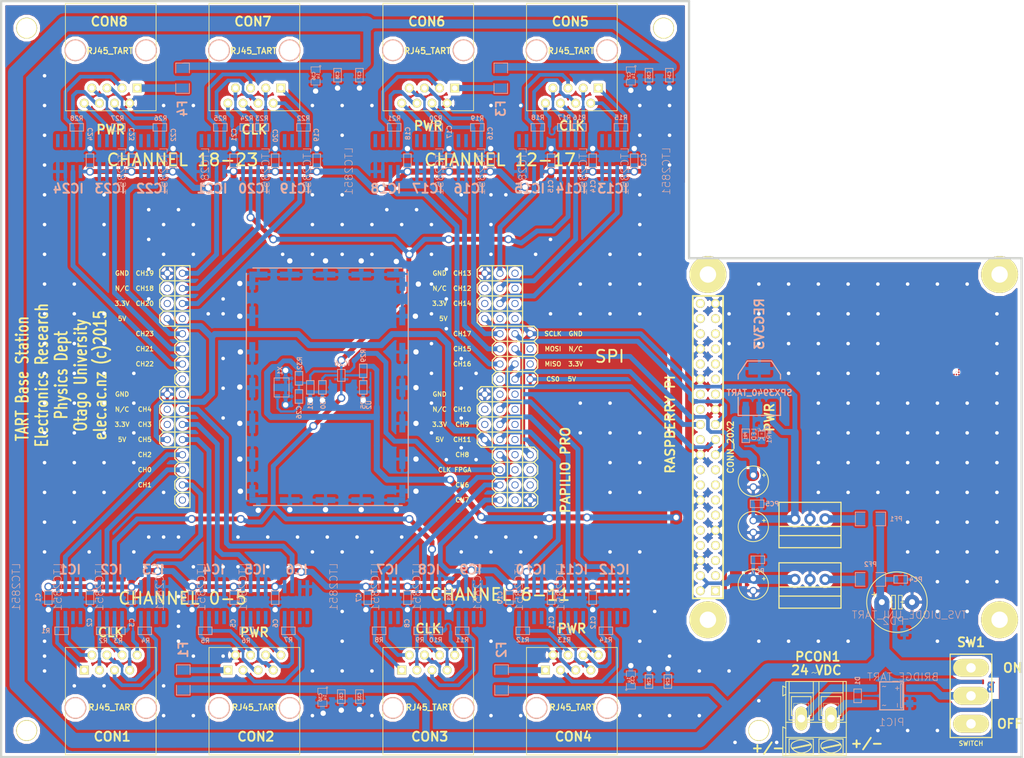
<source format=kicad_pcb>
(kicad_pcb (version 20171130) (host pcbnew 5.0.2+dfsg1-1)
  (layers (0 Front signal) (31 Back signal) (34 B.Paste user) (35 F.Paste user) (36 B.SilkS user) (37 F.SilkS user) (38 B.Mask user) (39 F.Mask user) (44 Edge.Cuts user))
  (net 0 "")
  (net 1 +24V)
  (net 2 +3V3)
  (net 3 +5V)
  (net 4 +5V_PI)
  (net 5 /CS0)
  (net 6 /MISO)
  (net 7 /MOSI)
  (net 8 /SCLK)
  (net 9 /clock/CLK_FPGA)
  (net 10 /transceiver_block_1/CLK)
  (net 11 /transceiver_block_1/DT_1)
  (net 12 /transceiver_block_1/DT_2)
  (net 13 /transceiver_block_1/DT_3)
  (net 14 /transceiver_block_1/DT_4)
  (net 15 /transceiver_block_1/DT_5)
  (net 16 /transceiver_block_1/DT_6)
  (net 17 /transceiver_block_2/DT_1)
  (net 18 /transceiver_block_2/DT_2)
  (net 19 /transceiver_block_2/DT_3)
  (net 20 /transceiver_block_2/DT_4)
  (net 21 /transceiver_block_2/DT_5)
  (net 22 /transceiver_block_2/DT_6)
  (net 23 /transceiver_block_3/DT_1)
  (net 24 /transceiver_block_3/DT_2)
  (net 25 /transceiver_block_3/DT_3)
  (net 26 /transceiver_block_3/DT_4)
  (net 27 /transceiver_block_3/DT_5)
  (net 28 /transceiver_block_3/DT_6)
  (net 29 /transceiver_block_4/DT_1)
  (net 30 /transceiver_block_4/DT_2)
  (net 31 /transceiver_block_4/DT_3)
  (net 32 /transceiver_block_4/DT_4)
  (net 33 /transceiver_block_4/DT_5)
  (net 34 /transceiver_block_4/DT_6)
  (net 35 GND)
  (net 36 N-00000102)
  (net 37 N-00000103)
  (net 38 N-00000104)
  (net 39 N-00000105)
  (net 40 N-00000106)
  (net 41 N-00000107)
  (net 42 N-00000108)
  (net 43 N-00000109)
  (net 44 N-00000110)
  (net 45 N-00000111)
  (net 46 N-00000118)
  (net 47 N-00000119)
  (net 48 N-00000120)
  (net 49 N-00000121)
  (net 50 N-00000122)
  (net 51 N-00000123)
  (net 52 N-00000124)
  (net 53 N-00000125)
  (net 54 N-00000126)
  (net 55 N-00000127)
  (net 56 N-00000128)
  (net 57 N-00000131)
  (net 58 N-00000132)
  (net 59 N-00000133)
  (net 60 N-00000134)
  (net 61 N-00000135)
  (net 62 N-00000136)
  (net 63 N-00000139)
  (net 64 N-00000140)
  (net 65 N-00000141)
  (net 66 N-00000142)
  (net 67 N-00000143)
  (net 68 N-00000144)
  (net 69 N-00000145)
  (net 70 N-00000146)
  (net 71 N-00000155)
  (net 72 N-00000156)
  (net 73 N-00000157)
  (net 74 N-00000158)
  (net 75 N-00000159)
  (net 76 N-00000160)
  (net 77 N-00000161)
  (net 78 N-00000162)
  (net 79 N-00000163)
  (net 80 N-00000164)
  (net 81 N-00000165)
  (net 82 N-00000166)
  (net 83 N-00000167)
  (net 84 N-00000168)
  (net 85 N-00000169)
  (net 86 N-00000170)
  (net 87 N-00000171)
  (net 88 N-00000172)
  (net 89 N-00000173)
  (net 90 N-00000174)
  (net 91 N-00000191)
  (net 92 N-00000192)
  (net 93 N-00000195)
  (net 94 N-00000196)
  (net 95 N-00000197)
  (net 96 N-00000198)
  (net 97 N-00000201)
  (net 98 N-00000202)
  (net 99 N-00000203)
  (net 100 N-00000204)
  (net 101 N-00000205)
  (net 102 N-00000206)
  (net 103 N-00000207)
  (net 104 N-00000208)
  (net 105 N-00000209)
  (module RASP_PI_B+_TART (layer Front) (at 171.45 112.395 90)
    (fp_text reference P1 hide)
    (fp_text value CONN_20X2 (at 0 3.81 90) (layer F.SilkS) (effects (font (size 1.016 1.016) (thickness 0.2032))))
    (pad "" thru_hole circle (at 28.99918 48.99914 90) (size 6.2 6.2) (drill 2.75) (layers *.Cu *.Mask F.SilkS))
    (pad "" thru_hole circle (at 29.00172 0 90) (size 6.2 6.2) (drill 2.75) (layers *.Cu *.Mask F.SilkS))
    (pad "" thru_hole circle (at -28.99918 48.99914 90) (size 6.2 6.2) (drill 2.75) (layers *.Cu *.Mask F.SilkS))
    (pad 1 thru_hole rect (at -24.13 1.27 90) (size 1.5 1.5) (drill 1) (layers *.Cu *.Mask F.SilkS))
    (pad 2 thru_hole circle (at -24.13 -1.27 90) (size 1.5 1.5) (drill 1) (layers *.Cu *.Mask F.SilkS) (net 4 +5V_PI))
    (pad 11 thru_hole circle (at -11.43 1.27 90) (size 1.5 1.5) (drill 1) (layers *.Cu *.Mask F.SilkS))
    (pad 4 thru_hole circle (at -21.59 -1.27 90) (size 1.5 1.5) (drill 1) (layers *.Cu *.Mask F.SilkS) (net 4 +5V_PI))
    (pad 13 thru_hole circle (at -8.89 1.27 90) (size 1.5 1.5) (drill 1) (layers *.Cu *.Mask F.SilkS))
    (pad 6 thru_hole circle (at -19.05 -1.27 90) (size 1.5 1.5) (drill 1) (layers *.Cu *.Mask F.SilkS) (net 35 GND))
    (pad 15 thru_hole circle (at -6.35 1.27 90) (size 1.5 1.5) (drill 1) (layers *.Cu *.Mask F.SilkS))
    (pad 8 thru_hole circle (at -16.51 -1.27 90) (size 1.5 1.5) (drill 1) (layers *.Cu *.Mask F.SilkS))
    (pad 17 thru_hole circle (at -3.81 1.27 90) (size 1.5 1.5) (drill 1) (layers *.Cu *.Mask F.SilkS))
    (pad 10 thru_hole circle (at -13.97 -1.27 90) (size 1.5 1.5) (drill 1) (layers *.Cu *.Mask F.SilkS))
    (pad 19 thru_hole circle (at -1.27 1.27 90) (size 1.5 1.5) (drill 1) (layers *.Cu *.Mask F.SilkS) (net 7 /MOSI))
    (pad 12 thru_hole circle (at -11.43 -1.27 90) (size 1.5 1.5) (drill 1) (layers *.Cu *.Mask F.SilkS))
    (pad 21 thru_hole circle (at 1.27 1.27 90) (size 1.5 1.5) (drill 1) (layers *.Cu *.Mask F.SilkS) (net 6 /MISO))
    (pad 14 thru_hole circle (at -8.89 -1.27 90) (size 1.5 1.5) (drill 1) (layers *.Cu *.Mask F.SilkS) (net 35 GND))
    (pad 23 thru_hole circle (at 3.81 1.27 90) (size 1.5 1.5) (drill 1) (layers *.Cu *.Mask F.SilkS) (net 8 /SCLK))
    (pad 16 thru_hole circle (at -6.35 -1.27 90) (size 1.5 1.5) (drill 1) (layers *.Cu *.Mask F.SilkS))
    (pad 25 thru_hole circle (at 6.35 1.27 90) (size 1.5 1.5) (drill 1) (layers *.Cu *.Mask F.SilkS) (net 35 GND))
    (pad 18 thru_hole circle (at -3.81 -1.27 90) (size 1.5 1.5) (drill 1) (layers *.Cu *.Mask F.SilkS))
    (pad 27 thru_hole circle (at 8.89 1.27 90) (size 1.5 1.5) (drill 1) (layers *.Cu *.Mask F.SilkS))
    (pad 20 thru_hole circle (at -1.27 -1.27 90) (size 1.5 1.5) (drill 1) (layers *.Cu *.Mask F.SilkS) (net 35 GND))
    (pad 29 thru_hole circle (at 11.43 1.27 90) (size 1.5 1.5) (drill 1) (layers *.Cu *.Mask F.SilkS))
    (pad 22 thru_hole circle (at 1.27 -1.27 90) (size 1.5 1.5) (drill 1) (layers *.Cu *.Mask F.SilkS))
    (pad 31 thru_hole circle (at 13.97 1.27 90) (size 1.5 1.5) (drill 1) (layers *.Cu *.Mask F.SilkS))
    (pad 24 thru_hole circle (at 3.81 -1.27 90) (size 1.5 1.5) (drill 1) (layers *.Cu *.Mask F.SilkS) (net 5 /CS0))
    (pad 26 thru_hole circle (at 6.35 -1.27 90) (size 1.5 1.5) (drill 1) (layers *.Cu *.Mask F.SilkS))
    (pad 33 thru_hole circle (at 16.51 1.27 90) (size 1.5 1.5) (drill 1) (layers *.Cu *.Mask F.SilkS))
    (pad 28 thru_hole circle (at 8.89 -1.27 90) (size 1.5 1.5) (drill 1) (layers *.Cu *.Mask F.SilkS))
    (pad 32 thru_hole circle (at 13.97 -1.27 90) (size 1.5 1.5) (drill 1) (layers *.Cu *.Mask F.SilkS))
    (pad 34 thru_hole circle (at 16.51 -1.27 90) (size 1.5 1.5) (drill 1) (layers *.Cu *.Mask F.SilkS) (net 35 GND))
    (pad 36 thru_hole circle (at 19.05 -1.27 90) (size 1.5 1.5) (drill 1) (layers *.Cu *.Mask F.SilkS))
    (pad 38 thru_hole circle (at 21.59 -1.27 90) (size 1.5 1.5) (drill 1) (layers *.Cu *.Mask F.SilkS))
    (pad 35 thru_hole circle (at 19.05 1.27 90) (size 1.5 1.5) (drill 1) (layers *.Cu *.Mask F.SilkS))
    (pad 37 thru_hole circle (at 21.59 1.27 90) (size 1.5 1.5) (drill 1) (layers *.Cu *.Mask F.SilkS))
    (pad 3 thru_hole circle (at -21.59 1.27 90) (size 1.5 1.5) (drill 1) (layers *.Cu *.Mask F.SilkS))
    (pad 5 thru_hole circle (at -19.05 1.27 90) (size 1.5 1.5) (drill 1) (layers *.Cu *.Mask F.SilkS))
    (pad 7 thru_hole circle (at -16.51 1.27 90) (size 1.5 1.5) (drill 1) (layers *.Cu *.Mask F.SilkS))
    (pad 9 thru_hole circle (at -13.97 1.27 90) (size 1.5 1.5) (drill 1) (layers *.Cu *.Mask F.SilkS) (net 35 GND))
    (pad 39 thru_hole circle (at 24.13 1.27 90) (size 1.5 1.5) (drill 1) (layers *.Cu *.Mask F.SilkS) (net 35 GND))
    (pad 40 thru_hole circle (at 24.13 -1.27 90) (size 1.5 1.5) (drill 1) (layers *.Cu *.Mask F.SilkS))
    (pad 30 thru_hole circle (at 11.43 -1.27 90) (size 1.5 1.5) (drill 1) (layers *.Cu *.Mask F.SilkS) (net 35 GND))
    (pad "" thru_hole circle (at -28.99918 0 90) (size 6.2 6.2) (drill 2.75) (layers *.Cu *.Mask F.SilkS))
  )
  (module VIA_0.6_TART (layer Front) (at 60 100)
    (fp_text reference via hide)
    (fp_text value VAL** hide)
    (pad 1 thru_hole circle (at 0 0) (size 1 1) (drill 0.6) (layers *.Cu) (net 35 GND))
  )
  (module PAPILIO_TART (layer Front) (at 76.8096 142.875)
    (fp_text reference U1 hide)
    (fp_text value PAPILIO_TART hide)
    (pad AL0 thru_hole oval (at 64.77 -21.59 270) (size 1.2 1.2) (drill 0.9) (layers *.Cu *.Mask) (net 35 GND))
    (pad AL1 thru_hole oval (at 64.77 -24.13 270) (size 1.2 1.2) (drill 0.9) (layers *.Cu *.Mask))
    (pad AL2 thru_hole oval (at 64.77 -26.67 270) (size 1.2 1.2) (drill 0.9) (layers *.Cu *.Mask))
    (pad AL3 thru_hole oval (at 64.77 -29.21 270) (size 1.2 1.2) (drill 0.9) (layers *.Cu *.Mask) (net 3 +5V))
    (pad AH8 thru_hole oval (at 64.77 -41.91 270) (size 1.2 1.2) (drill 0.9) (layers *.Cu *.Mask) (net 35 GND))
    (pad AH9 thru_hole oval (at 64.77 -44.45 270) (size 1.2 1.2) (drill 0.9) (layers *.Cu *.Mask))
    (pad AH10 thru_hole oval (at 64.77 -46.99 270) (size 1.2 1.2) (drill 0.9) (layers *.Cu *.Mask))
    (pad AH11 thru_hole oval (at 64.77 -49.53 270) (size 1.2 1.2) (drill 0.9) (layers *.Cu *.Mask) (net 3 +5V))
    (pad A8 thru_hole oval (at 62.23 -41.91 270) (size 1.2 1.2) (drill 0.9) (layers *.Cu *.Mask) (net 5 /CS0))
    (pad A0 thru_hole oval (at 62.23 -21.59 270) (size 1.2 1.2) (drill 0.9) (layers *.Cu *.Mask))
    (pad A1 thru_hole oval (at 62.23 -24.13 270) (size 1.2 1.2) (drill 0.9) (layers *.Cu *.Mask))
    (pad A2 thru_hole oval (at 62.23 -26.67 270) (size 1.2 1.2) (drill 0.9) (layers *.Cu *.Mask))
    (pad A3 thru_hole oval (at 62.23 -29.21 270) (size 1.2 1.2) (drill 0.9) (layers *.Cu *.Mask))
    (pad A4 thru_hole oval (at 62.23 -31.75 270) (size 1.2 1.2) (drill 0.9) (layers *.Cu *.Mask))
    (pad A5 thru_hole oval (at 62.23 -34.29 270) (size 1.2 1.2) (drill 0.9) (layers *.Cu *.Mask))
    (pad A6 thru_hole oval (at 62.23 -36.83 270) (size 1.2 1.2) (drill 0.9) (layers *.Cu *.Mask))
    (pad A7 thru_hole oval (at 62.23 -39.37 270) (size 1.2 1.2) (drill 0.9) (layers *.Cu *.Mask))
    (pad A12 thru_hole oval (at 62.23 -52.07 270) (size 1.2 1.2) (drill 0.9) (layers *.Cu *.Mask))
    (pad A13 thru_hole oval (at 62.23 -54.61 270) (size 1.2 1.2) (drill 0.9) (layers *.Cu *.Mask))
    (pad A14 thru_hole oval (at 62.23 -57.15 270) (size 1.2 1.2) (drill 0.9) (layers *.Cu *.Mask))
    (pad A15 thru_hole oval (at 62.23 -59.69 270) (size 1.2 1.2) (drill 0.9) (layers *.Cu *.Mask))
    (pad A9 thru_hole oval (at 62.23 -44.45 90) (size 1.2 1.2) (drill 0.9) (layers *.Cu *.Mask) (net 6 /MISO))
    (pad A10 thru_hole oval (at 62.23 -46.99 90) (size 1.2 1.2) (drill 0.9) (layers *.Cu *.Mask) (net 7 /MOSI))
    (pad A11 thru_hole oval (at 62.23 -49.53 90) (size 1.2 1.2) (drill 0.9) (layers *.Cu *.Mask) (net 8 /SCLK))
    (pad B0 thru_hole oval (at 59.69 -59.69 270) (size 1.2 1.2) (drill 0.9) (layers *.Cu *.Mask) (net 24 /transceiver_block_3/DT_2))
    (pad B1 thru_hole oval (at 59.69 -57.15 270) (size 1.2 1.2) (drill 0.9) (layers *.Cu *.Mask) (net 23 /transceiver_block_3/DT_1))
    (pad B2 thru_hole oval (at 59.69 -54.61 270) (size 1.2 1.2) (drill 0.9) (layers *.Cu *.Mask) (net 25 /transceiver_block_3/DT_3))
    (pad B3 thru_hole oval (at 59.69 -52.07 270) (size 1.2 1.2) (drill 0.9) (layers *.Cu *.Mask))
    (pad B4 thru_hole oval (at 59.69 -49.53 270) (size 1.2 1.2) (drill 0.9) (layers *.Cu *.Mask) (net 28 /transceiver_block_3/DT_6))
    (pad B5 thru_hole oval (at 59.69 -46.99 270) (size 1.2 1.2) (drill 0.9) (layers *.Cu *.Mask) (net 26 /transceiver_block_3/DT_4))
    (pad B6 thru_hole oval (at 59.69 -44.45 270) (size 1.2 1.2) (drill 0.9) (layers *.Cu *.Mask) (net 27 /transceiver_block_3/DT_5))
    (pad B7 thru_hole oval (at 59.69 -41.91 270) (size 1.2 1.2) (drill 0.9) (layers *.Cu *.Mask))
    (pad B8 thru_hole oval (at 59.69 -39.37 270) (size 1.2 1.2) (drill 0.9) (layers *.Cu *.Mask))
    (pad B9 thru_hole oval (at 59.69 -36.83 270) (size 1.2 1.2) (drill 0.9) (layers *.Cu *.Mask) (net 21 /transceiver_block_2/DT_5))
    (pad B10 thru_hole oval (at 59.69 -34.29 270) (size 1.2 1.2) (drill 0.9) (layers *.Cu *.Mask) (net 20 /transceiver_block_2/DT_4))
    (pad B11 thru_hole oval (at 59.69 -31.75 270) (size 1.2 1.2) (drill 0.9) (layers *.Cu *.Mask) (net 22 /transceiver_block_2/DT_6))
    (pad B12 thru_hole oval (at 59.69 -29.21 270) (size 1.2 1.2) (drill 0.9) (layers *.Cu *.Mask) (net 19 /transceiver_block_2/DT_3))
    (pad B13 thru_hole oval (at 59.69 -26.67 270) (size 1.2 1.2) (drill 0.9) (layers *.Cu *.Mask) (net 9 /clock/CLK_FPGA))
    (pad B14 thru_hole oval (at 59.69 -24.13 270) (size 1.2 1.2) (drill 0.9) (layers *.Cu *.Mask) (net 17 /transceiver_block_2/DT_1))
    (pad B15 thru_hole oval (at 59.69 -21.59 270) (size 1.2 1.2) (drill 0.9) (layers *.Cu *.Mask) (net 18 /transceiver_block_2/DT_2))
    (pad BL0 thru_hole oval (at 57.15 -59.69 270) (size 1.2 1.2) (drill 0.9) (layers *.Cu *.Mask) (net 35 GND))
    (pad BL1 thru_hole oval (at 57.15 -57.15 270) (size 1.2 1.2) (drill 0.9) (layers *.Cu *.Mask))
    (pad BL2 thru_hole oval (at 57.15 -54.61 270) (size 1.2 1.2) (drill 0.9) (layers *.Cu *.Mask))
    (pad BL3 thru_hole oval (at 57.15 -52.07 270) (size 1.2 1.2) (drill 0.9) (layers *.Cu *.Mask) (net 3 +5V))
    (pad BH8 thru_hole oval (at 57.15 -39.37 270) (size 1.2 1.2) (drill 0.9) (layers *.Cu *.Mask) (net 35 GND))
    (pad BH9 thru_hole oval (at 57.15 -36.83 270) (size 1.2 1.2) (drill 0.9) (layers *.Cu *.Mask))
    (pad BH10 thru_hole oval (at 57.15 -34.29 270) (size 1.2 1.2) (drill 0.9) (layers *.Cu *.Mask))
    (pad BH11 thru_hole oval (at 57.15 -31.75 270) (size 1.2 1.2) (drill 0.9) (layers *.Cu *.Mask) (net 3 +5V))
    (pad C0 thru_hole oval (at 6.35 -59.69 270) (size 1.2 1.2) (drill 0.9) (layers *.Cu *.Mask) (net 30 /transceiver_block_4/DT_2))
    (pad C1 thru_hole oval (at 6.35 -57.15 270) (size 1.2 1.2) (drill 0.9) (layers *.Cu *.Mask) (net 29 /transceiver_block_4/DT_1))
    (pad C2 thru_hole oval (at 6.35 -54.61 270) (size 1.2 1.2) (drill 0.9) (layers *.Cu *.Mask) (net 31 /transceiver_block_4/DT_3))
    (pad C3 thru_hole oval (at 6.35 -52.07 270) (size 1.2 1.2) (drill 0.9) (layers *.Cu *.Mask))
    (pad C4 thru_hole oval (at 6.35 -49.53 270) (size 1.2 1.2) (drill 0.9) (layers *.Cu *.Mask) (net 34 /transceiver_block_4/DT_6))
    (pad C5 thru_hole oval (at 6.35 -46.99 270) (size 1.2 1.2) (drill 0.9) (layers *.Cu *.Mask) (net 32 /transceiver_block_4/DT_4))
    (pad C6 thru_hole oval (at 6.35 -44.45 270) (size 1.2 1.2) (drill 0.9) (layers *.Cu *.Mask) (net 33 /transceiver_block_4/DT_5))
    (pad C7 thru_hole oval (at 6.35 -41.91 270) (size 1.2 1.2) (drill 0.9) (layers *.Cu *.Mask))
    (pad C8 thru_hole oval (at 6.35 -39.37 270) (size 1.2 1.2) (drill 0.9) (layers *.Cu *.Mask))
    (pad C9 thru_hole oval (at 6.35 -36.83 270) (size 1.2 1.2) (drill 0.9) (layers *.Cu *.Mask) (net 15 /transceiver_block_1/DT_5))
    (pad C10 thru_hole oval (at 6.35 -34.29 270) (size 1.2 1.2) (drill 0.9) (layers *.Cu *.Mask) (net 14 /transceiver_block_1/DT_4))
    (pad C11 thru_hole oval (at 6.35 -31.75 270) (size 1.2 1.2) (drill 0.9) (layers *.Cu *.Mask) (net 16 /transceiver_block_1/DT_6))
    (pad C12 thru_hole oval (at 6.35 -29.21 270) (size 1.2 1.2) (drill 0.9) (layers *.Cu *.Mask) (net 13 /transceiver_block_1/DT_3))
    (pad C13 thru_hole oval (at 6.35 -26.67 270) (size 1.2 1.2) (drill 0.9) (layers *.Cu *.Mask) (net 11 /transceiver_block_1/DT_1))
    (pad C14 thru_hole oval (at 6.35 -24.13 270) (size 1.2 1.2) (drill 0.9) (layers *.Cu *.Mask) (net 12 /transceiver_block_1/DT_2))
    (pad C15 thru_hole oval (at 6.35 -21.59 270) (size 1.2 1.2) (drill 0.9) (layers *.Cu *.Mask))
    (pad CL0 thru_hole oval (at 3.81 -59.69 270) (size 1.2 1.2) (drill 0.9) (layers *.Cu *.Mask) (net 35 GND))
    (pad CL1 thru_hole oval (at 3.81 -57.15 270) (size 1.2 1.2) (drill 0.9) (layers *.Cu *.Mask))
    (pad CL2 thru_hole oval (at 3.81 -54.61 270) (size 1.2 1.2) (drill 0.9) (layers *.Cu *.Mask))
    (pad CL3 thru_hole oval (at 3.81 -52.07 270) (size 1.2 1.2) (drill 0.9) (layers *.Cu *.Mask) (net 3 +5V))
    (pad CH8 thru_hole oval (at 3.81 -39.37 270) (size 1.2 1.2) (drill 0.9) (layers *.Cu *.Mask) (net 35 GND))
    (pad CH9 thru_hole oval (at 3.81 -36.83 270) (size 1.2 1.2) (drill 0.9) (layers *.Cu *.Mask))
    (pad CH10 thru_hole oval (at 3.81 -34.29 270) (size 1.2 1.2) (drill 0.9) (layers *.Cu *.Mask))
    (pad CH11 thru_hole oval (at 3.81 -31.75 270) (size 1.2 1.2) (drill 0.9) (layers *.Cu *.Mask) (net 3 +5V))
  )
  (module CS12ANW03_TART (layer Front) (at 215.646 154.178)
    (fp_text reference SW1 (at 0 -9) (layer F.SilkS) (effects (font (size 1.524 1.524) (thickness 0.3048))))
    (fp_text value SWITCH (at 0 8) (layer F.SilkS) (effects (font (size 0.762 0.762) (thickness 0.1524))))
    (fp_text user OFF (at 6.5 4.7) (layer F.SilkS) (effects (font (size 1.524 1.524) (thickness 0.3048))))
    (fp_text user ON (at 7 -4.7) (layer F.SilkS) (effects (font (size 1.524 1.524) (thickness 0.3048))))
    (pad 3 thru_hole oval (at 0 -4.7) (size 6 3) (drill 1.6) (layers *.Cu *.Mask F.SilkS) (net 1 +24V))
    (pad 2 thru_hole oval (at 0 0) (size 6 3) (drill 1.6) (layers *.Cu *.Mask F.SilkS) (net 56 N-00000128))
    (pad 1 thru_hole oval (at 0 4.7) (size 6 3) (drill 1.6) (layers *.Cu *.Mask F.SilkS))
  )
  (module 4_SMD_TART (layer Back) (at 99.822 102.362 270)
    (fp_text reference X1 (at -2.794 0.254 270) (layer B.SilkS) (effects (font (size 0.762 0.762) (thickness 0.1524)) (justify mirror)))
    (fp_text value TCXO_TART hide)
    (pad 1 smd rect (at -1.51384 -0.67818 270) (size 0.77978 0.86868) (layers Back B.Paste B.Mask) (net 35 GND))
    (pad 2 smd rect (at 1.51384 -0.67818 270) (size 0.77978 0.86868) (layers Back B.Paste B.Mask) (net 35 GND))
    (pad 3 smd rect (at 1.51384 0.67818 270) (size 0.77978 0.86868) (layers Back B.Paste B.Mask) (net 57 N-00000131))
    (pad 4 smd rect (at -1.51384 0.67818 270) (size 0.77978 0.86868) (layers Back B.Paste B.Mask) (net 2 +3V3))
  )
  (module SM1206 (layer Back) (at 198.755 124.46 180)
    (fp_text reference PF1 (at -4.318 0 180) (layer B.SilkS) (effects (font (size 0.762 0.762) (thickness 0.127)) (justify mirror)))
    (fp_text value FUSE hide)
    (pad 1 smd rect (at -1.651 0 180) (size 1.524 2.032) (layers Back B.Paste B.Mask) (net 1 +24V))
    (pad 2 smd rect (at 1.651 0 180) (size 1.524 2.032) (layers Back B.Paste B.Mask) (net 51 N-00000123))
  )
  (module SM1206 (layer Back) (at 198.755 134.62 180)
    (fp_text reference PF2 (at 0 2.54 180) (layer B.SilkS) (effects (font (size 0.762 0.762) (thickness 0.1524)) (justify mirror)))
    (fp_text value FUSE hide)
    (pad 1 smd rect (at -1.651 0 180) (size 1.524 2.032) (layers Back B.Paste B.Mask) (net 1 +24V))
    (pad 2 smd rect (at 1.651 0 180) (size 1.524 2.032) (layers Back B.Paste B.Mask) (net 54 N-00000126))
  )
  (module SM1206 (layer Back) (at 136.652 50.419 90)
    (fp_text reference F3 (at -5.08 0 90) (layer B.SilkS) (effects (font (size 1.524 1.524) (thickness 0.3048)) (justify mirror)))
    (fp_text value FUSE hide)
    (pad 1 smd rect (at -1.651 0 90) (size 1.524 2.032) (layers Back B.Paste B.Mask) (net 70 N-00000146))
    (pad 2 smd rect (at 1.651 0 90) (size 1.524 2.032) (layers Back B.Paste B.Mask) (net 1 +24V))
  )
  (module SM1206 (layer Back) (at 136.779 151.511 270)
    (fp_text reference F2 (at -5.08 0 270) (layer B.SilkS) (effects (font (size 1.524 1.524) (thickness 0.3048)) (justify mirror)))
    (fp_text value FUSE hide)
    (pad 1 smd rect (at -1.651 0 270) (size 1.524 2.032) (layers Back B.Paste B.Mask) (net 76 N-00000160))
    (pad 2 smd rect (at 1.651 0 270) (size 1.524 2.032) (layers Back B.Paste B.Mask) (net 1 +24V))
  )
  (module SM1206 (layer Back) (at 83.185 50.419 90)
    (fp_text reference F4 (at -5.08 0 90) (layer B.SilkS) (effects (font (size 1.524 1.524) (thickness 0.3048)) (justify mirror)))
    (fp_text value FUSE hide)
    (pad 1 smd rect (at -1.651 0 90) (size 1.524 2.032) (layers Back B.Paste B.Mask) (net 45 N-00000111))
    (pad 2 smd rect (at 1.651 0 90) (size 1.524 2.032) (layers Back B.Paste B.Mask) (net 1 +24V))
  )
  (module SM1206 (layer Back) (at 83.312 151.511 270)
    (fp_text reference F1 (at -5.08 0 270) (layer B.SilkS) (effects (font (size 1.524 1.524) (thickness 0.3175)) (justify mirror)))
    (fp_text value FUSE hide)
    (pad 1 smd rect (at -1.651 0 270) (size 1.524 2.032) (layers Back B.Paste B.Mask) (net 91 N-00000191))
    (pad 2 smd rect (at 1.651 0 270) (size 1.524 2.032) (layers Back B.Paste B.Mask) (net 1 +24V))
  )
  (module E5-10,5_TART (layer Front) (at 203.2 138.43)
    (fp_text reference PC1)
    (fp_text value 100u)
    (pad 1 thru_hole oval (at -2.54 0) (size 2.5 2.5) (drill 1) (layers *.Cu *.Mask) (net 1 +24V))
    (pad 2 thru_hole oval (at 2.54 0) (size 2.5 2.5) (drill 1) (layers *.Cu *.Mask) (net 35 GND))
  )
  (module SOT223 (layer Back) (at 180.086 102.489 180)
    (fp_text reference REG3V3 (at 0 10.795 90) (layer B.SilkS) (effects (font (size 1.524 1.524) (thickness 0.3048)) (justify mirror)))
    (fp_text value SPX3940_TART (at 0 -0.762 180) (layer B.SilkS) (effects (font (size 1.016 1.016) (thickness 0.2032)) (justify mirror)))
    (pad 4 smd rect (at 0 3.302 180) (size 3.6576 2.032) (layers Back B.Paste B.Mask) (net 35 GND))
    (pad 2 smd rect (at 0 -3.302 180) (size 1.016 2.032) (layers Back B.Paste B.Mask) (net 35 GND))
    (pad 3 smd rect (at 2.286 -3.302 180) (size 1.016 2.032) (layers Back B.Paste B.Mask) (net 2 +3V3))
    (pad 1 smd rect (at -2.286 -3.302 180) (size 1.016 2.032) (layers Back B.Paste B.Mask) (net 3 +5V))
  )
  (module SM0603 (layer Back) (at 125.73 143.256)
    (fp_text reference R10 (at 0 1.524) (layer B.SilkS) (effects (font (size 0.762 0.762) (thickness 0.1524)) (justify mirror)))
    (fp_text value 100 hide)
    (pad 1 smd rect (at -0.762 0) (size 0.635 1.143) (layers Back B.Paste B.Mask) (net 88 N-00000172))
    (pad 2 smd rect (at 0.762 0) (size 0.635 1.143) (layers Back B.Paste B.Mask) (net 89 N-00000173))
  )
  (module SM0603 (layer Back) (at 123.19 143.256)
    (fp_text reference R9 (at -0.127 1.524) (layer B.SilkS) (effects (font (size 0.762 0.762) (thickness 0.1524)) (justify mirror)))
    (fp_text value 100 hide)
    (pad 1 smd rect (at -0.762 0) (size 0.635 1.143) (layers Back B.Paste B.Mask) (net 77 N-00000161))
    (pad 2 smd rect (at 0.762 0) (size 0.635 1.143) (layers Back B.Paste B.Mask) (net 87 N-00000171))
  )
  (module SM0603 (layer Back) (at 130.175 143.256)
    (fp_text reference R11 (at 0 1.524) (layer B.SilkS) (effects (font (size 0.762 0.762) (thickness 0.1524)) (justify mirror)))
    (fp_text value 100 hide)
    (pad 1 smd rect (at -0.762 0) (size 0.635 1.143) (layers Back B.Paste B.Mask) (net 83 N-00000167))
    (pad 2 smd rect (at 0.762 0) (size 0.635 1.143) (layers Back B.Paste B.Mask) (net 85 N-00000169))
  )
  (module SM0603 (layer Back) (at 116.205 143.256)
    (fp_text reference R8 (at 0 1.524) (layer B.SilkS) (effects (font (size 0.762 0.762) (thickness 0.1524)) (justify mirror)))
    (fp_text value 100 hide)
    (pad 1 smd rect (at -0.762 0) (size 0.635 1.143) (layers Back B.Paste B.Mask) (net 82 N-00000166))
    (pad 2 smd rect (at 0.762 0) (size 0.635 1.143) (layers Back B.Paste B.Mask) (net 86 N-00000170))
  )
  (module SM0603 (layer Back) (at 147.32 143.256)
    (fp_text reference R13 (at 0 1.524) (layer B.SilkS) (effects (font (size 0.762 0.762) (thickness 0.1524)) (justify mirror)))
    (fp_text value 100 hide)
    (pad 1 smd rect (at -0.762 0) (size 0.635 1.143) (layers Back B.Paste B.Mask) (net 81 N-00000165))
    (pad 2 smd rect (at 0.762 0) (size 0.635 1.143) (layers Back B.Paste B.Mask) (net 78 N-00000162))
  )
  (module SM0603 (layer Back) (at 154.305 143.256)
    (fp_text reference R14 (at 0 1.524) (layer B.SilkS) (effects (font (size 0.762 0.762) (thickness 0.1524)) (justify mirror)))
    (fp_text value 100 hide)
    (pad 1 smd rect (at -0.762 0) (size 0.635 1.143) (layers Back B.Paste B.Mask) (net 90 N-00000174))
    (pad 2 smd rect (at 0.762 0) (size 0.635 1.143) (layers Back B.Paste B.Mask) (net 80 N-00000164))
  )
  (module SM0603 (layer Back) (at 140.335 143.256)
    (fp_text reference R12 (at 0 1.524) (layer B.SilkS) (effects (font (size 0.762 0.762) (thickness 0.1524)) (justify mirror)))
    (fp_text value 100 hide)
    (pad 1 smd rect (at -0.762 0) (size 0.635 1.143) (layers Back B.Paste B.Mask) (net 84 N-00000168))
    (pad 2 smd rect (at 0.762 0) (size 0.635 1.143) (layers Back B.Paste B.Mask) (net 79 N-00000163))
  )
  (module SM0603 (layer Back) (at 138.1125 137.668 270)
    (fp_text reference C10 (at 0 1.5875 270) (layer B.SilkS) (effects (font (size 0.762 0.762) (thickness 0.1524)) (justify mirror)))
    (fp_text value 0.1u hide)
    (pad 1 smd rect (at -0.762 0 270) (size 0.635 1.143) (layers Back B.Paste B.Mask) (net 2 +3V3))
    (pad 2 smd rect (at 0.762 0 270) (size 0.635 1.143) (layers Back B.Paste B.Mask) (net 35 GND))
  )
  (module SM0603 (layer Back) (at 152.0825 137.668 270)
    (fp_text reference C12 (at 4.191 -0.0635 270) (layer B.SilkS) (effects (font (size 0.762 0.762) (thickness 0.1524)) (justify mirror)))
    (fp_text value 0.1u hide)
    (pad 1 smd rect (at -0.762 0 270) (size 0.635 1.143) (layers Back B.Paste B.Mask) (net 2 +3V3))
    (pad 2 smd rect (at 0.762 0 270) (size 0.635 1.143) (layers Back B.Paste B.Mask) (net 35 GND))
  )
  (module SM0603 (layer Back) (at 145.0975 137.668 270)
    (fp_text reference C11 (at 4.191 -0.0635 270) (layer B.SilkS) (effects (font (size 0.762 0.762) (thickness 0.1524)) (justify mirror)))
    (fp_text value 0.1u hide)
    (pad 1 smd rect (at -0.762 0 270) (size 0.635 1.143) (layers Back B.Paste B.Mask) (net 2 +3V3))
    (pad 2 smd rect (at 0.762 0 270) (size 0.635 1.143) (layers Back B.Paste B.Mask) (net 35 GND))
  )
  (module SM0603 (layer Back) (at 114.3 137.668 270)
    (fp_text reference C7 (at 0 1.524 270) (layer B.SilkS) (effects (font (size 0.762 0.762) (thickness 0.1524)) (justify mirror)))
    (fp_text value 0.1u hide)
    (pad 1 smd rect (at -0.762 0 270) (size 0.635 1.143) (layers Back B.Paste B.Mask) (net 2 +3V3))
    (pad 2 smd rect (at 0.762 0 270) (size 0.635 1.143) (layers Back B.Paste B.Mask) (net 35 GND))
  )
  (module SM0603 (layer Back) (at 120.9675 137.668 270)
    (fp_text reference C8 (at 4.318 0.0635 270) (layer B.SilkS) (effects (font (size 0.762 0.762) (thickness 0.1524)) (justify mirror)))
    (fp_text value 0.1u hide)
    (pad 1 smd rect (at -0.762 0 270) (size 0.635 1.143) (layers Back B.Paste B.Mask) (net 2 +3V3))
    (pad 2 smd rect (at 0.762 0 270) (size 0.635 1.143) (layers Back B.Paste B.Mask) (net 35 GND))
  )
  (module SOIC-4_TART (layer Back) (at 202.311 154.178 90)
    (fp_text reference PIC1 (at -4.445 0 180) (layer B.SilkS) (effects (font (size 1.27 1.27) (thickness 0.1016)) (justify mirror)))
    (fp_text value BRIDGE_TART (at 3.175 1.905) (layer B.SilkS) (effects (font (size 1.27 1.27) (thickness 0.1016)) (justify mirror)))
    (pad 3 smd rect (at 1.29794 3.048 90) (size 1.19888 1.19888) (layers Back B.Paste B.Mask) (net 56 N-00000128))
    (pad 1 smd rect (at -1.29794 3.048 90) (size 1.19888 1.19888) (layers Back B.Paste B.Mask) (net 35 GND))
    (pad 4 smd rect (at -1.29794 -3.048 270) (size 1.19888 1.19888) (layers Back B.Paste B.Mask) (net 55 N-00000127))
    (pad 2 smd rect (at 1.29794 -3.048 270) (size 1.19888 1.19888) (layers Back B.Paste B.Mask) (net 53 N-00000125))
  )
  (module SOD123_TART (layer Back) (at 202.565 143.51)
    (fp_text reference PD2 (at 0.035 -1.91) (layer B.SilkS) (effects (font (size 1.27 1.27) (thickness 0.1016)) (justify mirror)))
    (fp_text value TVS_DIODE_UNI_TART (at 2.71018 -2.9337) (layer B.SilkS) (effects (font (size 1.27 1.27) (thickness 0.1016)) (justify mirror)))
    (pad 1 smd rect (at 1.89992 0) (size 1.39954 1.39954) (layers Back B.Paste B.Mask) (net 35 GND))
    (pad 2 smd rect (at -1.89992 0) (size 1.39954 1.39954) (layers Back B.Paste B.Mask) (net 1 +24V))
  )
  (module SM0603 (layer Back) (at 102.743 100.838 270)
    (fp_text reference R32 (at -2.54 -0.127 270) (layer B.SilkS) (effects (font (size 0.762 0.762) (thickness 0.1524)) (justify mirror)))
    (fp_text value 10k hide)
    (pad 1 smd rect (at -0.762 0 270) (size 0.635 1.143) (layers Back B.Paste B.Mask) (net 2 +3V3))
    (pad 2 smd rect (at 0.762 0 270) (size 0.635 1.143) (layers Back B.Paste B.Mask) (net 59 N-00000133))
  )
  (module SM0603 (layer Back) (at 106.68 102.362 270)
    (fp_text reference R30 (at 2.54 -0.127 270) (layer B.SilkS) (effects (font (size 0.762 0.762) (thickness 0.1524)) (justify mirror)))
    (fp_text value 0 hide)
    (pad 1 smd rect (at -0.762 0 270) (size 0.635 1.143) (layers Back B.Paste B.Mask) (net 60 N-00000134))
    (pad 2 smd rect (at 0.762 0 270) (size 0.635 1.143) (layers Back B.Paste B.Mask) (net 35 GND))
  )
  (module SM0603 (layer Back) (at 113.538 99.568 270)
    (fp_text reference R29 (at -2.54 0 270) (layer B.SilkS) (effects (font (size 0.762 0.762) (thickness 0.1524)) (justify mirror)))
    (fp_text value 0 hide)
    (pad 1 smd rect (at -0.762 0 270) (size 0.635 1.143) (layers Back B.Paste B.Mask) (net 2 +3V3))
    (pad 2 smd rect (at 0.762 0 270) (size 0.635 1.143) (layers Back B.Paste B.Mask) (net 58 N-00000132))
  )
  (module SM0603 (layer Back) (at 69.85 143.256)
    (fp_text reference R2 (at 0 1.651) (layer B.SilkS) (effects (font (size 0.762 0.762) (thickness 0.1524)) (justify mirror)))
    (fp_text value 100 hide)
    (pad 1 smd rect (at -0.762 0) (size 0.635 1.143) (layers Back B.Paste B.Mask) (net 99 N-00000203))
    (pad 2 smd rect (at 0.762 0) (size 0.635 1.143) (layers Back B.Paste B.Mask) (net 98 N-00000202))
  )
  (module SM0603 (layer Back) (at 96.52 58.674 180)
    (fp_text reference R23 (at 0 1.524 180) (layer B.SilkS) (effects (font (size 0.762 0.762) (thickness 0.1524)) (justify mirror)))
    (fp_text value 100 hide)
    (pad 1 smd rect (at -0.762 0 180) (size 0.635 1.143) (layers Back B.Paste B.Mask) (net 36 N-00000102))
    (pad 2 smd rect (at 0.762 0 180) (size 0.635 1.143) (layers Back B.Paste B.Mask) (net 37 N-00000103))
  )
  (module SM0603 (layer Back) (at 89.535 58.674 180)
    (fp_text reference R25 (at 0 1.524 180) (layer B.SilkS) (effects (font (size 0.762 0.762) (thickness 0.1524)) (justify mirror)))
    (fp_text value 100 hide)
    (pad 1 smd rect (at -0.762 0 180) (size 0.635 1.143) (layers Back B.Paste B.Mask) (net 44 N-00000110))
    (pad 2 smd rect (at 0.762 0 180) (size 0.635 1.143) (layers Back B.Paste B.Mask) (net 50 N-00000122))
  )
  (module SM0603 (layer Back) (at 103.505 58.674 180)
    (fp_text reference R22 (at 0 1.524 180) (layer B.SilkS) (effects (font (size 0.762 0.762) (thickness 0.1524)) (justify mirror)))
    (fp_text value 100 hide)
    (pad 1 smd rect (at -0.762 0 180) (size 0.635 1.143) (layers Back B.Paste B.Mask) (net 42 N-00000108))
    (pad 2 smd rect (at 0.762 0 180) (size 0.635 1.143) (layers Back B.Paste B.Mask) (net 43 N-00000109))
  )
  (module SM0603 (layer Back) (at 72.39 58.674 180)
    (fp_text reference R27 (at 0.127 1.524 180) (layer B.SilkS) (effects (font (size 0.762 0.762) (thickness 0.1524)) (justify mirror)))
    (fp_text value 100 hide)
    (pad 1 smd rect (at -0.762 0 180) (size 0.635 1.143) (layers Back B.Paste B.Mask) (net 41 N-00000107))
    (pad 2 smd rect (at 0.762 0 180) (size 0.635 1.143) (layers Back B.Paste B.Mask) (net 49 N-00000121))
  )
  (module SM0603 (layer Back) (at 65.405 58.674 180)
    (fp_text reference R28 (at 0 1.524 180) (layer B.SilkS) (effects (font (size 0.762 0.762) (thickness 0.1524)) (justify mirror)))
    (fp_text value 100 hide)
    (pad 1 smd rect (at -0.762 0 180) (size 0.635 1.143) (layers Back B.Paste B.Mask) (net 40 N-00000106))
    (pad 2 smd rect (at 0.762 0 180) (size 0.635 1.143) (layers Back B.Paste B.Mask) (net 48 N-00000120))
  )
  (module SM0603 (layer Back) (at 79.375 58.674 180)
    (fp_text reference R26 (at -0.127 1.524 180) (layer B.SilkS) (effects (font (size 0.762 0.762) (thickness 0.1524)) (justify mirror)))
    (fp_text value 100 hide)
    (pad 1 smd rect (at -0.762 0 180) (size 0.635 1.143) (layers Back B.Paste B.Mask) (net 39 N-00000105))
    (pad 2 smd rect (at 0.762 0 180) (size 0.635 1.143) (layers Back B.Paste B.Mask) (net 47 N-00000119))
  )
  (module SM0603 (layer Back) (at 72.39 143.256)
    (fp_text reference R3 (at 0 1.651) (layer B.SilkS) (effects (font (size 0.762 0.762) (thickness 0.1524)) (justify mirror)))
    (fp_text value 100 hide)
    (pad 1 smd rect (at -0.762 0) (size 0.635 1.143) (layers Back B.Paste B.Mask) (net 97 N-00000201))
    (pad 2 smd rect (at 0.762 0) (size 0.635 1.143) (layers Back B.Paste B.Mask) (net 100 N-00000204))
  )
  (module SM0603 (layer Back) (at 104.648 102.362 270)
    (fp_text reference R31 (at 2.667 0 270) (layer B.SilkS) (effects (font (size 0.762 0.762) (thickness 0.1524)) (justify mirror)))
    (fp_text value 10k hide)
    (pad 1 smd rect (at -0.762 0 270) (size 0.635 1.143) (layers Back B.Paste B.Mask) (net 59 N-00000133))
    (pad 2 smd rect (at 0.762 0 270) (size 0.635 1.143) (layers Back B.Paste B.Mask) (net 35 GND))
  )
  (module SM0603 (layer Back) (at 76.835 143.256)
    (fp_text reference R4 (at 0.127 1.651) (layer B.SilkS) (effects (font (size 0.762 0.762) (thickness 0.1524)) (justify mirror)))
    (fp_text value 100 hide)
    (pad 1 smd rect (at -0.762 0) (size 0.635 1.143) (layers Back B.Paste B.Mask) (net 93 N-00000195))
    (pad 2 smd rect (at 0.762 0) (size 0.635 1.143) (layers Back B.Paste B.Mask) (net 104 N-00000208))
  )
  (module SM0603 (layer Back) (at 62.865 143.256)
    (fp_text reference R1 (at -2.667 0) (layer B.SilkS) (effects (font (size 0.762 0.762) (thickness 0.1524)) (justify mirror)))
    (fp_text value 100 hide)
    (pad 1 smd rect (at -0.762 0) (size 0.635 1.143) (layers Back B.Paste B.Mask) (net 95 N-00000197))
    (pad 2 smd rect (at 0.762 0) (size 0.635 1.143) (layers Back B.Paste B.Mask) (net 94 N-00000196))
  )
  (module SM0603 (layer Back) (at 93.98 143.256)
    (fp_text reference R6 (at -0.127 1.651) (layer B.SilkS) (effects (font (size 0.762 0.762) (thickness 0.1524)) (justify mirror)))
    (fp_text value 100 hide)
    (pad 1 smd rect (at -0.762 0) (size 0.635 1.143) (layers Back B.Paste B.Mask) (net 96 N-00000198))
    (pad 2 smd rect (at 0.762 0) (size 0.635 1.143) (layers Back B.Paste B.Mask) (net 103 N-00000207))
  )
  (module SM0603 (layer Back) (at 100.965 143.256)
    (fp_text reference R7 (at 0 1.524) (layer B.SilkS) (effects (font (size 0.762 0.762) (thickness 0.1524)) (justify mirror)))
    (fp_text value 100 hide)
    (pad 1 smd rect (at -0.762 0) (size 0.635 1.143) (layers Back B.Paste B.Mask) (net 105 N-00000209))
    (pad 2 smd rect (at 0.762 0) (size 0.635 1.143) (layers Back B.Paste B.Mask) (net 102 N-00000206))
  )
  (module SM0603 (layer Back) (at 86.995 143.256)
    (fp_text reference R5 (at 0 1.651) (layer B.SilkS) (effects (font (size 0.762 0.762) (thickness 0.1524)) (justify mirror)))
    (fp_text value 100 hide)
    (pad 1 smd rect (at -0.762 0) (size 0.635 1.143) (layers Back B.Paste B.Mask) (net 92 N-00000192))
    (pad 2 smd rect (at 0.762 0) (size 0.635 1.143) (layers Back B.Paste B.Mask) (net 101 N-00000205))
  )
  (module SM0603 (layer Back) (at 147.32 58.674 180)
    (fp_text reference R17 (at 0 1.651 180) (layer B.SilkS) (effects (font (size 0.762 0.762) (thickness 0.1524)) (justify mirror)))
    (fp_text value 100 hide)
    (pad 1 smd rect (at -0.762 0 180) (size 0.635 1.143) (layers Back B.Paste B.Mask) (net 73 N-00000157))
    (pad 2 smd rect (at 0.762 0 180) (size 0.635 1.143) (layers Back B.Paste B.Mask) (net 75 N-00000159))
  )
  (module SM0603 (layer Back) (at 149.86 58.674 180)
    (fp_text reference R16 (at 0 1.651 180) (layer B.SilkS) (effects (font (size 0.762 0.762) (thickness 0.1524)) (justify mirror)))
    (fp_text value 100 hide)
    (pad 1 smd rect (at -0.762 0 180) (size 0.635 1.143) (layers Back B.Paste B.Mask) (net 69 N-00000145))
    (pad 2 smd rect (at 0.762 0 180) (size 0.635 1.143) (layers Back B.Paste B.Mask) (net 63 N-00000139))
  )
  (module SM0603 (layer Back) (at 142.875 58.674 180)
    (fp_text reference R18 (at 0 1.651 180) (layer B.SilkS) (effects (font (size 0.762 0.762) (thickness 0.1524)) (justify mirror)))
    (fp_text value 100 hide)
    (pad 1 smd rect (at -0.762 0 180) (size 0.635 1.143) (layers Back B.Paste B.Mask) (net 64 N-00000140))
    (pad 2 smd rect (at 0.762 0 180) (size 0.635 1.143) (layers Back B.Paste B.Mask) (net 61 N-00000135))
  )
  (module SM0603 (layer Back) (at 156.845 58.674 180)
    (fp_text reference R15 (at 0 1.651 180) (layer B.SilkS) (effects (font (size 0.762 0.762) (thickness 0.1524)) (justify mirror)))
    (fp_text value 100 hide)
    (pad 1 smd rect (at -0.762 0 180) (size 0.635 1.143) (layers Back B.Paste B.Mask) (net 71 N-00000155))
    (pad 2 smd rect (at 0.762 0 180) (size 0.635 1.143) (layers Back B.Paste B.Mask) (net 62 N-00000136))
  )
  (module SM0603 (layer Back) (at 125.73 58.674 180)
    (fp_text reference R20 (at 0 1.524 180) (layer B.SilkS) (effects (font (size 0.762 0.762) (thickness 0.1524)) (justify mirror)))
    (fp_text value 100 hide)
    (pad 1 smd rect (at -0.762 0 180) (size 0.635 1.143) (layers Back B.Paste B.Mask) (net 72 N-00000156))
    (pad 2 smd rect (at 0.762 0 180) (size 0.635 1.143) (layers Back B.Paste B.Mask) (net 74 N-00000158))
  )
  (module SM0603 (layer Back) (at 118.745 58.674 180)
    (fp_text reference R21 (at 0 1.524 180) (layer B.SilkS) (effects (font (size 0.762 0.762) (thickness 0.1524)) (justify mirror)))
    (fp_text value 100 hide)
    (pad 1 smd rect (at -0.762 0 180) (size 0.635 1.143) (layers Back B.Paste B.Mask) (net 65 N-00000141))
    (pad 2 smd rect (at 0.762 0 180) (size 0.635 1.143) (layers Back B.Paste B.Mask) (net 68 N-00000144))
  )
  (module SM0603 (layer Back) (at 132.715 58.674 180)
    (fp_text reference R19 (at 0 1.524 180) (layer B.SilkS) (effects (font (size 0.762 0.762) (thickness 0.1524)) (justify mirror)))
    (fp_text value 100 hide)
    (pad 1 smd rect (at -0.762 0 180) (size 0.635 1.143) (layers Back B.Paste B.Mask) (net 66 N-00000142))
    (pad 2 smd rect (at 0.762 0 180) (size 0.635 1.143) (layers Back B.Paste B.Mask) (net 67 N-00000143))
  )
  (module SM0603 (layer Back) (at 93.98 58.674 180)
    (fp_text reference R24 (at 0 1.524 180) (layer B.SilkS) (effects (font (size 0.762 0.762) (thickness 0.1524)) (justify mirror)))
    (fp_text value 100 hide)
    (pad 1 smd rect (at -0.762 0 180) (size 0.635 1.143) (layers Back B.Paste B.Mask) (net 38 N-00000104))
    (pad 2 smd rect (at 0.762 0 180) (size 0.635 1.143) (layers Back B.Paste B.Mask) (net 46 N-00000118))
  )
  (module SM0603 (layer Back) (at 196.596 154.178 270)
    (fp_text reference D1 (at -2.54 0 270) (layer B.SilkS) (effects (font (size 0.762 0.762) (thickness 0.1524)) (justify mirror)))
    (fp_text value TVS_DIODE_BI_TART hide)
    (pad 1 smd rect (at -0.762 0 270) (size 0.635 1.143) (layers Back B.Paste B.Mask) (net 53 N-00000125))
    (pad 2 smd rect (at 0.762 0 270) (size 0.635 1.143) (layers Back B.Paste B.Mask) (net 55 N-00000127))
  )
  (module SM0603 (layer Back) (at 179.832 131.318)
    (fp_text reference PC7 (at 0 1.905) (layer B.SilkS) (effects (font (size 0.762 0.762) (thickness 0.1524)) (justify mirror)))
    (fp_text value 0.1u hide)
    (pad 1 smd rect (at -0.762 0) (size 0.635 1.143) (layers Back B.Paste B.Mask) (net 4 +5V_PI))
    (pad 2 smd rect (at 0.762 0) (size 0.635 1.143) (layers Back B.Paste B.Mask) (net 35 GND))
  )
  (module SM0603 (layer Back) (at 134.9375 64.262 90)
    (fp_text reference C16 (at 4.572 -0.0635 90) (layer B.SilkS) (effects (font (size 0.762 0.762) (thickness 0.1524)) (justify mirror)))
    (fp_text value 0.1u hide)
    (pad 1 smd rect (at -0.762 0 90) (size 0.635 1.143) (layers Back B.Paste B.Mask) (net 2 +3V3))
    (pad 2 smd rect (at 0.762 0 90) (size 0.635 1.143) (layers Back B.Paste B.Mask) (net 35 GND))
  )
  (module SM0603 (layer Back) (at 120.9675 64.262 90)
    (fp_text reference C18 (at 4.572 0.0635 90) (layer B.SilkS) (effects (font (size 0.762 0.762) (thickness 0.1524)) (justify mirror)))
    (fp_text value 0.1u hide)
    (pad 1 smd rect (at -0.762 0 90) (size 0.635 1.143) (layers Back B.Paste B.Mask) (net 2 +3V3))
    (pad 2 smd rect (at 0.762 0 90) (size 0.635 1.143) (layers Back B.Paste B.Mask) (net 35 GND))
  )
  (module SM0603 (layer Back) (at 127.9525 64.262 90)
    (fp_text reference C17 (at 4.826 0.0635 90) (layer B.SilkS) (effects (font (size 0.762 0.762) (thickness 0.1524)) (justify mirror)))
    (fp_text value 0.1u hide)
    (pad 1 smd rect (at -0.762 0 90) (size 0.635 1.143) (layers Back B.Paste B.Mask) (net 2 +3V3))
    (pad 2 smd rect (at 0.762 0 90) (size 0.635 1.143) (layers Back B.Paste B.Mask) (net 35 GND))
  )
  (module SM0603 (layer Back) (at 159.0675 64.262 90)
    (fp_text reference C13 (at 0.127 1.5875 90) (layer B.SilkS) (effects (font (size 0.762 0.762) (thickness 0.1524)) (justify mirror)))
    (fp_text value 0.1u hide)
    (pad 1 smd rect (at -0.762 0 90) (size 0.635 1.143) (layers Back B.Paste B.Mask) (net 2 +3V3))
    (pad 2 smd rect (at 0.762 0 90) (size 0.635 1.143) (layers Back B.Paste B.Mask) (net 35 GND))
  )
  (module SM0603 (layer Back) (at 145.0975 64.262 90)
    (fp_text reference C15 (at -4.318 -0.0635 90) (layer B.SilkS) (effects (font (size 0.762 0.762) (thickness 0.1524)) (justify mirror)))
    (fp_text value 0.1u hide)
    (pad 1 smd rect (at -0.762 0 90) (size 0.635 1.143) (layers Back B.Paste B.Mask) (net 2 +3V3))
    (pad 2 smd rect (at 0.762 0 90) (size 0.635 1.143) (layers Back B.Paste B.Mask) (net 35 GND))
  )
  (module SM0603 (layer Back) (at 152.0825 64.262 90)
    (fp_text reference C14 (at -4.318 0.0635 90) (layer B.SilkS) (effects (font (size 0.762 0.762) (thickness 0.1524)) (justify mirror)))
    (fp_text value 0.1u hide)
    (pad 1 smd rect (at -0.762 0 90) (size 0.635 1.143) (layers Back B.Paste B.Mask) (net 2 +3V3))
    (pad 2 smd rect (at 0.762 0 90) (size 0.635 1.143) (layers Back B.Paste B.Mask) (net 35 GND))
  )
  (module SM0603 (layer Back) (at 84.7725 137.668 270)
    (fp_text reference C4 (at 0 1.4605 270) (layer B.SilkS) (effects (font (size 0.762 0.762) (thickness 0.1524)) (justify mirror)))
    (fp_text value 0.1u hide)
    (pad 1 smd rect (at -0.762 0 270) (size 0.635 1.143) (layers Back B.Paste B.Mask) (net 2 +3V3))
    (pad 2 smd rect (at 0.762 0 270) (size 0.635 1.143) (layers Back B.Paste B.Mask) (net 35 GND))
  )
  (module SM0603 (layer Back) (at 98.7425 137.668 270)
    (fp_text reference C6 (at 4.318 -0.0635 270) (layer B.SilkS) (effects (font (size 0.762 0.762) (thickness 0.1524)) (justify mirror)))
    (fp_text value 0.1u hide)
    (pad 1 smd rect (at -0.762 0 270) (size 0.635 1.143) (layers Back B.Paste B.Mask) (net 2 +3V3))
    (pad 2 smd rect (at 0.762 0 270) (size 0.635 1.143) (layers Back B.Paste B.Mask) (net 35 GND))
  )
  (module SM0603 (layer Back) (at 91.7575 137.668 270)
    (fp_text reference C5 (at 4.318 0.0635 270) (layer B.SilkS) (effects (font (size 0.762 0.762) (thickness 0.1524)) (justify mirror)))
    (fp_text value 0.1u hide)
    (pad 1 smd rect (at -0.762 0 270) (size 0.635 1.143) (layers Back B.Paste B.Mask) (net 2 +3V3))
    (pad 2 smd rect (at 0.762 0 270) (size 0.635 1.143) (layers Back B.Paste B.Mask) (net 35 GND))
  )
  (module SM0603 (layer Back) (at 60.6425 137.668 270)
    (fp_text reference C1 (at 0 1.7145 270) (layer B.SilkS) (effects (font (size 0.762 0.762) (thickness 0.1524)) (justify mirror)))
    (fp_text value 0.1u hide)
    (pad 1 smd rect (at -0.762 0 270) (size 0.635 1.143) (layers Back B.Paste B.Mask) (net 2 +3V3))
    (pad 2 smd rect (at 0.762 0 270) (size 0.635 1.143) (layers Back B.Paste B.Mask) (net 35 GND))
  )
  (module SM0603 (layer Back) (at 74.6125 137.668 270)
    (fp_text reference C3 (at 4.191 -0.0635 270) (layer B.SilkS) (effects (font (size 0.762 0.762) (thickness 0.1524)) (justify mirror)))
    (fp_text value 0.1u hide)
    (pad 1 smd rect (at -0.762 0 270) (size 0.635 1.143) (layers Back B.Paste B.Mask) (net 2 +3V3))
    (pad 2 smd rect (at 0.762 0 270) (size 0.635 1.143) (layers Back B.Paste B.Mask) (net 35 GND))
  )
  (module SM0603 (layer Back) (at 67.6275 64.262 90)
    (fp_text reference C24 (at 4.445 0.0635 90) (layer B.SilkS) (effects (font (size 0.762 0.762) (thickness 0.1524)) (justify mirror)))
    (fp_text value 0.1u hide)
    (pad 1 smd rect (at -0.762 0 90) (size 0.635 1.143) (layers Back B.Paste B.Mask) (net 2 +3V3))
    (pad 2 smd rect (at 0.762 0 90) (size 0.635 1.143) (layers Back B.Paste B.Mask) (net 35 GND))
  )
  (module SM0603 (layer Back) (at 67.6275 137.668 270)
    (fp_text reference C2 (at 4.191 0.0635 270) (layer B.SilkS) (effects (font (size 0.762 0.762) (thickness 0.1524)) (justify mirror)))
    (fp_text value 0.1u hide)
    (pad 1 smd rect (at -0.762 0 270) (size 0.635 1.143) (layers Back B.Paste B.Mask) (net 2 +3V3))
    (pad 2 smd rect (at 0.762 0 270) (size 0.635 1.143) (layers Back B.Paste B.Mask) (net 35 GND))
  )
  (module SM0603 (layer Back) (at 81.5975 64.262 90)
    (fp_text reference C22 (at 4.318 0.0635 90) (layer B.SilkS) (effects (font (size 0.762 0.762) (thickness 0.1524)) (justify mirror)))
    (fp_text value 0.1u hide)
    (pad 1 smd rect (at -0.762 0 90) (size 0.635 1.143) (layers Back B.Paste B.Mask) (net 2 +3V3))
    (pad 2 smd rect (at 0.762 0 90) (size 0.635 1.143) (layers Back B.Paste B.Mask) (net 35 GND))
  )
  (module SM0603 (layer Back) (at 105.7275 64.262 90)
    (fp_text reference C19 (at 4.318 -0.0635 90) (layer B.SilkS) (effects (font (size 0.762 0.762) (thickness 0.1524)) (justify mirror)))
    (fp_text value 0.1u hide)
    (pad 1 smd rect (at -0.762 0 90) (size 0.635 1.143) (layers Back B.Paste B.Mask) (net 2 +3V3))
    (pad 2 smd rect (at 0.762 0 90) (size 0.635 1.143) (layers Back B.Paste B.Mask) (net 35 GND))
  )
  (module SM0603 (layer Back) (at 91.7575 64.262 90)
    (fp_text reference C21 (at 4.318 0.0635 90) (layer B.SilkS) (effects (font (size 0.762 0.762) (thickness 0.1524)) (justify mirror)))
    (fp_text value 0.1u hide)
    (pad 1 smd rect (at -0.762 0 90) (size 0.635 1.143) (layers Back B.Paste B.Mask) (net 2 +3V3))
    (pad 2 smd rect (at 0.762 0 90) (size 0.635 1.143) (layers Back B.Paste B.Mask) (net 35 GND))
  )
  (module SM0603 (layer Back) (at 98.7425 64.262 90)
    (fp_text reference C20 (at 4.191 0.0635 90) (layer B.SilkS) (effects (font (size 0.762 0.762) (thickness 0.1524)) (justify mirror)))
    (fp_text value 0.1u hide)
    (pad 1 smd rect (at -0.762 0 90) (size 0.635 1.143) (layers Back B.Paste B.Mask) (net 2 +3V3))
    (pad 2 smd rect (at 0.762 0 90) (size 0.635 1.143) (layers Back B.Paste B.Mask) (net 35 GND))
  )
  (module SM0603 (layer Back) (at 102.743 103.886 90)
    (fp_text reference C26 (at -2.667 0 90) (layer B.SilkS) (effects (font (size 0.762 0.762) (thickness 0.1524)) (justify mirror)))
    (fp_text value 2200p hide)
    (pad 1 smd rect (at -0.762 0 90) (size 0.635 1.143) (layers Back B.Paste B.Mask) (net 57 N-00000131))
    (pad 2 smd rect (at 0.762 0 90) (size 0.635 1.143) (layers Back B.Paste B.Mask) (net 59 N-00000133))
  )
  (module SM0603 (layer Back) (at 113.538 102.362 270)
    (fp_text reference C25 (at 2.54 0 270) (layer B.SilkS) (effects (font (size 0.762 0.762) (thickness 0.1524)) (justify mirror)))
    (fp_text value 0.1u hide)
    (pad 1 smd rect (at -0.762 0 270) (size 0.635 1.143) (layers Back B.Paste B.Mask) (net 58 N-00000132))
    (pad 2 smd rect (at 0.762 0 270) (size 0.635 1.143) (layers Back B.Paste B.Mask) (net 35 GND))
  )
  (module SM0603 (layer Back) (at 74.6125 64.262 90)
    (fp_text reference C23 (at 4.445 0.0635 90) (layer B.SilkS) (effects (font (size 0.762 0.762) (thickness 0.1524)) (justify mirror)))
    (fp_text value 0.1u hide)
    (pad 1 smd rect (at -0.762 0 90) (size 0.635 1.143) (layers Back B.Paste B.Mask) (net 2 +3V3))
    (pad 2 smd rect (at 0.762 0 90) (size 0.635 1.143) (layers Back B.Paste B.Mask) (net 35 GND))
  )
  (module SM0603 (layer Back) (at 179.705 121.92)
    (fp_text reference PC5 (at 2.54 0) (layer B.SilkS) (effects (font (size 0.762 0.762) (thickness 0.1524)) (justify mirror)))
    (fp_text value 0.1u hide)
    (pad 1 smd rect (at -0.762 0) (size 0.635 1.143) (layers Back B.Paste B.Mask) (net 3 +5V))
    (pad 2 smd rect (at 0.762 0) (size 0.635 1.143) (layers Back B.Paste B.Mask) (net 35 GND))
  )
  (module SM0603 (layer Back) (at 203.835 134.62)
    (fp_text reference PC4 (at 2.54 0) (layer B.SilkS) (effects (font (size 0.762 0.762) (thickness 0.1524)) (justify mirror)))
    (fp_text value 0.1u hide)
    (pad 1 smd rect (at -0.762 0) (size 0.635 1.143) (layers Back B.Paste B.Mask) (net 1 +24V))
    (pad 2 smd rect (at 0.762 0) (size 0.635 1.143) (layers Back B.Paste B.Mask) (net 35 GND))
  )
  (module 6TSSOP_TART (layer Back) (at 109.855 100.33 90)
    (fp_text reference IC26 (at 2 0.145) (layer B.SilkS) (effects (font (size 0.762 0.762) (thickness 0.1524)) (justify mirror)))
    (fp_text value XTAL_DRIVER_TART hide)
    (pad 1 smd rect (at -0.6477 -0.94996 90) (size 0.39878 0.49784) (layers Back B.Paste B.Mask) (clearance 0.1016))
    (pad 2 smd rect (at 0 -0.94996 90) (size 0.39878 0.49784) (layers Back B.Paste B.Mask) (net 60 N-00000134) (clearance 0.1016))
    (pad 3 smd rect (at 0.6477 -0.94996 90) (size 0.39878 0.49784) (layers Back B.Paste B.Mask) (net 59 N-00000133) (clearance 0.1016))
    (pad 6 smd rect (at 0.6477 0.94996 90) (size 0.39878 0.49784) (layers Back B.Paste B.Mask) (net 9 /clock/CLK_FPGA) (clearance 0.1016))
    (pad 5 smd rect (at 0 0.94996 90) (size 0.39878 0.49784) (layers Back B.Paste B.Mask) (net 58 N-00000132) (clearance 0.1016))
    (pad 4 smd rect (at -0.6477 0.94996 90) (size 0.39878 0.49784) (layers Back B.Paste B.Mask) (net 10 /transceiver_block_1/CLK) (clearance 0.1016))
  )
  (module OKI-78SR_TART (layer Front) (at 188.595 124.46 180)
    (fp_text reference REG5V1)
    (fp_text value OK1-78SR_TART hide)
    (pad 2 thru_hole oval (at 0 0 180) (size 1.9 1.9) (drill 1) (layers *.Cu *.Mask) (net 35 GND))
    (pad 1 thru_hole oval (at -2.54 0 180) (size 1.9 1.9) (drill 1) (layers *.Cu *.Mask) (net 51 N-00000123))
    (pad 3 thru_hole oval (at 2.54 0 180) (size 1.9 1.9) (drill 1) (layers *.Cu *.Mask) (net 3 +5V))
  )
  (module OKI-78SR_TART (layer Front) (at 188.595 134.62 180)
    (fp_text reference REG5V2)
    (fp_text value OK1-78SR_TART hide)
    (pad 2 thru_hole oval (at 0 0 180) (size 1.9 1.9) (drill 1) (layers *.Cu *.Mask) (net 35 GND))
    (pad 1 thru_hole oval (at -2.54 0 180) (size 1.9 1.9) (drill 1) (layers *.Cu *.Mask) (net 54 N-00000126))
    (pad 3 thru_hole oval (at 2.54 0 180) (size 1.9 1.9) (drill 1) (layers *.Cu *.Mask) (net 4 +5V_PI))
  )
  (module E2-5_TART (layer Front) (at 179.07 135.509 270)
    (fp_text reference PC6)
    (fp_text value 10u)
    (pad 1 thru_hole oval (at -1.016 0 270) (size 1.3 1.3) (drill 0.9) (layers *.Cu *.Mask) (net 4 +5V_PI))
    (pad 2 thru_hole oval (at 1.016 0 270) (size 1.3 1.3) (drill 0.9) (layers *.Cu *.Mask) (net 35 GND))
  )
  (module E2-5_TART (layer Front) (at 179.07 125.73 270)
    (fp_text reference PC3)
    (fp_text value 10u)
    (pad 1 thru_hole oval (at -1.016 0 270) (size 1.3 1.3) (drill 0.9) (layers *.Cu *.Mask) (net 3 +5V))
    (pad 2 thru_hole oval (at 1.016 0 270) (size 1.3 1.3) (drill 0.9) (layers *.Cu *.Mask) (net 35 GND))
  )
  (module E2-5_TART (layer Front) (at 179.07 118.11 270)
    (fp_text reference PC2)
    (fp_text value 10u)
    (pad 1 thru_hole oval (at -1.016 0 270) (size 1.3 1.3) (drill 0.9) (layers *.Cu *.Mask) (net 2 +3V3))
    (pad 2 thru_hole oval (at 1.016 0 270) (size 1.3 1.3) (drill 0.9) (layers *.Cu *.Mask) (net 35 GND))
  )
  (module SOIC8_TART (layer Back) (at 78.105 63.5 180)
    (fp_text reference IC22 (at 0.127 -5.461 180) (layer B.SilkS) (effects (font (size 1.524 1.524) (thickness 0.3175)) (justify mirror)))
    (fp_text value LTC2851 (at -8.89 -2.54 90) (layer B.SilkS) (effects (font (size 1.27 1.27) (thickness 0.1016)) (justify mirror)))
    (pad 1 smd rect (at -1.905 -2.59842 180) (size 0.59944 2.19964) (layers Back B.Paste B.Mask) (net 2 +3V3))
    (pad 2 smd rect (at -0.635 -2.59842 180) (size 0.59944 2.19964) (layers Back B.Paste B.Mask) (net 34 /transceiver_block_4/DT_6))
    (pad 3 smd rect (at 0.635 -2.59842 180) (size 0.59944 2.19964) (layers Back B.Paste B.Mask) (net 35 GND))
    (pad 4 smd rect (at 1.905 -2.59842 180) (size 0.59944 2.19964) (layers Back B.Paste B.Mask) (net 35 GND))
    (pad 5 smd rect (at 1.905 2.59842 180) (size 0.59944 2.19964) (layers Back B.Paste B.Mask))
    (pad 6 smd rect (at 0.635 2.59842 180) (size 0.59944 2.19964) (layers Back B.Paste B.Mask))
    (pad 7 smd rect (at -0.635 2.59842 180) (size 0.59944 2.19964) (layers Back B.Paste B.Mask) (net 47 N-00000119))
    (pad 8 smd rect (at -1.905 2.59842 180) (size 0.59944 2.19964) (layers Back B.Paste B.Mask) (net 39 N-00000105))
  )
  (module SOIC8_TART (layer Back) (at 71.12 138.43)
    (fp_text reference IC2 (at 0.127 -5.461) (layer B.SilkS) (effects (font (size 1.524 1.524) (thickness 0.3175)) (justify mirror)))
    (fp_text value LTC2851 (at -8.89 -2.54 270) (layer B.SilkS) (effects (font (size 1.27 1.27) (thickness 0.1016)) (justify mirror)))
    (pad 1 smd rect (at -1.905 -2.59842) (size 0.59944 2.19964) (layers Back B.Paste B.Mask) (net 2 +3V3))
    (pad 2 smd rect (at -0.635 -2.59842) (size 0.59944 2.19964) (layers Back B.Paste B.Mask) (net 11 /transceiver_block_1/DT_1))
    (pad 3 smd rect (at 0.635 -2.59842) (size 0.59944 2.19964) (layers Back B.Paste B.Mask) (net 10 /transceiver_block_1/CLK))
    (pad 4 smd rect (at 1.905 -2.59842) (size 0.59944 2.19964) (layers Back B.Paste B.Mask) (net 35 GND))
    (pad 5 smd rect (at 1.905 2.59842) (size 0.59944 2.19964) (layers Back B.Paste B.Mask) (net 100 N-00000204))
    (pad 6 smd rect (at 0.635 2.59842) (size 0.59944 2.19964) (layers Back B.Paste B.Mask) (net 97 N-00000201))
    (pad 7 smd rect (at -0.635 2.59842) (size 0.59944 2.19964) (layers Back B.Paste B.Mask) (net 98 N-00000202))
    (pad 8 smd rect (at -1.905 2.59842) (size 0.59944 2.19964) (layers Back B.Paste B.Mask) (net 99 N-00000203))
  )
  (module SOIC8_TART (layer Back) (at 71.12 63.5 180)
    (fp_text reference IC23 (at 0.127 -5.461 180) (layer B.SilkS) (effects (font (size 1.524 1.524) (thickness 0.3175)) (justify mirror)))
    (fp_text value LTC2851 (at -8.89 -2.54 90) (layer B.SilkS) (effects (font (size 1.27 1.27) (thickness 0.1016)) (justify mirror)))
    (pad 1 smd rect (at -1.905 -2.59842 180) (size 0.59944 2.19964) (layers Back B.Paste B.Mask) (net 2 +3V3))
    (pad 2 smd rect (at -0.635 -2.59842 180) (size 0.59944 2.19964) (layers Back B.Paste B.Mask) (net 32 /transceiver_block_4/DT_4))
    (pad 3 smd rect (at 0.635 -2.59842 180) (size 0.59944 2.19964) (layers Back B.Paste B.Mask) (net 35 GND))
    (pad 4 smd rect (at 1.905 -2.59842 180) (size 0.59944 2.19964) (layers Back B.Paste B.Mask) (net 35 GND))
    (pad 5 smd rect (at 1.905 2.59842 180) (size 0.59944 2.19964) (layers Back B.Paste B.Mask))
    (pad 6 smd rect (at 0.635 2.59842 180) (size 0.59944 2.19964) (layers Back B.Paste B.Mask))
    (pad 7 smd rect (at -0.635 2.59842 180) (size 0.59944 2.19964) (layers Back B.Paste B.Mask) (net 49 N-00000121))
    (pad 8 smd rect (at -1.905 2.59842 180) (size 0.59944 2.19964) (layers Back B.Paste B.Mask) (net 41 N-00000107))
  )
  (module SOIC8_TART (layer Back) (at 102.235 63.5 180)
    (fp_text reference IC19 (at 0.127 -5.461 180) (layer B.SilkS) (effects (font (size 1.524 1.524) (thickness 0.3175)) (justify mirror)))
    (fp_text value LTC2851 (at -8.89 -2.54 90) (layer B.SilkS) (effects (font (size 1.27 1.27) (thickness 0.1016)) (justify mirror)))
    (pad 1 smd rect (at -1.905 -2.59842 180) (size 0.59944 2.19964) (layers Back B.Paste B.Mask) (net 2 +3V3))
    (pad 2 smd rect (at -0.635 -2.59842 180) (size 0.59944 2.19964) (layers Back B.Paste B.Mask) (net 31 /transceiver_block_4/DT_3))
    (pad 3 smd rect (at 0.635 -2.59842 180) (size 0.59944 2.19964) (layers Back B.Paste B.Mask) (net 35 GND))
    (pad 4 smd rect (at 1.905 -2.59842 180) (size 0.59944 2.19964) (layers Back B.Paste B.Mask) (net 35 GND))
    (pad 5 smd rect (at 1.905 2.59842 180) (size 0.59944 2.19964) (layers Back B.Paste B.Mask))
    (pad 6 smd rect (at 0.635 2.59842 180) (size 0.59944 2.19964) (layers Back B.Paste B.Mask))
    (pad 7 smd rect (at -0.635 2.59842 180) (size 0.59944 2.19964) (layers Back B.Paste B.Mask) (net 43 N-00000109))
    (pad 8 smd rect (at -1.905 2.59842 180) (size 0.59944 2.19964) (layers Back B.Paste B.Mask) (net 42 N-00000108))
  )
  (module SOIC8_TART (layer Back) (at 88.265 63.5 180)
    (fp_text reference IC21 (at 0.127 -5.461 180) (layer B.SilkS) (effects (font (size 1.524 1.524) (thickness 0.3175)) (justify mirror)))
    (fp_text value LTC2851 (at -8.89 -2.54 90) (layer B.SilkS) (effects (font (size 1.27 1.27) (thickness 0.1016)) (justify mirror)))
    (pad 1 smd rect (at -1.905 -2.59842 180) (size 0.59944 2.19964) (layers Back B.Paste B.Mask) (net 2 +3V3))
    (pad 2 smd rect (at -0.635 -2.59842 180) (size 0.59944 2.19964) (layers Back B.Paste B.Mask) (net 30 /transceiver_block_4/DT_2))
    (pad 3 smd rect (at 0.635 -2.59842 180) (size 0.59944 2.19964) (layers Back B.Paste B.Mask) (net 35 GND))
    (pad 4 smd rect (at 1.905 -2.59842 180) (size 0.59944 2.19964) (layers Back B.Paste B.Mask) (net 35 GND))
    (pad 5 smd rect (at 1.905 2.59842 180) (size 0.59944 2.19964) (layers Back B.Paste B.Mask))
    (pad 6 smd rect (at 0.635 2.59842 180) (size 0.59944 2.19964) (layers Back B.Paste B.Mask))
    (pad 7 smd rect (at -0.635 2.59842 180) (size 0.59944 2.19964) (layers Back B.Paste B.Mask) (net 50 N-00000122))
    (pad 8 smd rect (at -1.905 2.59842 180) (size 0.59944 2.19964) (layers Back B.Paste B.Mask) (net 44 N-00000110))
  )
  (module SOIC8_TART (layer Back) (at 64.135 63.5 180)
    (fp_text reference IC24 (at 0.127 -5.461 180) (layer B.SilkS) (effects (font (size 1.524 1.524) (thickness 0.3175)) (justify mirror)))
    (fp_text value LTC2851 (at -8.89 -2.54 90) (layer B.SilkS) (effects (font (size 1.27 1.27) (thickness 0.1016)) (justify mirror)))
    (pad 1 smd rect (at -1.905 -2.59842 180) (size 0.59944 2.19964) (layers Back B.Paste B.Mask) (net 2 +3V3))
    (pad 2 smd rect (at -0.635 -2.59842 180) (size 0.59944 2.19964) (layers Back B.Paste B.Mask) (net 33 /transceiver_block_4/DT_5))
    (pad 3 smd rect (at 0.635 -2.59842 180) (size 0.59944 2.19964) (layers Back B.Paste B.Mask) (net 35 GND))
    (pad 4 smd rect (at 1.905 -2.59842 180) (size 0.59944 2.19964) (layers Back B.Paste B.Mask) (net 35 GND))
    (pad 5 smd rect (at 1.905 2.59842 180) (size 0.59944 2.19964) (layers Back B.Paste B.Mask))
    (pad 6 smd rect (at 0.635 2.59842 180) (size 0.59944 2.19964) (layers Back B.Paste B.Mask))
    (pad 7 smd rect (at -0.635 2.59842 180) (size 0.59944 2.19964) (layers Back B.Paste B.Mask) (net 48 N-00000120))
    (pad 8 smd rect (at -1.905 2.59842 180) (size 0.59944 2.19964) (layers Back B.Paste B.Mask) (net 40 N-00000106))
  )
  (module SOIC8_TART (layer Back) (at 78.105 138.43)
    (fp_text reference IC3 (at 0.127 -5.461) (layer B.SilkS) (effects (font (size 1.524 1.524) (thickness 0.3175)) (justify mirror)))
    (fp_text value LTC2851 (at -8.89 -2.54 270) (layer B.SilkS) (effects (font (size 1.27 1.27) (thickness 0.1016)) (justify mirror)))
    (pad 1 smd rect (at -1.905 -2.59842) (size 0.59944 2.19964) (layers Back B.Paste B.Mask) (net 2 +3V3))
    (pad 2 smd rect (at -0.635 -2.59842) (size 0.59944 2.19964) (layers Back B.Paste B.Mask) (net 12 /transceiver_block_1/DT_2))
    (pad 3 smd rect (at 0.635 -2.59842) (size 0.59944 2.19964) (layers Back B.Paste B.Mask) (net 35 GND))
    (pad 4 smd rect (at 1.905 -2.59842) (size 0.59944 2.19964) (layers Back B.Paste B.Mask) (net 35 GND))
    (pad 5 smd rect (at 1.905 2.59842) (size 0.59944 2.19964) (layers Back B.Paste B.Mask))
    (pad 6 smd rect (at 0.635 2.59842) (size 0.59944 2.19964) (layers Back B.Paste B.Mask))
    (pad 7 smd rect (at -0.635 2.59842) (size 0.59944 2.19964) (layers Back B.Paste B.Mask) (net 104 N-00000208))
    (pad 8 smd rect (at -1.905 2.59842) (size 0.59944 2.19964) (layers Back B.Paste B.Mask) (net 93 N-00000195))
  )
  (module SOIC8_TART (layer Back) (at 102.235 138.43)
    (fp_text reference IC6 (at 0.127 -5.461) (layer B.SilkS) (effects (font (size 1.524 1.524) (thickness 0.3175)) (justify mirror)))
    (fp_text value LTC2851 (at -8.89 -2.54 270) (layer B.SilkS) (effects (font (size 1.27 1.27) (thickness 0.1016)) (justify mirror)))
    (pad 1 smd rect (at -1.905 -2.59842) (size 0.59944 2.19964) (layers Back B.Paste B.Mask) (net 2 +3V3))
    (pad 2 smd rect (at -0.635 -2.59842) (size 0.59944 2.19964) (layers Back B.Paste B.Mask) (net 15 /transceiver_block_1/DT_5))
    (pad 3 smd rect (at 0.635 -2.59842) (size 0.59944 2.19964) (layers Back B.Paste B.Mask) (net 35 GND))
    (pad 4 smd rect (at 1.905 -2.59842) (size 0.59944 2.19964) (layers Back B.Paste B.Mask) (net 35 GND))
    (pad 5 smd rect (at 1.905 2.59842) (size 0.59944 2.19964) (layers Back B.Paste B.Mask))
    (pad 6 smd rect (at 0.635 2.59842) (size 0.59944 2.19964) (layers Back B.Paste B.Mask))
    (pad 7 smd rect (at -0.635 2.59842) (size 0.59944 2.19964) (layers Back B.Paste B.Mask) (net 102 N-00000206))
    (pad 8 smd rect (at -1.905 2.59842) (size 0.59944 2.19964) (layers Back B.Paste B.Mask) (net 105 N-00000209))
  )
  (module SOIC8_TART (layer Back) (at 88.265 138.43)
    (fp_text reference IC4 (at 0.127 -5.461) (layer B.SilkS) (effects (font (size 1.524 1.524) (thickness 0.3175)) (justify mirror)))
    (fp_text value LTC2851 (at -8.89 -2.54 270) (layer B.SilkS) (effects (font (size 1.27 1.27) (thickness 0.1016)) (justify mirror)))
    (pad 1 smd rect (at -1.905 -2.59842) (size 0.59944 2.19964) (layers Back B.Paste B.Mask) (net 2 +3V3))
    (pad 2 smd rect (at -0.635 -2.59842) (size 0.59944 2.19964) (layers Back B.Paste B.Mask) (net 16 /transceiver_block_1/DT_6))
    (pad 3 smd rect (at 0.635 -2.59842) (size 0.59944 2.19964) (layers Back B.Paste B.Mask) (net 35 GND))
    (pad 4 smd rect (at 1.905 -2.59842) (size 0.59944 2.19964) (layers Back B.Paste B.Mask) (net 35 GND))
    (pad 5 smd rect (at 1.905 2.59842) (size 0.59944 2.19964) (layers Back B.Paste B.Mask))
    (pad 6 smd rect (at 0.635 2.59842) (size 0.59944 2.19964) (layers Back B.Paste B.Mask))
    (pad 7 smd rect (at -0.635 2.59842) (size 0.59944 2.19964) (layers Back B.Paste B.Mask) (net 101 N-00000205))
    (pad 8 smd rect (at -1.905 2.59842) (size 0.59944 2.19964) (layers Back B.Paste B.Mask) (net 92 N-00000192))
  )
  (module SOIC8_TART (layer Back) (at 148.59 63.5 180)
    (fp_text reference IC14 (at 0.127 -5.461 180) (layer B.SilkS) (effects (font (size 1.524 1.524) (thickness 0.3175)) (justify mirror)))
    (fp_text value LTC2851 (at -8.89 -2.54 90) (layer B.SilkS) (effects (font (size 1.27 1.27) (thickness 0.1016)) (justify mirror)))
    (pad 1 smd rect (at -1.905 -2.59842 180) (size 0.59944 2.19964) (layers Back B.Paste B.Mask) (net 2 +3V3))
    (pad 2 smd rect (at -0.635 -2.59842 180) (size 0.59944 2.19964) (layers Back B.Paste B.Mask) (net 23 /transceiver_block_3/DT_1))
    (pad 3 smd rect (at 0.635 -2.59842 180) (size 0.59944 2.19964) (layers Back B.Paste B.Mask) (net 10 /transceiver_block_1/CLK))
    (pad 4 smd rect (at 1.905 -2.59842 180) (size 0.59944 2.19964) (layers Back B.Paste B.Mask) (net 35 GND))
    (pad 5 smd rect (at 1.905 2.59842 180) (size 0.59944 2.19964) (layers Back B.Paste B.Mask) (net 75 N-00000159))
    (pad 6 smd rect (at 0.635 2.59842 180) (size 0.59944 2.19964) (layers Back B.Paste B.Mask) (net 73 N-00000157))
    (pad 7 smd rect (at -0.635 2.59842 180) (size 0.59944 2.19964) (layers Back B.Paste B.Mask) (net 63 N-00000139))
    (pad 8 smd rect (at -1.905 2.59842 180) (size 0.59944 2.19964) (layers Back B.Paste B.Mask) (net 69 N-00000145))
  )
  (module SOIC8_TART (layer Back) (at 141.605 63.5 180)
    (fp_text reference IC15 (at 0.127 -5.461 180) (layer B.SilkS) (effects (font (size 1.524 1.524) (thickness 0.3175)) (justify mirror)))
    (fp_text value LTC2851 (at -8.89 -2.54 90) (layer B.SilkS) (effects (font (size 1.27 1.27) (thickness 0.1016)) (justify mirror)))
    (pad 1 smd rect (at -1.905 -2.59842 180) (size 0.59944 2.19964) (layers Back B.Paste B.Mask) (net 2 +3V3))
    (pad 2 smd rect (at -0.635 -2.59842 180) (size 0.59944 2.19964) (layers Back B.Paste B.Mask) (net 24 /transceiver_block_3/DT_2))
    (pad 3 smd rect (at 0.635 -2.59842 180) (size 0.59944 2.19964) (layers Back B.Paste B.Mask) (net 35 GND))
    (pad 4 smd rect (at 1.905 -2.59842 180) (size 0.59944 2.19964) (layers Back B.Paste B.Mask) (net 35 GND))
    (pad 5 smd rect (at 1.905 2.59842 180) (size 0.59944 2.19964) (layers Back B.Paste B.Mask))
    (pad 6 smd rect (at 0.635 2.59842 180) (size 0.59944 2.19964) (layers Back B.Paste B.Mask))
    (pad 7 smd rect (at -0.635 2.59842 180) (size 0.59944 2.19964) (layers Back B.Paste B.Mask) (net 61 N-00000135))
    (pad 8 smd rect (at -1.905 2.59842 180) (size 0.59944 2.19964) (layers Back B.Paste B.Mask) (net 64 N-00000140))
  )
  (module SOIC8_TART (layer Back) (at 155.575 63.5 180)
    (fp_text reference IC13 (at 0.127 -5.461 180) (layer B.SilkS) (effects (font (size 1.524 1.524) (thickness 0.3175)) (justify mirror)))
    (fp_text value LTC2851 (at -8.89 -2.54 90) (layer B.SilkS) (effects (font (size 1.27 1.27) (thickness 0.1016)) (justify mirror)))
    (pad 1 smd rect (at -1.905 -2.59842 180) (size 0.59944 2.19964) (layers Back B.Paste B.Mask) (net 2 +3V3))
    (pad 2 smd rect (at -0.635 -2.59842 180) (size 0.59944 2.19964) (layers Back B.Paste B.Mask) (net 25 /transceiver_block_3/DT_3))
    (pad 3 smd rect (at 0.635 -2.59842 180) (size 0.59944 2.19964) (layers Back B.Paste B.Mask) (net 35 GND))
    (pad 4 smd rect (at 1.905 -2.59842 180) (size 0.59944 2.19964) (layers Back B.Paste B.Mask) (net 35 GND))
    (pad 5 smd rect (at 1.905 2.59842 180) (size 0.59944 2.19964) (layers Back B.Paste B.Mask))
    (pad 6 smd rect (at 0.635 2.59842 180) (size 0.59944 2.19964) (layers Back B.Paste B.Mask))
    (pad 7 smd rect (at -0.635 2.59842 180) (size 0.59944 2.19964) (layers Back B.Paste B.Mask) (net 62 N-00000136))
    (pad 8 smd rect (at -1.905 2.59842 180) (size 0.59944 2.19964) (layers Back B.Paste B.Mask) (net 71 N-00000155))
  )
  (module SOIC8_TART (layer Back) (at 124.46 63.5 180)
    (fp_text reference IC17 (at 0.127 -5.461 180) (layer B.SilkS) (effects (font (size 1.524 1.524) (thickness 0.3175)) (justify mirror)))
    (fp_text value LTC2851 (at -8.89 -2.54 90) (layer B.SilkS) (effects (font (size 1.27 1.27) (thickness 0.1016)) (justify mirror)))
    (pad 1 smd rect (at -1.905 -2.59842 180) (size 0.59944 2.19964) (layers Back B.Paste B.Mask) (net 2 +3V3))
    (pad 2 smd rect (at -0.635 -2.59842 180) (size 0.59944 2.19964) (layers Back B.Paste B.Mask) (net 26 /transceiver_block_3/DT_4))
    (pad 3 smd rect (at 0.635 -2.59842 180) (size 0.59944 2.19964) (layers Back B.Paste B.Mask) (net 35 GND))
    (pad 4 smd rect (at 1.905 -2.59842 180) (size 0.59944 2.19964) (layers Back B.Paste B.Mask) (net 35 GND))
    (pad 5 smd rect (at 1.905 2.59842 180) (size 0.59944 2.19964) (layers Back B.Paste B.Mask))
    (pad 6 smd rect (at 0.635 2.59842 180) (size 0.59944 2.19964) (layers Back B.Paste B.Mask))
    (pad 7 smd rect (at -0.635 2.59842 180) (size 0.59944 2.19964) (layers Back B.Paste B.Mask) (net 74 N-00000158))
    (pad 8 smd rect (at -1.905 2.59842 180) (size 0.59944 2.19964) (layers Back B.Paste B.Mask) (net 72 N-00000156))
  )
  (module SOIC8_TART (layer Back) (at 117.475 63.5 180)
    (fp_text reference IC18 (at 0.127 -5.461 180) (layer B.SilkS) (effects (font (size 1.524 1.524) (thickness 0.3175)) (justify mirror)))
    (fp_text value LTC2851 (at -8.89 -2.54 90) (layer B.SilkS) (effects (font (size 1.27 1.27) (thickness 0.1016)) (justify mirror)))
    (pad 1 smd rect (at -1.905 -2.59842 180) (size 0.59944 2.19964) (layers Back B.Paste B.Mask) (net 2 +3V3))
    (pad 2 smd rect (at -0.635 -2.59842 180) (size 0.59944 2.19964) (layers Back B.Paste B.Mask) (net 27 /transceiver_block_3/DT_5))
    (pad 3 smd rect (at 0.635 -2.59842 180) (size 0.59944 2.19964) (layers Back B.Paste B.Mask) (net 35 GND))
    (pad 4 smd rect (at 1.905 -2.59842 180) (size 0.59944 2.19964) (layers Back B.Paste B.Mask) (net 35 GND))
    (pad 5 smd rect (at 1.905 2.59842 180) (size 0.59944 2.19964) (layers Back B.Paste B.Mask))
    (pad 6 smd rect (at 0.635 2.59842 180) (size 0.59944 2.19964) (layers Back B.Paste B.Mask))
    (pad 7 smd rect (at -0.635 2.59842 180) (size 0.59944 2.19964) (layers Back B.Paste B.Mask) (net 68 N-00000144))
    (pad 8 smd rect (at -1.905 2.59842 180) (size 0.59944 2.19964) (layers Back B.Paste B.Mask) (net 65 N-00000141))
  )
  (module SOIC8_TART (layer Back) (at 131.445 63.5 180)
    (fp_text reference IC16 (at 0.127 -5.461 180) (layer B.SilkS) (effects (font (size 1.524 1.524) (thickness 0.3175)) (justify mirror)))
    (fp_text value LTC2851 (at -8.89 -2.54 90) (layer B.SilkS) (effects (font (size 1.27 1.27) (thickness 0.1016)) (justify mirror)))
    (pad 1 smd rect (at -1.905 -2.59842 180) (size 0.59944 2.19964) (layers Back B.Paste B.Mask) (net 2 +3V3))
    (pad 2 smd rect (at -0.635 -2.59842 180) (size 0.59944 2.19964) (layers Back B.Paste B.Mask) (net 28 /transceiver_block_3/DT_6))
    (pad 3 smd rect (at 0.635 -2.59842 180) (size 0.59944 2.19964) (layers Back B.Paste B.Mask) (net 35 GND))
    (pad 4 smd rect (at 1.905 -2.59842 180) (size 0.59944 2.19964) (layers Back B.Paste B.Mask) (net 35 GND))
    (pad 5 smd rect (at 1.905 2.59842 180) (size 0.59944 2.19964) (layers Back B.Paste B.Mask))
    (pad 6 smd rect (at 0.635 2.59842 180) (size 0.59944 2.19964) (layers Back B.Paste B.Mask))
    (pad 7 smd rect (at -0.635 2.59842 180) (size 0.59944 2.19964) (layers Back B.Paste B.Mask) (net 67 N-00000143))
    (pad 8 smd rect (at -1.905 2.59842 180) (size 0.59944 2.19964) (layers Back B.Paste B.Mask) (net 66 N-00000142))
  )
  (module SOIC8_TART (layer Back) (at 95.25 63.5 180)
    (fp_text reference IC20 (at 0.127 -5.461 180) (layer B.SilkS) (effects (font (size 1.524 1.524) (thickness 0.3175)) (justify mirror)))
    (fp_text value LTC2851 (at -8.89 -2.54 90) (layer B.SilkS) (effects (font (size 1.27 1.27) (thickness 0.1016)) (justify mirror)))
    (pad 1 smd rect (at -1.905 -2.59842 180) (size 0.59944 2.19964) (layers Back B.Paste B.Mask) (net 2 +3V3))
    (pad 2 smd rect (at -0.635 -2.59842 180) (size 0.59944 2.19964) (layers Back B.Paste B.Mask) (net 29 /transceiver_block_4/DT_1))
    (pad 3 smd rect (at 0.635 -2.59842 180) (size 0.59944 2.19964) (layers Back B.Paste B.Mask) (net 10 /transceiver_block_1/CLK))
    (pad 4 smd rect (at 1.905 -2.59842 180) (size 0.59944 2.19964) (layers Back B.Paste B.Mask) (net 35 GND))
    (pad 5 smd rect (at 1.905 2.59842 180) (size 0.59944 2.19964) (layers Back B.Paste B.Mask) (net 46 N-00000118))
    (pad 6 smd rect (at 0.635 2.59842 180) (size 0.59944 2.19964) (layers Back B.Paste B.Mask) (net 38 N-00000104))
    (pad 7 smd rect (at -0.635 2.59842 180) (size 0.59944 2.19964) (layers Back B.Paste B.Mask) (net 37 N-00000103))
    (pad 8 smd rect (at -1.905 2.59842 180) (size 0.59944 2.19964) (layers Back B.Paste B.Mask) (net 36 N-00000102))
  )
  (module SOIC8_TART (layer Back) (at 95.25 138.43)
    (fp_text reference IC5 (at 0.127 -5.461) (layer B.SilkS) (effects (font (size 1.524 1.524) (thickness 0.3175)) (justify mirror)))
    (fp_text value LTC2851 (at -8.89 -2.54 270) (layer B.SilkS) (effects (font (size 1.27 1.27) (thickness 0.1016)) (justify mirror)))
    (pad 1 smd rect (at -1.905 -2.59842) (size 0.59944 2.19964) (layers Back B.Paste B.Mask) (net 2 +3V3))
    (pad 2 smd rect (at -0.635 -2.59842) (size 0.59944 2.19964) (layers Back B.Paste B.Mask) (net 14 /transceiver_block_1/DT_4))
    (pad 3 smd rect (at 0.635 -2.59842) (size 0.59944 2.19964) (layers Back B.Paste B.Mask) (net 35 GND))
    (pad 4 smd rect (at 1.905 -2.59842) (size 0.59944 2.19964) (layers Back B.Paste B.Mask) (net 35 GND))
    (pad 5 smd rect (at 1.905 2.59842) (size 0.59944 2.19964) (layers Back B.Paste B.Mask))
    (pad 6 smd rect (at 0.635 2.59842) (size 0.59944 2.19964) (layers Back B.Paste B.Mask))
    (pad 7 smd rect (at -0.635 2.59842) (size 0.59944 2.19964) (layers Back B.Paste B.Mask) (net 103 N-00000207))
    (pad 8 smd rect (at -1.905 2.59842) (size 0.59944 2.19964) (layers Back B.Paste B.Mask) (net 96 N-00000198))
  )
  (module SOIC8_TART (layer Back) (at 141.605 138.43)
    (fp_text reference IC10 (at 0.127 -5.461) (layer B.SilkS) (effects (font (size 1.524 1.524) (thickness 0.3175)) (justify mirror)))
    (fp_text value LTC2851 (at -8.89 -2.54 270) (layer B.SilkS) (effects (font (size 1.27 1.27) (thickness 0.1016)) (justify mirror)))
    (pad 1 smd rect (at -1.905 -2.59842) (size 0.59944 2.19964) (layers Back B.Paste B.Mask) (net 2 +3V3))
    (pad 2 smd rect (at -0.635 -2.59842) (size 0.59944 2.19964) (layers Back B.Paste B.Mask) (net 22 /transceiver_block_2/DT_6))
    (pad 3 smd rect (at 0.635 -2.59842) (size 0.59944 2.19964) (layers Back B.Paste B.Mask) (net 35 GND))
    (pad 4 smd rect (at 1.905 -2.59842) (size 0.59944 2.19964) (layers Back B.Paste B.Mask) (net 35 GND))
    (pad 5 smd rect (at 1.905 2.59842) (size 0.59944 2.19964) (layers Back B.Paste B.Mask))
    (pad 6 smd rect (at 0.635 2.59842) (size 0.59944 2.19964) (layers Back B.Paste B.Mask))
    (pad 7 smd rect (at -0.635 2.59842) (size 0.59944 2.19964) (layers Back B.Paste B.Mask) (net 79 N-00000163))
    (pad 8 smd rect (at -1.905 2.59842) (size 0.59944 2.19964) (layers Back B.Paste B.Mask) (net 84 N-00000168))
  )
  (module SOIC8_TART (layer Back) (at 155.575 138.43)
    (fp_text reference IC12 (at 0.127 -5.461) (layer B.SilkS) (effects (font (size 1.524 1.524) (thickness 0.3175)) (justify mirror)))
    (fp_text value LTC2851 (at -8.89 -2.54 270) (layer B.SilkS) (effects (font (size 1.27 1.27) (thickness 0.1016)) (justify mirror)))
    (pad 1 smd rect (at -1.905 -2.59842) (size 0.59944 2.19964) (layers Back B.Paste B.Mask) (net 2 +3V3))
    (pad 2 smd rect (at -0.635 -2.59842) (size 0.59944 2.19964) (layers Back B.Paste B.Mask) (net 21 /transceiver_block_2/DT_5))
    (pad 3 smd rect (at 0.635 -2.59842) (size 0.59944 2.19964) (layers Back B.Paste B.Mask) (net 35 GND))
    (pad 4 smd rect (at 1.905 -2.59842) (size 0.59944 2.19964) (layers Back B.Paste B.Mask) (net 35 GND))
    (pad 5 smd rect (at 1.905 2.59842) (size 0.59944 2.19964) (layers Back B.Paste B.Mask))
    (pad 6 smd rect (at 0.635 2.59842) (size 0.59944 2.19964) (layers Back B.Paste B.Mask))
    (pad 7 smd rect (at -0.635 2.59842) (size 0.59944 2.19964) (layers Back B.Paste B.Mask) (net 80 N-00000164))
    (pad 8 smd rect (at -1.905 2.59842) (size 0.59944 2.19964) (layers Back B.Paste B.Mask) (net 90 N-00000174))
  )
  (module SOIC8_TART (layer Back) (at 148.59 138.43)
    (fp_text reference IC11 (at 0.127 -5.461) (layer B.SilkS) (effects (font (size 1.524 1.524) (thickness 0.3175)) (justify mirror)))
    (fp_text value LTC2851 (at -8.89 -2.54 270) (layer B.SilkS) (effects (font (size 1.27 1.27) (thickness 0.1016)) (justify mirror)))
    (pad 1 smd rect (at -1.905 -2.59842) (size 0.59944 2.19964) (layers Back B.Paste B.Mask) (net 2 +3V3))
    (pad 2 smd rect (at -0.635 -2.59842) (size 0.59944 2.19964) (layers Back B.Paste B.Mask) (net 20 /transceiver_block_2/DT_4))
    (pad 3 smd rect (at 0.635 -2.59842) (size 0.59944 2.19964) (layers Back B.Paste B.Mask) (net 35 GND))
    (pad 4 smd rect (at 1.905 -2.59842) (size 0.59944 2.19964) (layers Back B.Paste B.Mask) (net 35 GND))
    (pad 5 smd rect (at 1.905 2.59842) (size 0.59944 2.19964) (layers Back B.Paste B.Mask))
    (pad 6 smd rect (at 0.635 2.59842) (size 0.59944 2.19964) (layers Back B.Paste B.Mask))
    (pad 7 smd rect (at -0.635 2.59842) (size 0.59944 2.19964) (layers Back B.Paste B.Mask) (net 78 N-00000162))
    (pad 8 smd rect (at -1.905 2.59842) (size 0.59944 2.19964) (layers Back B.Paste B.Mask) (net 81 N-00000165))
  )
  (module SOIC8_TART (layer Back) (at 117.475 138.43)
    (fp_text reference IC7 (at 0.127 -5.461) (layer B.SilkS) (effects (font (size 1.524 1.524) (thickness 0.3175)) (justify mirror)))
    (fp_text value LTC2851 (at -8.89 -2.54 270) (layer B.SilkS) (effects (font (size 1.27 1.27) (thickness 0.1016)) (justify mirror)))
    (pad 1 smd rect (at -1.905 -2.59842) (size 0.59944 2.19964) (layers Back B.Paste B.Mask) (net 2 +3V3))
    (pad 2 smd rect (at -0.635 -2.59842) (size 0.59944 2.19964) (layers Back B.Paste B.Mask) (net 19 /transceiver_block_2/DT_3))
    (pad 3 smd rect (at 0.635 -2.59842) (size 0.59944 2.19964) (layers Back B.Paste B.Mask) (net 35 GND))
    (pad 4 smd rect (at 1.905 -2.59842) (size 0.59944 2.19964) (layers Back B.Paste B.Mask) (net 35 GND))
    (pad 5 smd rect (at 1.905 2.59842) (size 0.59944 2.19964) (layers Back B.Paste B.Mask))
    (pad 6 smd rect (at 0.635 2.59842) (size 0.59944 2.19964) (layers Back B.Paste B.Mask))
    (pad 7 smd rect (at -0.635 2.59842) (size 0.59944 2.19964) (layers Back B.Paste B.Mask) (net 86 N-00000170))
    (pad 8 smd rect (at -1.905 2.59842) (size 0.59944 2.19964) (layers Back B.Paste B.Mask) (net 82 N-00000166))
  )
  (module SOIC8_TART (layer Back) (at 131.445 138.43)
    (fp_text reference IC9 (at 0.127 -5.461) (layer B.SilkS) (effects (font (size 1.524 1.524) (thickness 0.3175)) (justify mirror)))
    (fp_text value LTC2851 (at -8.89 -2.54 270) (layer B.SilkS) (effects (font (size 1.27 1.27) (thickness 0.1016)) (justify mirror)))
    (pad 1 smd rect (at -1.905 -2.59842) (size 0.59944 2.19964) (layers Back B.Paste B.Mask) (net 2 +3V3))
    (pad 2 smd rect (at -0.635 -2.59842) (size 0.59944 2.19964) (layers Back B.Paste B.Mask) (net 18 /transceiver_block_2/DT_2))
    (pad 3 smd rect (at 0.635 -2.59842) (size 0.59944 2.19964) (layers Back B.Paste B.Mask) (net 35 GND))
    (pad 4 smd rect (at 1.905 -2.59842) (size 0.59944 2.19964) (layers Back B.Paste B.Mask) (net 35 GND))
    (pad 5 smd rect (at 1.905 2.59842) (size 0.59944 2.19964) (layers Back B.Paste B.Mask))
    (pad 6 smd rect (at 0.635 2.59842) (size 0.59944 2.19964) (layers Back B.Paste B.Mask))
    (pad 7 smd rect (at -0.635 2.59842) (size 0.59944 2.19964) (layers Back B.Paste B.Mask) (net 85 N-00000169))
    (pad 8 smd rect (at -1.905 2.59842) (size 0.59944 2.19964) (layers Back B.Paste B.Mask) (net 83 N-00000167))
  )
  (module SOIC8_TART (layer Back) (at 124.46 138.43)
    (fp_text reference IC8 (at 0.127 -5.461) (layer B.SilkS) (effects (font (size 1.524 1.524) (thickness 0.3175)) (justify mirror)))
    (fp_text value LTC2851 (at -8.89 -2.54 270) (layer B.SilkS) (effects (font (size 1.27 1.27) (thickness 0.1016)) (justify mirror)))
    (pad 1 smd rect (at -1.905 -2.59842) (size 0.59944 2.19964) (layers Back B.Paste B.Mask) (net 2 +3V3))
    (pad 2 smd rect (at -0.635 -2.59842) (size 0.59944 2.19964) (layers Back B.Paste B.Mask) (net 17 /transceiver_block_2/DT_1))
    (pad 3 smd rect (at 0.635 -2.59842) (size 0.59944 2.19964) (layers Back B.Paste B.Mask) (net 10 /transceiver_block_1/CLK))
    (pad 4 smd rect (at 1.905 -2.59842) (size 0.59944 2.19964) (layers Back B.Paste B.Mask) (net 35 GND))
    (pad 5 smd rect (at 1.905 2.59842) (size 0.59944 2.19964) (layers Back B.Paste B.Mask) (net 89 N-00000173))
    (pad 6 smd rect (at 0.635 2.59842) (size 0.59944 2.19964) (layers Back B.Paste B.Mask) (net 88 N-00000172))
    (pad 7 smd rect (at -0.635 2.59842) (size 0.59944 2.19964) (layers Back B.Paste B.Mask) (net 87 N-00000171))
    (pad 8 smd rect (at -1.905 2.59842) (size 0.59944 2.19964) (layers Back B.Paste B.Mask) (net 77 N-00000161))
  )
  (module SOIC8_TART (layer Back) (at 64.135 138.43)
    (fp_text reference IC1 (at 0.127 -5.461) (layer B.SilkS) (effects (font (size 1.524 1.524) (thickness 0.3175)) (justify mirror)))
    (fp_text value LTC2851 (at -8.89 -2.54 270) (layer B.SilkS) (effects (font (size 1.27 1.27) (thickness 0.1016)) (justify mirror)))
    (pad 1 smd rect (at -1.905 -2.59842) (size 0.59944 2.19964) (layers Back B.Paste B.Mask) (net 2 +3V3))
    (pad 2 smd rect (at -0.635 -2.59842) (size 0.59944 2.19964) (layers Back B.Paste B.Mask) (net 13 /transceiver_block_1/DT_3))
    (pad 3 smd rect (at 0.635 -2.59842) (size 0.59944 2.19964) (layers Back B.Paste B.Mask) (net 35 GND))
    (pad 4 smd rect (at 1.905 -2.59842) (size 0.59944 2.19964) (layers Back B.Paste B.Mask) (net 35 GND))
    (pad 5 smd rect (at 1.905 2.59842) (size 0.59944 2.19964) (layers Back B.Paste B.Mask))
    (pad 6 smd rect (at 0.635 2.59842) (size 0.59944 2.19964) (layers Back B.Paste B.Mask))
    (pad 7 smd rect (at -0.635 2.59842) (size 0.59944 2.19964) (layers Back B.Paste B.Mask) (net 94 N-00000196))
    (pad 8 smd rect (at -1.905 2.59842) (size 0.59944 2.19964) (layers Back B.Paste B.Mask) (net 95 N-00000197))
  )
  (module SM0603 (layer Back) (at 127.9525 137.668 270)
    (fp_text reference C9 (at 0 0 270) (layer B.SilkS) (effects (font (size 0.508 0.4572) (thickness 0.1143)) (justify mirror)))
    (fp_text value 0.1u hide)
    (pad 1 smd rect (at -0.762 0 270) (size 0.635 1.143) (layers Back B.Paste B.Mask) (net 2 +3V3))
    (pad 2 smd rect (at 0.762 0 270) (size 0.635 1.143) (layers Back B.Paste B.Mask) (net 35 GND))
  )
  (module SM0805 (layer Back) (at 158.496 50.038 270)
    (fp_text reference C27 (at 0 0.3175 270) (layer B.SilkS) (effects (font (size 0.50038 0.50038) (thickness 0.10922)) (justify mirror)))
    (fp_text value 1u (at 0 -0.381 270) (layer B.SilkS) (effects (font (size 0.50038 0.50038) (thickness 0.10922)) (justify mirror)))
    (pad 1 smd rect (at -0.9525 0 270) (size 0.889 1.397) (layers Back B.Paste B.Mask) (net 1 +24V))
    (pad 2 smd rect (at 0.9525 0 270) (size 0.889 1.397) (layers Back B.Paste B.Mask) (net 35 GND))
  )
  (module SM0805 (layer Back) (at 106.68 154.432 270)
    (fp_text reference C30 (at 0 0.3175 270) (layer B.SilkS) (effects (font (size 0.50038 0.50038) (thickness 0.10922)) (justify mirror)))
    (fp_text value 1u (at 0 -0.381 270) (layer B.SilkS) (effects (font (size 0.50038 0.50038) (thickness 0.10922)) (justify mirror)))
    (pad 1 smd rect (at -0.9525 0 270) (size 0.889 1.397) (layers Back B.Paste B.Mask) (net 1 +24V))
    (pad 2 smd rect (at 0.9525 0 270) (size 0.889 1.397) (layers Back B.Paste B.Mask) (net 35 GND))
  )
  (module SM0805 (layer Back) (at 158.496 151.511 90)
    (fp_text reference C33 (at 0 0.3175 90) (layer B.SilkS) (effects (font (size 0.50038 0.50038) (thickness 0.10922)) (justify mirror)))
    (fp_text value 1u (at 0 -0.381 90) (layer B.SilkS) (effects (font (size 0.50038 0.50038) (thickness 0.10922)) (justify mirror)))
    (pad 1 smd rect (at -0.9525 0 90) (size 0.889 1.397) (layers Back B.Paste B.Mask) (net 1 +24V))
    (pad 2 smd rect (at 0.9525 0 90) (size 0.889 1.397) (layers Back B.Paste B.Mask) (net 35 GND))
  )
  (module SM0805 (layer Back) (at 105.537 50.038 270)
    (fp_text reference C36 (at 0 0.3175 270) (layer B.SilkS) (effects (font (size 0.50038 0.50038) (thickness 0.10922)) (justify mirror)))
    (fp_text value 1u (at 0 -0.381 270) (layer B.SilkS) (effects (font (size 0.50038 0.50038) (thickness 0.10922)) (justify mirror)))
    (pad 1 smd rect (at -0.9525 0 270) (size 0.889 1.397) (layers Back B.Paste B.Mask) (net 1 +24V))
    (pad 2 smd rect (at 0.9525 0 270) (size 0.889 1.397) (layers Back B.Paste B.Mask) (net 35 GND))
  )
  (module SM0603 (layer Back) (at 161.544 151.765 90)
    (fp_text reference C28 (at 0 0 90) (layer B.SilkS) (effects (font (size 0.508 0.4572) (thickness 0.1143)) (justify mirror)))
    (fp_text value 0.1u hide)
    (pad 1 smd rect (at -0.762 0 90) (size 0.635 1.143) (layers Back B.Paste B.Mask) (net 1 +24V))
    (pad 2 smd rect (at 0.762 0 90) (size 0.635 1.143) (layers Back B.Paste B.Mask) (net 35 GND))
  )
  (module SM0603 (layer Back) (at 164.719 151.765 90)
    (fp_text reference C29 (at 0 0 90) (layer B.SilkS) (effects (font (size 0.508 0.4572) (thickness 0.1143)) (justify mirror)))
    (fp_text value 0.01 hide)
    (pad 1 smd rect (at -0.762 0 90) (size 0.635 1.143) (layers Back B.Paste B.Mask) (net 1 +24V))
    (pad 2 smd rect (at 0.762 0 90) (size 0.635 1.143) (layers Back B.Paste B.Mask) (net 35 GND))
  )
  (module SM0603 (layer Back) (at 109.855 154.305 270)
    (fp_text reference C31 (at 0 0 270) (layer B.SilkS) (effects (font (size 0.508 0.4572) (thickness 0.1143)) (justify mirror)))
    (fp_text value 0.1u hide)
    (pad 1 smd rect (at -0.762 0 270) (size 0.635 1.143) (layers Back B.Paste B.Mask) (net 1 +24V))
    (pad 2 smd rect (at 0.762 0 270) (size 0.635 1.143) (layers Back B.Paste B.Mask) (net 35 GND))
  )
  (module SM0603 (layer Back) (at 112.903 154.305 270)
    (fp_text reference C32 (at 0 0 270) (layer B.SilkS) (effects (font (size 0.508 0.4572) (thickness 0.1143)) (justify mirror)))
    (fp_text value 0.01 hide)
    (pad 1 smd rect (at -0.762 0 270) (size 0.635 1.143) (layers Back B.Paste B.Mask) (net 1 +24V))
    (pad 2 smd rect (at 0.762 0 270) (size 0.635 1.143) (layers Back B.Paste B.Mask) (net 35 GND))
  )
  (module SM0603 (layer Back) (at 164.973 49.911 270)
    (fp_text reference C34 (at 0 0 270) (layer B.SilkS) (effects (font (size 0.508 0.4572) (thickness 0.1143)) (justify mirror)))
    (fp_text value 0.1u hide)
    (pad 1 smd rect (at -0.762 0 270) (size 0.635 1.143) (layers Back B.Paste B.Mask) (net 1 +24V))
    (pad 2 smd rect (at 0.762 0 270) (size 0.635 1.143) (layers Back B.Paste B.Mask) (net 35 GND))
  )
  (module SM0603 (layer Back) (at 161.544 49.911 270)
    (fp_text reference C35 (at 0 0 270) (layer B.SilkS) (effects (font (size 0.508 0.4572) (thickness 0.1143)) (justify mirror)))
    (fp_text value 0.01 hide)
    (pad 1 smd rect (at -0.762 0 270) (size 0.635 1.143) (layers Back B.Paste B.Mask) (net 1 +24V))
    (pad 2 smd rect (at 0.762 0 270) (size 0.635 1.143) (layers Back B.Paste B.Mask) (net 35 GND))
  )
  (module SM0603 (layer Back) (at 112.903 49.911 270)
    (fp_text reference C37 (at 0 0 270) (layer B.SilkS) (effects (font (size 0.508 0.4572) (thickness 0.1143)) (justify mirror)))
    (fp_text value 0.1u hide)
    (pad 1 smd rect (at -0.762 0 270) (size 0.635 1.143) (layers Back B.Paste B.Mask) (net 1 +24V))
    (pad 2 smd rect (at 0.762 0 270) (size 0.635 1.143) (layers Back B.Paste B.Mask) (net 35 GND))
  )
  (module SM0603 (layer Back) (at 109.22 49.911 270)
    (fp_text reference C38 (at 0 0 270) (layer B.SilkS) (effects (font (size 0.508 0.4572) (thickness 0.1143)) (justify mirror)))
    (fp_text value 0.01 hide)
    (pad 1 smd rect (at -0.762 0 270) (size 0.635 1.143) (layers Back B.Paste B.Mask) (net 1 +24V))
    (pad 2 smd rect (at 0.762 0 270) (size 0.635 1.143) (layers Back B.Paste B.Mask) (net 35 GND))
  )
  (module SM0603 (layer Back) (at 177.8 110.49 270)
    (fp_text reference PR1 (at 0 0 270) (layer B.SilkS) (effects (font (size 0.508 0.4572) (thickness 0.1143)) (justify mirror)))
    (fp_text value 1k hide)
    (pad 1 smd rect (at -0.762 0 270) (size 0.635 1.143) (layers Back B.Paste B.Mask) (net 2 +3V3))
    (pad 2 smd rect (at 0.762 0 270) (size 0.635 1.143) (layers Back B.Paste B.Mask) (net 52 N-00000124))
  )
  (module LED-0805 (layer Back) (at 180.467 110.236 90)
    (fp_text reference PWR1 (at 0 1.27 90) (layer B.SilkS) (effects (font (size 0.762 0.762) (thickness 0.127)) (justify mirror)))
    (fp_text value LED (at 0 -1.27 90) (layer B.SilkS) (effects (font (size 0.762 0.762) (thickness 0.127)) (justify mirror)))
    (pad 1 smd rect (at -1.04902 0 90) (size 1.19888 1.19888) (layers Back B.Paste B.Mask) (net 52 N-00000124))
    (pad 2 smd rect (at 1.04902 0 90) (size 1.19888 1.19888) (layers Back B.Paste B.Mask) (net 35 GND))
  )
  (module RJ45_8 (layer Front) (at 71.12 45.72 180)
    (fp_text reference CON8 (at 0.254 4.826 180) (layer F.SilkS) (effects (font (size 1.524 1.524) (thickness 0.3048))))
    (fp_text value RJ45_TART (at 0.14224 -0.1016 180) (layer F.SilkS) (effects (font (size 1.00076 1.00076) (thickness 0.2032))))
    (pad Hole np_thru_hole circle (at 5.93852 0 180) (size 3.64998 3.64998) (drill 3.2512) (layers *.Cu *.SilkS *.Mask))
    (pad Hole np_thru_hole circle (at -5.9309 0 180) (size 3.64998 3.64998) (drill 3.2512) (layers *.Cu *.SilkS *.Mask))
    (pad 1 thru_hole rect (at -4.445 -6.35 180) (size 1.50114 1.50114) (drill 0.89916) (layers *.Cu *.Mask F.SilkS) (net 45 N-00000111))
    (pad 2 thru_hole circle (at -3.175 -8.89 180) (size 1.50114 1.50114) (drill 0.89916) (layers *.Cu *.Mask F.SilkS) (net 35 GND))
    (pad 3 thru_hole circle (at -1.905 -6.35 180) (size 1.50114 1.50114) (drill 0.89916) (layers *.Cu *.Mask F.SilkS) (net 48 N-00000120))
    (pad 4 thru_hole circle (at -0.635 -8.89 180) (size 1.50114 1.50114) (drill 0.89916) (layers *.Cu *.Mask F.SilkS) (net 47 N-00000119))
    (pad 5 thru_hole circle (at 0.635 -6.35 180) (size 1.50114 1.50114) (drill 0.89916) (layers *.Cu *.Mask F.SilkS) (net 39 N-00000105))
    (pad 6 thru_hole circle (at 1.905 -8.89 180) (size 1.50114 1.50114) (drill 0.89916) (layers *.Cu *.Mask F.SilkS) (net 40 N-00000106))
    (pad 7 thru_hole circle (at 3.175 -6.35 180) (size 1.50114 1.50114) (drill 0.89916) (layers *.Cu *.Mask F.SilkS) (net 41 N-00000107))
    (pad 8 thru_hole circle (at 4.445 -8.89 180) (size 1.50114 1.50114) (drill 0.89916) (layers *.Cu *.Mask F.SilkS) (net 49 N-00000121))
  )
  (module RJ45_8 (layer Front) (at 124.46 45.72 180)
    (fp_text reference CON6 (at 0.254 4.826 180) (layer F.SilkS) (effects (font (size 1.524 1.524) (thickness 0.3048))))
    (fp_text value RJ45_TART (at 0.14224 -0.1016 180) (layer F.SilkS) (effects (font (size 1.00076 1.00076) (thickness 0.2032))))
    (pad Hole np_thru_hole circle (at 5.93852 0 180) (size 3.64998 3.64998) (drill 3.2512) (layers *.Cu *.SilkS *.Mask))
    (pad Hole np_thru_hole circle (at -5.9309 0 180) (size 3.64998 3.64998) (drill 3.2512) (layers *.Cu *.SilkS *.Mask))
    (pad 1 thru_hole rect (at -4.445 -6.35 180) (size 1.50114 1.50114) (drill 0.89916) (layers *.Cu *.Mask F.SilkS) (net 70 N-00000146))
    (pad 2 thru_hole circle (at -3.175 -8.89 180) (size 1.50114 1.50114) (drill 0.89916) (layers *.Cu *.Mask F.SilkS) (net 35 GND))
    (pad 3 thru_hole circle (at -1.905 -6.35 180) (size 1.50114 1.50114) (drill 0.89916) (layers *.Cu *.Mask F.SilkS) (net 68 N-00000144))
    (pad 4 thru_hole circle (at -0.635 -8.89 180) (size 1.50114 1.50114) (drill 0.89916) (layers *.Cu *.Mask F.SilkS) (net 67 N-00000143))
    (pad 5 thru_hole circle (at 0.635 -6.35 180) (size 1.50114 1.50114) (drill 0.89916) (layers *.Cu *.Mask F.SilkS) (net 66 N-00000142))
    (pad 6 thru_hole circle (at 1.905 -8.89 180) (size 1.50114 1.50114) (drill 0.89916) (layers *.Cu *.Mask F.SilkS) (net 65 N-00000141))
    (pad 7 thru_hole circle (at 3.175 -6.35 180) (size 1.50114 1.50114) (drill 0.89916) (layers *.Cu *.Mask F.SilkS) (net 72 N-00000156))
    (pad 8 thru_hole circle (at 4.445 -8.89 180) (size 1.50114 1.50114) (drill 0.89916) (layers *.Cu *.Mask F.SilkS) (net 74 N-00000158))
  )
  (module RJ45_8 (layer Front) (at 95.25 156.21)
    (fp_text reference CON2 (at 0.254 4.826) (layer F.SilkS) (effects (font (size 1.524 1.524) (thickness 0.3048))))
    (fp_text value RJ45_TART (at 0.14224 -0.1016) (layer F.SilkS) (effects (font (size 1.00076 1.00076) (thickness 0.2032))))
    (pad Hole np_thru_hole circle (at 5.93852 0) (size 3.64998 3.64998) (drill 3.2512) (layers *.Cu *.SilkS *.Mask))
    (pad Hole np_thru_hole circle (at -5.9309 0) (size 3.64998 3.64998) (drill 3.2512) (layers *.Cu *.SilkS *.Mask))
    (pad 1 thru_hole rect (at -4.445 -6.35) (size 1.50114 1.50114) (drill 0.89916) (layers *.Cu *.Mask F.SilkS) (net 91 N-00000191))
    (pad 2 thru_hole circle (at -3.175 -8.89) (size 1.50114 1.50114) (drill 0.89916) (layers *.Cu *.Mask F.SilkS) (net 35 GND))
    (pad 3 thru_hole circle (at -1.905 -6.35) (size 1.50114 1.50114) (drill 0.89916) (layers *.Cu *.Mask F.SilkS) (net 102 N-00000206))
    (pad 4 thru_hole circle (at -0.635 -8.89) (size 1.50114 1.50114) (drill 0.89916) (layers *.Cu *.Mask F.SilkS) (net 101 N-00000205))
    (pad 5 thru_hole circle (at 0.635 -6.35) (size 1.50114 1.50114) (drill 0.89916) (layers *.Cu *.Mask F.SilkS) (net 92 N-00000192))
    (pad 6 thru_hole circle (at 1.905 -8.89) (size 1.50114 1.50114) (drill 0.89916) (layers *.Cu *.Mask F.SilkS) (net 105 N-00000209))
    (pad 7 thru_hole circle (at 3.175 -6.35) (size 1.50114 1.50114) (drill 0.89916) (layers *.Cu *.Mask F.SilkS) (net 96 N-00000198))
    (pad 8 thru_hole circle (at 4.445 -8.89) (size 1.50114 1.50114) (drill 0.89916) (layers *.Cu *.Mask F.SilkS) (net 103 N-00000207))
  )
  (module RJ45_8 (layer Front) (at 71.12 156.21)
    (fp_text reference CON1 (at 0.254 4.826) (layer F.SilkS) (effects (font (size 1.524 1.524) (thickness 0.3048))))
    (fp_text value RJ45_TART (at 0.14224 -0.1016) (layer F.SilkS) (effects (font (size 1.00076 1.00076) (thickness 0.2032))))
    (pad Hole np_thru_hole circle (at 5.93852 0) (size 3.64998 3.64998) (drill 3.2512) (layers *.Cu *.SilkS *.Mask))
    (pad Hole np_thru_hole circle (at -5.9309 0) (size 3.64998 3.64998) (drill 3.2512) (layers *.Cu *.SilkS *.Mask))
    (pad 1 thru_hole rect (at -4.445 -6.35) (size 1.50114 1.50114) (drill 0.89916) (layers *.Cu *.Mask F.SilkS) (net 95 N-00000197))
    (pad 2 thru_hole circle (at -3.175 -8.89) (size 1.50114 1.50114) (drill 0.89916) (layers *.Cu *.Mask F.SilkS) (net 94 N-00000196))
    (pad 3 thru_hole circle (at -1.905 -6.35) (size 1.50114 1.50114) (drill 0.89916) (layers *.Cu *.Mask F.SilkS) (net 99 N-00000203))
    (pad 4 thru_hole circle (at -0.635 -8.89) (size 1.50114 1.50114) (drill 0.89916) (layers *.Cu *.Mask F.SilkS) (net 93 N-00000195))
    (pad 5 thru_hole circle (at 0.635 -6.35) (size 1.50114 1.50114) (drill 0.89916) (layers *.Cu *.Mask F.SilkS) (net 104 N-00000208))
    (pad 6 thru_hole circle (at 1.905 -8.89) (size 1.50114 1.50114) (drill 0.89916) (layers *.Cu *.Mask F.SilkS) (net 98 N-00000202))
    (pad 7 thru_hole circle (at 3.175 -6.35) (size 1.50114 1.50114) (drill 0.89916) (layers *.Cu *.Mask F.SilkS) (net 97 N-00000201))
    (pad 8 thru_hole circle (at 4.445 -8.89) (size 1.50114 1.50114) (drill 0.89916) (layers *.Cu *.Mask F.SilkS) (net 100 N-00000204))
  )
  (module RJ45_8 (layer Front) (at 148.59 156.21)
    (fp_text reference CON4 (at 0.254 4.826) (layer F.SilkS) (effects (font (size 1.524 1.524) (thickness 0.3048))))
    (fp_text value RJ45_TART (at 0.14224 -0.1016) (layer F.SilkS) (effects (font (size 1.00076 1.00076) (thickness 0.2032))))
    (pad Hole np_thru_hole circle (at 5.93852 0) (size 3.64998 3.64998) (drill 3.2512) (layers *.Cu *.SilkS *.Mask))
    (pad Hole np_thru_hole circle (at -5.9309 0) (size 3.64998 3.64998) (drill 3.2512) (layers *.Cu *.SilkS *.Mask))
    (pad 1 thru_hole rect (at -4.445 -6.35) (size 1.50114 1.50114) (drill 0.89916) (layers *.Cu *.Mask F.SilkS) (net 76 N-00000160))
    (pad 2 thru_hole circle (at -3.175 -8.89) (size 1.50114 1.50114) (drill 0.89916) (layers *.Cu *.Mask F.SilkS) (net 35 GND))
    (pad 3 thru_hole circle (at -1.905 -6.35) (size 1.50114 1.50114) (drill 0.89916) (layers *.Cu *.Mask F.SilkS) (net 80 N-00000164))
    (pad 4 thru_hole circle (at -0.635 -8.89) (size 1.50114 1.50114) (drill 0.89916) (layers *.Cu *.Mask F.SilkS) (net 79 N-00000163))
    (pad 5 thru_hole circle (at 0.635 -6.35) (size 1.50114 1.50114) (drill 0.89916) (layers *.Cu *.Mask F.SilkS) (net 84 N-00000168))
    (pad 6 thru_hole circle (at 1.905 -8.89) (size 1.50114 1.50114) (drill 0.89916) (layers *.Cu *.Mask F.SilkS) (net 90 N-00000174))
    (pad 7 thru_hole circle (at 3.175 -6.35) (size 1.50114 1.50114) (drill 0.89916) (layers *.Cu *.Mask F.SilkS) (net 81 N-00000165))
    (pad 8 thru_hole circle (at 4.445 -8.89) (size 1.50114 1.50114) (drill 0.89916) (layers *.Cu *.Mask F.SilkS) (net 78 N-00000162))
  )
  (module RJ45_8 (layer Front) (at 124.46 156.21)
    (fp_text reference CON3 (at 0.254 4.826) (layer F.SilkS) (effects (font (size 1.524 1.524) (thickness 0.3048))))
    (fp_text value RJ45_TART (at 0.14224 -0.1016) (layer F.SilkS) (effects (font (size 1.00076 1.00076) (thickness 0.2032))))
    (pad Hole np_thru_hole circle (at 5.93852 0) (size 3.64998 3.64998) (drill 3.2512) (layers *.Cu *.SilkS *.Mask))
    (pad Hole np_thru_hole circle (at -5.9309 0) (size 3.64998 3.64998) (drill 3.2512) (layers *.Cu *.SilkS *.Mask))
    (pad 1 thru_hole rect (at -4.445 -6.35) (size 1.50114 1.50114) (drill 0.89916) (layers *.Cu *.Mask F.SilkS) (net 82 N-00000166))
    (pad 2 thru_hole circle (at -3.175 -8.89) (size 1.50114 1.50114) (drill 0.89916) (layers *.Cu *.Mask F.SilkS) (net 86 N-00000170))
    (pad 3 thru_hole circle (at -1.905 -6.35) (size 1.50114 1.50114) (drill 0.89916) (layers *.Cu *.Mask F.SilkS) (net 77 N-00000161))
    (pad 4 thru_hole circle (at -0.635 -8.89) (size 1.50114 1.50114) (drill 0.89916) (layers *.Cu *.Mask F.SilkS) (net 83 N-00000167))
    (pad 5 thru_hole circle (at 0.635 -6.35) (size 1.50114 1.50114) (drill 0.89916) (layers *.Cu *.Mask F.SilkS) (net 85 N-00000169))
    (pad 6 thru_hole circle (at 1.905 -8.89) (size 1.50114 1.50114) (drill 0.89916) (layers *.Cu *.Mask F.SilkS) (net 87 N-00000171))
    (pad 7 thru_hole circle (at 3.175 -6.35) (size 1.50114 1.50114) (drill 0.89916) (layers *.Cu *.Mask F.SilkS) (net 88 N-00000172))
    (pad 8 thru_hole circle (at 4.445 -8.89) (size 1.50114 1.50114) (drill 0.89916) (layers *.Cu *.Mask F.SilkS) (net 89 N-00000173))
  )
  (module RJ45_8 (layer Front) (at 95.25 45.72 180)
    (fp_text reference CON7 (at 0.254 4.826 180) (layer F.SilkS) (effects (font (size 1.524 1.524) (thickness 0.3048))))
    (fp_text value RJ45_TART (at 0.14224 -0.1016 180) (layer F.SilkS) (effects (font (size 1.00076 1.00076) (thickness 0.2032))))
    (pad Hole np_thru_hole circle (at 5.93852 0 180) (size 3.64998 3.64998) (drill 3.2512) (layers *.Cu *.SilkS *.Mask))
    (pad Hole np_thru_hole circle (at -5.9309 0 180) (size 3.64998 3.64998) (drill 3.2512) (layers *.Cu *.SilkS *.Mask))
    (pad 1 thru_hole rect (at -4.445 -6.35 180) (size 1.50114 1.50114) (drill 0.89916) (layers *.Cu *.Mask F.SilkS) (net 42 N-00000108))
    (pad 2 thru_hole circle (at -3.175 -8.89 180) (size 1.50114 1.50114) (drill 0.89916) (layers *.Cu *.Mask F.SilkS) (net 43 N-00000109))
    (pad 3 thru_hole circle (at -1.905 -6.35 180) (size 1.50114 1.50114) (drill 0.89916) (layers *.Cu *.Mask F.SilkS) (net 36 N-00000102))
    (pad 4 thru_hole circle (at -0.635 -8.89 180) (size 1.50114 1.50114) (drill 0.89916) (layers *.Cu *.Mask F.SilkS) (net 44 N-00000110))
    (pad 5 thru_hole circle (at 0.635 -6.35 180) (size 1.50114 1.50114) (drill 0.89916) (layers *.Cu *.Mask F.SilkS) (net 50 N-00000122))
    (pad 6 thru_hole circle (at 1.905 -8.89 180) (size 1.50114 1.50114) (drill 0.89916) (layers *.Cu *.Mask F.SilkS) (net 37 N-00000103))
    (pad 7 thru_hole circle (at 3.175 -6.35 180) (size 1.50114 1.50114) (drill 0.89916) (layers *.Cu *.Mask F.SilkS) (net 38 N-00000104))
    (pad 8 thru_hole circle (at 4.445 -8.89 180) (size 1.50114 1.50114) (drill 0.89916) (layers *.Cu *.Mask F.SilkS) (net 46 N-00000118))
  )
  (module RJ45_8 (layer Front) (at 148.59 45.72 180)
    (fp_text reference CON5 (at 0.254 4.826 180) (layer F.SilkS) (effects (font (size 1.524 1.524) (thickness 0.3048))))
    (fp_text value RJ45_TART (at 0.14224 -0.1016 180) (layer F.SilkS) (effects (font (size 1.00076 1.00076) (thickness 0.2032))))
    (pad Hole np_thru_hole circle (at 5.93852 0 180) (size 3.64998 3.64998) (drill 3.2512) (layers *.Cu *.SilkS *.Mask))
    (pad Hole np_thru_hole circle (at -5.9309 0 180) (size 3.64998 3.64998) (drill 3.2512) (layers *.Cu *.SilkS *.Mask))
    (pad 1 thru_hole rect (at -4.445 -6.35 180) (size 1.50114 1.50114) (drill 0.89916) (layers *.Cu *.Mask F.SilkS) (net 71 N-00000155))
    (pad 2 thru_hole circle (at -3.175 -8.89 180) (size 1.50114 1.50114) (drill 0.89916) (layers *.Cu *.Mask F.SilkS) (net 62 N-00000136))
    (pad 3 thru_hole circle (at -1.905 -6.35 180) (size 1.50114 1.50114) (drill 0.89916) (layers *.Cu *.Mask F.SilkS) (net 69 N-00000145))
    (pad 4 thru_hole circle (at -0.635 -8.89 180) (size 1.50114 1.50114) (drill 0.89916) (layers *.Cu *.Mask F.SilkS) (net 64 N-00000140))
    (pad 5 thru_hole circle (at 0.635 -6.35 180) (size 1.50114 1.50114) (drill 0.89916) (layers *.Cu *.Mask F.SilkS) (net 61 N-00000135))
    (pad 6 thru_hole circle (at 1.905 -8.89 180) (size 1.50114 1.50114) (drill 0.89916) (layers *.Cu *.Mask F.SilkS) (net 63 N-00000139))
    (pad 7 thru_hole circle (at 3.175 -6.35 180) (size 1.50114 1.50114) (drill 0.89916) (layers *.Cu *.Mask F.SilkS) (net 73 N-00000157))
    (pad 8 thru_hole circle (at 4.445 -8.89 180) (size 1.50114 1.50114) (drill 0.89916) (layers *.Cu *.Mask F.SilkS) (net 75 N-00000159))
  )
  (module AK300-2 (layer Front) (at 189.611 157.988 180)
    (fp_text reference PCON1 (at -0.289 10.388 180) (layer F.SilkS) (effects (font (size 1.5 1.5) (thickness 0.3))))
    (fp_text value ~ (at 0.254 7.747 180) (layer F.SilkS) (effects (font (size 1.778 1.778) (thickness 0.0889))))
    (pad 1 thru_hole oval (at -2.5146 0 180) (size 1.9812 3.9624) (drill 1.3208) (layers *.Cu F.Paste F.SilkS F.Mask) (net 55 N-00000127))
    (pad 2 thru_hole oval (at 2.4892 0 180) (size 1.9812 3.9624) (drill 1.3208) (layers *.Cu F.Paste F.SilkS F.Mask) (net 53 N-00000125))
  )
  (module BMIS_105_BMIS_205 (layer Back) (at 120.6 121.8 90)
    (fp_text reference U2 (at 16.5 -6.1 90) (layer B.SilkS) (effects (font (size 0.762 0.762) (thickness 0.1524)) (justify mirror)))
    (fp_text value BMIS-105_BMIS-205 hide)
    (pad 1 smd rect (at 0.5 -1.525 90) (size 1 3.05) (layers Back B.Paste B.Mask) (net 35 GND))
    (pad 3 smd rect (at 7.4 -0.5 90) (size 3.3 1) (layers Back B.Paste B.Mask) (net 35 GND))
    (pad 4 smd rect (at 13.4 -0.5 90) (size 3.05 1) (layers Back B.Paste B.Mask) (net 35 GND))
    (pad 5 smd rect (at 19.4 -0.5 90) (size 3.05 1) (layers Back B.Paste B.Mask) (net 35 GND))
    (pad 6 smd rect (at 25.4 -0.5 90) (size 3.05 1) (layers Back B.Paste B.Mask) (net 35 GND))
    (pad 7 smd rect (at 31.4 -0.5 90) (size 3.05 1) (layers Back B.Paste B.Mask) (net 35 GND))
    (pad 8 smd rect (at 36.775 -0.5 90) (size 2.2 1) (layers Back B.Paste B.Mask) (net 35 GND))
    (pad 9 smd rect (at 38.4 -1.525 90) (size 1 3.05) (layers Back B.Paste B.Mask) (net 35 GND))
    (pad 9 smd rect (at 0.5 -7.4 90) (size 1 3.3) (layers Back B.Paste B.Mask) (net 35 GND))
    (pad 10 smd rect (at 0.5 -13.4 90) (size 1 3.3) (layers Back B.Paste B.Mask) (net 35 GND))
    (pad 11 smd rect (at 0.5 -19.4 90) (size 1 3.3) (layers Back B.Paste B.Mask) (net 35 GND))
    (pad 12 smd rect (at 0.5 -24.675 90) (size 1 3.05) (layers Back B.Paste B.Mask) (net 35 GND))
    (pad 13 smd rect (at 38.4 -7.4 90) (size 1 3.3) (layers Back B.Paste B.Mask) (net 35 GND))
    (pad 14 smd rect (at 38.4 -13.4 90) (size 1 3.3) (layers Back B.Paste B.Mask) (net 35 GND))
    (pad 15 smd rect (at 38.4 -19.4 90) (size 1 3.3) (layers Back B.Paste B.Mask) (net 35 GND))
    (pad 16 smd rect (at 38.4 -24.675 90) (size 1 3.05) (layers Back B.Paste B.Mask) (net 35 GND))
    (pad 17 smd rect (at 36.875 -25.7 90) (size 2.05 1) (layers Back B.Paste B.Mask) (net 35 GND))
    (pad 18 smd rect (at 2.025 -25.7 90) (size 2.05 1) (layers Back B.Paste B.Mask) (net 35 GND))
    (pad 19 smd rect (at 7.4 -25.7 90) (size 3.3 1) (layers Back B.Paste B.Mask) (net 35 GND))
    (pad 20 smd rect (at 13.4 -25.7 90) (size 3.3 1) (layers Back B.Paste B.Mask) (net 35 GND))
    (pad 21 smd rect (at 19.4 -25.7 90) (size 3.3 1) (layers Back B.Paste B.Mask) (net 35 GND))
    (pad 22 smd rect (at 25.4 -25.7 90) (size 3.3 1) (layers Back B.Paste B.Mask) (net 35 GND))
    (pad 23 smd rect (at 31.4 -25.7 90) (size 3.3 1) (layers Back B.Paste B.Mask) (net 35 GND))
    (pad 2 smd rect (at 2.025 -0.5 90) (size 2.05 1) (layers Back B.Paste B.Mask) (net 35 GND))
  )
  (module VIA_0.6_TART (layer Front) (at 60 85)
    (fp_text reference via hide)
    (fp_text value VAL** hide)
    (pad 1 thru_hole circle (at 0 0) (size 1 1) (drill 0.6) (layers *.Cu) (net 35 GND))
  )
  (module VIA_0.6_TART (layer Front) (at 60 90)
    (fp_text reference via hide)
    (fp_text value VAL** hide)
    (pad 1 thru_hole circle (at 0 0) (size 1 1) (drill 0.6) (layers *.Cu) (net 35 GND))
  )
  (module VIA_0.6_TART (layer Front) (at 60 95)
    (fp_text reference via hide)
    (fp_text value VAL** hide)
    (pad 1 thru_hole circle (at 0 0) (size 1 1) (drill 0.6) (layers *.Cu) (net 35 GND))
  )
  (module VIA_0.6_TART (layer Front) (at 60 105)
    (fp_text reference via hide)
    (fp_text value VAL** hide)
    (pad 1 thru_hole circle (at 0 0) (size 1 1) (drill 0.6) (layers *.Cu) (net 35 GND))
  )
  (module VIA_0.6_TART (layer Front) (at 60 110)
    (fp_text reference via hide)
    (fp_text value VAL** hide)
    (pad 1 thru_hole circle (at 0 0) (size 1 1) (drill 0.6) (layers *.Cu) (net 35 GND))
  )
  (module VIA_0.6_TART (layer Front) (at 60 115)
    (fp_text reference via hide)
    (fp_text value VAL** hide)
    (pad 1 thru_hole circle (at 0 0) (size 1 1) (drill 0.6) (layers *.Cu) (net 35 GND))
  )
  (module VIA_0.6_TART (layer Front) (at 60 120)
    (fp_text reference via hide)
    (fp_text value VAL** hide)
    (pad 1 thru_hole circle (at 0 0) (size 1 1) (drill 0.6) (layers *.Cu) (net 35 GND))
  )
  (module VIA_0.6_TART (layer Front) (at 65 100)
    (fp_text reference via hide)
    (fp_text value VAL** hide)
    (pad 1 thru_hole circle (at 0 0) (size 1 1) (drill 0.6) (layers *.Cu) (net 35 GND))
  )
  (module VIA_0.6_TART (layer Front) (at 60 125)
    (fp_text reference via hide)
    (fp_text value VAL** hide)
    (pad 1 thru_hole circle (at 0 0) (size 1 1) (drill 0.6) (layers *.Cu) (net 35 GND))
  )
  (module VIA_0.6_TART (layer Front) (at 60 130)
    (fp_text reference via hide)
    (fp_text value VAL** hide)
    (pad 1 thru_hole circle (at 0 0) (size 1 1) (drill 0.6) (layers *.Cu) (net 35 GND))
  )
  (module VIA_0.6_TART (layer Front) (at 65 95)
    (fp_text reference via hide)
    (fp_text value VAL** hide)
    (pad 1 thru_hole circle (at 0 0) (size 1 1) (drill 0.6) (layers *.Cu) (net 35 GND))
  )
  (module VIA_0.6_TART (layer Front) (at 65 90)
    (fp_text reference via hide)
    (fp_text value VAL** hide)
    (pad 1 thru_hole circle (at 0 0) (size 1 1) (drill 0.6) (layers *.Cu) (net 35 GND))
  )
  (module VIA_0.6_TART (layer Front) (at 65 85)
    (fp_text reference via hide)
    (fp_text value VAL** hide)
    (pad 1 thru_hole circle (at 0 0) (size 1 1) (drill 0.6) (layers *.Cu) (net 35 GND))
  )
  (module VIA_0.6_TART (layer Front) (at 65 105)
    (fp_text reference via hide)
    (fp_text value VAL** hide)
    (pad 1 thru_hole circle (at 0 0) (size 1 1) (drill 0.6) (layers *.Cu) (net 35 GND))
  )
  (module VIA_0.6_TART (layer Front) (at 65 110)
    (fp_text reference via hide)
    (fp_text value VAL** hide)
    (pad 1 thru_hole circle (at 0 0) (size 1 1) (drill 0.6) (layers *.Cu) (net 35 GND))
  )
  (module VIA_0.6_TART (layer Front) (at 65 115)
    (fp_text reference via hide)
    (fp_text value VAL** hide)
    (pad 1 thru_hole circle (at 0 0) (size 1 1) (drill 0.6) (layers *.Cu) (net 35 GND))
  )
  (module VIA_0.6_TART (layer Front) (at 65 120)
    (fp_text reference via hide)
    (fp_text value VAL** hide)
    (pad 1 thru_hole circle (at 0 0) (size 1 1) (drill 0.6) (layers *.Cu) (net 35 GND))
  )
  (module VIA_0.6_TART (layer Front) (at 65 125)
    (fp_text reference via hide)
    (fp_text value VAL** hide)
    (pad 1 thru_hole circle (at 0 0) (size 1 1) (drill 0.6) (layers *.Cu) (net 35 GND))
  )
  (module VIA_0.6_TART (layer Front) (at 70 120)
    (fp_text reference via hide)
    (fp_text value VAL** hide)
    (pad 1 thru_hole circle (at 0 0) (size 1 1) (drill 0.6) (layers *.Cu) (net 35 GND))
  )
  (module VIA_0.6_TART (layer Front) (at 70 115)
    (fp_text reference via hide)
    (fp_text value VAL** hide)
    (pad 1 thru_hole circle (at 0 0) (size 1 1) (drill 0.6) (layers *.Cu) (net 35 GND))
  )
  (module VIA_0.6_TART (layer Front) (at 70 110)
    (fp_text reference via hide)
    (fp_text value VAL** hide)
    (pad 1 thru_hole circle (at 0 0) (size 1 1) (drill 0.6) (layers *.Cu) (net 35 GND))
  )
  (module VIA_0.6_TART (layer Front) (at 70 105)
    (fp_text reference via hide)
    (fp_text value VAL** hide)
    (pad 1 thru_hole circle (at 0 0) (size 1 1) (drill 0.6) (layers *.Cu) (net 35 GND))
  )
  (module VIA_0.6_TART (layer Front) (at 70 100)
    (fp_text reference via hide)
    (fp_text value VAL** hide)
    (pad 1 thru_hole circle (at 0 0) (size 1 1) (drill 0.6) (layers *.Cu) (net 35 GND))
  )
  (module VIA_0.6_TART (layer Front) (at 70 95)
    (fp_text reference via hide)
    (fp_text value VAL** hide)
    (pad 1 thru_hole circle (at 0 0) (size 1 1) (drill 0.6) (layers *.Cu) (net 35 GND))
  )
  (module VIA_0.6_TART (layer Front) (at 70 90)
    (fp_text reference via hide)
    (fp_text value VAL** hide)
    (pad 1 thru_hole circle (at 0 0) (size 1 1) (drill 0.6) (layers *.Cu) (net 35 GND))
  )
  (module VIA_0.6_TART (layer Front) (at 60 150)
    (fp_text reference via hide)
    (fp_text value VAL** hide)
    (pad 1 thru_hole circle (at 0 0) (size 1 1) (drill 0.6) (layers *.Cu) (net 35 GND))
  )
  (module VIA_0.6_TART (layer Front) (at 105 150)
    (fp_text reference via hide)
    (fp_text value VAL** hide)
    (pad 1 thru_hole circle (at 0 0) (size 1 1) (drill 0.6) (layers *.Cu) (net 35 GND))
  )
  (module VIA_0.6_TART (layer Front) (at 110 150)
    (fp_text reference via hide)
    (fp_text value VAL** hide)
    (pad 1 thru_hole circle (at 0 0) (size 1 1) (drill 0.6) (layers *.Cu) (net 35 GND))
  )
  (module VIA_0.6_TART (layer Front) (at 115 150)
    (fp_text reference via hide)
    (fp_text value VAL** hide)
    (pad 1 thru_hole circle (at 0 0) (size 1 1) (drill 0.6) (layers *.Cu) (net 35 GND))
  )
  (module VIA_0.6_TART (layer Front) (at 110 145)
    (fp_text reference via hide)
    (fp_text value VAL** hide)
    (pad 1 thru_hole circle (at 0 0) (size 1 1) (drill 0.6) (layers *.Cu) (net 35 GND))
  )
  (module VIA_0.6_TART (layer Front) (at 110 140)
    (fp_text reference via hide)
    (fp_text value VAL** hide)
    (pad 1 thru_hole circle (at 0 0) (size 1 1) (drill 0.6) (layers *.Cu) (net 35 GND))
  )
  (module VIA_0.6_TART (layer Front) (at 105 130)
    (fp_text reference via hide)
    (fp_text value VAL** hide)
    (pad 1 thru_hole circle (at 0 0) (size 1 1) (drill 0.6) (layers *.Cu) (net 35 GND))
  )
  (module VIA_0.6_TART (layer Front) (at 110 130)
    (fp_text reference via hide)
    (fp_text value VAL** hide)
    (pad 1 thru_hole circle (at 0 0) (size 1 1) (drill 0.6) (layers *.Cu) (net 35 GND))
  )
  (module VIA_0.6_TART (layer Front) (at 115 130)
    (fp_text reference via hide)
    (fp_text value VAL** hide)
    (pad 1 thru_hole circle (at 0 0) (size 1 1) (drill 0.6) (layers *.Cu) (net 35 GND))
  )
  (module VIA_0.6_TART (layer Front) (at 130 130)
    (fp_text reference via hide)
    (fp_text value VAL** hide)
    (pad 1 thru_hole circle (at 0 0) (size 1 1) (drill 0.6) (layers *.Cu) (net 35 GND))
  )
  (module VIA_0.6_TART (layer Front) (at 135 130)
    (fp_text reference via hide)
    (fp_text value VAL** hide)
    (pad 1 thru_hole circle (at 0 0) (size 1 1) (drill 0.6) (layers *.Cu) (net 35 GND))
  )
  (module VIA_0.6_TART (layer Front) (at 140 130)
    (fp_text reference via hide)
    (fp_text value VAL** hide)
    (pad 1 thru_hole circle (at 0 0) (size 1 1) (drill 0.6) (layers *.Cu) (net 35 GND))
  )
  (module VIA_0.6_TART (layer Front) (at 160 145)
    (fp_text reference via hide)
    (fp_text value VAL** hide)
    (pad 1 thru_hole circle (at 0 0) (size 1 1) (drill 0.6) (layers *.Cu) (net 35 GND))
  )
  (module VIA_0.6_TART (layer Front) (at 160 130)
    (fp_text reference via hide)
    (fp_text value VAL** hide)
    (pad 1 thru_hole circle (at 0 0) (size 1 1) (drill 0.6) (layers *.Cu) (net 35 GND))
  )
  (module VIA_0.6_TART (layer Front) (at 155 130)
    (fp_text reference via hide)
    (fp_text value VAL** hide)
    (pad 1 thru_hole circle (at 0 0) (size 1 1) (drill 0.6) (layers *.Cu) (net 35 GND))
  )
  (module VIA_0.6_TART (layer Front) (at 155 120)
    (fp_text reference via hide)
    (fp_text value VAL** hide)
    (pad 1 thru_hole circle (at 0 0) (size 1 1) (drill 0.6) (layers *.Cu) (net 35 GND))
  )
  (module VIA_0.6_TART (layer Front) (at 160 120)
    (fp_text reference via hide)
    (fp_text value VAL** hide)
    (pad 1 thru_hole circle (at 0 0) (size 1 1) (drill 0.6) (layers *.Cu) (net 35 GND))
  )
  (module VIA_0.6_TART (layer Front) (at 160 115)
    (fp_text reference via hide)
    (fp_text value VAL** hide)
    (pad 1 thru_hole circle (at 0 0) (size 1 1) (drill 0.6) (layers *.Cu) (net 35 GND))
  )
  (module VIA_0.6_TART (layer Front) (at 155 115)
    (fp_text reference via hide)
    (fp_text value VAL** hide)
    (pad 1 thru_hole circle (at 0 0) (size 1 1) (drill 0.6) (layers *.Cu) (net 35 GND))
  )
  (module VIA_0.6_TART (layer Front) (at 155 110)
    (fp_text reference via hide)
    (fp_text value VAL** hide)
    (pad 1 thru_hole circle (at 0 0) (size 1 1) (drill 0.6) (layers *.Cu) (net 35 GND))
  )
  (module VIA_0.6_TART (layer Front) (at 160 110)
    (fp_text reference via hide)
    (fp_text value VAL** hide)
    (pad 1 thru_hole circle (at 0 0) (size 1 1) (drill 0.6) (layers *.Cu) (net 35 GND))
  )
  (module VIA_0.6_TART (layer Front) (at 155 105)
    (fp_text reference via hide)
    (fp_text value VAL** hide)
    (pad 1 thru_hole circle (at 0 0) (size 1 1) (drill 0.6) (layers *.Cu) (net 35 GND))
  )
  (module VIA_0.6_TART (layer Front) (at 150 105)
    (fp_text reference via hide)
    (fp_text value VAL** hide)
    (pad 1 thru_hole circle (at 0 0) (size 1 1) (drill 0.6) (layers *.Cu) (net 35 GND))
  )
  (module VIA_0.6_TART (layer Front) (at 150 110)
    (fp_text reference via hide)
    (fp_text value VAL** hide)
    (pad 1 thru_hole circle (at 0 0) (size 1 1) (drill 0.6) (layers *.Cu) (net 35 GND))
  )
  (module VIA_0.6_TART (layer Front) (at 145 90)
    (fp_text reference via hide)
    (fp_text value VAL** hide)
    (pad 1 thru_hole circle (at 0 0) (size 1 1) (drill 0.6) (layers *.Cu) (net 35 GND))
  )
  (module VIA_0.6_TART (layer Front) (at 150 90)
    (fp_text reference via hide)
    (fp_text value VAL** hide)
    (pad 1 thru_hole circle (at 0 0) (size 1 1) (drill 0.6) (layers *.Cu) (net 35 GND))
  )
  (module VIA_0.6_TART (layer Front) (at 155 90)
    (fp_text reference via hide)
    (fp_text value VAL** hide)
    (pad 1 thru_hole circle (at 0 0) (size 1 1) (drill 0.6) (layers *.Cu) (net 35 GND))
  )
  (module VIA_0.6_TART (layer Front) (at 160 90)
    (fp_text reference via hide)
    (fp_text value VAL** hide)
    (pad 1 thru_hole circle (at 0 0) (size 1 1) (drill 0.6) (layers *.Cu) (net 35 GND))
  )
  (module VIA_0.6_TART (layer Front) (at 160 85)
    (fp_text reference via hide)
    (fp_text value VAL** hide)
    (pad 1 thru_hole circle (at 0 0) (size 1 1) (drill 0.6) (layers *.Cu) (net 35 GND))
  )
  (module VIA_0.6_TART (layer Front) (at 155 85)
    (fp_text reference via hide)
    (fp_text value VAL** hide)
    (pad 1 thru_hole circle (at 0 0) (size 1 1) (drill 0.6) (layers *.Cu) (net 35 GND))
  )
  (module VIA_0.6_TART (layer Front) (at 150 85)
    (fp_text reference via hide)
    (fp_text value VAL** hide)
    (pad 1 thru_hole circle (at 0 0) (size 1 1) (drill 0.6) (layers *.Cu) (net 35 GND))
  )
  (module VIA_0.6_TART (layer Front) (at 155 80)
    (fp_text reference via hide)
    (fp_text value VAL** hide)
    (pad 1 thru_hole circle (at 0 0) (size 1 1) (drill 0.6) (layers *.Cu) (net 35 GND))
  )
  (module VIA_0.6_TART (layer Front) (at 160 80)
    (fp_text reference via hide)
    (fp_text value VAL** hide)
    (pad 1 thru_hole circle (at 0 0) (size 1 1) (drill 0.6) (layers *.Cu) (net 35 GND))
  )
  (module VIA_0.6_TART (layer Front) (at 160 75)
    (fp_text reference via hide)
    (fp_text value VAL** hide)
    (pad 1 thru_hole circle (at 0 0) (size 1 1) (drill 0.6) (layers *.Cu) (net 35 GND))
  )
  (module VIA_0.6_TART (layer Front) (at 160 70)
    (fp_text reference via hide)
    (fp_text value VAL** hide)
    (pad 1 thru_hole circle (at 0 0) (size 1 1) (drill 0.6) (layers *.Cu) (net 35 GND))
  )
  (module VIA_0.6_TART (layer Front) (at 125 75)
    (fp_text reference via hide)
    (fp_text value VAL** hide)
    (pad 1 thru_hole circle (at 0 0) (size 1 1) (drill 0.6) (layers *.Cu) (net 35 GND))
  )
  (module VIA_0.6_TART (layer Front) (at 120 75)
    (fp_text reference via hide)
    (fp_text value VAL** hide)
    (pad 1 thru_hole circle (at 0 0) (size 1 1) (drill 0.6) (layers *.Cu) (net 35 GND))
  )
  (module VIA_0.6_TART (layer Front) (at 115 75)
    (fp_text reference via hide)
    (fp_text value VAL** hide)
    (pad 1 thru_hole circle (at 0 0) (size 1 1) (drill 0.6) (layers *.Cu) (net 35 GND))
  )
  (module VIA_0.6_TART (layer Front) (at 110 75)
    (fp_text reference via hide)
    (fp_text value VAL** hide)
    (pad 1 thru_hole circle (at 0 0) (size 1 1) (drill 0.6) (layers *.Cu) (net 35 GND))
  )
  (module VIA_0.6_TART (layer Front) (at 105 75)
    (fp_text reference via hide)
    (fp_text value VAL** hide)
    (pad 1 thru_hole circle (at 0 0) (size 1 1) (drill 0.6) (layers *.Cu) (net 35 GND))
  )
  (module VIA_0.6_TART (layer Front) (at 105 70)
    (fp_text reference via hide)
    (fp_text value VAL** hide)
    (pad 1 thru_hole circle (at 0 0) (size 1 1) (drill 0.6) (layers *.Cu) (net 35 GND))
  )
  (module VIA_0.6_TART (layer Front) (at 110 70)
    (fp_text reference via hide)
    (fp_text value VAL** hide)
    (pad 1 thru_hole circle (at 0 0) (size 1 1) (drill 0.6) (layers *.Cu) (net 35 GND))
  )
  (module VIA_0.6_TART (layer Front) (at 110 60)
    (fp_text reference via hide)
    (fp_text value VAL** hide)
    (pad 1 thru_hole circle (at 0 0) (size 1 1) (drill 0.6) (layers *.Cu) (net 35 GND))
  )
  (module VIA_0.6_TART (layer Front) (at 110 55)
    (fp_text reference via hide)
    (fp_text value VAL** hide)
    (pad 1 thru_hole circle (at 0 0) (size 1 1) (drill 0.6) (layers *.Cu) (net 35 GND))
  )
  (module VIA_0.6_TART (layer Front) (at 115 55)
    (fp_text reference via hide)
    (fp_text value VAL** hide)
    (pad 1 thru_hole circle (at 0 0) (size 1 1) (drill 0.6) (layers *.Cu) (net 35 GND))
  )
  (module VIA_0.6_TART (layer Front) (at 105 55)
    (fp_text reference via hide)
    (fp_text value VAL** hide)
    (pad 1 thru_hole circle (at 0 0) (size 1 1) (drill 0.6) (layers *.Cu) (net 35 GND))
  )
  (module VIA_0.6_TART (layer Front) (at 135 55)
    (fp_text reference via hide)
    (fp_text value VAL** hide)
    (pad 1 thru_hole circle (at 0 0) (size 1 1) (drill 0.6) (layers *.Cu) (net 35 GND))
  )
  (module VIA_0.6_TART (layer Front) (at 140 55)
    (fp_text reference via hide)
    (fp_text value VAL** hide)
    (pad 1 thru_hole circle (at 0 0) (size 1 1) (drill 0.6) (layers *.Cu) (net 35 GND))
  )
  (module VIA_0.6_TART (layer Front) (at 85 55)
    (fp_text reference via hide)
    (fp_text value VAL** hide)
    (pad 1 thru_hole circle (at 0 0) (size 1 1) (drill 0.6) (layers *.Cu) (net 35 GND))
  )
  (module VIA_0.6_TART (layer Front) (at 80 55)
    (fp_text reference via hide)
    (fp_text value VAL** hide)
    (pad 1 thru_hole circle (at 0 0) (size 1 1) (drill 0.6) (layers *.Cu) (net 35 GND))
  )
  (module VIA_0.6_TART (layer Front) (at 60 50)
    (fp_text reference via hide)
    (fp_text value VAL** hide)
    (pad 1 thru_hole circle (at 0 0) (size 1 1) (drill 0.6) (layers *.Cu) (net 35 GND))
  )
  (module VIA_0.6_TART (layer Front) (at 60 55)
    (fp_text reference via hide)
    (fp_text value VAL** hide)
    (pad 1 thru_hole circle (at 0 0) (size 1 1) (drill 0.6) (layers *.Cu) (net 35 GND))
  )
  (module VIA_0.6_TART (layer Front) (at 60 60)
    (fp_text reference via hide)
    (fp_text value VAL** hide)
    (pad 1 thru_hole circle (at 0 0) (size 1 1) (drill 0.6) (layers *.Cu) (net 35 GND))
  )
  (module VIA_0.6_TART (layer Front) (at 60 65)
    (fp_text reference via hide)
    (fp_text value VAL** hide)
    (pad 1 thru_hole circle (at 0 0) (size 1 1) (drill 0.6) (layers *.Cu) (net 35 GND))
  )
  (module VIA_0.6_TART (layer Front) (at 60 70)
    (fp_text reference via hide)
    (fp_text value VAL** hide)
    (pad 1 thru_hole circle (at 0 0) (size 1 1) (drill 0.6) (layers *.Cu) (net 35 GND))
  )
  (module VIA_0.6_TART (layer Front) (at 60 75)
    (fp_text reference via hide)
    (fp_text value VAL** hide)
    (pad 1 thru_hole circle (at 0 0) (size 1 1) (drill 0.6) (layers *.Cu) (net 35 GND))
  )
  (module VIA_0.6_TART (layer Front) (at 60 80)
    (fp_text reference via hide)
    (fp_text value VAL** hide)
    (pad 1 thru_hole circle (at 0 0) (size 1 1) (drill 0.6) (layers *.Cu) (net 35 GND))
  )
  (module VIA_0.6_TART (layer Front) (at 165 65)
    (fp_text reference via hide)
    (fp_text value VAL** hide)
    (pad 1 thru_hole circle (at 0 0) (size 1 1) (drill 0.6) (layers *.Cu) (net 35 GND))
  )
  (module VIA_0.6_TART (layer Front) (at 165 60)
    (fp_text reference via hide)
    (fp_text value VAL** hide)
    (pad 1 thru_hole circle (at 0 0) (size 1 1) (drill 0.6) (layers *.Cu) (net 35 GND))
  )
  (module VIA_0.6_TART (layer Front) (at 165 55)
    (fp_text reference via hide)
    (fp_text value VAL** hide)
    (pad 1 thru_hole circle (at 0 0) (size 1 1) (drill 0.6) (layers *.Cu) (net 35 GND))
  )
  (module VIA_0.6_TART (layer Front) (at 160 55)
    (fp_text reference via hide)
    (fp_text value VAL** hide)
    (pad 1 thru_hole circle (at 0 0) (size 1 1) (drill 0.6) (layers *.Cu) (net 35 GND))
  )
  (module VIA_0.6_TART (layer Front) (at 160 60)
    (fp_text reference via hide)
    (fp_text value VAL** hide)
    (pad 1 thru_hole circle (at 0 0) (size 1 1) (drill 0.6) (layers *.Cu) (net 35 GND))
  )
  (module VIA_0.6_TART (layer Front) (at 175 95)
    (fp_text reference via hide)
    (fp_text value VAL** hide)
    (pad 1 thru_hole circle (at 0 0) (size 1 1) (drill 0.6) (layers *.Cu) (net 35 GND))
  )
  (module VIA_0.6_TART (layer Front) (at 175 90)
    (fp_text reference via hide)
    (fp_text value VAL** hide)
    (pad 1 thru_hole circle (at 0 0) (size 1 1) (drill 0.6) (layers *.Cu) (net 35 GND))
  )
  (module VIA_0.6_TART (layer Front) (at 180 85)
    (fp_text reference via hide)
    (fp_text value VAL** hide)
    (pad 1 thru_hole circle (at 0 0) (size 1 1) (drill 0.6) (layers *.Cu) (net 35 GND))
  )
  (module VIA_0.6_TART (layer Front) (at 185 85)
    (fp_text reference via hide)
    (fp_text value VAL** hide)
    (pad 1 thru_hole circle (at 0 0) (size 1 1) (drill 0.6) (layers *.Cu) (net 35 GND))
  )
  (module VIA_0.6_TART (layer Front) (at 190 85)
    (fp_text reference via hide)
    (fp_text value VAL** hide)
    (pad 1 thru_hole circle (at 0 0) (size 1 1) (drill 0.6) (layers *.Cu) (net 35 GND))
  )
  (module VIA_0.6_TART (layer Front) (at 195 85)
    (fp_text reference via hide)
    (fp_text value VAL** hide)
    (pad 1 thru_hole circle (at 0 0) (size 1 1) (drill 0.6) (layers *.Cu) (net 35 GND))
  )
  (module VIA_0.6_TART (layer Front) (at 200 85)
    (fp_text reference via hide)
    (fp_text value VAL** hide)
    (pad 1 thru_hole circle (at 0 0) (size 1 1) (drill 0.6) (layers *.Cu) (net 35 GND))
  )
  (module VIA_0.6_TART (layer Front) (at 205 85)
    (fp_text reference via hide)
    (fp_text value VAL** hide)
    (pad 1 thru_hole circle (at 0 0) (size 1 1) (drill 0.6) (layers *.Cu) (net 35 GND))
  )
  (module VIA_0.6_TART (layer Front) (at 210 85)
    (fp_text reference via hide)
    (fp_text value VAL** hide)
    (pad 1 thru_hole circle (at 0 0) (size 1 1) (drill 0.6) (layers *.Cu) (net 35 GND))
  )
  (module VIA_0.6_TART (layer Front) (at 215 85)
    (fp_text reference via hide)
    (fp_text value VAL** hide)
    (pad 1 thru_hole circle (at 0 0) (size 1 1) (drill 0.6) (layers *.Cu) (net 35 GND))
  )
  (module VIA_0.6_TART (layer Front) (at 220 90)
    (fp_text reference via hide)
    (fp_text value VAL** hide)
    (pad 1 thru_hole circle (at 0 0) (size 1 1) (drill 0.6) (layers *.Cu) (net 35 GND))
  )
  (module VIA_0.6_TART (layer Front) (at 200 90)
    (fp_text reference via hide)
    (fp_text value VAL** hide)
    (pad 1 thru_hole circle (at 0 0) (size 1 1) (drill 0.6) (layers *.Cu) (net 35 GND))
  )
  (module VIA_0.6_TART (layer Front) (at 195 90)
    (fp_text reference via hide)
    (fp_text value VAL** hide)
    (pad 1 thru_hole circle (at 0 0) (size 1 1) (drill 0.6) (layers *.Cu) (net 35 GND))
  )
  (module VIA_0.6_TART (layer Front) (at 190 90)
    (fp_text reference via hide)
    (fp_text value VAL** hide)
    (pad 1 thru_hole circle (at 0 0) (size 1 1) (drill 0.6) (layers *.Cu) (net 35 GND))
  )
  (module VIA_0.6_TART (layer Front) (at 185 90)
    (fp_text reference via hide)
    (fp_text value VAL** hide)
    (pad 1 thru_hole circle (at 0 0) (size 1 1) (drill 0.6) (layers *.Cu) (net 35 GND))
  )
  (module VIA_0.6_TART (layer Front) (at 180 90)
    (fp_text reference via hide)
    (fp_text value VAL** hide)
    (pad 1 thru_hole circle (at 0 0) (size 1 1) (drill 0.6) (layers *.Cu) (net 35 GND))
  )
  (module VIA_0.6_TART (layer Front) (at 180 95)
    (fp_text reference via hide)
    (fp_text value VAL** hide)
    (pad 1 thru_hole circle (at 0 0) (size 1 1) (drill 0.6) (layers *.Cu) (net 35 GND))
  )
  (module VIA_0.6_TART (layer Front) (at 185 95)
    (fp_text reference via hide)
    (fp_text value VAL** hide)
    (pad 1 thru_hole circle (at 0 0) (size 1 1) (drill 0.6) (layers *.Cu) (net 35 GND))
  )
  (module VIA_0.6_TART (layer Front) (at 190 95)
    (fp_text reference via hide)
    (fp_text value VAL** hide)
    (pad 1 thru_hole circle (at 0 0) (size 1 1) (drill 0.6) (layers *.Cu) (net 35 GND))
  )
  (module VIA_0.6_TART (layer Front) (at 195 95)
    (fp_text reference via hide)
    (fp_text value VAL** hide)
    (pad 1 thru_hole circle (at 0 0) (size 1 1) (drill 0.6) (layers *.Cu) (net 35 GND))
  )
  (module VIA_0.6_TART (layer Front) (at 200 95)
    (fp_text reference via hide)
    (fp_text value VAL** hide)
    (pad 1 thru_hole circle (at 0 0) (size 1 1) (drill 0.6) (layers *.Cu) (net 35 GND))
  )
  (module VIA_0.6_TART (layer Front) (at 220 95)
    (fp_text reference via hide)
    (fp_text value VAL** hide)
    (pad 1 thru_hole circle (at 0 0) (size 1 1) (drill 0.6) (layers *.Cu) (net 35 GND))
  )
  (module VIA_0.6_TART (layer Front) (at 220 100)
    (fp_text reference via hide)
    (fp_text value VAL** hide)
    (pad 1 thru_hole circle (at 0 0) (size 1 1) (drill 0.6) (layers *.Cu) (net 35 GND))
  )
  (module VIA_0.6_TART (layer Front) (at 200 100)
    (fp_text reference via hide)
    (fp_text value VAL** hide)
    (pad 1 thru_hole circle (at 0 0) (size 1 1) (drill 0.6) (layers *.Cu) (net 35 GND))
  )
  (module VIA_0.6_TART (layer Front) (at 195 100)
    (fp_text reference via hide)
    (fp_text value VAL** hide)
    (pad 1 thru_hole circle (at 0 0) (size 1 1) (drill 0.6) (layers *.Cu) (net 35 GND))
  )
  (module VIA_0.6_TART (layer Front) (at 190 100)
    (fp_text reference via hide)
    (fp_text value VAL** hide)
    (pad 1 thru_hole circle (at 0 0) (size 1 1) (drill 0.6) (layers *.Cu) (net 35 GND))
  )
  (module VIA_0.6_TART (layer Front) (at 185 100)
    (fp_text reference via hide)
    (fp_text value VAL** hide)
    (pad 1 thru_hole circle (at 0 0) (size 1 1) (drill 0.6) (layers *.Cu) (net 35 GND))
  )
  (module VIA_0.6_TART (layer Front) (at 190 105)
    (fp_text reference via hide)
    (fp_text value VAL** hide)
    (pad 1 thru_hole circle (at 0 0) (size 1 1) (drill 0.6) (layers *.Cu) (net 35 GND))
  )
  (module VIA_0.6_TART (layer Front) (at 195 105)
    (fp_text reference via hide)
    (fp_text value VAL** hide)
    (pad 1 thru_hole circle (at 0 0) (size 1 1) (drill 0.6) (layers *.Cu) (net 35 GND))
  )
  (module VIA_0.6_TART (layer Front) (at 200 105)
    (fp_text reference via hide)
    (fp_text value VAL** hide)
    (pad 1 thru_hole circle (at 0 0) (size 1 1) (drill 0.6) (layers *.Cu) (net 35 GND))
  )
  (module VIA_0.6_TART (layer Front) (at 205 105)
    (fp_text reference via hide)
    (fp_text value VAL** hide)
    (pad 1 thru_hole circle (at 0 0) (size 1 1) (drill 0.6) (layers *.Cu) (net 35 GND))
  )
  (module VIA_0.6_TART (layer Front) (at 210 105)
    (fp_text reference via hide)
    (fp_text value VAL** hide)
    (pad 1 thru_hole circle (at 0 0) (size 1 1) (drill 0.6) (layers *.Cu) (net 35 GND))
  )
  (module VIA_0.6_TART (layer Front) (at 215 105)
    (fp_text reference via hide)
    (fp_text value VAL** hide)
    (pad 1 thru_hole circle (at 0 0) (size 1 1) (drill 0.6) (layers *.Cu) (net 35 GND))
  )
  (module VIA_0.6_TART (layer Front) (at 220 105)
    (fp_text reference via hide)
    (fp_text value VAL** hide)
    (pad 1 thru_hole circle (at 0 0) (size 1 1) (drill 0.6) (layers *.Cu) (net 35 GND))
  )
  (module VIA_0.6_TART (layer Front) (at 220 110)
    (fp_text reference via hide)
    (fp_text value VAL** hide)
    (pad 1 thru_hole circle (at 0 0) (size 1 1) (drill 0.6) (layers *.Cu) (net 35 GND))
  )
  (module VIA_0.6_TART (layer Front) (at 215 110)
    (fp_text reference via hide)
    (fp_text value VAL** hide)
    (pad 1 thru_hole circle (at 0 0) (size 1 1) (drill 0.6) (layers *.Cu) (net 35 GND))
  )
  (module VIA_0.6_TART (layer Front) (at 210 110)
    (fp_text reference via hide)
    (fp_text value VAL** hide)
    (pad 1 thru_hole circle (at 0 0) (size 1 1) (drill 0.6) (layers *.Cu) (net 35 GND))
  )
  (module VIA_0.6_TART (layer Front) (at 205 110)
    (fp_text reference via hide)
    (fp_text value VAL** hide)
    (pad 1 thru_hole circle (at 0 0) (size 1 1) (drill 0.6) (layers *.Cu) (net 35 GND))
  )
  (module VIA_0.6_TART (layer Front) (at 200 110)
    (fp_text reference via hide)
    (fp_text value VAL** hide)
    (pad 1 thru_hole circle (at 0 0) (size 1 1) (drill 0.6) (layers *.Cu) (net 35 GND))
  )
  (module VIA_0.6_TART (layer Front) (at 195 110)
    (fp_text reference via hide)
    (fp_text value VAL** hide)
    (pad 1 thru_hole circle (at 0 0) (size 1 1) (drill 0.6) (layers *.Cu) (net 35 GND))
  )
  (module VIA_0.6_TART (layer Front) (at 190 110)
    (fp_text reference via hide)
    (fp_text value VAL** hide)
    (pad 1 thru_hole circle (at 0 0) (size 1 1) (drill 0.6) (layers *.Cu) (net 35 GND))
  )
  (module VIA_0.6_TART (layer Front) (at 190 115)
    (fp_text reference via hide)
    (fp_text value VAL** hide)
    (pad 1 thru_hole circle (at 0 0) (size 1 1) (drill 0.6) (layers *.Cu) (net 35 GND))
  )
  (module VIA_0.6_TART (layer Front) (at 195 115)
    (fp_text reference via hide)
    (fp_text value VAL** hide)
    (pad 1 thru_hole circle (at 0 0) (size 1 1) (drill 0.6) (layers *.Cu) (net 35 GND))
  )
  (module VIA_0.6_TART (layer Front) (at 200 115)
    (fp_text reference via hide)
    (fp_text value VAL** hide)
    (pad 1 thru_hole circle (at 0 0) (size 1 1) (drill 0.6) (layers *.Cu) (net 35 GND))
  )
  (module VIA_0.6_TART (layer Front) (at 205 115)
    (fp_text reference via hide)
    (fp_text value VAL** hide)
    (pad 1 thru_hole circle (at 0 0) (size 1 1) (drill 0.6) (layers *.Cu) (net 35 GND))
  )
  (module VIA_0.6_TART (layer Front) (at 210 115)
    (fp_text reference via hide)
    (fp_text value VAL** hide)
    (pad 1 thru_hole circle (at 0 0) (size 1 1) (drill 0.6) (layers *.Cu) (net 35 GND))
  )
  (module VIA_0.6_TART (layer Front) (at 215 115)
    (fp_text reference via hide)
    (fp_text value VAL** hide)
    (pad 1 thru_hole circle (at 0 0) (size 1 1) (drill 0.6) (layers *.Cu) (net 35 GND))
  )
  (module VIA_0.6_TART (layer Front) (at 220 115)
    (fp_text reference via hide)
    (fp_text value VAL** hide)
    (pad 1 thru_hole circle (at 0 0) (size 1 1) (drill 0.6) (layers *.Cu) (net 35 GND))
  )
  (module VIA_0.6_TART (layer Front) (at 220 120)
    (fp_text reference via hide)
    (fp_text value VAL** hide)
    (pad 1 thru_hole circle (at 0 0) (size 1 1) (drill 0.6) (layers *.Cu) (net 35 GND))
  )
  (module VIA_0.6_TART (layer Front) (at 215 120)
    (fp_text reference via hide)
    (fp_text value VAL** hide)
    (pad 1 thru_hole circle (at 0 0) (size 1 1) (drill 0.6) (layers *.Cu) (net 35 GND))
  )
  (module VIA_0.6_TART (layer Front) (at 210 120)
    (fp_text reference via hide)
    (fp_text value VAL** hide)
    (pad 1 thru_hole circle (at 0 0) (size 1 1) (drill 0.6) (layers *.Cu) (net 35 GND))
  )
  (module VIA_0.6_TART (layer Front) (at 205 120)
    (fp_text reference via hide)
    (fp_text value VAL** hide)
    (pad 1 thru_hole circle (at 0 0) (size 1 1) (drill 0.6) (layers *.Cu) (net 35 GND))
  )
  (module VIA_0.6_TART (layer Front) (at 200 120)
    (fp_text reference via hide)
    (fp_text value VAL** hide)
    (pad 1 thru_hole circle (at 0 0) (size 1 1) (drill 0.6) (layers *.Cu) (net 35 GND))
  )
  (module VIA_0.6_TART (layer Front) (at 195 120)
    (fp_text reference via hide)
    (fp_text value VAL** hide)
    (pad 1 thru_hole circle (at 0 0) (size 1 1) (drill 0.6) (layers *.Cu) (net 35 GND))
  )
  (module VIA_0.6_TART (layer Front) (at 190 120)
    (fp_text reference via hide)
    (fp_text value VAL** hide)
    (pad 1 thru_hole circle (at 0 0) (size 1 1) (drill 0.6) (layers *.Cu) (net 35 GND))
  )
  (module VIA_0.6_TART (layer Front) (at 205 125)
    (fp_text reference via hide)
    (fp_text value VAL** hide)
    (pad 1 thru_hole circle (at 0 0) (size 1 1) (drill 0.6) (layers *.Cu) (net 35 GND))
  )
  (module VIA_0.6_TART (layer Front) (at 210 125)
    (fp_text reference via hide)
    (fp_text value VAL** hide)
    (pad 1 thru_hole circle (at 0 0) (size 1 1) (drill 0.6) (layers *.Cu) (net 35 GND))
  )
  (module VIA_0.6_TART (layer Front) (at 215 125)
    (fp_text reference via hide)
    (fp_text value VAL** hide)
    (pad 1 thru_hole circle (at 0 0) (size 1 1) (drill 0.6) (layers *.Cu) (net 35 GND))
  )
  (module VIA_0.6_TART (layer Front) (at 220 125)
    (fp_text reference via hide)
    (fp_text value VAL** hide)
    (pad 1 thru_hole circle (at 0 0) (size 1 1) (drill 0.6) (layers *.Cu) (net 35 GND))
  )
  (module VIA_0.6_TART (layer Front) (at 220 130)
    (fp_text reference via hide)
    (fp_text value VAL** hide)
    (pad 1 thru_hole circle (at 0 0) (size 1 1) (drill 0.6) (layers *.Cu) (net 35 GND))
  )
  (module VIA_0.6_TART (layer Front) (at 215 130)
    (fp_text reference via hide)
    (fp_text value VAL** hide)
    (pad 1 thru_hole circle (at 0 0) (size 1 1) (drill 0.6) (layers *.Cu) (net 35 GND))
  )
  (module VIA_0.6_TART (layer Front) (at 210 130)
    (fp_text reference via hide)
    (fp_text value VAL** hide)
    (pad 1 thru_hole circle (at 0 0) (size 1 1) (drill 0.6) (layers *.Cu) (net 35 GND))
  )
  (module VIA_0.6_TART (layer Front) (at 205 130)
    (fp_text reference via hide)
    (fp_text value VAL** hide)
    (pad 1 thru_hole circle (at 0 0) (size 1 1) (drill 0.6) (layers *.Cu) (net 35 GND))
  )
  (module VIA_0.6_TART (layer Front) (at 210 135)
    (fp_text reference via hide)
    (fp_text value VAL** hide)
    (pad 1 thru_hole circle (at 0 0) (size 1 1) (drill 0.6) (layers *.Cu) (net 35 GND))
  )
  (module VIA_0.6_TART (layer Front) (at 215 135)
    (fp_text reference via hide)
    (fp_text value VAL** hide)
    (pad 1 thru_hole circle (at 0 0) (size 1 1) (drill 0.6) (layers *.Cu) (net 35 GND))
  )
  (module VIA_0.6_TART (layer Front) (at 220 135)
    (fp_text reference via hide)
    (fp_text value VAL** hide)
    (pad 1 thru_hole circle (at 0 0) (size 1 1) (drill 0.6) (layers *.Cu) (net 35 GND))
  )
  (module VIA_0.6_TART (layer Front) (at 215 140)
    (fp_text reference via hide)
    (fp_text value VAL** hide)
    (pad 1 thru_hole circle (at 0 0) (size 1 1) (drill 0.6) (layers *.Cu) (net 35 GND))
  )
  (module VIA_0.6_TART (layer Front) (at 210 140)
    (fp_text reference via hide)
    (fp_text value VAL** hide)
    (pad 1 thru_hole circle (at 0 0) (size 1 1) (drill 0.6) (layers *.Cu) (net 35 GND))
  )
  (module VIA_0.6_TART (layer Front) (at 215 145)
    (fp_text reference via hide)
    (fp_text value VAL** hide)
    (pad 1 thru_hole circle (at 0 0) (size 1 1) (drill 0.6) (layers *.Cu) (net 35 GND))
  )
  (module VIA_0.6_TART (layer Front) (at 210 145)
    (fp_text reference via hide)
    (fp_text value VAL** hide)
    (pad 1 thru_hole circle (at 0 0) (size 1 1) (drill 0.6) (layers *.Cu) (net 35 GND))
  )
  (module VIA_0.6_TART (layer Front) (at 195 145)
    (fp_text reference via hide)
    (fp_text value VAL** hide)
    (pad 1 thru_hole circle (at 0 0) (size 1 1) (drill 0.6) (layers *.Cu) (net 35 GND))
  )
  (module VIA_0.6_TART (layer Front) (at 190 145)
    (fp_text reference via hide)
    (fp_text value VAL** hide)
    (pad 1 thru_hole circle (at 0 0) (size 1 1) (drill 0.6) (layers *.Cu) (net 35 GND))
  )
  (module VIA_0.6_TART (layer Front) (at 185 145)
    (fp_text reference via hide)
    (fp_text value VAL** hide)
    (pad 1 thru_hole circle (at 0 0) (size 1 1) (drill 0.6) (layers *.Cu) (net 35 GND))
  )
  (module VIA_0.6_TART (layer Front) (at 180 145)
    (fp_text reference via hide)
    (fp_text value VAL** hide)
    (pad 1 thru_hole circle (at 0 0) (size 1 1) (drill 0.6) (layers *.Cu) (net 35 GND))
  )
  (module VIA_0.6_TART (layer Front) (at 175 150)
    (fp_text reference via hide)
    (fp_text value VAL** hide)
    (pad 1 thru_hole circle (at 0 0) (size 1 1) (drill 0.6) (layers *.Cu) (net 35 GND))
  )
  (module VIA_0.6_TART (layer Front) (at 170 150)
    (fp_text reference via hide)
    (fp_text value VAL** hide)
    (pad 1 thru_hole circle (at 0 0) (size 1 1) (drill 0.6) (layers *.Cu) (net 35 GND))
  )
  (module VIA_0.6_TART (layer Front) (at 180 155)
    (fp_text reference via hide)
    (fp_text value VAL** hide)
    (pad 1 thru_hole circle (at 0 0) (size 1 1) (drill 0.6) (layers *.Cu) (net 35 GND))
  )
  (module VIA_0.6_TART (layer Front) (at 183 162)
    (fp_text reference via hide)
    (fp_text value VAL** hide)
    (pad 1 thru_hole circle (at 0 0) (size 1 1) (drill 0.6) (layers *.Cu) (net 35 GND))
  )
  (module VIA_0.6_TART (layer Front) (at 200 160)
    (fp_text reference via hide)
    (fp_text value VAL** hide)
    (pad 1 thru_hole circle (at 0 0) (size 1 1) (drill 0.6) (layers *.Cu) (net 35 GND))
  )
  (module VIA_0.6_TART (layer Front) (at 205 160)
    (fp_text reference via hide)
    (fp_text value VAL** hide)
    (pad 1 thru_hole circle (at 0 0) (size 1 1) (drill 0.6) (layers *.Cu) (net 35 GND))
  )
  (module VIA_0.6_TART (layer Front) (at 210 160)
    (fp_text reference via hide)
    (fp_text value VAL** hide)
    (pad 1 thru_hole circle (at 0 0) (size 1 1) (drill 0.6) (layers *.Cu) (net 35 GND))
  )
  (module VIA_0.6_TART (layer Front) (at 85 75)
    (fp_text reference via hide)
    (fp_text value VAL** hide)
    (pad 1 thru_hole circle (at 0 0) (size 1 1) (drill 0.6) (layers *.Cu) (net 35 GND))
  )
  (module VIA_0.6_TART (layer Front) (at 80 75)
    (fp_text reference via hide)
    (fp_text value VAL** hide)
    (pad 1 thru_hole circle (at 0 0) (size 1 1) (drill 0.6) (layers *.Cu) (net 35 GND))
  )
  (module VIA_0.6_TART (layer Front) (at 77.5 72.5)
    (fp_text reference via hide)
    (fp_text value VAL** hide)
    (pad 1 thru_hole circle (at 0 0) (size 1 1) (drill 0.6) (layers *.Cu) (net 35 GND))
  )
  (module VIA_0.6_TART (layer Front) (at 77.5 77.5)
    (fp_text reference via hide)
    (fp_text value VAL** hide)
    (pad 1 thru_hole circle (at 0 0) (size 1 1) (drill 0.6) (layers *.Cu) (net 35 GND))
  )
  (module VIA_0.6_TART (layer Front) (at 80 80)
    (fp_text reference via hide)
    (fp_text value VAL** hide)
    (pad 1 thru_hole circle (at 0 0) (size 1 1) (drill 0.6) (layers *.Cu) (net 35 GND))
  )
  (module VIA_0.6_TART (layer Front) (at 85 80)
    (fp_text reference via hide)
    (fp_text value VAL** hide)
    (pad 1 thru_hole circle (at 0 0) (size 1 1) (drill 0.6) (layers *.Cu) (net 35 GND))
  )
  (module VIA_0.6_TART (layer Front) (at 70 75)
    (fp_text reference via hide)
    (fp_text value VAL** hide)
    (pad 1 thru_hole circle (at 0 0) (size 1 1) (drill 0.6) (layers *.Cu) (net 35 GND))
  )
  (module VIA_0.6_TART (layer Front) (at 70 80)
    (fp_text reference via hide)
    (fp_text value VAL** hide)
    (pad 1 thru_hole circle (at 0 0) (size 1 1) (drill 0.6) (layers *.Cu) (net 35 GND))
  )
  (module VIA_0.6_TART (layer Front) (at 70 70)
    (fp_text reference via hide)
    (fp_text value VAL** hide)
    (pad 1 thru_hole circle (at 0 0) (size 1 1) (drill 0.6) (layers *.Cu) (net 35 GND))
  )
  (module VIA_0.6_TART (layer Front) (at 90 90)
    (fp_text reference via hide)
    (fp_text value VAL** hide)
    (pad 1 thru_hole circle (at 0 0) (size 1 1) (drill 0.6) (layers *.Cu) (net 35 GND))
  )
  (module VIA_0.6_TART (layer Front) (at 75 130)
    (fp_text reference via hide)
    (fp_text value VAL** hide)
    (pad 1 thru_hole circle (at 0 0) (size 1 1) (drill 0.6) (layers *.Cu) (net 35 GND))
  )
  (module VIA_0.6_TART (layer Front) (at 85 132.5)
    (fp_text reference via hide)
    (fp_text value VAL** hide)
    (pad 1 thru_hole circle (at 0 0) (size 1 1) (drill 0.6) (layers *.Cu) (net 35 GND))
  )
  (module VIA_0.6_TART (layer Front) (at 80 127.5)
    (fp_text reference via hide)
    (fp_text value VAL** hide)
    (pad 1 thru_hole circle (at 0 0) (size 1 1) (drill 0.6) (layers *.Cu) (net 35 GND))
  )
  (module VIA_0.6_TART (layer Front) (at 80 120)
    (fp_text reference via hide)
    (fp_text value VAL** hide)
    (pad 1 thru_hole circle (at 0 0) (size 1 1) (drill 0.6) (layers *.Cu) (net 35 GND))
  )
  (module VIA_0.6_TART (layer Front) (at 67.5 130)
    (fp_text reference via hide)
    (fp_text value VAL** hide)
    (pad 1 thru_hole circle (at 0 0) (size 1 1) (drill 0.6) (layers *.Cu) (net 35 GND))
  )
  (module VIA_0.6_TART (layer Front) (at 97.5 132.5)
    (fp_text reference via hide)
    (fp_text value VAL** hide)
    (pad 1 thru_hole circle (at 0 0) (size 1 1) (drill 0.6) (layers *.Cu) (net 35 GND))
  )
  (module VIA_0.6_TART (layer Front) (at 90 132.5)
    (fp_text reference via hide)
    (fp_text value VAL** hide)
    (pad 1 thru_hole circle (at 0 0) (size 1 1) (drill 0.6) (layers *.Cu) (net 35 GND))
  )
  (module VIA_0.6_TART (layer Front) (at 92.5 127.5)
    (fp_text reference via hide)
    (fp_text value VAL** hide)
    (pad 1 thru_hole circle (at 0 0) (size 1 1) (drill 0.6) (layers *.Cu) (net 35 GND))
  )
  (module VIA_0.6_TART (layer Front) (at 97.5 127.5)
    (fp_text reference via hide)
    (fp_text value VAL** hide)
    (pad 1 thru_hole circle (at 0 0) (size 1 1) (drill 0.6) (layers *.Cu) (net 35 GND))
  )
  (module VIA_0.6_TART (layer Front) (at 102.5 127.5)
    (fp_text reference via hide)
    (fp_text value VAL** hide)
    (pad 1 thru_hole circle (at 0 0) (size 1 1) (drill 0.6) (layers *.Cu) (net 35 GND))
  )
  (module VIA_0.6_TART (layer Front) (at 107.5 127.5)
    (fp_text reference via hide)
    (fp_text value VAL** hide)
    (pad 1 thru_hole circle (at 0 0) (size 1 1) (drill 0.6) (layers *.Cu) (net 35 GND))
  )
  (module VIA_0.6_TART (layer Front) (at 112.5 127.5)
    (fp_text reference via hide)
    (fp_text value VAL** hide)
    (pad 1 thru_hole circle (at 0 0) (size 1 1) (drill 0.6) (layers *.Cu) (net 35 GND))
  )
  (module VIA_0.6_TART (layer Front) (at 120 127.5)
    (fp_text reference via hide)
    (fp_text value VAL** hide)
    (pad 1 thru_hole circle (at 0 0) (size 1 1) (drill 0.6) (layers *.Cu) (net 35 GND))
  )
  (module VIA_0.6_TART (layer Front) (at 132.5 127.5)
    (fp_text reference via hide)
    (fp_text value VAL** hide)
    (pad 1 thru_hole circle (at 0 0) (size 1 1) (drill 0.6) (layers *.Cu) (net 35 GND))
  )
  (module VIA_0.6_TART (layer Front) (at 137.5 127.5)
    (fp_text reference via hide)
    (fp_text value VAL** hide)
    (pad 1 thru_hole circle (at 0 0) (size 1 1) (drill 0.6) (layers *.Cu) (net 35 GND))
  )
  (module VIA_0.6_TART (layer Front) (at 142.5 127.5)
    (fp_text reference via hide)
    (fp_text value VAL** hide)
    (pad 1 thru_hole circle (at 0 0) (size 1 1) (drill 0.6) (layers *.Cu) (net 35 GND))
  )
  (module VIA_0.6_TART (layer Front) (at 170 157.5)
    (fp_text reference via hide)
    (fp_text value VAL** hide)
    (pad 1 thru_hole circle (at 0 0) (size 1 1) (drill 0.6) (layers *.Cu) (net 35 GND))
  )
  (module VIA_0.6_TART (layer Front) (at 165 157.5)
    (fp_text reference via hide)
    (fp_text value VAL** hide)
    (pad 1 thru_hole circle (at 0 0) (size 1 1) (drill 0.6) (layers *.Cu) (net 35 GND))
  )
  (module VIA_0.6_TART (layer Front) (at 160 157.5)
    (fp_text reference via hide)
    (fp_text value VAL** hide)
    (pad 1 thru_hole circle (at 0 0) (size 1 1) (drill 0.6) (layers *.Cu) (net 35 GND))
  )
  (module VIA_0.6_TART (layer Front) (at 140 157.5)
    (fp_text reference via hide)
    (fp_text value VAL** hide)
    (pad 1 thru_hole circle (at 0 0) (size 1 1) (drill 0.6) (layers *.Cu) (net 35 GND))
  )
  (module VIA_0.6_TART (layer Front) (at 135 157.5)
    (fp_text reference via hide)
    (fp_text value VAL** hide)
    (pad 1 thru_hole circle (at 0 0) (size 1 1) (drill 0.6) (layers *.Cu) (net 35 GND))
  )
  (module VIA_0.6_TART (layer Front) (at 85 157.5)
    (fp_text reference via hide)
    (fp_text value VAL** hide)
    (pad 1 thru_hole circle (at 0 0) (size 1 1) (drill 0.6) (layers *.Cu) (net 35 GND))
  )
  (module VIA_0.6_TART (layer Front) (at 80 157.5)
    (fp_text reference via hide)
    (fp_text value VAL** hide)
    (pad 1 thru_hole circle (at 0 0) (size 1 1) (drill 0.6) (layers *.Cu) (net 35 GND))
  )
  (module VIA_0.6_TART (layer Front) (at 135 145)
    (fp_text reference via hide)
    (fp_text value VAL** hide)
    (pad 1 thru_hole circle (at 0 0) (size 1 1) (drill 0.6) (layers *.Cu) (net 35 GND))
  )
  (module VIA_0.6_TART (layer Front) (at 162.5 140)
    (fp_text reference via hide)
    (fp_text value VAL** hide)
    (pad 1 thru_hole circle (at 0 0) (size 1 1) (drill 0.6) (layers *.Cu) (net 35 GND))
  )
  (module logo (layer Front) (at 210 95)
    (fp_text reference logo hide)
    (fp_text value VAL** hide)
    (pad 1 smd circle (at -5.2 -5.6) (size 0.28 0.28) (layers Front F.Paste F.Mask))
    (pad 2 smd circle (at -4.8 -5.6) (size 0.28 0.28) (layers Front F.Paste F.Mask))
    (pad 3 smd circle (at -4.4 -5.6) (size 0.28 0.28) (layers Front F.Paste F.Mask))
    (pad 4 smd circle (at -4 -5.6) (size 0.28 0.28) (layers Front F.Paste F.Mask))
    (pad 5 smd circle (at -3.6 -5.6) (size 0.28 0.28) (layers Front F.Paste F.Mask))
    (pad 6 smd circle (at -3.2 -5.6) (size 0.28 0.28) (layers Front F.Paste F.Mask))
    (pad 7 smd circle (at -2.8 -5.6) (size 0.28 0.28) (layers Front F.Paste F.Mask))
    (pad 8 smd circle (at -2.4 -5.6) (size 0.28 0.28) (layers Front F.Paste F.Mask))
    (pad 9 smd circle (at -2 -5.6) (size 0.28 0.28) (layers Front F.Paste F.Mask))
    (pad 10 smd circle (at -1.6 -5.6) (size 0.28 0.28) (layers Front F.Paste F.Mask))
    (pad 11 smd circle (at -1.2 -5.6) (size 0.28 0.28) (layers Front F.Paste F.Mask))
    (pad 12 smd circle (at -0.8 -5.6) (size 0.28 0.28) (layers Front F.Paste F.Mask))
    (pad 13 smd circle (at -0.4 -5.6) (size 0.28 0.28) (layers Front F.Paste F.Mask))
    (pad 14 smd circle (at 0 -5.6) (size 0.28 0.28) (layers Front F.Paste F.Mask))
    (pad 15 smd circle (at 0.4 -5.6) (size 0.28 0.28) (layers Front F.Paste F.Mask))
    (pad 16 smd circle (at 0.8 -5.6) (size 0.28 0.28) (layers Front F.Paste F.Mask))
    (pad 17 smd circle (at 1.2 -5.6) (size 0.28 0.28) (layers Front F.Paste F.Mask))
    (pad 18 smd circle (at 1.6 -5.6) (size 0.28 0.28) (layers Front F.Paste F.Mask))
    (pad 19 smd circle (at 2 -5.6) (size 0.28 0.28) (layers Front F.Paste F.Mask))
    (pad 20 smd circle (at 2.4 -5.6) (size 0.28 0.28) (layers Front F.Paste F.Mask))
    (pad 21 smd circle (at 2.8 -5.6) (size 0.28 0.28) (layers Front F.Paste F.Mask))
    (pad 22 smd circle (at 3.2 -5.6) (size 0.28 0.28) (layers Front F.Paste F.Mask))
    (pad 23 smd circle (at 3.6 -5.6) (size 0.28 0.28) (layers Front F.Paste F.Mask))
    (pad 24 smd circle (at 4 -5.6) (size 0.28 0.28) (layers Front F.Paste F.Mask))
    (pad 25 smd circle (at 4.4 -5.6) (size 0.28 0.28) (layers Front F.Paste F.Mask))
    (pad 26 smd circle (at 4.8 -5.6) (size 0.28 0.28) (layers Front F.Paste F.Mask))
    (pad 27 smd circle (at 5.2 -5.6) (size 0.28 0.28) (layers Front F.Paste F.Mask))
    (pad 30 smd circle (at -5.6 -5.2) (size 0.28 0.28) (layers Front F.Paste F.Mask))
    (pad 31 smd circle (at -5.2 -5.2) (size 0.28 0.28) (layers Front F.Paste F.Mask))
    (pad 32 smd circle (at -4.8 -5.2) (size 0.28 0.28) (layers Front F.Paste F.Mask))
    (pad 33 smd circle (at -4.4 -5.2) (size 0.28 0.28) (layers Front F.Paste F.Mask))
    (pad 34 smd circle (at -4 -5.2) (size 0.28 0.28) (layers Front F.Paste F.Mask))
    (pad 35 smd circle (at -3.6 -5.2) (size 0.28 0.28) (layers Front F.Paste F.Mask))
    (pad 36 smd circle (at -3.2 -5.2) (size 0.28 0.28) (layers Front F.Paste F.Mask))
    (pad 37 smd circle (at -2.8 -5.2) (size 0.28 0.28) (layers Front F.Paste F.Mask))
    (pad 38 smd circle (at -2.4 -5.2) (size 0.28 0.28) (layers Front F.Paste F.Mask))
    (pad 39 smd circle (at -2 -5.2) (size 0.28 0.28) (layers Front F.Paste F.Mask))
    (pad 40 smd circle (at -1.6 -5.2) (size 0.28 0.28) (layers Front F.Paste F.Mask))
    (pad 41 smd circle (at -1.2 -5.2) (size 0.28 0.28) (layers Front F.Paste F.Mask))
    (pad 42 smd circle (at -0.8 -5.2) (size 0.28 0.28) (layers Front F.Paste F.Mask))
    (pad 43 smd circle (at -0.4 -5.2) (size 0.28 0.28) (layers Front F.Paste F.Mask))
    (pad 44 smd circle (at 0 -5.2) (size 0.28 0.28) (layers Front F.Paste F.Mask))
    (pad 45 smd circle (at 0.4 -5.2) (size 0.28 0.28) (layers Front F.Paste F.Mask))
    (pad 46 smd circle (at 0.8 -5.2) (size 0.28 0.28) (layers Front F.Paste F.Mask))
    (pad 47 smd circle (at 1.2 -5.2) (size 0.28 0.28) (layers Front F.Paste F.Mask))
    (pad 48 smd circle (at 1.6 -5.2) (size 0.28 0.28) (layers Front F.Paste F.Mask))
    (pad 50 smd circle (at 2 -5.2) (size 0.28 0.28) (layers Front F.Paste F.Mask))
    (pad 51 smd circle (at 2.4 -5.2) (size 0.28 0.28) (layers Front F.Paste F.Mask))
    (pad 52 smd circle (at 2.8 -5.2) (size 0.28 0.28) (layers Front F.Paste F.Mask))
    (pad 53 smd circle (at 3.2 -5.2) (size 0.28 0.28) (layers Front F.Paste F.Mask))
    (pad 54 smd circle (at 3.6 -5.2) (size 0.28 0.28) (layers Front F.Paste F.Mask))
    (pad 55 smd circle (at 4 -5.2) (size 0.28 0.28) (layers Front F.Paste F.Mask))
    (pad 56 smd circle (at 4.4 -5.2) (size 0.28 0.28) (layers Front F.Paste F.Mask))
    (pad 57 smd circle (at 4.8 -5.2) (size 0.28 0.28) (layers Front F.Paste F.Mask))
    (pad 58 smd circle (at 5.2 -5.2) (size 0.28 0.28) (layers Front F.Paste F.Mask))
    (pad 59 smd circle (at 5.6 -5.2) (size 0.28 0.28) (layers Front F.Paste F.Mask))
    (pad 60 smd circle (at -5.6 -4.8) (size 0.28 0.28) (layers Front F.Paste F.Mask))
    (pad 61 smd circle (at -5.2 -4.8) (size 0.28 0.28) (layers Front F.Paste F.Mask))
    (pad 62 smd circle (at -4.8 -4.8) (size 0.28 0.28) (layers Front F.Paste F.Mask))
    (pad 63 smd circle (at -4.4 -4.8) (size 0.28 0.28) (layers Front F.Paste F.Mask))
    (pad 64 smd circle (at -4 -4.8) (size 0.28 0.28) (layers Front F.Paste F.Mask))
    (pad 65 smd circle (at -3.6 -4.8) (size 0.28 0.28) (layers Front F.Paste F.Mask))
    (pad 66 smd circle (at -3.2 -4.8) (size 0.28 0.28) (layers Front F.Paste F.Mask))
    (pad 67 smd circle (at -2.8 -4.8) (size 0.28 0.28) (layers Front F.Paste F.Mask))
    (pad 68 smd circle (at -2.4 -4.8) (size 0.28 0.28) (layers Front F.Paste F.Mask))
    (pad 69 smd circle (at -2 -4.8) (size 0.28 0.28) (layers Front F.Paste F.Mask))
    (pad 70 smd circle (at -1.6 -4.8) (size 0.28 0.28) (layers Front F.Paste F.Mask))
    (pad 71 smd circle (at -1.2 -4.8) (size 0.28 0.28) (layers Front F.Paste F.Mask))
    (pad 72 smd circle (at -0.8 -4.8) (size 0.28 0.28) (layers Front F.Paste F.Mask))
    (pad 73 smd circle (at -0.4 -4.8) (size 0.28 0.28) (layers Front F.Paste F.Mask))
    (pad 74 smd circle (at 0 -4.8) (size 0.28 0.28) (layers Front F.Paste F.Mask))
    (pad 75 smd circle (at 0.4 -4.8) (size 0.28 0.28) (layers Front F.Paste F.Mask))
    (pad 76 smd circle (at 0.8 -4.8) (size 0.28 0.28) (layers Front F.Paste F.Mask))
    (pad 77 smd circle (at 1.2 -4.8) (size 0.28 0.28) (layers Front F.Paste F.Mask))
    (pad 78 smd circle (at 1.6 -4.8) (size 0.28 0.28) (layers Front F.Paste F.Mask))
    (pad 79 smd circle (at 2 -4.8) (size 0.28 0.28) (layers Front F.Paste F.Mask))
    (pad 80 smd circle (at 2.4 -4.8) (size 0.28 0.28) (layers Front F.Paste F.Mask))
    (pad 81 smd circle (at 2.8 -4.8) (size 0.28 0.28) (layers Front F.Paste F.Mask))
    (pad 82 smd circle (at 3.2 -4.8) (size 0.28 0.28) (layers Front F.Paste F.Mask))
    (pad 83 smd circle (at 3.6 -4.8) (size 0.28 0.28) (layers Front F.Paste F.Mask))
    (pad 84 smd circle (at 4 -4.8) (size 0.28 0.28) (layers Front F.Paste F.Mask))
    (pad 85 smd circle (at 4.4 -4.8) (size 0.28 0.28) (layers Front F.Paste F.Mask))
    (pad 86 smd circle (at 4.8 -4.8) (size 0.28 0.28) (layers Front F.Paste F.Mask))
    (pad 87 smd circle (at 5.2 -4.8) (size 0.28 0.28) (layers Front F.Paste F.Mask))
    (pad 88 smd circle (at 5.6 -4.8) (size 0.28 0.28) (layers Front F.Paste F.Mask))
    (pad 89 smd circle (at -5.6 -4.4) (size 0.28 0.28) (layers Front F.Paste F.Mask))
    (pad 90 smd circle (at -5.2 -4.4) (size 0.28 0.28) (layers Front F.Paste F.Mask))
    (pad 91 smd circle (at -4.8 -4.4) (size 0.28 0.28) (layers Front F.Paste F.Mask))
    (pad 92 smd circle (at -4.4 -4.4) (size 0.28 0.28) (layers Front F.Paste F.Mask))
    (pad 93 smd circle (at -4 -4.4) (size 0.28 0.28) (layers Front F.Paste F.Mask))
    (pad 94 smd circle (at -3.6 -4.4) (size 0.28 0.28) (layers Front F.Paste F.Mask))
    (pad 95 smd circle (at -3.2 -4.4) (size 0.28 0.28) (layers Front F.Paste F.Mask))
    (pad 96 smd circle (at -2.8 -4.4) (size 0.28 0.28) (layers Front F.Paste F.Mask))
    (pad 97 smd circle (at -2.4 -4.4) (size 0.28 0.28) (layers Front F.Paste F.Mask))
    (pad 98 smd circle (at -2 -4.4) (size 0.28 0.28) (layers Front F.Paste F.Mask))
    (pad 99 smd circle (at -1.6 -4.4) (size 0.28 0.28) (layers Front F.Paste F.Mask))
    (pad 100 smd circle (at -1.2 -4.4) (size 0.28 0.28) (layers Front F.Paste F.Mask))
    (pad 101 smd circle (at -0.8 -4.4) (size 0.28 0.28) (layers Front F.Paste F.Mask))
    (pad 102 smd circle (at -0.4 -4.4) (size 0.28 0.28) (layers Front F.Paste F.Mask))
    (pad 103 smd circle (at 0 -4.4) (size 0.28 0.28) (layers Front F.Paste F.Mask))
    (pad 104 smd circle (at 0.4 -4.4) (size 0.28 0.28) (layers Front F.Paste F.Mask))
    (pad 105 smd circle (at 0.8 -4.4) (size 0.28 0.28) (layers Front F.Paste F.Mask))
    (pad 106 smd circle (at 1.2 -4.4) (size 0.28 0.28) (layers Front F.Paste F.Mask))
    (pad 107 smd circle (at 1.6 -4.4) (size 0.28 0.28) (layers Front F.Paste F.Mask))
    (pad 108 smd circle (at 2 -4.4) (size 0.28 0.28) (layers Front F.Paste F.Mask))
    (pad 109 smd circle (at 2.4 -4.4) (size 0.28 0.28) (layers Front F.Paste F.Mask))
    (pad 110 smd circle (at 2.8 -4.4) (size 0.28 0.28) (layers Front F.Paste F.Mask))
    (pad 111 smd circle (at 3.2 -4.4) (size 0.28 0.28) (layers Front F.Paste F.Mask))
    (pad 112 smd circle (at 3.6 -4.4) (size 0.28 0.28) (layers Front F.Paste F.Mask))
    (pad 113 smd circle (at 4 -4.4) (size 0.28 0.28) (layers Front F.Paste F.Mask))
    (pad 114 smd circle (at 4.4 -4.4) (size 0.28 0.28) (layers Front F.Paste F.Mask))
    (pad 115 smd circle (at 4.8 -4.4) (size 0.28 0.28) (layers Front F.Paste F.Mask))
    (pad 116 smd circle (at 5.2 -4.4) (size 0.28 0.28) (layers Front F.Paste F.Mask))
    (pad 117 smd circle (at 5.6 -4.4) (size 0.28 0.28) (layers Front F.Paste F.Mask))
    (pad 118 smd circle (at -5.6 -4) (size 0.28 0.28) (layers Front F.Paste F.Mask))
    (pad 119 smd circle (at -5.2 -4) (size 0.28 0.28) (layers Front F.Paste F.Mask))
    (pad 121 smd circle (at -4.8 -4) (size 0.28 0.28) (layers Front F.Paste F.Mask))
    (pad 122 smd circle (at -4.4 -4) (size 0.28 0.28) (layers Front F.Paste F.Mask))
    (pad 123 smd circle (at -4 -4) (size 0.28 0.28) (layers Front F.Paste F.Mask))
    (pad 124 smd circle (at -3.6 -4) (size 0.28 0.28) (layers Front F.Paste F.Mask))
    (pad 125 smd circle (at -3.2 -4) (size 0.28 0.28) (layers Front F.Paste F.Mask))
    (pad 126 smd circle (at -2.8 -4) (size 0.28 0.28) (layers Front F.Paste F.Mask))
    (pad 127 smd circle (at -2.4 -4) (size 0.28 0.28) (layers Front F.Paste F.Mask))
    (pad 128 smd circle (at -2 -4) (size 0.28 0.28) (layers Front F.Paste F.Mask))
    (pad 129 smd circle (at -1.6 -4) (size 0.28 0.28) (layers Front F.Paste F.Mask))
    (pad 130 smd circle (at -1.2 -4) (size 0.28 0.28) (layers Front F.Paste F.Mask))
    (pad 131 smd circle (at -0.8 -4) (size 0.28 0.28) (layers Front F.Paste F.Mask))
    (pad 132 smd circle (at -0.4 -4) (size 0.28 0.28) (layers Front F.Paste F.Mask))
    (pad 133 smd circle (at 0 -4) (size 0.28 0.28) (layers Front F.Paste F.Mask))
    (pad 134 smd circle (at 0.4 -4) (size 0.28 0.28) (layers Front F.Paste F.Mask))
    (pad 135 smd circle (at 0.8 -4) (size 0.28 0.28) (layers Front F.Paste F.Mask))
    (pad 136 smd circle (at 1.2 -4) (size 0.28 0.28) (layers Front F.Paste F.Mask))
    (pad 137 smd circle (at 1.6 -4) (size 0.28 0.28) (layers Front F.Paste F.Mask))
    (pad 138 smd circle (at 2 -4) (size 0.28 0.28) (layers Front F.Paste F.Mask))
    (pad 139 smd circle (at 2.4 -4) (size 0.28 0.28) (layers Front F.Paste F.Mask))
    (pad 140 smd circle (at 2.8 -4) (size 0.28 0.28) (layers Front F.Paste F.Mask))
    (pad 141 smd circle (at 3.2 -4) (size 0.28 0.28) (layers Front F.Paste F.Mask))
    (pad 142 smd circle (at 3.6 -4) (size 0.28 0.28) (layers Front F.Paste F.Mask))
    (pad 143 smd circle (at 4 -4) (size 0.28 0.28) (layers Front F.Paste F.Mask))
    (pad 144 smd circle (at 4.4 -4) (size 0.28 0.28) (layers Front F.Paste F.Mask))
    (pad 145 smd circle (at 4.8 -4) (size 0.28 0.28) (layers Front F.Paste F.Mask))
    (pad 146 smd circle (at 5.2 -4) (size 0.28 0.28) (layers Front F.Paste F.Mask))
    (pad 147 smd circle (at 5.6 -4) (size 0.28 0.28) (layers Front F.Paste F.Mask))
    (pad 148 smd circle (at -5.6 -3.6) (size 0.28 0.28) (layers Front F.Paste F.Mask))
    (pad 149 smd circle (at -5.2 -3.6) (size 0.28 0.28) (layers Front F.Paste F.Mask))
    (pad 150 smd circle (at -4.8 -3.6) (size 0.28 0.28) (layers Front F.Paste F.Mask))
    (pad 151 smd circle (at -4.4 -3.6) (size 0.28 0.28) (layers Front F.Paste F.Mask))
    (pad 152 smd circle (at -4 -3.6) (size 0.28 0.28) (layers Front F.Paste F.Mask))
    (pad 153 smd circle (at -3.6 -3.6) (size 0.28 0.28) (layers Front F.Paste F.Mask))
    (pad 154 smd circle (at -3.2 -3.6) (size 0.28 0.28) (layers Front F.Paste F.Mask))
    (pad 155 smd circle (at -2.8 -3.6) (size 0.28 0.28) (layers Front F.Paste F.Mask))
    (pad 156 smd circle (at -2.4 -3.6) (size 0.28 0.28) (layers Front F.Paste F.Mask))
    (pad 157 smd circle (at -2 -3.6) (size 0.28 0.28) (layers Front F.Paste F.Mask))
    (pad 158 smd circle (at -1.6 -3.6) (size 0.28 0.28) (layers Front F.Paste F.Mask))
    (pad 159 smd circle (at 1.2 -3.6) (size 0.28 0.28) (layers Front F.Paste F.Mask))
    (pad 160 smd circle (at 1.6 -3.6) (size 0.28 0.28) (layers Front F.Paste F.Mask))
    (pad 161 smd circle (at 2 -3.6) (size 0.28 0.28) (layers Front F.Paste F.Mask))
    (pad 162 smd circle (at 2.4 -3.6) (size 0.28 0.28) (layers Front F.Paste F.Mask))
    (pad 163 smd circle (at 2.8 -3.6) (size 0.28 0.28) (layers Front F.Paste F.Mask))
    (pad 164 smd circle (at 3.2 -3.6) (size 0.28 0.28) (layers Front F.Paste F.Mask))
    (pad 165 smd circle (at 3.6 -3.6) (size 0.28 0.28) (layers Front F.Paste F.Mask))
    (pad 166 smd circle (at 4 -3.6) (size 0.28 0.28) (layers Front F.Paste F.Mask))
    (pad 167 smd circle (at 4.4 -3.6) (size 0.28 0.28) (layers Front F.Paste F.Mask))
    (pad 168 smd circle (at 4.8 -3.6) (size 0.28 0.28) (layers Front F.Paste F.Mask))
    (pad 169 smd circle (at 5.2 -3.6) (size 0.28 0.28) (layers Front F.Paste F.Mask))
    (pad 170 smd circle (at 5.6 -3.6) (size 0.28 0.28) (layers Front F.Paste F.Mask))
    (pad 171 smd circle (at -5.6 -3.2) (size 0.28 0.28) (layers Front F.Paste F.Mask))
    (pad 172 smd circle (at -5.2 -3.2) (size 0.28 0.28) (layers Front F.Paste F.Mask))
    (pad 173 smd circle (at -4.8 -3.2) (size 0.28 0.28) (layers Front F.Paste F.Mask))
    (pad 174 smd circle (at -4.4 -3.2) (size 0.28 0.28) (layers Front F.Paste F.Mask))
    (pad 175 smd circle (at -4 -3.2) (size 0.28 0.28) (layers Front F.Paste F.Mask))
    (pad 176 smd circle (at -3.6 -3.2) (size 0.28 0.28) (layers Front F.Paste F.Mask))
    (pad 177 smd circle (at -3.2 -3.2) (size 0.28 0.28) (layers Front F.Paste F.Mask))
    (pad 178 smd circle (at -2.8 -3.2) (size 0.28 0.28) (layers Front F.Paste F.Mask))
    (pad 179 smd circle (at -2.4 -3.2) (size 0.28 0.28) (layers Front F.Paste F.Mask))
    (pad 180 smd circle (at -0.4 -3.2) (size 0.28 0.28) (layers Front F.Paste F.Mask))
    (pad 181 smd circle (at 0 -3.2) (size 0.28 0.28) (layers Front F.Paste F.Mask))
    (pad 182 smd circle (at 2 -3.2) (size 0.28 0.28) (layers Front F.Paste F.Mask))
    (pad 183 smd circle (at 2.4 -3.2) (size 0.28 0.28) (layers Front F.Paste F.Mask))
    (pad 184 smd circle (at 2.8 -3.2) (size 0.28 0.28) (layers Front F.Paste F.Mask))
    (pad 185 smd circle (at 3.2 -3.2) (size 0.28 0.28) (layers Front F.Paste F.Mask))
    (pad 186 smd circle (at 3.6 -3.2) (size 0.28 0.28) (layers Front F.Paste F.Mask))
    (pad 187 smd circle (at 4 -3.2) (size 0.28 0.28) (layers Front F.Paste F.Mask))
    (pad 188 smd circle (at 4.4 -3.2) (size 0.28 0.28) (layers Front F.Paste F.Mask))
    (pad 189 smd circle (at 4.8 -3.2) (size 0.28 0.28) (layers Front F.Paste F.Mask))
    (pad 190 smd circle (at 5.2 -3.2) (size 0.28 0.28) (layers Front F.Paste F.Mask))
    (pad 191 smd circle (at 5.6 -3.2) (size 0.28 0.28) (layers Front F.Paste F.Mask))
    (pad 192 smd circle (at -5.6 -2.8) (size 0.28 0.28) (layers Front F.Paste F.Mask))
    (pad 193 smd circle (at -5.2 -2.8) (size 0.28 0.28) (layers Front F.Paste F.Mask))
    (pad 194 smd circle (at -4.8 -2.8) (size 0.28 0.28) (layers Front F.Paste F.Mask))
    (pad 195 smd circle (at -4.4 -2.8) (size 0.28 0.28) (layers Front F.Paste F.Mask))
    (pad 196 smd circle (at -4 -2.8) (size 0.28 0.28) (layers Front F.Paste F.Mask))
    (pad 197 smd circle (at -3.6 -2.8) (size 0.28 0.28) (layers Front F.Paste F.Mask))
    (pad 198 smd circle (at -3.2 -2.8) (size 0.28 0.28) (layers Front F.Paste F.Mask))
    (pad 199 smd circle (at -2.8 -2.8) (size 0.28 0.28) (layers Front F.Paste F.Mask))
    (pad 200 smd circle (at -1.2 -2.8) (size 0.28 0.28) (layers Front F.Paste F.Mask))
    (pad 201 smd circle (at -0.8 -2.8) (size 0.28 0.28) (layers Front F.Paste F.Mask))
    (pad 202 smd circle (at -0.4 -2.8) (size 0.28 0.28) (layers Front F.Paste F.Mask))
    (pad 203 smd circle (at 0 -2.8) (size 0.28 0.28) (layers Front F.Paste F.Mask))
    (pad 204 smd circle (at 0.4 -2.8) (size 0.28 0.28) (layers Front F.Paste F.Mask))
    (pad 205 smd circle (at 2.4 -2.8) (size 0.28 0.28) (layers Front F.Paste F.Mask))
    (pad 206 smd circle (at 2.8 -2.8) (size 0.28 0.28) (layers Front F.Paste F.Mask))
    (pad 207 smd circle (at 3.2 -2.8) (size 0.28 0.28) (layers Front F.Paste F.Mask))
    (pad 208 smd circle (at 3.6 -2.8) (size 0.28 0.28) (layers Front F.Paste F.Mask))
    (pad 209 smd circle (at 4 -2.8) (size 0.28 0.28) (layers Front F.Paste F.Mask))
    (pad 210 smd circle (at 4.4 -2.8) (size 0.28 0.28) (layers Front F.Paste F.Mask))
    (pad 211 smd circle (at 4.8 -2.8) (size 0.28 0.28) (layers Front F.Paste F.Mask))
    (pad 212 smd circle (at 5.2 -2.8) (size 0.28 0.28) (layers Front F.Paste F.Mask))
    (pad 213 smd circle (at 5.6 -2.8) (size 0.28 0.28) (layers Front F.Paste F.Mask))
    (pad 214 smd circle (at -5.6 -2.4) (size 0.28 0.28) (layers Front F.Paste F.Mask))
    (pad 215 smd circle (at -5.2 -2.4) (size 0.28 0.28) (layers Front F.Paste F.Mask))
    (pad 216 smd circle (at -4.8 -2.4) (size 0.28 0.28) (layers Front F.Paste F.Mask))
    (pad 217 smd circle (at -4.4 -2.4) (size 0.28 0.28) (layers Front F.Paste F.Mask))
    (pad 218 smd circle (at -4 -2.4) (size 0.28 0.28) (layers Front F.Paste F.Mask))
    (pad 219 smd circle (at -3.6 -2.4) (size 0.28 0.28) (layers Front F.Paste F.Mask))
    (pad 220 smd circle (at -3.2 -2.4) (size 0.28 0.28) (layers Front F.Paste F.Mask))
    (pad 221 smd circle (at -1.6 -2.4) (size 0.28 0.28) (layers Front F.Paste F.Mask))
    (pad 222 smd circle (at -1.2 -2.4) (size 0.28 0.28) (layers Front F.Paste F.Mask))
    (pad 224 smd circle (at -0.8 -2.4) (size 0.28 0.28) (layers Front F.Paste F.Mask))
    (pad 225 smd circle (at -0.4 -2.4) (size 0.28 0.28) (layers Front F.Paste F.Mask))
    (pad 226 smd circle (at 0 -2.4) (size 0.28 0.28) (layers Front F.Paste F.Mask))
    (pad 227 smd circle (at 0.4 -2.4) (size 0.28 0.28) (layers Front F.Paste F.Mask))
    (pad 228 smd circle (at 2.4 -2.4) (size 0.28 0.28) (layers Front F.Paste F.Mask))
    (pad 229 smd circle (at 2.8 -2.4) (size 0.28 0.28) (layers Front F.Paste F.Mask))
    (pad 230 smd circle (at 3.2 -2.4) (size 0.28 0.28) (layers Front F.Paste F.Mask))
    (pad 231 smd circle (at 3.6 -2.4) (size 0.28 0.28) (layers Front F.Paste F.Mask))
    (pad 232 smd circle (at 4 -2.4) (size 0.28 0.28) (layers Front F.Paste F.Mask))
    (pad 233 smd circle (at 4.4 -2.4) (size 0.28 0.28) (layers Front F.Paste F.Mask))
    (pad 234 smd circle (at 4.8 -2.4) (size 0.28 0.28) (layers Front F.Paste F.Mask))
    (pad 235 smd circle (at 5.2 -2.4) (size 0.28 0.28) (layers Front F.Paste F.Mask))
    (pad 236 smd circle (at 5.6 -2.4) (size 0.28 0.28) (layers Front F.Paste F.Mask))
    (pad 237 smd circle (at -5.6 -2) (size 0.28 0.28) (layers Front F.Paste F.Mask))
    (pad 238 smd circle (at -5.2 -2) (size 0.28 0.28) (layers Front F.Paste F.Mask))
    (pad 239 smd circle (at -4.8 -2) (size 0.28 0.28) (layers Front F.Paste F.Mask))
    (pad 240 smd circle (at -4.4 -2) (size 0.28 0.28) (layers Front F.Paste F.Mask))
    (pad 241 smd circle (at -4 -2) (size 0.28 0.28) (layers Front F.Paste F.Mask))
    (pad 242 smd circle (at -3.6 -2) (size 0.28 0.28) (layers Front F.Paste F.Mask))
    (pad 243 smd circle (at -3.2 -2) (size 0.28 0.28) (layers Front F.Paste F.Mask))
    (pad 244 smd circle (at -2 -2) (size 0.28 0.28) (layers Front F.Paste F.Mask))
    (pad 245 smd circle (at -1.6 -2) (size 0.28 0.28) (layers Front F.Paste F.Mask))
    (pad 246 smd circle (at -1.2 -2) (size 0.28 0.28) (layers Front F.Paste F.Mask))
    (pad 247 smd circle (at -0.8 -2) (size 0.28 0.28) (layers Front F.Paste F.Mask))
    (pad 248 smd circle (at -0.4 -2) (size 0.28 0.28) (layers Front F.Paste F.Mask))
    (pad 249 smd circle (at 0 -2) (size 0.28 0.28) (layers Front F.Paste F.Mask))
    (pad 250 smd circle (at 0.4 -2) (size 0.28 0.28) (layers Front F.Paste F.Mask))
    (pad 251 smd circle (at 0.8 -2) (size 0.28 0.28) (layers Front F.Paste F.Mask))
    (pad 252 smd circle (at 2.8 -2) (size 0.28 0.28) (layers Front F.Paste F.Mask))
    (pad 253 smd circle (at 3.2 -2) (size 0.28 0.28) (layers Front F.Paste F.Mask))
    (pad 254 smd circle (at 3.6 -2) (size 0.28 0.28) (layers Front F.Paste F.Mask))
    (pad 255 smd circle (at 4 -2) (size 0.28 0.28) (layers Front F.Paste F.Mask))
    (pad 256 smd circle (at 4.4 -2) (size 0.28 0.28) (layers Front F.Paste F.Mask))
    (pad 257 smd circle (at 4.8 -2) (size 0.28 0.28) (layers Front F.Paste F.Mask))
    (pad 258 smd circle (at 5.2 -2) (size 0.28 0.28) (layers Front F.Paste F.Mask))
    (pad 259 smd circle (at 5.6 -2) (size 0.28 0.28) (layers Front F.Paste F.Mask))
    (pad 260 smd circle (at -5.6 -1.6) (size 0.28 0.28) (layers Front F.Paste F.Mask))
    (pad 261 smd circle (at -5.2 -1.6) (size 0.28 0.28) (layers Front F.Paste F.Mask))
    (pad 262 smd circle (at -4.8 -1.6) (size 0.28 0.28) (layers Front F.Paste F.Mask))
    (pad 263 smd circle (at -4.4 -1.6) (size 0.28 0.28) (layers Front F.Paste F.Mask))
    (pad 264 smd circle (at -4 -1.6) (size 0.28 0.28) (layers Front F.Paste F.Mask))
    (pad 265 smd circle (at -3.6 -1.6) (size 0.28 0.28) (layers Front F.Paste F.Mask))
    (pad 266 smd circle (at -2 -1.6) (size 0.28 0.28) (layers Front F.Paste F.Mask))
    (pad 267 smd circle (at -1.6 -1.6) (size 0.28 0.28) (layers Front F.Paste F.Mask))
    (pad 268 smd circle (at -1.2 -1.6) (size 0.28 0.28) (layers Front F.Paste F.Mask))
    (pad 269 smd circle (at -0.8 -1.6) (size 0.28 0.28) (layers Front F.Paste F.Mask))
    (pad 270 smd circle (at -0.4 -1.6) (size 0.28 0.28) (layers Front F.Paste F.Mask))
    (pad 271 smd circle (at 0 -1.6) (size 0.28 0.28) (layers Front F.Paste F.Mask))
    (pad 272 smd circle (at 0.4 -1.6) (size 0.28 0.28) (layers Front F.Paste F.Mask))
    (pad 273 smd circle (at 0.8 -1.6) (size 0.28 0.28) (layers Front F.Paste F.Mask))
    (pad 274 smd circle (at 2.8 -1.6) (size 0.28 0.28) (layers Front F.Paste F.Mask))
    (pad 275 smd circle (at 3.2 -1.6) (size 0.28 0.28) (layers Front F.Paste F.Mask))
    (pad 276 smd circle (at 3.6 -1.6) (size 0.28 0.28) (layers Front F.Paste F.Mask))
    (pad 277 smd circle (at 4 -1.6) (size 0.28 0.28) (layers Front F.Paste F.Mask))
    (pad 278 smd circle (at 4.4 -1.6) (size 0.28 0.28) (layers Front F.Paste F.Mask))
    (pad 279 smd circle (at 4.8 -1.6) (size 0.28 0.28) (layers Front F.Paste F.Mask))
    (pad 280 smd circle (at 5.2 -1.6) (size 0.28 0.28) (layers Front F.Paste F.Mask))
    (pad 281 smd circle (at 5.6 -1.6) (size 0.28 0.28) (layers Front F.Paste F.Mask))
    (pad 282 smd circle (at -5.6 -1.2) (size 0.28 0.28) (layers Front F.Paste F.Mask))
    (pad 283 smd circle (at -5.2 -1.2) (size 0.28 0.28) (layers Front F.Paste F.Mask))
    (pad 284 smd circle (at -4.8 -1.2) (size 0.28 0.28) (layers Front F.Paste F.Mask))
    (pad 285 smd circle (at -4.4 -1.2) (size 0.28 0.28) (layers Front F.Paste F.Mask))
    (pad 286 smd circle (at -4 -1.2) (size 0.28 0.28) (layers Front F.Paste F.Mask))
    (pad 287 smd circle (at -3.6 -1.2) (size 0.28 0.28) (layers Front F.Paste F.Mask))
    (pad 288 smd circle (at -2 -1.2) (size 0.28 0.28) (layers Front F.Paste F.Mask))
    (pad 289 smd circle (at -1.6 -1.2) (size 0.28 0.28) (layers Front F.Paste F.Mask))
    (pad 290 smd circle (at -1.2 -1.2) (size 0.28 0.28) (layers Front F.Paste F.Mask))
    (pad 291 smd circle (at -0.8 -1.2) (size 0.28 0.28) (layers Front F.Paste F.Mask))
    (pad 292 smd circle (at -0.4 -1.2) (size 0.28 0.28) (layers Front F.Paste F.Mask))
    (pad 294 smd circle (at 0 -1.2) (size 0.28 0.28) (layers Front F.Paste F.Mask))
    (pad 295 smd circle (at 0.4 -1.2) (size 0.28 0.28) (layers Front F.Paste F.Mask))
    (pad 297 smd circle (at 2.4 -1.2) (size 0.28 0.28) (layers Front F.Paste F.Mask))
    (pad 298 smd circle (at 2.8 -1.2) (size 0.28 0.28) (layers Front F.Paste F.Mask))
    (pad 299 smd circle (at 3.2 -1.2) (size 0.28 0.28) (layers Front F.Paste F.Mask))
    (pad 300 smd circle (at 3.6 -1.2) (size 0.28 0.28) (layers Front F.Paste F.Mask))
    (pad 301 smd circle (at 4 -1.2) (size 0.28 0.28) (layers Front F.Paste F.Mask))
    (pad 302 smd circle (at 4.4 -1.2) (size 0.28 0.28) (layers Front F.Paste F.Mask))
    (pad 303 smd circle (at 4.8 -1.2) (size 0.28 0.28) (layers Front F.Paste F.Mask))
    (pad 304 smd circle (at 5.2 -1.2) (size 0.28 0.28) (layers Front F.Paste F.Mask))
    (pad 305 smd circle (at 5.6 -1.2) (size 0.28 0.28) (layers Front F.Paste F.Mask))
    (pad 306 smd circle (at -5.6 -0.8) (size 0.28 0.28) (layers Front F.Paste F.Mask))
    (pad 307 smd circle (at -5.2 -0.8) (size 0.28 0.28) (layers Front F.Paste F.Mask))
    (pad 308 smd circle (at -4.8 -0.8) (size 0.28 0.28) (layers Front F.Paste F.Mask))
    (pad 309 smd circle (at -4.4 -0.8) (size 0.28 0.28) (layers Front F.Paste F.Mask))
    (pad 310 smd circle (at -4 -0.8) (size 0.28 0.28) (layers Front F.Paste F.Mask))
    (pad 311 smd circle (at -2 -0.8) (size 0.28 0.28) (layers Front F.Paste F.Mask))
    (pad 312 smd circle (at -1.6 -0.8) (size 0.28 0.28) (layers Front F.Paste F.Mask))
    (pad 313 smd circle (at -1.2 -0.8) (size 0.28 0.28) (layers Front F.Paste F.Mask))
    (pad 314 smd circle (at -0.8 -0.8) (size 0.28 0.28) (layers Front F.Paste F.Mask))
    (pad 315 smd circle (at -0.4 -0.8) (size 0.28 0.28) (layers Front F.Paste F.Mask))
    (pad 316 smd circle (at 1.6 -0.8) (size 0.28 0.28) (layers Front F.Paste F.Mask))
    (pad 317 smd circle (at 2 -0.8) (size 0.28 0.28) (layers Front F.Paste F.Mask))
    (pad 318 smd circle (at 2.4 -0.8) (size 0.28 0.28) (layers Front F.Paste F.Mask))
    (pad 319 smd circle (at 2.8 -0.8) (size 0.28 0.28) (layers Front F.Paste F.Mask))
    (pad 320 smd circle (at 3.2 -0.8) (size 0.28 0.28) (layers Front F.Paste F.Mask))
    (pad 321 smd circle (at 3.6 -0.8) (size 0.28 0.28) (layers Front F.Paste F.Mask))
    (pad 322 smd circle (at 4 -0.8) (size 0.28 0.28) (layers Front F.Paste F.Mask))
    (pad 323 smd circle (at 4.4 -0.8) (size 0.28 0.28) (layers Front F.Paste F.Mask))
    (pad 324 smd circle (at 4.8 -0.8) (size 0.28 0.28) (layers Front F.Paste F.Mask))
    (pad 325 smd circle (at 5.2 -0.8) (size 0.28 0.28) (layers Front F.Paste F.Mask))
    (pad 326 smd circle (at 5.6 -0.8) (size 0.28 0.28) (layers Front F.Paste F.Mask))
    (pad 327 smd circle (at -5.6 -0.4) (size 0.28 0.28) (layers Front F.Paste F.Mask))
    (pad 328 smd circle (at -5.2 -0.4) (size 0.28 0.28) (layers Front F.Paste F.Mask))
    (pad 329 smd circle (at -4.8 -0.4) (size 0.28 0.28) (layers Front F.Paste F.Mask))
    (pad 330 smd circle (at -4.4 -0.4) (size 0.28 0.28) (layers Front F.Paste F.Mask))
    (pad 331 smd circle (at -4 -0.4) (size 0.28 0.28) (layers Front F.Paste F.Mask))
    (pad 332 smd circle (at -2 -0.4) (size 0.28 0.28) (layers Front F.Paste F.Mask))
    (pad 333 smd circle (at -1.6 -0.4) (size 0.28 0.28) (layers Front F.Paste F.Mask))
    (pad 334 smd circle (at 0.4 -0.4) (size 0.28 0.28) (layers Front F.Paste F.Mask))
    (pad 335 smd circle (at 0.8 -0.4) (size 0.28 0.28) (layers Front F.Paste F.Mask))
    (pad 336 smd circle (at 1.2 -0.4) (size 0.28 0.28) (layers Front F.Paste F.Mask))
    (pad 337 smd circle (at 1.6 -0.4) (size 0.28 0.28) (layers Front F.Paste F.Mask))
    (pad 338 smd circle (at 2 -0.4) (size 0.28 0.28) (layers Front F.Paste F.Mask))
    (pad 339 smd circle (at 2.4 -0.4) (size 0.28 0.28) (layers Front F.Paste F.Mask))
    (pad 340 smd circle (at 2.8 -0.4) (size 0.28 0.28) (layers Front F.Paste F.Mask))
    (pad 341 smd circle (at 3.2 -0.4) (size 0.28 0.28) (layers Front F.Paste F.Mask))
    (pad 342 smd circle (at 3.6 -0.4) (size 0.28 0.28) (layers Front F.Paste F.Mask))
    (pad 343 smd circle (at 4 -0.4) (size 0.28 0.28) (layers Front F.Paste F.Mask))
    (pad 344 smd circle (at 4.4 -0.4) (size 0.28 0.28) (layers Front F.Paste F.Mask))
    (pad 345 smd circle (at 4.8 -0.4) (size 0.28 0.28) (layers Front F.Paste F.Mask))
    (pad 346 smd circle (at 5.2 -0.4) (size 0.28 0.28) (layers Front F.Paste F.Mask))
    (pad 347 smd circle (at 5.6 -0.4) (size 0.28 0.28) (layers Front F.Paste F.Mask))
    (pad 348 smd circle (at -5.6 0) (size 0.28 0.28) (layers Front F.Paste F.Mask))
    (pad 349 smd circle (at -5.2 0) (size 0.28 0.28) (layers Front F.Paste F.Mask))
    (pad 350 smd circle (at -4.8 0) (size 0.28 0.28) (layers Front F.Paste F.Mask))
    (pad 351 smd circle (at -4.4 0) (size 0.28 0.28) (layers Front F.Paste F.Mask))
    (pad 352 smd circle (at -4 0) (size 0.28 0.28) (layers Front F.Paste F.Mask))
    (pad 353 smd circle (at -0.8 0) (size 0.28 0.28) (layers Front F.Paste F.Mask))
    (pad 354 smd circle (at -0.4 0) (size 0.28 0.28) (layers Front F.Paste F.Mask))
    (pad 355 smd circle (at 0 0) (size 0.28 0.28) (layers Front F.Paste F.Mask))
    (pad 356 smd circle (at 0.4 0) (size 0.28 0.28) (layers Front F.Paste F.Mask))
    (pad 357 smd circle (at 0.8 0) (size 0.28 0.28) (layers Front F.Paste F.Mask))
    (pad 358 smd circle (at 1.2 0) (size 0.28 0.28) (layers Front F.Paste F.Mask))
    (pad 359 smd circle (at 1.6 0) (size 0.28 0.28) (layers Front F.Paste F.Mask))
    (pad 360 smd circle (at 2 0) (size 0.28 0.28) (layers Front F.Paste F.Mask))
    (pad 361 smd circle (at 2.4 0) (size 0.28 0.28) (layers Front F.Paste F.Mask))
    (pad 362 smd circle (at 2.8 0) (size 0.28 0.28) (layers Front F.Paste F.Mask))
    (pad 363 smd circle (at 3.2 0) (size 0.28 0.28) (layers Front F.Paste F.Mask))
    (pad 364 smd circle (at 3.6 0) (size 0.28 0.28) (layers Front F.Paste F.Mask))
    (pad 365 smd circle (at 4 0) (size 0.28 0.28) (layers Front F.Paste F.Mask))
    (pad 366 smd circle (at 4.4 0) (size 0.28 0.28) (layers Front F.Paste F.Mask))
    (pad 367 smd circle (at 4.8 0) (size 0.28 0.28) (layers Front F.Paste F.Mask))
    (pad 368 smd circle (at 5.2 0) (size 0.28 0.28) (layers Front F.Paste F.Mask))
    (pad 369 smd circle (at 5.6 0) (size 0.28 0.28) (layers Front F.Paste F.Mask))
    (pad 370 smd circle (at -5.6 0.4) (size 0.28 0.28) (layers Front F.Paste F.Mask))
    (pad 371 smd circle (at -5.2 0.4) (size 0.28 0.28) (layers Front F.Paste F.Mask))
    (pad 372 smd circle (at -4.8 0.4) (size 0.28 0.28) (layers Front F.Paste F.Mask))
    (pad 373 smd circle (at -4.4 0.4) (size 0.28 0.28) (layers Front F.Paste F.Mask))
    (pad 374 smd circle (at -4 0.4) (size 0.28 0.28) (layers Front F.Paste F.Mask))
    (pad 375 smd circle (at -2 0.4) (size 0.28 0.28) (layers Front F.Paste F.Mask))
    (pad 376 smd circle (at -1.6 0.4) (size 0.28 0.28) (layers Front F.Paste F.Mask))
    (pad 377 smd circle (at -1.2 0.4) (size 0.28 0.28) (layers Front F.Paste F.Mask))
    (pad 382 smd circle (at -0.8 0.4) (size 0.28 0.28) (layers Front F.Paste F.Mask))
    (pad 383 smd circle (at -0.4 0.4) (size 0.28 0.28) (layers Front F.Paste F.Mask))
    (pad 384 smd circle (at 0 0.4) (size 0.28 0.28) (layers Front F.Paste F.Mask))
    (pad 385 smd circle (at 0.4 0.4) (size 0.28 0.28) (layers Front F.Paste F.Mask))
    (pad 386 smd circle (at 0.8 0.4) (size 0.28 0.28) (layers Front F.Paste F.Mask))
    (pad 387 smd circle (at 1.2 0.4) (size 0.28 0.28) (layers Front F.Paste F.Mask))
    (pad 388 smd circle (at 1.6 0.4) (size 0.28 0.28) (layers Front F.Paste F.Mask))
    (pad 389 smd circle (at 2 0.4) (size 0.28 0.28) (layers Front F.Paste F.Mask))
    (pad 390 smd circle (at 2.4 0.4) (size 0.28 0.28) (layers Front F.Paste F.Mask))
    (pad 391 smd circle (at 2.8 0.4) (size 0.28 0.28) (layers Front F.Paste F.Mask))
    (pad 392 smd circle (at 3.2 0.4) (size 0.28 0.28) (layers Front F.Paste F.Mask))
    (pad 393 smd circle (at 3.6 0.4) (size 0.28 0.28) (layers Front F.Paste F.Mask))
    (pad 394 smd circle (at 4 0.4) (size 0.28 0.28) (layers Front F.Paste F.Mask))
    (pad 395 smd circle (at 4.4 0.4) (size 0.28 0.28) (layers Front F.Paste F.Mask))
    (pad 396 smd circle (at 4.8 0.4) (size 0.28 0.28) (layers Front F.Paste F.Mask))
    (pad 397 smd circle (at 5.2 0.4) (size 0.28 0.28) (layers Front F.Paste F.Mask))
    (pad 398 smd circle (at 5.6 0.4) (size 0.28 0.28) (layers Front F.Paste F.Mask))
    (pad 399 smd circle (at -5.6 0.8) (size 0.28 0.28) (layers Front F.Paste F.Mask))
    (pad 400 smd circle (at -5.2 0.8) (size 0.28 0.28) (layers Front F.Paste F.Mask))
    (pad 401 smd circle (at -4.8 0.8) (size 0.28 0.28) (layers Front F.Paste F.Mask))
    (pad 402 smd circle (at -4.4 0.8) (size 0.28 0.28) (layers Front F.Paste F.Mask))
    (pad 403 smd circle (at -4 0.8) (size 0.28 0.28) (layers Front F.Paste F.Mask))
    (pad 404 smd circle (at -2 0.8) (size 0.28 0.28) (layers Front F.Paste F.Mask))
    (pad 405 smd circle (at -1.6 0.8) (size 0.28 0.28) (layers Front F.Paste F.Mask))
    (pad 407 smd circle (at -1.2 0.8) (size 0.28 0.28) (layers Front F.Paste F.Mask))
    (pad 408 smd circle (at -0.8 0.8) (size 0.28 0.28) (layers Front F.Paste F.Mask))
    (pad 409 smd circle (at -0.4 0.8) (size 0.28 0.28) (layers Front F.Paste F.Mask))
    (pad 410 smd circle (at 0 0.8) (size 0.28 0.28) (layers Front F.Paste F.Mask))
    (pad 411 smd circle (at 0.4 0.8) (size 0.28 0.28) (layers Front F.Paste F.Mask))
    (pad 412 smd circle (at 0.8 0.8) (size 0.28 0.28) (layers Front F.Paste F.Mask))
    (pad 413 smd circle (at 1.2 0.8) (size 0.28 0.28) (layers Front F.Paste F.Mask))
    (pad 414 smd circle (at 1.6 0.8) (size 0.28 0.28) (layers Front F.Paste F.Mask))
    (pad 415 smd circle (at 2 0.8) (size 0.28 0.28) (layers Front F.Paste F.Mask))
    (pad 416 smd circle (at 2.4 0.8) (size 0.28 0.28) (layers Front F.Paste F.Mask))
    (pad 417 smd circle (at 2.8 0.8) (size 0.28 0.28) (layers Front F.Paste F.Mask))
    (pad 418 smd circle (at 3.2 0.8) (size 0.28 0.28) (layers Front F.Paste F.Mask))
    (pad 420 smd circle (at 4 0.8) (size 0.28 0.28) (layers Front F.Paste F.Mask))
    (pad 421 smd circle (at 4.4 0.8) (size 0.28 0.28) (layers Front F.Paste F.Mask))
    (pad 422 smd circle (at 4.8 0.8) (size 0.28 0.28) (layers Front F.Paste F.Mask))
    (pad 423 smd circle (at 5.2 0.8) (size 0.28 0.28) (layers Front F.Paste F.Mask))
    (pad 424 smd circle (at 5.6 0.8) (size 0.28 0.28) (layers Front F.Paste F.Mask))
    (pad 425 smd circle (at -5.6 1.2) (size 0.28 0.28) (layers Front F.Paste F.Mask))
    (pad 426 smd circle (at -5.2 1.2) (size 0.28 0.28) (layers Front F.Paste F.Mask))
    (pad 427 smd circle (at -4.8 1.2) (size 0.28 0.28) (layers Front F.Paste F.Mask))
    (pad 428 smd circle (at -4.4 1.2) (size 0.28 0.28) (layers Front F.Paste F.Mask))
    (pad 429 smd circle (at -4 1.2) (size 0.28 0.28) (layers Front F.Paste F.Mask))
    (pad 430 smd circle (at -2 1.2) (size 0.28 0.28) (layers Front F.Paste F.Mask))
    (pad 431 smd circle (at -1.6 1.2) (size 0.28 0.28) (layers Front F.Paste F.Mask))
    (pad 432 smd circle (at -1.2 1.2) (size 0.28 0.28) (layers Front F.Paste F.Mask))
    (pad 433 smd circle (at -0.8 1.2) (size 0.28 0.28) (layers Front F.Paste F.Mask))
    (pad 434 smd circle (at -0.4 1.2) (size 0.28 0.28) (layers Front F.Paste F.Mask))
    (pad 435 smd circle (at 0 1.2) (size 0.28 0.28) (layers Front F.Paste F.Mask))
    (pad 436 smd circle (at 0.4 1.2) (size 0.28 0.28) (layers Front F.Paste F.Mask))
    (pad 437 smd circle (at 0.8 1.2) (size 0.28 0.28) (layers Front F.Paste F.Mask))
    (pad 438 smd circle (at 1.2 1.2) (size 0.28 0.28) (layers Front F.Paste F.Mask))
    (pad 439 smd circle (at 1.6 1.2) (size 0.28 0.28) (layers Front F.Paste F.Mask))
    (pad 441 smd circle (at 2 1.2) (size 0.28 0.28) (layers Front F.Paste F.Mask))
    (pad 442 smd circle (at 2.4 1.2) (size 0.28 0.28) (layers Front F.Paste F.Mask))
    (pad 443 smd circle (at 2.8 1.2) (size 0.28 0.28) (layers Front F.Paste F.Mask))
    (pad 444 smd circle (at 3.2 1.2) (size 0.28 0.28) (layers Front F.Paste F.Mask))
    (pad 445 smd circle (at 3.6 1.2) (size 0.28 0.28) (layers Front F.Paste F.Mask))
    (pad 447 smd circle (at 4.4 1.2) (size 0.28 0.28) (layers Front F.Paste F.Mask))
    (pad 448 smd circle (at 4.8 1.2) (size 0.28 0.28) (layers Front F.Paste F.Mask))
    (pad 449 smd circle (at 5.2 1.2) (size 0.28 0.28) (layers Front F.Paste F.Mask))
    (pad 450 smd circle (at 5.6 1.2) (size 0.28 0.28) (layers Front F.Paste F.Mask))
    (pad 451 smd circle (at -5.6 1.6) (size 0.28 0.28) (layers Front F.Paste F.Mask))
    (pad 452 smd circle (at -5.2 1.6) (size 0.28 0.28) (layers Front F.Paste F.Mask))
    (pad 453 smd circle (at -4.8 1.6) (size 0.28 0.28) (layers Front F.Paste F.Mask))
    (pad 454 smd circle (at -4.4 1.6) (size 0.28 0.28) (layers Front F.Paste F.Mask))
    (pad 455 smd circle (at -4 1.6) (size 0.28 0.28) (layers Front F.Paste F.Mask))
    (pad 456 smd circle (at -2 1.6) (size 0.28 0.28) (layers Front F.Paste F.Mask))
    (pad 457 smd circle (at -1.6 1.6) (size 0.28 0.28) (layers Front F.Paste F.Mask))
    (pad 458 smd circle (at -1.2 1.6) (size 0.28 0.28) (layers Front F.Paste F.Mask))
    (pad 459 smd circle (at -0.8 1.6) (size 0.28 0.28) (layers Front F.Paste F.Mask))
    (pad 460 smd circle (at -0.4 1.6) (size 0.28 0.28) (layers Front F.Paste F.Mask))
    (pad 461 smd circle (at 0 1.6) (size 0.28 0.28) (layers Front F.Paste F.Mask))
    (pad 462 smd circle (at 0.4 1.6) (size 0.28 0.28) (layers Front F.Paste F.Mask))
    (pad 463 smd circle (at 0.8 1.6) (size 0.28 0.28) (layers Front F.Paste F.Mask))
    (pad 464 smd circle (at 1.2 1.6) (size 0.28 0.28) (layers Front F.Paste F.Mask))
    (pad 465 smd circle (at 1.6 1.6) (size 0.28 0.28) (layers Front F.Paste F.Mask))
    (pad 466 smd circle (at 2 1.6) (size 0.28 0.28) (layers Front F.Paste F.Mask))
    (pad 467 smd circle (at 2.4 1.6) (size 0.28 0.28) (layers Front F.Paste F.Mask))
    (pad 468 smd circle (at 2.8 1.6) (size 0.28 0.28) (layers Front F.Paste F.Mask))
    (pad 469 smd circle (at 3.2 1.6) (size 0.28 0.28) (layers Front F.Paste F.Mask))
    (pad 470 smd circle (at 3.6 1.6) (size 0.28 0.28) (layers Front F.Paste F.Mask))
    (pad 471 smd circle (at 4 1.6) (size 0.28 0.28) (layers Front F.Paste F.Mask))
    (pad 473 smd circle (at 4.8 1.6) (size 0.28 0.28) (layers Front F.Paste F.Mask))
    (pad 475 smd circle (at 5.6 1.6) (size 0.28 0.28) (layers Front F.Paste F.Mask))
    (pad 476 smd circle (at -5.6 2) (size 0.28 0.28) (layers Front F.Paste F.Mask))
    (pad 477 smd circle (at -5.2 2) (size 0.28 0.28) (layers Front F.Paste F.Mask))
    (pad 478 smd circle (at -4.8 2) (size 0.28 0.28) (layers Front F.Paste F.Mask))
    (pad 479 smd circle (at -4.4 2) (size 0.28 0.28) (layers Front F.Paste F.Mask))
    (pad 480 smd circle (at -4 2) (size 0.28 0.28) (layers Front F.Paste F.Mask))
    (pad 481 smd circle (at -1.6 2) (size 0.28 0.28) (layers Front F.Paste F.Mask))
    (pad 482 smd circle (at -1.2 2) (size 0.28 0.28) (layers Front F.Paste F.Mask))
    (pad 483 smd circle (at -0.8 2) (size 0.28 0.28) (layers Front F.Paste F.Mask))
    (pad 484 smd circle (at -0.4 2) (size 0.28 0.28) (layers Front F.Paste F.Mask))
    (pad 485 smd circle (at 0 2) (size 0.28 0.28) (layers Front F.Paste F.Mask))
    (pad 486 smd circle (at 0.4 2) (size 0.28 0.28) (layers Front F.Paste F.Mask))
    (pad 487 smd circle (at 0.8 2) (size 0.28 0.28) (layers Front F.Paste F.Mask))
    (pad 488 smd circle (at 1.2 2) (size 0.28 0.28) (layers Front F.Paste F.Mask))
    (pad 489 smd circle (at 1.6 2) (size 0.28 0.28) (layers Front F.Paste F.Mask))
    (pad 490 smd circle (at 2 2) (size 0.28 0.28) (layers Front F.Paste F.Mask))
    (pad 491 smd circle (at 2.4 2) (size 0.28 0.28) (layers Front F.Paste F.Mask))
    (pad 492 smd circle (at 2.8 2) (size 0.28 0.28) (layers Front F.Paste F.Mask))
    (pad 493 smd circle (at 3.2 2) (size 0.28 0.28) (layers Front F.Paste F.Mask))
    (pad 494 smd circle (at 3.6 2) (size 0.28 0.28) (layers Front F.Paste F.Mask))
    (pad 498 smd circle (at 5.2 2) (size 0.28 0.28) (layers Front F.Paste F.Mask))
    (pad 499 smd circle (at 5.6 2) (size 0.28 0.28) (layers Front F.Paste F.Mask))
    (pad 500 smd circle (at -5.6 2.4) (size 0.28 0.28) (layers Front F.Paste F.Mask))
    (pad 501 smd circle (at -5.2 2.4) (size 0.28 0.28) (layers Front F.Paste F.Mask))
    (pad 502 smd circle (at -4.8 2.4) (size 0.28 0.28) (layers Front F.Paste F.Mask))
    (pad 503 smd circle (at -4.4 2.4) (size 0.28 0.28) (layers Front F.Paste F.Mask))
    (pad 504 smd circle (at -4 2.4) (size 0.28 0.28) (layers Front F.Paste F.Mask))
    (pad 505 smd circle (at -2.8 2.8) (size 0.28 0.28) (layers Front F.Paste F.Mask))
    (pad 506 smd circle (at -1.2 2.4) (size 0.28 0.28) (layers Front F.Paste F.Mask))
    (pad 507 smd circle (at -0.8 2.4) (size 0.28 0.28) (layers Front F.Paste F.Mask))
    (pad 508 smd circle (at -0.4 2.4) (size 0.28 0.28) (layers Front F.Paste F.Mask))
    (pad 509 smd circle (at 0 2.4) (size 0.28 0.28) (layers Front F.Paste F.Mask))
    (pad 510 smd circle (at 0.4 2.4) (size 0.28 0.28) (layers Front F.Paste F.Mask))
    (pad 511 smd circle (at 0.8 2.4) (size 0.28 0.28) (layers Front F.Paste F.Mask))
    (pad 512 smd circle (at 1.2 2.4) (size 0.28 0.28) (layers Front F.Paste F.Mask))
    (pad 513 smd circle (at 2.4 2.4) (size 0.28 0.28) (layers Front F.Paste F.Mask))
    (pad 514 smd circle (at 2.8 2.4) (size 0.28 0.28) (layers Front F.Paste F.Mask))
    (pad 515 smd circle (at 3.2 2.4) (size 0.28 0.28) (layers Front F.Paste F.Mask))
    (pad 516 smd circle (at 3.6 2.4) (size 0.28 0.28) (layers Front F.Paste F.Mask))
    (pad 517 smd circle (at 4 2.4) (size 0.28 0.28) (layers Front F.Paste F.Mask))
    (pad 518 smd circle (at 5.2 2.4) (size 0.28 0.28) (layers Front F.Paste F.Mask))
    (pad 519 smd circle (at 5.6 2.4) (size 0.28 0.28) (layers Front F.Paste F.Mask))
    (pad 520 smd circle (at -5.6 2.8) (size 0.28 0.28) (layers Front F.Paste F.Mask))
    (pad 521 smd circle (at -5.2 2.8) (size 0.28 0.28) (layers Front F.Paste F.Mask))
    (pad 522 smd circle (at -4.8 2.8) (size 0.28 0.28) (layers Front F.Paste F.Mask))
    (pad 523 smd circle (at -4.4 2.8) (size 0.28 0.28) (layers Front F.Paste F.Mask))
    (pad 524 smd circle (at -4 2.8) (size 0.28 0.28) (layers Front F.Paste F.Mask))
    (pad 525 smd circle (at -3.6 2.8) (size 0.28 0.28) (layers Front F.Paste F.Mask))
    (pad 526 smd circle (at -3.2 2.8) (size 0.28 0.28) (layers Front F.Paste F.Mask))
    (pad 527 smd circle (at -0.8 2.8) (size 0.28 0.28) (layers Front F.Paste F.Mask))
    (pad 528 smd circle (at -0.4 2.8) (size 0.28 0.28) (layers Front F.Paste F.Mask))
    (pad 529 smd circle (at 0 2.8) (size 0.28 0.28) (layers Front F.Paste F.Mask))
    (pad 531 smd circle (at 1.6 2.8) (size 0.28 0.28) (layers Front F.Paste F.Mask))
    (pad 532 smd circle (at 2 2.8) (size 0.28 0.28) (layers Front F.Paste F.Mask))
    (pad 533 smd circle (at 2.4 2.8) (size 0.28 0.28) (layers Front F.Paste F.Mask))
    (pad 534 smd circle (at 2.8 2.8) (size 0.28 0.28) (layers Front F.Paste F.Mask))
    (pad 536 smd circle (at 3.2 2.8) (size 0.28 0.28) (layers Front F.Paste F.Mask))
    (pad 537 smd circle (at 4.4 2.8) (size 0.28 0.28) (layers Front F.Paste F.Mask))
    (pad 538 smd circle (at 5.2 2.8) (size 0.28 0.28) (layers Front F.Paste F.Mask))
    (pad 539 smd circle (at 5.6 2.8) (size 0.28 0.28) (layers Front F.Paste F.Mask))
    (pad 540 smd circle (at -5.6 3.2) (size 0.28 0.28) (layers Front F.Paste F.Mask))
    (pad 541 smd circle (at -5.2 3.2) (size 0.28 0.28) (layers Front F.Paste F.Mask))
    (pad 542 smd circle (at -4.8 3.2) (size 0.28 0.28) (layers Front F.Paste F.Mask))
    (pad 543 smd circle (at -4.4 3.2) (size 0.28 0.28) (layers Front F.Paste F.Mask))
    (pad 544 smd circle (at -4 3.2) (size 0.28 0.28) (layers Front F.Paste F.Mask))
    (pad 545 smd circle (at -3.6 3.2) (size 0.28 0.28) (layers Front F.Paste F.Mask))
    (pad 546 smd circle (at -3.2 3.2) (size 0.28 0.28) (layers Front F.Paste F.Mask))
    (pad 547 smd circle (at -2.8 3.2) (size 0.28 0.28) (layers Front F.Paste F.Mask))
    (pad 548 smd circle (at 1.2 3.2) (size 0.28 0.28) (layers Front F.Paste F.Mask))
    (pad 549 smd circle (at 1.6 3.2) (size 0.28 0.28) (layers Front F.Paste F.Mask))
    (pad 551 smd circle (at 2 3.2) (size 0.28 0.28) (layers Front F.Paste F.Mask))
    (pad 552 smd circle (at 2.4 3.2) (size 0.28 0.28) (layers Front F.Paste F.Mask))
    (pad 553 smd circle (at 2.8 3.2) (size 0.28 0.28) (layers Front F.Paste F.Mask))
    (pad 554 smd circle (at 3.2 3.2) (size 0.28 0.28) (layers Front F.Paste F.Mask))
    (pad 555 smd circle (at 4.4 3.2) (size 0.28 0.28) (layers Front F.Paste F.Mask))
    (pad 556 smd circle (at 4.8 3.2) (size 0.28 0.28) (layers Front F.Paste F.Mask))
    (pad 557 smd circle (at 5.2 3.2) (size 0.28 0.28) (layers Front F.Paste F.Mask))
    (pad 558 smd circle (at 5.6 3.2) (size 0.28 0.28) (layers Front F.Paste F.Mask))
    (pad 559 smd circle (at -5.6 3.6) (size 0.28 0.28) (layers Front F.Paste F.Mask))
    (pad 560 smd circle (at -5.2 3.6) (size 0.28 0.28) (layers Front F.Paste F.Mask))
    (pad 561 smd circle (at -4.8 3.6) (size 0.28 0.28) (layers Front F.Paste F.Mask))
    (pad 562 smd circle (at -4.4 3.6) (size 0.28 0.28) (layers Front F.Paste F.Mask))
    (pad 563 smd circle (at -4 3.6) (size 0.28 0.28) (layers Front F.Paste F.Mask))
    (pad 564 smd circle (at -3.6 3.6) (size 0.28 0.28) (layers Front F.Paste F.Mask))
    (pad 565 smd circle (at -3.2 3.6) (size 0.28 0.28) (layers Front F.Paste F.Mask))
    (pad 566 smd circle (at -2.8 3.6) (size 0.28 0.28) (layers Front F.Paste F.Mask))
    (pad 567 smd circle (at -2.4 3.6) (size 0.28 0.28) (layers Front F.Paste F.Mask))
    (pad 568 smd circle (at 0.4 3.6) (size 0.28 0.28) (layers Front F.Paste F.Mask))
    (pad 569 smd circle (at 0.8 3.6) (size 0.28 0.28) (layers Front F.Paste F.Mask))
    (pad 570 smd circle (at 1.2 3.6) (size 0.28 0.28) (layers Front F.Paste F.Mask))
    (pad 571 smd circle (at 1.6 3.6) (size 0.28 0.28) (layers Front F.Paste F.Mask))
    (pad 572 smd circle (at 2 3.6) (size 0.28 0.28) (layers Front F.Paste F.Mask))
    (pad 573 smd circle (at 2.4 3.6) (size 0.28 0.28) (layers Front F.Paste F.Mask))
    (pad 574 smd circle (at 2.8 3.6) (size 0.28 0.28) (layers Front F.Paste F.Mask))
    (pad 575 smd circle (at 4 3.6) (size 0.28 0.28) (layers Front F.Paste F.Mask))
    (pad 576 smd circle (at 4.4 3.6) (size 0.28 0.28) (layers Front F.Paste F.Mask))
    (pad 577 smd circle (at 4.8 3.6) (size 0.28 0.28) (layers Front F.Paste F.Mask))
    (pad 578 smd circle (at 5.2 3.6) (size 0.28 0.28) (layers Front F.Paste F.Mask))
    (pad 579 smd circle (at 5.6 3.6) (size 0.28 0.28) (layers Front F.Paste F.Mask))
    (pad 580 smd circle (at -5.6 4) (size 0.28 0.28) (layers Front F.Paste F.Mask))
    (pad 581 smd circle (at -5.2 4) (size 0.28 0.28) (layers Front F.Paste F.Mask))
    (pad 582 smd circle (at -4.8 4) (size 0.28 0.28) (layers Front F.Paste F.Mask))
    (pad 583 smd circle (at -4.4 4) (size 0.28 0.28) (layers Front F.Paste F.Mask))
    (pad 584 smd circle (at -4 4) (size 0.28 0.28) (layers Front F.Paste F.Mask))
    (pad 585 smd circle (at -3.6 4) (size 0.28 0.28) (layers Front F.Paste F.Mask))
    (pad 586 smd circle (at -3.2 4) (size 0.28 0.28) (layers Front F.Paste F.Mask))
    (pad 587 smd circle (at -2.8 4) (size 0.28 0.28) (layers Front F.Paste F.Mask))
    (pad 588 smd circle (at -2.4 4) (size 0.28 0.28) (layers Front F.Paste F.Mask))
    (pad 589 smd circle (at -2 4) (size 0.28 0.28) (layers Front F.Paste F.Mask))
    (pad 590 smd circle (at -1.6 4) (size 0.28 0.28) (layers Front F.Paste F.Mask))
    (pad 591 smd circle (at -1.2 4) (size 0.28 0.28) (layers Front F.Paste F.Mask))
    (pad 592 smd circle (at -0.8 4) (size 0.28 0.28) (layers Front F.Paste F.Mask))
    (pad 593 smd circle (at -0.4 4) (size 0.28 0.28) (layers Front F.Paste F.Mask))
    (pad 594 smd circle (at 0 4) (size 0.28 0.28) (layers Front F.Paste F.Mask))
    (pad 595 smd circle (at 0.4 4) (size 0.28 0.28) (layers Front F.Paste F.Mask))
    (pad 596 smd circle (at 0.8 4) (size 0.28 0.28) (layers Front F.Paste F.Mask))
    (pad 597 smd circle (at 1.2 4) (size 0.28 0.28) (layers Front F.Paste F.Mask))
    (pad 598 smd circle (at 1.6 4) (size 0.28 0.28) (layers Front F.Paste F.Mask))
    (pad 599 smd circle (at 2 4) (size 0.28 0.28) (layers Front F.Paste F.Mask))
    (pad 600 smd circle (at 2.4 4) (size 0.28 0.28) (layers Front F.Paste F.Mask))
    (pad 602 smd circle (at 4 4) (size 0.28 0.28) (layers Front F.Paste F.Mask))
    (pad 603 smd circle (at 4.4 4) (size 0.28 0.28) (layers Front F.Paste F.Mask))
    (pad 604 smd circle (at 4.8 4) (size 0.28 0.28) (layers Front F.Paste F.Mask))
    (pad 605 smd circle (at 5.2 4) (size 0.28 0.28) (layers Front F.Paste F.Mask))
    (pad 606 smd circle (at 5.6 4) (size 0.28 0.28) (layers Front F.Paste F.Mask))
    (pad 607 smd circle (at -5.6 4.4) (size 0.28 0.28) (layers Front F.Paste F.Mask))
    (pad 608 smd circle (at -5.2 4.4) (size 0.28 0.28) (layers Front F.Paste F.Mask))
    (pad 609 smd circle (at -4.8 4.4) (size 0.28 0.28) (layers Front F.Paste F.Mask))
    (pad 610 smd circle (at -4.4 4.4) (size 0.28 0.28) (layers Front F.Paste F.Mask))
    (pad 611 smd circle (at -4 4.4) (size 0.28 0.28) (layers Front F.Paste F.Mask))
    (pad 612 smd circle (at -3.6 4.4) (size 0.28 0.28) (layers Front F.Paste F.Mask))
    (pad 613 smd circle (at -3.2 4.4) (size 0.28 0.28) (layers Front F.Paste F.Mask))
    (pad 614 smd circle (at -2.8 4.4) (size 0.28 0.28) (layers Front F.Paste F.Mask))
    (pad 615 smd circle (at -2.4 4.4) (size 0.28 0.28) (layers Front F.Paste F.Mask))
    (pad 616 smd circle (at -2 4.4) (size 0.28 0.28) (layers Front F.Paste F.Mask))
    (pad 617 smd circle (at -1.6 4.4) (size 0.28 0.28) (layers Front F.Paste F.Mask))
    (pad 618 smd circle (at -1.2 4.4) (size 0.28 0.28) (layers Front F.Paste F.Mask))
    (pad 619 smd circle (at -0.8 4.4) (size 0.28 0.28) (layers Front F.Paste F.Mask))
    (pad 620 smd circle (at -0.4 4.4) (size 0.28 0.28) (layers Front F.Paste F.Mask))
    (pad 621 smd circle (at 0 4.4) (size 0.28 0.28) (layers Front F.Paste F.Mask))
    (pad 622 smd circle (at 0.4 4.4) (size 0.28 0.28) (layers Front F.Paste F.Mask))
    (pad 623 smd circle (at 0.8 4.4) (size 0.28 0.28) (layers Front F.Paste F.Mask))
    (pad 624 smd circle (at 1.2 4.4) (size 0.28 0.28) (layers Front F.Paste F.Mask))
    (pad 625 smd circle (at 1.6 4.4) (size 0.28 0.28) (layers Front F.Paste F.Mask))
    (pad 626 smd circle (at 2 4.4) (size 0.28 0.28) (layers Front F.Paste F.Mask))
    (pad 627 smd circle (at 3.6 4.4) (size 0.28 0.28) (layers Front F.Paste F.Mask))
    (pad 628 smd circle (at 4 4.4) (size 0.28 0.28) (layers Front F.Paste F.Mask))
    (pad 629 smd circle (at 4.4 4.4) (size 0.28 0.28) (layers Front F.Paste F.Mask))
    (pad 630 smd circle (at 4.8 4.4) (size 0.28 0.28) (layers Front F.Paste F.Mask))
    (pad 631 smd circle (at 5.2 4.4) (size 0.28 0.28) (layers Front F.Paste F.Mask))
    (pad 632 smd circle (at 5.6 4.4) (size 0.28 0.28) (layers Front F.Paste F.Mask))
    (pad 633 smd circle (at -5.6 4.8) (size 0.28 0.28) (layers Front F.Paste F.Mask))
    (pad 634 smd circle (at -5.2 4.8) (size 0.28 0.28) (layers Front F.Paste F.Mask))
    (pad 635 smd circle (at -4.8 4.8) (size 0.28 0.28) (layers Front F.Paste F.Mask))
    (pad 636 smd circle (at -4.4 4.8) (size 0.28 0.28) (layers Front F.Paste F.Mask))
    (pad 637 smd circle (at -4 4.8) (size 0.28 0.28) (layers Front F.Paste F.Mask))
    (pad 638 smd circle (at -3.6 4.8) (size 0.28 0.28) (layers Front F.Paste F.Mask))
    (pad 639 smd circle (at -3.2 4.8) (size 0.28 0.28) (layers Front F.Paste F.Mask))
    (pad 640 smd circle (at -2.8 4.8) (size 0.28 0.28) (layers Front F.Paste F.Mask))
    (pad 641 smd circle (at -2.4 4.8) (size 0.28 0.28) (layers Front F.Paste F.Mask))
    (pad 643 smd circle (at -2 4.8) (size 0.28 0.28) (layers Front F.Paste F.Mask))
    (pad 644 smd circle (at -1.6 4.8) (size 0.28 0.28) (layers Front F.Paste F.Mask))
    (pad 645 smd circle (at -1.2 4.8) (size 0.28 0.28) (layers Front F.Paste F.Mask))
    (pad 646 smd circle (at -0.8 4.8) (size 0.28 0.28) (layers Front F.Paste F.Mask))
    (pad 647 smd circle (at -0.4 4.8) (size 0.28 0.28) (layers Front F.Paste F.Mask))
    (pad 648 smd circle (at 0 4.8) (size 0.28 0.28) (layers Front F.Paste F.Mask))
    (pad 649 smd circle (at 0.4 4.8) (size 0.28 0.28) (layers Front F.Paste F.Mask))
    (pad 650 smd circle (at 0.8 4.8) (size 0.28 0.28) (layers Front F.Paste F.Mask))
    (pad 651 smd circle (at 1.2 4.8) (size 0.28 0.28) (layers Front F.Paste F.Mask))
    (pad 652 smd circle (at 1.6 4.8) (size 0.28 0.28) (layers Front F.Paste F.Mask))
    (pad 653 smd circle (at 3.6 4.8) (size 0.28 0.28) (layers Front F.Paste F.Mask))
    (pad 654 smd circle (at 4 4.8) (size 0.28 0.28) (layers Front F.Paste F.Mask))
    (pad 655 smd circle (at 4.4 4.8) (size 0.28 0.28) (layers Front F.Paste F.Mask))
    (pad 656 smd circle (at 4.8 4.8) (size 0.28 0.28) (layers Front F.Paste F.Mask))
    (pad 657 smd circle (at 5.2 4.8) (size 0.28 0.28) (layers Front F.Paste F.Mask))
    (pad 658 smd circle (at 5.6 4.8) (size 0.28 0.28) (layers Front F.Paste F.Mask))
    (pad 659 smd circle (at -5.6 5.2) (size 0.28 0.28) (layers Front F.Paste F.Mask))
    (pad 660 smd circle (at -5.2 5.2) (size 0.28 0.28) (layers Front F.Paste F.Mask))
    (pad 661 smd circle (at -4.8 5.2) (size 0.28 0.28) (layers Front F.Paste F.Mask))
    (pad 662 smd circle (at -4.4 5.2) (size 0.28 0.28) (layers Front F.Paste F.Mask))
    (pad 663 smd circle (at -4 5.2) (size 0.28 0.28) (layers Front F.Paste F.Mask))
    (pad 664 smd circle (at -3.6 5.2) (size 0.28 0.28) (layers Front F.Paste F.Mask))
    (pad 665 smd circle (at -3.2 5.2) (size 0.28 0.28) (layers Front F.Paste F.Mask))
    (pad 666 smd circle (at -2.8 5.2) (size 0.28 0.28) (layers Front F.Paste F.Mask))
    (pad 667 smd circle (at -2.4 5.2) (size 0.28 0.28) (layers Front F.Paste F.Mask))
    (pad 668 smd circle (at -2 5.2) (size 0.28 0.28) (layers Front F.Paste F.Mask))
    (pad 669 smd circle (at -1.6 5.2) (size 0.28 0.28) (layers Front F.Paste F.Mask))
    (pad 670 smd circle (at -1.2 5.2) (size 0.28 0.28) (layers Front F.Paste F.Mask))
    (pad 672 smd circle (at -0.8 5.2) (size 0.28 0.28) (layers Front F.Paste F.Mask))
    (pad 673 smd circle (at -0.4 5.2) (size 0.28 0.28) (layers Front F.Paste F.Mask))
    (pad 674 smd circle (at 0 5.2) (size 0.28 0.28) (layers Front F.Paste F.Mask))
    (pad 675 smd circle (at 0.4 5.2) (size 0.28 0.28) (layers Front F.Paste F.Mask))
    (pad 677 smd circle (at 0.8 5.2) (size 0.28 0.28) (layers Front F.Paste F.Mask))
    (pad 678 smd circle (at 1.2 5.2) (size 0.28 0.28) (layers Front F.Paste F.Mask))
    (pad 679 smd circle (at 1.6 5.2) (size 0.28 0.28) (layers Front F.Paste F.Mask))
    (pad 680 smd circle (at 2 5.2) (size 0.28 0.28) (layers Front F.Paste F.Mask))
    (pad 681 smd circle (at 2.8 5.2) (size 0.28 0.28) (layers Front F.Paste F.Mask))
    (pad 682 smd circle (at 3.2 5.2) (size 0.28 0.28) (layers Front F.Paste F.Mask))
    (pad 683 smd circle (at 3.6 5.2) (size 0.28 0.28) (layers Front F.Paste F.Mask))
    (pad 684 smd circle (at 4 5.2) (size 0.28 0.28) (layers Front F.Paste F.Mask))
    (pad 685 smd circle (at 4.4 5.2) (size 0.28 0.28) (layers Front F.Paste F.Mask))
    (pad 686 smd circle (at 4.8 5.2) (size 0.28 0.28) (layers Front F.Paste F.Mask))
    (pad 687 smd circle (at 5.2 5.2) (size 0.28 0.28) (layers Front F.Paste F.Mask))
    (pad 688 smd circle (at 5.6 5.2) (size 0.28 0.28) (layers Front F.Paste F.Mask))
    (pad 689 smd circle (at -5.2 5.6) (size 0.28 0.28) (layers Front F.Paste F.Mask))
    (pad 690 smd circle (at -4.8 5.6) (size 0.28 0.28) (layers Front F.Paste F.Mask))
    (pad 691 smd circle (at -4.4 5.6) (size 0.28 0.28) (layers Front F.Paste F.Mask))
    (pad 692 smd circle (at -4 5.6) (size 0.28 0.28) (layers Front F.Paste F.Mask))
    (pad 693 smd circle (at -3.6 5.6) (size 0.28 0.28) (layers Front F.Paste F.Mask))
    (pad 694 smd circle (at -3.2 5.6) (size 0.28 0.28) (layers Front F.Paste F.Mask))
    (pad 695 smd circle (at -2.8 5.6) (size 0.28 0.28) (layers Front F.Paste F.Mask))
    (pad 696 smd circle (at -2.4 5.6) (size 0.28 0.28) (layers Front F.Paste F.Mask))
    (pad 697 smd circle (at -2 5.6) (size 0.28 0.28) (layers Front F.Paste F.Mask))
    (pad 698 smd circle (at -1.6 5.6) (size 0.28 0.28) (layers Front F.Paste F.Mask))
    (pad 699 smd circle (at -1.2 5.6) (size 0.28 0.28) (layers Front F.Paste F.Mask))
    (pad 700 smd circle (at -0.8 5.6) (size 0.28 0.28) (layers Front F.Paste F.Mask))
    (pad 701 smd circle (at -0.4 5.6) (size 0.28 0.28) (layers Front F.Paste F.Mask))
    (pad 702 smd circle (at 0 5.6) (size 0.28 0.28) (layers Front F.Paste F.Mask))
    (pad 703 smd circle (at 0.4 5.6) (size 0.28 0.28) (layers Front F.Paste F.Mask))
    (pad 704 smd circle (at 0.8 5.6) (size 0.28 0.28) (layers Front F.Paste F.Mask))
    (pad 705 smd circle (at 1.2 5.6) (size 0.28 0.28) (layers Front F.Paste F.Mask))
    (pad 706 smd circle (at 1.6 5.6) (size 0.28 0.28) (layers Front F.Paste F.Mask))
    (pad 707 smd circle (at 2 5.6) (size 0.28 0.28) (layers Front F.Paste F.Mask))
    (pad 708 smd circle (at 2.4 5.6) (size 0.28 0.28) (layers Front F.Paste F.Mask))
    (pad 709 smd circle (at 2.8 5.6) (size 0.28 0.28) (layers Front F.Paste F.Mask))
    (pad 710 smd circle (at 3.2 5.6) (size 0.28 0.28) (layers Front F.Paste F.Mask))
    (pad 711 smd circle (at 3.6 5.6) (size 0.28 0.28) (layers Front F.Paste F.Mask))
    (pad 713 smd circle (at 4 5.6) (size 0.28 0.28) (layers Front F.Paste F.Mask))
    (pad 714 smd circle (at 4.4 5.6) (size 0.28 0.28) (layers Front F.Paste F.Mask))
    (pad 715 smd circle (at 4.8 5.6) (size 0.28 0.28) (layers Front F.Paste F.Mask))
    (pad 716 smd circle (at 5.2 5.6) (size 0.28 0.28) (layers Front F.Paste F.Mask))
    (pad 717 thru_hole circle (at 3.2 4.8) (size 0.3 0.3) (drill 0.25) (layers *.Cu *.Mask F.SilkS))
  )
  (module VIA_0.6_TART (layer Front) (at 92.5 132.5)
    (fp_text reference via hide)
    (fp_text value VAL** hide)
    (pad 1 thru_hole circle (at 0 0) (size 1 1) (drill 0.6) (layers *.Cu) (net 35 GND))
  )
  (module VIA_0.6_TART (layer Front) (at 82.5 127.5)
    (fp_text reference via hide)
    (fp_text value VAL** hide)
    (pad 1 thru_hole circle (at 0 0) (size 1 1) (drill 0.6) (layers *.Cu) (net 35 GND))
  )
  (module VIA_0.6_TART (layer Front) (at 77.5 127.5)
    (fp_text reference via hide)
    (fp_text value VAL** hide)
    (pad 1 thru_hole circle (at 0 0) (size 1 1) (drill 0.6) (layers *.Cu) (net 35 GND))
  )
  (module VIA_0.6_TART (layer Front) (at 82.5 137.5)
    (fp_text reference via hide)
    (fp_text value VAL** hide)
    (pad 1 thru_hole circle (at 0 0) (size 1 1) (drill 0.6) (layers *.Cu) (net 35 GND))
  )
  (module VIA_0.6_TART (layer Front) (at 82.5 140)
    (fp_text reference via hide)
    (fp_text value VAL** hide)
    (pad 1 thru_hole circle (at 0 0) (size 1 1) (drill 0.6) (layers *.Cu) (net 35 GND))
  )
  (module VIA_0.6_TART (layer Front) (at 82.5 142.5)
    (fp_text reference via hide)
    (fp_text value VAL** hide)
    (pad 1 thru_hole circle (at 0 0) (size 1 1) (drill 0.6) (layers *.Cu) (net 35 GND))
  )
  (module VIA_0.6_TART (layer Front) (at 82.5 145)
    (fp_text reference via hide)
    (fp_text value VAL** hide)
    (pad 1 thru_hole circle (at 0 0) (size 1 1) (drill 0.6) (layers *.Cu) (net 35 GND))
  )
  (module VIA_0.6_TART (layer Front) (at 85 147.5)
    (fp_text reference via hide)
    (fp_text value VAL** hide)
    (pad 1 thru_hole circle (at 0 0) (size 1 1) (drill 0.6) (layers *.Cu) (net 35 GND))
  )
  (module VIA_0.6_TART (layer Front) (at 90 147.5)
    (fp_text reference via hide)
    (fp_text value VAL** hide)
    (pad 1 thru_hole circle (at 0 0) (size 1 1) (drill 0.6) (layers *.Cu) (net 35 GND))
  )
  (module VIA_0.6_TART (layer Front) (at 80 152.5)
    (fp_text reference via hide)
    (fp_text value VAL** hide)
    (pad 1 thru_hole circle (at 0 0) (size 1 1) (drill 0.6) (layers *.Cu) (net 35 GND))
  )
  (module VIA_0.6_TART (layer Front) (at 70 152.5)
    (fp_text reference via hide)
    (fp_text value VAL** hide)
    (pad 1 thru_hole circle (at 0 0) (size 1 1) (drill 0.6) (layers *.Cu) (net 35 GND))
  )
  (module VIA_0.6_TART (layer Front) (at 65 152.5)
    (fp_text reference via hide)
    (fp_text value VAL** hide)
    (pad 1 thru_hole circle (at 0 0) (size 1 1) (drill 0.6) (layers *.Cu) (net 35 GND))
  )
  (module VIA_0.6_TART (layer Front) (at 60 147.5)
    (fp_text reference via hide)
    (fp_text value VAL** hide)
    (pad 1 thru_hole circle (at 0 0) (size 1 1) (drill 0.6) (layers *.Cu) (net 35 GND))
  )
  (module VIA_0.6_TART (layer Front) (at 60 145)
    (fp_text reference via hide)
    (fp_text value VAL** hide)
    (pad 1 thru_hole circle (at 0 0) (size 1 1) (drill 0.6) (layers *.Cu) (net 35 GND))
  )
  (module VIA_0.6_TART (layer Front) (at 60 142.5)
    (fp_text reference via hide)
    (fp_text value VAL** hide)
    (pad 1 thru_hole circle (at 0 0) (size 1 1) (drill 0.6) (layers *.Cu) (net 35 GND))
  )
  (module VIA_0.6_TART (layer Front) (at 105 157.5)
    (fp_text reference via hide)
    (fp_text value VAL** hide)
    (pad 1 thru_hole circle (at 0 0) (size 1 1) (drill 0.6) (layers *.Cu) (net 35 GND))
  )
  (module VIA_0.6_TART (layer Front) (at 115 157.5)
    (fp_text reference via hide)
    (fp_text value VAL** hide)
    (pad 1 thru_hole circle (at 0 0) (size 1 1) (drill 0.6) (layers *.Cu) (net 35 GND))
  )
  (module VIA_0.6_TART (layer Front) (at 165 147.5)
    (fp_text reference via hide)
    (fp_text value VAL** hide)
    (pad 1 thru_hole circle (at 0 0) (size 1 1) (drill 0.6) (layers *.Cu) (net 35 GND))
  )
  (module HOLE-3_2 (layer Front) (at 164 42)
    (fp_text reference HOLE-3_2 hide)
    (fp_text value VAL** hide)
    (pad "" np_thru_hole circle (at 0 0) (size 3.5 3.5) (drill 3.2) (layers *.Cu *.Mask F.SilkS))
  )
  (module HOLE-3_2 (layer Front) (at 57 42)
    (fp_text reference HOLE-3_2 hide)
    (fp_text value VAL** hide)
    (pad "" np_thru_hole circle (at 0 0) (size 3.5 3.5) (drill 3.2) (layers *.Cu *.Mask F.SilkS))
  )
  (module HOLE-3_2 (layer Front) (at 57 160)
    (fp_text reference HOLE-3_2 hide)
    (fp_text value VAL** hide)
    (pad "" np_thru_hole circle (at 0 0) (size 3.5 3.5) (drill 3.2) (layers *.Cu *.Mask F.SilkS))
  )
  (module HOLE-3_2 (layer Front) (at 180 160)
    (fp_text reference HOLE-3_2 hide)
    (fp_text value VAL** hide)
    (pad "" np_thru_hole circle (at 0 0) (size 3.5 3.5) (drill 3.2) (layers *.Cu *.Mask F.SilkS))
  )
  (module VIA_0.6_TART (layer Front) (at 176 162)
    (fp_text reference via hide)
    (fp_text value VAL** hide)
    (pad 1 thru_hole circle (at 0 0) (size 1 1) (drill 0.6) (layers *.Cu) (net 35 GND))
  )
  (module VIA_0.6_TART (layer Front) (at 142.5 80)
    (fp_text reference via hide)
    (fp_text value VAL** hide)
    (pad 1 thru_hole circle (at 0 0) (size 1 1) (drill 0.6) (layers *.Cu) (net 35 GND))
  )
  (module VIA_0.6_TART (layer Front) (at 145 77.5)
    (fp_text reference via hide)
    (fp_text value VAL** hide)
    (pad 1 thru_hole circle (at 0 0) (size 1 1) (drill 0.6) (layers *.Cu) (net 35 GND))
  )
  (module VIA_0.6_TART (layer Front) (at 135 80)
    (fp_text reference via hide)
    (fp_text value VAL** hide)
    (pad 1 thru_hole circle (at 0 0) (size 1 1) (drill 0.6) (layers *.Cu) (net 35 GND))
  )
  (module VIA_0.6_TART (layer Front) (at 135 75)
    (fp_text reference via hide)
    (fp_text value VAL** hide)
    (pad 1 thru_hole circle (at 0 0) (size 1 1) (drill 0.6) (layers *.Cu) (net 35 GND))
  )
  (module VIA_0.6_TART (layer Front) (at 135 70)
    (fp_text reference via hide)
    (fp_text value VAL** hide)
    (pad 1 thru_hole circle (at 0 0) (size 1 1) (drill 0.6) (layers *.Cu) (net 35 GND))
  )
  (module VIA_0.6_TART (layer Front) (at 137.5 70)
    (fp_text reference via hide)
    (fp_text value VAL** hide)
    (pad 1 thru_hole circle (at 0 0) (size 1 1) (drill 0.6) (layers *.Cu) (net 35 GND))
  )
  (module VIA_0.6_TART (layer Front) (at 130 70)
    (fp_text reference via hide)
    (fp_text value VAL** hide)
    (pad 1 thru_hole circle (at 0 0) (size 1 1) (drill 0.6) (layers *.Cu) (net 35 GND))
  )
  (module VIA_0.6_TART (layer Front) (at 122.5 72.5)
    (fp_text reference via hide)
    (fp_text value VAL** hide)
    (pad 1 thru_hole circle (at 0 0) (size 1 1) (drill 0.6) (layers *.Cu) (net 35 GND))
  )
  (module VIA_0.6_TART (layer Front) (at 117.5 72.5)
    (fp_text reference via hide)
    (fp_text value VAL** hide)
    (pad 1 thru_hole circle (at 0 0) (size 1 1) (drill 0.6) (layers *.Cu) (net 35 GND))
  )
  (module VIA_0.6_TART (layer Front) (at 127.5 82.5)
    (fp_text reference via hide)
    (fp_text value VAL** hide)
    (pad 1 thru_hole circle (at 0 0) (size 1 1) (drill 0.6) (layers *.Cu) (net 35 GND))
  )
  (module VIA_0.6_TART (layer Front) (at 127.5 87.5)
    (fp_text reference via hide)
    (fp_text value VAL** hide)
    (pad 1 thru_hole circle (at 0 0) (size 1 1) (drill 0.6) (layers *.Cu) (net 35 GND))
  )
  (module VIA_0.6_TART (layer Front) (at 127.5 92.5)
    (fp_text reference via hide)
    (fp_text value VAL** hide)
    (pad 1 thru_hole circle (at 0 0) (size 1 1) (drill 0.6) (layers *.Cu) (net 35 GND))
  )
  (module VIA_0.6_TART (layer Front) (at 125 90)
    (fp_text reference via hide)
    (fp_text value VAL** hide)
    (pad 1 thru_hole circle (at 0 0) (size 1 1) (drill 0.6) (layers *.Cu) (net 35 GND))
  )
  (module VIA_0.6_TART (layer Front) (at 125 85)
    (fp_text reference via hide)
    (fp_text value VAL** hide)
    (pad 1 thru_hole circle (at 0 0) (size 1 1) (drill 0.6) (layers *.Cu) (net 35 GND))
  )
  (module VIA_0.6_TART (layer Front) (at 125 80)
    (fp_text reference via hide)
    (fp_text value VAL** hide)
    (pad 1 thru_hole circle (at 0 0) (size 1 1) (drill 0.6) (layers *.Cu) (net 35 GND))
  )
  (module VIA_0.6_TART (layer Front) (at 130 97.5)
    (fp_text reference via hide)
    (fp_text value VAL** hide)
    (pad 1 thru_hole circle (at 0 0) (size 1 1) (drill 0.6) (layers *.Cu) (net 35 GND))
  )
  (module VIA_0.6_TART (layer Front) (at 130 102.5)
    (fp_text reference via hide)
    (fp_text value VAL** hide)
    (pad 1 thru_hole circle (at 0 0) (size 1 1) (drill 0.6) (layers *.Cu) (net 35 GND))
  )
  (module VIA_0.6_TART (layer Front) (at 130 107.5)
    (fp_text reference via hide)
    (fp_text value VAL** hide)
    (pad 1 thru_hole circle (at 0 0) (size 1 1) (drill 0.6) (layers *.Cu) (net 35 GND))
  )
  (module VIA_0.6_TART (layer Front) (at 132.5 100)
    (fp_text reference via hide)
    (fp_text value VAL** hide)
    (pad 1 thru_hole circle (at 0 0) (size 1 1) (drill 0.6) (layers *.Cu) (net 35 GND))
  )
  (module VIA_0.6_TART (layer Front) (at 75 100)
    (fp_text reference via hide)
    (fp_text value VAL** hide)
    (pad 1 thru_hole circle (at 0 0) (size 1 1) (drill 0.6) (layers *.Cu) (net 35 GND))
  )
  (module VIA_0.6_TART (layer Front) (at 75 105)
    (fp_text reference via hide)
    (fp_text value VAL** hide)
    (pad 1 thru_hole circle (at 0 0) (size 1 1) (drill 0.6) (layers *.Cu) (net 35 GND))
  )
  (module VIA_0.6_TART (layer Front) (at 75 110)
    (fp_text reference via hide)
    (fp_text value VAL** hide)
    (pad 1 thru_hole circle (at 0 0) (size 1 1) (drill 0.6) (layers *.Cu) (net 35 GND))
  )
  (module VIA_0.6_TART (layer Front) (at 75 115)
    (fp_text reference via hide)
    (fp_text value VAL** hide)
    (pad 1 thru_hole circle (at 0 0) (size 1 1) (drill 0.6) (layers *.Cu) (net 35 GND))
  )
  (module VIA_0.6_TART (layer Front) (at 77.5 87.5)
    (fp_text reference via hide)
    (fp_text value VAL** hide)
    (pad 1 thru_hole circle (at 0 0) (size 1 1) (drill 0.6) (layers *.Cu) (net 35 GND))
  )
  (module VIA_0.6_TART (layer Front) (at 77.5 82.5)
    (fp_text reference via hide)
    (fp_text value VAL** hide)
    (pad 1 thru_hole circle (at 0 0) (size 1 1) (drill 0.6) (layers *.Cu) (net 35 GND))
  )
  (module VIA_0.6_TART (layer Front) (at 82.5 72.5)
    (fp_text reference via hide)
    (fp_text value VAL** hide)
    (pad 1 thru_hole circle (at 0 0) (size 1 1) (drill 0.6) (layers *.Cu) (net 35 GND))
  )
  (module VIA_0.6_TART (layer Front) (at 90 87.5)
    (fp_text reference via hide)
    (fp_text value VAL** hide)
    (pad 1 thru_hole circle (at 0 0) (size 1 1) (drill 0.6) (layers *.Cu) (net 35 GND))
  )
  (module VIA_0.6_TART (layer Front) (at 87.5 90)
    (fp_text reference via hide)
    (fp_text value VAL** hide)
    (pad 1 thru_hole circle (at 0 0) (size 1 1) (drill 0.6) (layers *.Cu) (net 35 GND))
  )
  (module VIA_0.6_TART (layer Front) (at 90 97.5)
    (fp_text reference via hide)
    (fp_text value VAL** hide)
    (pad 1 thru_hole circle (at 0 0) (size 1 1) (drill 0.6) (layers *.Cu) (net 35 GND))
  )
  (module VIA_0.6_TART (layer Front) (at 90 102.5)
    (fp_text reference via hide)
    (fp_text value VAL** hide)
    (pad 1 thru_hole circle (at 0 0) (size 1 1) (drill 0.6) (layers *.Cu) (net 35 GND))
  )
  (module VIA_0.6_TART (layer Front) (at 90 107.5)
    (fp_text reference via hide)
    (fp_text value VAL** hide)
    (pad 1 thru_hole circle (at 0 0) (size 1 1) (drill 0.6) (layers *.Cu) (net 35 GND))
  )
  (module VIA_0.6_TART (layer Front) (at 100 80)
    (fp_text reference via hide)
    (fp_text value VAL** hide)
    (pad 1 thru_hole circle (at 0 0) (size 1 1) (drill 0.6) (layers *.Cu) (net 35 GND))
  )
  (module VIA_0.6_TART (layer Front) (at 105 80)
    (fp_text reference via hide)
    (fp_text value VAL** hide)
    (pad 1 thru_hole circle (at 0 0) (size 1 1) (drill 0.6) (layers *.Cu) (net 35 GND))
  )
  (module VIA_0.6_TART (layer Front) (at 110 80)
    (fp_text reference via hide)
    (fp_text value VAL** hide)
    (pad 1 thru_hole circle (at 0 0) (size 1 1) (drill 0.6) (layers *.Cu) (net 35 GND))
  )
  (module VIA_0.6_TART (layer Front) (at 115 80)
    (fp_text reference via hide)
    (fp_text value VAL** hide)
    (pad 1 thru_hole circle (at 0 0) (size 1 1) (drill 0.6) (layers *.Cu) (net 35 GND))
  )
  (module VIA_0.6_TART (layer Front) (at 125 95)
    (fp_text reference via hide)
    (fp_text value VAL** hide)
    (pad 1 thru_hole circle (at 0 0) (size 1 1) (drill 0.6) (layers *.Cu) (net 35 GND))
  )
  (module VIA_0.6_TART (layer Front) (at 125 100)
    (fp_text reference via hide)
    (fp_text value VAL** hide)
    (pad 1 thru_hole circle (at 0 0) (size 1 1) (drill 0.6) (layers *.Cu) (net 35 GND))
  )
  (module VIA_0.6_TART (layer Front) (at 125 105)
    (fp_text reference via hide)
    (fp_text value VAL** hide)
    (pad 1 thru_hole circle (at 0 0) (size 1 1) (drill 0.6) (layers *.Cu) (net 35 GND))
  )
  (module VIA_0.6_TART (layer Front) (at 125 110)
    (fp_text reference via hide)
    (fp_text value VAL** hide)
    (pad 1 thru_hole circle (at 0 0) (size 1 1) (drill 0.6) (layers *.Cu) (net 35 GND))
  )
  (module VIA_0.6_TART (layer Front) (at 130 112.5)
    (fp_text reference via hide)
    (fp_text value VAL** hide)
    (pad 1 thru_hole circle (at 0 0) (size 1 1) (drill 0.6) (layers *.Cu) (net 35 GND))
  )
  (module VIA_0.6_TART (layer Front) (at 132.5 114.5)
    (fp_text reference via hide)
    (fp_text value VAL** hide)
    (pad 1 thru_hole circle (at 0 0) (size 1 1) (drill 0.6) (layers *.Cu) (net 35 GND))
  )
  (module VIA_0.6_TART (layer Front) (at 127.5 114.5)
    (fp_text reference via hide)
    (fp_text value VAL** hide)
    (pad 1 thru_hole circle (at 0 0) (size 1 1) (drill 0.6) (layers *.Cu) (net 35 GND))
  )
  (gr_text PWR (at 181.8 107.4 90) (layer F.SilkS) (effects (font (size 1.524 1.524) (thickness 0.3048))))
  (gr_text "TART Base Station \nElectronics Research\nPhysics Dept\nOtago University\nelec.ac.nz (c)2015" (at 62.8 100.3 90) (layer F.SilkS) (effects (font (size 2.032 1.524) (thickness 0.3048))))
  (gr_text +/- (at 198.161 162.123) (layer F.SilkS) (effects (font (size 1.524 1.524) (thickness 0.3048))))
  (gr_text +/- (at 181.5 162.9) (layer F.SilkS) (effects (font (size 1.524 1.524) (thickness 0.3048))))
  (gr_text "24 VDC" (at 189.661 149.873) (layer F.SilkS) (effects (font (size 1.524 1.524) (thickness 0.3048))))
  (gr_text B (at 218.948 152.781) (layer Back) (effects (font (size 1.524 1.524) (thickness 0.3048)) (justify mirror)))
  (gr_text T (at 219.075 152.781) (layer Front) (effects (font (size 1.524 1.524) (thickness 0.3048))))
  (gr_text "RASPBERRY PI" (at 165.1 108.585 90) (layer F.SilkS) (effects (font (size 1.524 1.524) (thickness 0.3048))))
  (gr_text "PAPILIO PRO" (at 147.5 116.25 90) (layer F.SilkS) (effects (font (size 1.524 1.524) (thickness 0.3048))))
  (gr_text CH12 (at 130.175 85.725) (layer F.SilkS) (effects (font (size 0.762 0.762) (thickness 0.1524))))
  (gr_text 3.3V (at 126.365 88.265) (layer F.SilkS) (effects (font (size 0.762 0.762) (thickness 0.1524))))
  (gr_text 5V (at 127 90.805) (layer F.SilkS) (effects (font (size 0.762 0.762) (thickness 0.1524))))
  (gr_text CH14 (at 130.175 88.265) (layer F.SilkS) (effects (font (size 0.762 0.762) (thickness 0.1524))))
  (gr_text CH13 (at 130.175 83.185) (layer F.SilkS) (effects (font (size 0.762 0.762) (thickness 0.1524))))
  (gr_text N/C (at 126.365 85.725) (layer F.SilkS) (effects (font (size 0.762 0.762) (thickness 0.1524))))
  (gr_text GND (at 126.365 83.185) (layer F.SilkS) (effects (font (size 0.762 0.762) (thickness 0.1524))))
  (gr_text CH17 (at 130.175 93.345) (layer F.SilkS) (effects (font (size 0.762 0.762) (thickness 0.1524))))
  (gr_text CH16 (at 130.175 98.425) (layer F.SilkS) (effects (font (size 0.762 0.762) (thickness 0.1524))))
  (gr_text CH15 (at 130.175 95.885) (layer F.SilkS) (effects (font (size 0.762 0.762) (thickness 0.1524))))
  (gr_text CH7 (at 130.175 121.285) (layer F.SilkS) (effects (font (size 0.762 0.762) (thickness 0.1524))))
  (gr_text GND (at 126.365 103.505) (layer F.SilkS) (effects (font (size 0.762 0.762) (thickness 0.1524))))
  (gr_text N/C (at 126.365 106.045) (layer F.SilkS) (effects (font (size 0.762 0.762) (thickness 0.1524))))
  (gr_text CH10 (at 130.175 106.045) (layer F.SilkS) (effects (font (size 0.762 0.762) (thickness 0.1524))))
  (gr_text CH11 (at 130.175 111.125) (layer F.SilkS) (effects (font (size 0.762 0.762) (thickness 0.1524))))
  (gr_text 5V (at 126.365 111.125) (layer F.SilkS) (effects (font (size 0.762 0.762) (thickness 0.1524))))
  (gr_text 3.3V (at 126.365 108.585) (layer F.SilkS) (effects (font (size 0.762 0.762) (thickness 0.1524))))
  (gr_text CH9 (at 130.175 108.585) (layer F.SilkS) (effects (font (size 0.762 0.762) (thickness 0.1524))))
  (gr_text "CLK FPGA" (at 128.905 116.205) (layer F.SilkS) (effects (font (size 0.762 0.762) (thickness 0.1524))))
  (gr_text CH6 (at 130.175 118.745) (layer F.SilkS) (effects (font (size 0.762 0.762) (thickness 0.1524))))
  (gr_text CH8 (at 130.175 113.665) (layer F.SilkS) (effects (font (size 0.762 0.762) (thickness 0.1524))))
  (gr_text "CHANNEL 6-11" (at 136.525 137.16) (layer F.SilkS) (effects (font (size 2.032 2.032) (thickness 0.3048))))
  (gr_text CLK (at 124.46 142.875) (layer F.SilkS) (effects (font (size 1.524 1.524) (thickness 0.3048))))
  (gr_text PWR (at 148.59 142.875) (layer F.SilkS) (effects (font (size 1.524 1.524) (thickness 0.3048))))
  (gr_text CH21 (at 76.835 95.885) (layer F.SilkS) (effects (font (size 0.762 0.762) (thickness 0.1524))))
  (gr_text CH22 (at 76.835 98.425) (layer F.SilkS) (effects (font (size 0.762 0.762) (thickness 0.1524))))
  (gr_text CH23 (at 76.835 93.345) (layer F.SilkS) (effects (font (size 0.762 0.762) (thickness 0.1524))))
  (gr_text GND (at 73.025 83.185) (layer F.SilkS) (effects (font (size 0.762 0.762) (thickness 0.1524))))
  (gr_text N/C (at 73.025 85.725) (layer F.SilkS) (effects (font (size 0.762 0.762) (thickness 0.1524))))
  (gr_text CH19 (at 76.835 83.185) (layer F.SilkS) (effects (font (size 0.762 0.762) (thickness 0.1524))))
  (gr_text CH20 (at 76.835 88.265) (layer F.SilkS) (effects (font (size 0.762 0.762) (thickness 0.1524))))
  (gr_text 5V (at 73.025 90.805) (layer F.SilkS) (effects (font (size 0.762 0.762) (thickness 0.1524))))
  (gr_text 3.3V (at 73.025 88.265) (layer F.SilkS) (effects (font (size 0.762 0.762) (thickness 0.1524))))
  (gr_text CH18 (at 76.835 85.725) (layer F.SilkS) (effects (font (size 0.762 0.762) (thickness 0.1524))))
  (gr_text CH2 (at 76.835 113.665) (layer F.SilkS) (effects (font (size 0.762 0.762) (thickness 0.1524))))
  (gr_text CH1 (at 76.835 118.745) (layer F.SilkS) (effects (font (size 0.762 0.762) (thickness 0.1524))))
  (gr_text CH0 (at 76.835 116.205) (layer F.SilkS) (effects (font (size 0.762 0.762) (thickness 0.1524))))
  (gr_text SCLK (at 145.415 93.345) (layer F.SilkS) (effects (font (size 0.762 0.762) (thickness 0.1524))))
  (gr_text GND (at 149.225 93.345) (layer F.SilkS) (effects (font (size 0.762 0.762) (thickness 0.1524))))
  (gr_text N/C (at 149.225 95.885) (layer F.SilkS) (effects (font (size 0.762 0.762) (thickness 0.1524))))
  (gr_text MOSI (at 145.415 95.885) (layer F.SilkS) (effects (font (size 0.762 0.762) (thickness 0.1524))))
  (gr_text CS0 (at 145.415 100.965) (layer F.SilkS) (effects (font (size 0.762 0.762) (thickness 0.1524))))
  (gr_text 5V (at 148.59 100.965) (layer F.SilkS) (effects (font (size 0.762 0.762) (thickness 0.1524))))
  (gr_text 3.3V (at 149.225 98.425) (layer F.SilkS) (effects (font (size 0.762 0.762) (thickness 0.1524))))
  (gr_text MISO (at 145.415 98.425) (layer F.SilkS) (effects (font (size 0.762 0.762) (thickness 0.1524))))
  (gr_text CH3 (at 76.835 108.585) (layer F.SilkS) (effects (font (size 0.762 0.762) (thickness 0.1524))))
  (gr_text 3.3V (at 73.025 108.585) (layer F.SilkS) (effects (font (size 0.762 0.762) (thickness 0.1524))))
  (gr_text 5V (at 73.025 111.125) (layer F.SilkS) (effects (font (size 0.762 0.762) (thickness 0.1524))))
  (gr_text CH5 (at 76.835 111.125) (layer F.SilkS) (effects (font (size 0.762 0.762) (thickness 0.1524))))
  (gr_text CH4 (at 76.835 106.045) (layer F.SilkS) (effects (font (size 0.762 0.762) (thickness 0.1524))))
  (gr_text N/C (at 73.025 106.045) (layer F.SilkS) (effects (font (size 0.762 0.762) (thickness 0.1524))))
  (gr_text GND (at 73.025 103.505) (layer F.SilkS) (effects (font (size 0.762 0.762) (thickness 0.1524))))
  (gr_text CLK (at 148.59 58.42) (layer F.SilkS) (effects (font (size 1.524 1.524) (thickness 0.3048))))
  (gr_text PWR (at 124.46 58.42) (layer F.SilkS) (effects (font (size 1.524 1.524) (thickness 0.3048))))
  (gr_text PWR (at 71.12 59.055) (layer F.SilkS) (effects (font (size 1.524 1.524) (thickness 0.3048))))
  (gr_text CLK (at 95.25 59.055) (layer F.SilkS) (effects (font (size 1.524 1.524) (thickness 0.3048))))
  (gr_text PWR (at 95.25 143.51) (layer F.SilkS) (effects (font (size 1.524 1.524) (thickness 0.3048))))
  (gr_text CLK (at 71.12 143.51) (layer F.SilkS) (effects (font (size 1.524 1.524) (thickness 0.3048))))
  (gr_text "CHANNEL 0-5" (at 83.185 137.795) (layer F.SilkS) (effects (font (size 2.032 2.032) (thickness 0.3048))))
  (gr_text "CHANNEL 12-17" (at 136.525 64.135) (layer F.SilkS) (effects (font (size 2.032 2.032) (thickness 0.3048))))
  (gr_text SPI (at 154.94 97.155) (layer F.SilkS) (effects (font (size 2.032 2.032) (thickness 0.3048))))
  (gr_text "CHANNEL 18-23" (at 83.185 64.135) (layer F.SilkS) (effects (font (size 2.032 2.032) (thickness 0.3048))))
  (gr_line (start 224.155 80.645) (end 224.155 164.465) (angle 90) (layer Edge.Cuts) (width 0.381))
  (gr_line (start 52.705 37.465) (end 168.275 37.465) (angle 90) (layer Edge.Cuts) (width 0.381))
  (gr_line (start 168.275 80.645) (end 168.275 37.465) (angle 90) (layer Edge.Cuts) (width 0.381))
  (gr_line (start 224.155 80.645) (end 168.275 80.645) (angle 90) (layer Edge.Cuts) (width 0.381))
  (gr_line (start 52.705 164.465) (end 52.705 37.465) (angle 90) (layer Edge.Cuts) (width 0.381))
  (gr_line (start 224.155 164.465) (end 52.705 164.465) (angle 90) (layer Edge.Cuts) (width 0.381))
  (segment (start 164.973 49.149) (end 164.973 48.514) (width 0.6096) (layer Back) (net 1))
  (segment (start 161.544 49.149) (end 161.544 48.514) (width 0.6096) (layer Back) (net 1))
  (segment (start 161.417 48.641) (end 161.417 48.514) (width 0.6096) (layer Back) (net 1))
  (segment (start 161.544 48.514) (end 161.417 48.641) (width 0.6096) (layer Back) (net 1))
  (segment (start 158.496 49.0855) (end 158.496 48.768) (width 0.6096) (layer Back) (net 1))
  (segment (start 158.496 48.768) (end 158.75 48.514) (width 0.6096) (layer Back) (net 1))
  (segment (start 157.226 48.514) (end 158.75 48.514) (width 1.27) (layer Back) (net 1))
  (segment (start 158.75 48.514) (end 161.417 48.514) (width 1.27) (layer Back) (net 1))
  (segment (start 161.417 48.514) (end 164.973 48.514) (width 1.27) (layer Back) (net 1))
  (segment (start 164.973 48.514) (end 165.481 48.514) (width 1.27) (layer Back) (net 1))
  (segment (start 155.701007 41.387542) (end 165.481 48.514) (width 1.5) (layer Back) (net 1))
  (segment (start 114.173 41.275) (end 155.701007 41.387542) (width 1.5) (layer Back) (net 1))
  (segment (start 137.16 48.768) (end 137.414 48.514) (width 1.27) (layer Back) (net 1))
  (segment (start 137.414 48.514) (end 157.226 48.514) (width 1.27) (layer Back) (net 1))
  (segment (start 137.16 48.768) (end 136.652 48.768) (width 1.27) (layer Back) (net 1))
  (segment (start 165.481 48.514) (end 165.481 48.514) (width 1.27) (layer Back) (net 1))
  (segment (start 112.903 49.149) (end 112.903 48.387) (width 0.6096) (layer Back) (net 1))
  (segment (start 112.903 48.387) (end 112.903 48.514) (width 0.8128) (layer Back) (net 1))
  (segment (start 112.903 48.514) (end 112.903 48.387) (width 0.8128) (layer Back) (net 1))
  (segment (start 109.22 49.149) (end 109.22 48.387) (width 0.6096) (layer Back) (net 1))
  (segment (start 105.537 49.0855) (end 105.537 48.387) (width 0.8128) (layer Back) (net 1))
  (segment (start 114.173 41.275) (end 114.173 47.879) (width 1.27) (layer Back) (net 1))
  (segment (start 83.566 48.387) (end 83.185 48.768) (width 1.27) (layer Back) (net 1))
  (segment (start 113.665 48.387) (end 112.903 48.387) (width 1.27) (layer Back) (net 1))
  (segment (start 112.903 48.387) (end 109.22 48.387) (width 1.27) (layer Back) (net 1))
  (segment (start 109.22 48.387) (end 105.537 48.387) (width 1.27) (layer Back) (net 1))
  (segment (start 105.537 48.387) (end 83.566 48.387) (width 1.27) (layer Back) (net 1))
  (segment (start 114.173 47.879) (end 113.665 48.387) (width 1.27) (layer Back) (net 1))
  (segment (start 114.173 41.3385) (end 110.49 41.3385) (width 1.5) (layer Back) (net 1))
  (segment (start 110.49 41.3385) (end 114.173 41.275) (width 1.5) (layer Back) (net 1))
  (segment (start 113.7285 41.275) (end 114.1095 41.275) (width 2.54) (layer Back) (net 1))
  (segment (start 113.4745 41.3385) (end 113.7285 41.275) (width 1.27) (layer Back) (net 1))
  (segment (start 114.1095 41.275) (end 114.173 41.3385) (width 2.54) (layer Back) (net 1))
  (segment (start 109.855 153.035) (end 109.855 153.543) (width 0.8128) (layer Back) (net 1))
  (segment (start 109.855 153.543) (end 112.903 153.543) (width 0.8128) (layer Back) (net 1))
  (segment (start 106.68 153.4795) (end 109.4105 153.4795) (width 0.8128) (layer Back) (net 1))
  (segment (start 109.4105 153.4795) (end 109.855 153.035) (width 0.8128) (layer Back) (net 1))
  (segment (start 112.903 153.543) (end 112.903 153.289) (width 0.6096) (layer Back) (net 1))
  (segment (start 112.903 153.289) (end 113.157 153.035) (width 0.6096) (layer Back) (net 1))
  (segment (start 106.68 153.4795) (end 106.68 153.162) (width 0.6096) (layer Back) (net 1))
  (segment (start 106.807 153.035) (end 106.68 153.4795) (width 0.6096) (layer Back) (net 1))
  (segment (start 106.68 153.162) (end 106.807 153.035) (width 0.6096) (layer Back) (net 1))
  (segment (start 164.719 152.527) (end 164.719 153.162) (width 0.6096) (layer Back) (net 1))
  (segment (start 161.544 152.527) (end 161.544 153.162) (width 0.6096) (layer Back) (net 1))
  (segment (start 158.496 152.4635) (end 158.496 153.162) (width 0.6096) (layer Back) (net 1))
  (segment (start 158.369 153.289) (end 158.369 153.162) (width 0.6096) (layer Back) (net 1))
  (segment (start 158.496 153.162) (end 158.369 153.289) (width 0.6096) (layer Back) (net 1))
  (segment (start 158.496 152.4635) (end 158.496 152.781) (width 0.6096) (layer Back) (net 1))
  (segment (start 158.496 152.781) (end 158.877 153.162) (width 0.6096) (layer Back) (net 1))
  (segment (start 164.719 153.162) (end 164.719 153.035) (width 0.6096) (layer Back) (net 1))
  (segment (start 164.719 153.035) (end 164.719 153.162) (width 0.6096) (layer Back) (net 1))
  (segment (start 161.544 153.162) (end 161.544 153.289) (width 0.6096) (layer Back) (net 1))
  (segment (start 161.544 153.289) (end 161.544 153.162) (width 0.6096) (layer Back) (net 1))
  (segment (start 86.741 153.035) (end 94.361 153.035) (width 1.27) (layer Back) (net 1))
  (segment (start 94.361 153.035) (end 109.855 153.035) (width 1.27) (layer Back) (net 1))
  (segment (start 83.439 153.035) (end 86.741 153.035) (width 1.27) (layer Back) (net 1))
  (segment (start 124.079 155.321) (end 124.079 161.544) (width 1.27) (layer Back) (net 1))
  (segment (start 121.793 153.035) (end 124.079 155.321) (width 1.27) (layer Back) (net 1))
  (segment (start 109.855 153.035) (end 113.157 153.035) (width 1.27) (layer Back) (net 1))
  (segment (start 113.157 153.035) (end 121.793 153.035) (width 1.27) (layer Back) (net 1))
  (segment (start 155.448 153.162) (end 158.369 153.162) (width 1.27) (layer Back) (net 1))
  (segment (start 136.779 153.162) (end 155.448 153.162) (width 1.27) (layer Back) (net 1))
  (segment (start 158.369 153.162) (end 158.877 153.162) (width 1.27) (layer Back) (net 1))
  (segment (start 158.877 153.162) (end 161.544 153.162) (width 1.27) (layer Back) (net 1))
  (segment (start 161.544 153.162) (end 164.719 153.162) (width 1.27) (layer Back) (net 1))
  (segment (start 164.719 153.162) (end 171.958 153.162) (width 1.27) (layer Back) (net 1))
  (segment (start 171.958 153.162) (end 175.1965 156.4005) (width 1.27) (layer Back) (net 1))
  (segment (start 113.6015 41.275) (end 113.4745 41.275) (width 2.54) (layer Back) (net 1))
  (segment (start 113.4745 41.275) (end 113.6015 41.275) (width 2.54) (layer Back) (net 1))
  (segment (start 55.118 49.53) (end 63.373 41.275) (width 2.54) (layer Back) (net 1))
  (segment (start 63.373 41.275) (end 113.6015 41.275) (width 2.54) (layer Back) (net 1))
  (segment (start 55.118 50.419) (end 55.118 49.53) (width 2.54) (layer Back) (net 1))
  (segment (start 200.66 146.685) (end 200.66 148.082) (width 2.54) (layer Back) (net 1))
  (segment (start 55.372 152.273) (end 55.118 50.419) (width 2.54) (layer Back) (net 1))
  (segment (start 55.118 50.419) (end 55.118 49.911) (width 2.54) (layer Back) (net 1))
  (segment (start 64.77 161.671) (end 55.372 152.273) (width 2.54) (layer Back) (net 1))
  (segment (start 170.053 161.544) (end 124.079 161.544) (width 2.54) (layer Back) (net 1))
  (segment (start 124.079 161.544) (end 64.77 161.671) (width 2.54) (layer Back) (net 1))
  (segment (start 181.61 149.987) (end 175.1965 156.4005) (width 2.54) (layer Back) (net 1))
  (segment (start 175.1965 156.4005) (end 170.053 161.544) (width 2.54) (layer Back) (net 1))
  (segment (start 198.755 149.987) (end 181.61 149.987) (width 2.54) (layer Back) (net 1))
  (segment (start 200.66 148.082) (end 198.755 149.987) (width 2.54) (layer Back) (net 1))
  (segment (start 200.66 144.399) (end 200.533 144.272) (width 1.27) (layer Back) (net 1))
  (segment (start 200.533 144.272) (end 200.279 144.272) (width 1.27) (layer Back) (net 1))
  (segment (start 200.279 144.272) (end 200.66 144.272) (width 1.27) (layer Back) (net 1))
  (segment (start 215.646 149.478) (end 203.326 149.478) (width 2.54) (layer Back) (net 1))
  (segment (start 200.66 146.812) (end 200.66 146.685) (width 2.54) (layer Back) (net 1))
  (segment (start 200.66 146.685) (end 200.66 144.272) (width 2.54) (layer Back) (net 1))
  (segment (start 200.66 144.272) (end 200.66 138.43) (width 2.54) (layer Back) (net 1))
  (segment (start 203.326 149.478) (end 200.66 146.812) (width 2.54) (layer Back) (net 1))
  (segment (start 200.66 143.51508) (end 200.66508 143.51) (width 1.27) (layer Back) (net 1))
  (segment (start 200.66508 143.51) (end 200.66508 138.43508) (width 1.27) (layer Back) (net 1))
  (segment (start 200.66508 138.43508) (end 200.66 138.43) (width 1.27) (layer Back) (net 1))
  (segment (start 200.406 134.62) (end 200.406 124.46) (width 1.27) (layer Back) (net 1))
  (segment (start 203.073 134.62) (end 200.406 134.62) (width 0.8128) (layer Back) (net 1))
  (segment (start 200.406 135.255) (end 200.406 138.176) (width 1.27) (layer Back) (net 1))
  (segment (start 200.406 138.176) (end 200.66 138.43) (width 1.27) (layer Back) (net 1))
  (segment (start 121.539 117.856) (end 117.556 117.856) (width 1.016) (layer Back) (net 2))
  (segment (start 115.824 116.124) (end 115.824 112.141) (width 1.016) (layer Back) (net 2))
  (segment (start 117.556 117.856) (end 115.824 116.124) (width 1.016) (layer Back) (net 2))
  (segment (start 99.14382 98.933) (end 98.367 98.933) (width 1.016) (layer Back) (net 2))
  (segment (start 97.4 99.9) (end 97.4 106.671) (width 1.016) (layer Back) (net 2))
  (segment (start 98.367 98.933) (end 97.4 99.9) (width 1.016) (layer Back) (net 2))
  (segment (start 102.235 98.806) (end 102.206 98.806) (width 0.8128) (layer Back) (net 2))
  (segment (start 102.743 99.314) (end 102.235 98.806) (width 0.8128) (layer Back) (net 2))
  (segment (start 102.743 100.076) (end 102.743 99.314) (width 0.8128) (layer Back) (net 2))
  (segment (start 100.17682 97.9) (end 99.14382 98.933) (width 0.8128) (layer Back) (net 2))
  (segment (start 101.3 97.9) (end 100.17682 97.9) (width 0.8128) (layer Back) (net 2))
  (segment (start 102.206 98.806) (end 101.3 97.9) (width 0.8128) (layer Back) (net 2))
  (segment (start 99.14382 100.84816) (end 99.14382 98.933) (width 0.8128) (layer Back) (net 2))
  (via (at 166.116 124.206) (size 1.35) (layers Front Back) (net 2))
  (segment (start 150.495 124.206) (end 151.13 124.206) (width 1.016) (layer Front) (net 2))
  (via (at 151.13 124.206) (size 1.35) (layers Front Back) (net 2))
  (segment (start 151.13 124.206) (end 166.116 124.206) (width 1.016) (layer Back) (net 2))
  (segment (start 115.824 107.315) (end 115.824 112.141) (width 1.016) (layer Back) (net 2))
  (segment (start 144.907 124.206) (end 150.495 124.206) (width 1.016) (layer Front) (net 2))
  (segment (start 144.78 124.333) (end 144.907 124.206) (width 1.016) (layer Front) (net 2))
  (via (at 144.78 124.333) (size 1.35) (layers Front Back) (net 2))
  (segment (start 133.604 124.333) (end 144.78 124.333) (width 1.016) (layer Back) (net 2))
  (segment (start 133.35 124.079) (end 133.604 124.333) (width 1.016) (layer Back) (net 2))
  (via (at 133.35 124.079) (size 1.35) (layers Front Back) (net 2))
  (segment (start 128.397 118.11) (end 133.35 124.079) (width 1.016) (layer Front) (net 2))
  (segment (start 128.143 117.856) (end 128.397 118.11) (width 1.016) (layer Front) (net 2))
  (via (at 128.143 117.856) (size 1.35) (layers Front Back) (net 2))
  (segment (start 121.539 117.856) (end 128.143 117.856) (width 1.016) (layer Back) (net 2))
  (segment (start 114.173 107.315) (end 115.824 107.315) (width 1.016) (layer Back) (net 2))
  (segment (start 114.173 107.315) (end 98.044 107.315) (width 1.016) (layer Back) (net 2))
  (segment (start 98.044 107.315) (end 97.4 106.671) (width 1.016) (layer Back) (net 2))
  (segment (start 115.189 98.806) (end 113.538 98.806) (width 0.8128) (layer Back) (net 2))
  (segment (start 115.824 99.441) (end 115.824 105.664) (width 0.8128) (layer Back) (net 2))
  (segment (start 115.189 98.806) (end 115.824 99.441) (width 0.8128) (layer Back) (net 2))
  (segment (start 115.824 107.315) (end 115.824 105.664) (width 1.016) (layer Back) (net 2))
  (segment (start 138.176 135.83158) (end 138.176 135.636) (width 1.016) (layer Back) (net 2))
  (segment (start 127.9525 135.3185) (end 127.9525 135.89) (width 1.016) (layer Front) (net 2))
  (segment (start 130.175 133.096) (end 127.9525 135.3185) (width 1.016) (layer Front) (net 2))
  (segment (start 131.699 133.096) (end 130.175 133.096) (width 1.016) (layer Front) (net 2))
  (via (at 131.699 133.096) (size 1.35) (layers Front Back) (net 2))
  (segment (start 135.636 133.096) (end 131.699 133.096) (width 1.016) (layer Back) (net 2))
  (segment (start 138.176 135.636) (end 135.636 133.096) (width 1.016) (layer Back) (net 2))
  (segment (start 84.836 135.83158) (end 84.14258 135.83158) (width 1.016) (layer Back) (net 2))
  (segment (start 74.6125 134.9375) (end 74.6125 135.89) (width 1.016) (layer Front) (net 2))
  (segment (start 76.327 133.223) (end 74.6125 134.9375) (width 1.016) (layer Front) (net 2))
  (segment (start 78.994 133.223) (end 76.327 133.223) (width 1.016) (layer Front) (net 2))
  (via (at 78.994 133.223) (size 1.35) (layers Front Back) (net 2))
  (segment (start 81.534 133.223) (end 78.994 133.223) (width 1.016) (layer Back) (net 2))
  (segment (start 84.14258 135.83158) (end 81.534 133.223) (width 1.016) (layer Back) (net 2))
  (segment (start 81.534 66.09842) (end 82.35442 66.09842) (width 1.016) (layer Back) (net 2))
  (segment (start 91.7575 67.2465) (end 91.7575 66.04) (width 1.016) (layer Front) (net 2))
  (segment (start 90.17 68.834) (end 91.7575 67.2465) (width 1.016) (layer Front) (net 2))
  (segment (start 87.503 68.834) (end 90.17 68.834) (width 1.016) (layer Front) (net 2))
  (via (at 87.503 68.834) (size 1.35) (layers Front Back) (net 2))
  (segment (start 85.09 68.834) (end 87.503 68.834) (width 1.016) (layer Back) (net 2))
  (segment (start 82.35442 66.09842) (end 85.09 68.834) (width 1.016) (layer Back) (net 2))
  (segment (start 134.874 66.09842) (end 136.45642 66.09842) (width 1.016) (layer Back) (net 2))
  (segment (start 145.0975 66.8655) (end 145.0975 66.04) (width 1.016) (layer Front) (net 2))
  (segment (start 143.256 68.707) (end 145.0975 66.8655) (width 1.016) (layer Front) (net 2))
  (segment (start 140.716 68.707) (end 143.256 68.707) (width 1.016) (layer Front) (net 2))
  (via (at 140.716 68.707) (size 1.35) (layers Front Back) (net 2))
  (segment (start 139.065 68.707) (end 140.716 68.707) (width 1.016) (layer Back) (net 2))
  (segment (start 136.45642 66.09842) (end 139.065 68.707) (width 1.016) (layer Back) (net 2))
  (segment (start 105.7275 66.09334) (end 112.32134 66.09334) (width 1.016) (layer Back) (net 2))
  (via (at 116.586 68.961) (size 1.35) (layers Front Back) (net 2))
  (segment (start 115.189 68.961) (end 116.586 68.961) (width 1.016) (layer Back) (net 2))
  (segment (start 112.32134 66.09334) (end 115.189 68.961) (width 1.016) (layer Back) (net 2))
  (segment (start 113.9825 135.83666) (end 107.38866 135.83666) (width 1.016) (layer Back) (net 2))
  (segment (start 101.346 133.223) (end 98.7425 135.8265) (width 1.016) (layer Front) (net 2))
  (segment (start 102.997 133.223) (end 101.346 133.223) (width 1.016) (layer Front) (net 2))
  (segment (start 103.124 133.35) (end 102.997 133.223) (width 1.016) (layer Front) (net 2))
  (via (at 103.124 133.35) (size 1.35) (layers Front Back) (net 2))
  (segment (start 104.902 133.35) (end 103.124 133.35) (width 1.016) (layer Back) (net 2))
  (segment (start 107.38866 135.83666) (end 104.902 133.35) (width 1.016) (layer Back) (net 2))
  (segment (start 120.9675 135.8265) (end 113.99266 135.8265) (width 1.016) (layer Front) (net 2))
  (via (at 113.9825 135.83666) (size 1.35) (layers Front Back) (net 2))
  (segment (start 113.99266 135.8265) (end 113.9825 135.83666) (width 1.016) (layer Front) (net 2))
  (segment (start 127.9525 135.89) (end 121.031 135.89) (width 1.016) (layer Front) (net 2))
  (segment (start 121.031 135.89) (end 120.9675 135.8265) (width 1.016) (layer Front) (net 2))
  (via (at 120.9675 135.8265) (size 1.35) (layers Front Back) (net 2))
  (segment (start 120.9675 135.8265) (end 120.9675 135.83666) (width 0.6096) (layer Back) (net 2))
  (via (at 127.9525 135.89) (size 1.35) (layers Front Back) (net 2))
  (segment (start 127.9525 135.89) (end 127.9525 135.83666) (width 0.6096) (layer Back) (net 2))
  (segment (start 128.01092 135.83158) (end 127.9525 135.89) (width 1.016) (layer Front) (net 2))
  (segment (start 145.10258 135.83158) (end 138.176 135.83158) (width 1.016) (layer Front) (net 2))
  (via (at 138.176 135.83158) (size 1.35) (layers Front Back) (net 2))
  (segment (start 152.0825 135.8265) (end 145.10766 135.8265) (width 1.016) (layer Front) (net 2))
  (via (at 145.10258 135.83158) (size 1.35) (layers Front Back) (net 2))
  (segment (start 145.10766 135.8265) (end 145.10258 135.83158) (width 1.016) (layer Front) (net 2))
  (segment (start 152.0825 135.8265) (end 166.116 135.8265) (width 1.016) (layer Front) (net 2))
  (segment (start 166.116 135.8265) (end 166.116 135.763) (width 1.016) (layer Front) (net 2))
  (segment (start 179.07 117.094) (end 176.784 117.094) (width 2) (layer Front) (net 2))
  (segment (start 176.784 117.094) (end 176.149 117.729) (width 2) (layer Front) (net 2))
  (segment (start 176.149 117.729) (end 176.149 144.272) (width 2) (layer Front) (net 2))
  (segment (start 176.149 144.272) (end 173.736 146.685) (width 2) (layer Front) (net 2))
  (segment (start 173.736 146.685) (end 168.402 146.685) (width 2) (layer Front) (net 2))
  (segment (start 168.402 146.685) (end 166.116 144.399) (width 2) (layer Front) (net 2))
  (segment (start 166.116 144.399) (end 166.116 135.763) (width 2) (layer Front) (net 2))
  (segment (start 159.12084 66.04) (end 159.0675 66.09334) (width 0.8128) (layer Front) (net 2))
  (segment (start 163.322 66.04) (end 159.12084 66.04) (width 0.8128) (layer Front) (net 2))
  (segment (start 166.116 68.834) (end 163.322 66.04) (width 2) (layer Front) (net 2))
  (segment (start 166.116 124.206) (end 166.116 68.834) (width 2) (layer Front) (net 2))
  (segment (start 166.116 135.763) (end 166.116 124.206) (width 2) (layer Front) (net 2))
  (segment (start 81.59242 66.04) (end 81.534 66.09842) (width 1.016) (layer Front) (net 2))
  (segment (start 121.031 66.167) (end 120.9675 66.1035) (width 1.016) (layer Back) (net 2))
  (segment (start 145.03908 66.09842) (end 145.0975 66.04) (width 1.016) (layer Front) (net 2))
  (via (at 134.874 66.09842) (size 1.35) (layers Front Back) (net 2))
  (via (at 120.9675 66.1035) (size 1.35) (layers Front Back) (net 2))
  (segment (start 120.9675 66.1035) (end 120.64492 66.09842) (width 0.6096) (layer Back) (net 2))
  (segment (start 179.07 114.3) (end 178.308 113.538) (width 1.27) (layer Back) (net 2))
  (segment (start 179.07 117.094) (end 179.07 114.3) (width 1.27) (layer Back) (net 2))
  (segment (start 176.149 107.95) (end 177.8 107.95) (width 1.27) (layer Back) (net 2))
  (segment (start 176.022 107.823) (end 176.149 107.95) (width 1.27) (layer Back) (net 2))
  (segment (start 176.022 112.395) (end 176.022 107.823) (width 1.27) (layer Back) (net 2))
  (segment (start 177.165 113.538) (end 176.022 112.395) (width 1.27) (layer Back) (net 2))
  (segment (start 178.308 113.538) (end 177.165 113.538) (width 1.27) (layer Back) (net 2))
  (segment (start 177.8 107.95) (end 177.673 107.95) (width 1.27) (layer Back) (net 2))
  (segment (start 177.673 107.95) (end 177.8 107.95) (width 1.27) (layer Back) (net 2))
  (segment (start 177.8 105.791) (end 177.8 107.95) (width 1.27) (layer Back) (net 2))
  (segment (start 177.8 107.95) (end 177.8 109.22) (width 1.27) (layer Back) (net 2))
  (segment (start 177.8 109.22) (end 177.8 109.728) (width 0.4064) (layer Back) (net 2))
  (segment (start 67.6275 135.8265) (end 60.65266 135.8265) (width 0.8128) (layer Front) (net 2))
  (via (at 60.6425 135.83666) (size 1.35) (layers Front Back) (net 2))
  (segment (start 60.65266 135.8265) (end 60.6425 135.83666) (width 0.8128) (layer Front) (net 2))
  (segment (start 74.6125 135.89) (end 67.691 135.89) (width 0.8128) (layer Front) (net 2))
  (segment (start 67.691 135.89) (end 67.6275 135.8265) (width 0.8128) (layer Front) (net 2))
  (segment (start 67.6275 135.8265) (end 67.6275 135.83666) (width 0.6096) (layer Back) (net 2))
  (via (at 67.6275 135.8265) (size 1.35) (layers Front Back) (net 2))
  (via (at 74.6125 135.89) (size 1.35) (layers Front Back) (net 2))
  (segment (start 74.6125 135.89) (end 74.6125 135.83666) (width 0.6096) (layer Back) (net 2))
  (segment (start 74.67092 135.83158) (end 74.6125 135.89) (width 0.8128) (layer Front) (net 2))
  (segment (start 91.76258 135.83158) (end 84.836 135.83158) (width 0.8128) (layer Front) (net 2))
  (via (at 84.836 135.83158) (size 1.35) (layers Front Back) (net 2))
  (segment (start 98.7425 135.8265) (end 91.76766 135.8265) (width 0.8128) (layer Front) (net 2))
  (segment (start 91.76766 135.8265) (end 91.76258 135.83158) (width 0.8128) (layer Front) (net 2))
  (via (at 98.7425 135.8265) (size 1.35) (layers Front Back) (net 2))
  (segment (start 99.06508 135.83158) (end 98.7425 135.8265) (width 0.6096) (layer Back) (net 2))
  (via (at 91.76258 135.83158) (size 1.35) (layers Front Back) (net 2))
  (segment (start 86.36 135.83158) (end 84.836 135.83158) (width 0.6096) (layer Back) (net 2))
  (segment (start 84.77758 135.83158) (end 84.7725 135.83666) (width 0.6096) (layer Back) (net 2))
  (segment (start 84.836 135.83158) (end 84.77758 135.83158) (width 0.6096) (layer Back) (net 2))
  (segment (start 84.7725 135.83666) (end 84.7725 136.906) (width 0.6096) (layer Back) (net 2))
  (segment (start 74.60742 66.09842) (end 81.534 66.09842) (width 0.8128) (layer Front) (net 2))
  (via (at 81.534 66.09842) (size 1.35) (layers Front Back) (net 2))
  (segment (start 74.60742 66.09842) (end 67.63258 66.09842) (width 0.8128) (layer Front) (net 2))
  (segment (start 67.6275 66.1035) (end 67.30492 66.09842) (width 0.6096) (layer Back) (net 2))
  (via (at 67.6275 66.1035) (size 1.35) (layers Front Back) (net 2))
  (segment (start 67.63258 66.09842) (end 67.6275 66.1035) (width 0.8128) (layer Front) (net 2))
  (via (at 74.60742 66.09842) (size 1.35) (layers Front Back) (net 2))
  (segment (start 98.7425 66.1035) (end 91.821 66.1035) (width 0.8128) (layer Front) (net 2))
  (segment (start 91.821 66.1035) (end 91.7575 66.04) (width 0.8128) (layer Front) (net 2))
  (via (at 91.7575 66.04) (size 1.35) (layers Front Back) (net 2))
  (segment (start 91.7575 66.04) (end 91.7575 66.09334) (width 0.6096) (layer Back) (net 2))
  (segment (start 98.7425 66.1035) (end 105.71734 66.1035) (width 0.8128) (layer Front) (net 2))
  (via (at 105.7275 66.09334) (size 1.35) (layers Front Back) (net 2))
  (segment (start 105.71734 66.1035) (end 105.7275 66.09334) (width 0.8128) (layer Front) (net 2))
  (segment (start 98.7425 66.09334) (end 98.7425 66.1035) (width 0.6096) (layer Back) (net 2))
  (via (at 98.7425 66.1035) (size 1.35) (layers Front Back) (net 2))
  (segment (start 152.0825 66.1035) (end 145.161 66.1035) (width 0.8128) (layer Front) (net 2))
  (segment (start 145.161 66.1035) (end 145.0975 66.04) (width 0.8128) (layer Front) (net 2))
  (segment (start 145.0975 66.04) (end 145.0975 66.09334) (width 0.6096) (layer Back) (net 2))
  (via (at 145.0975 66.04) (size 1.35) (layers Front Back) (net 2))
  (segment (start 152.0825 66.1035) (end 159.05734 66.1035) (width 0.8128) (layer Front) (net 2))
  (segment (start 159.05734 66.1035) (end 159.0675 66.09334) (width 0.8128) (layer Front) (net 2))
  (via (at 159.0675 66.09334) (size 1.35) (layers Front Back) (net 2))
  (via (at 152.0825 66.1035) (size 1.35) (layers Front Back) (net 2))
  (segment (start 152.0825 66.09334) (end 152.0825 66.1035) (width 0.6096) (layer Back) (net 2))
  (segment (start 179.197 117.221) (end 179.07 117.094) (width 1.27) (layer Back) (net 2))
  (segment (start 159.0675 66.09334) (end 159.0675 65.024) (width 0.6096) (layer Back) (net 2))
  (segment (start 143.51 66.09842) (end 145.09242 66.09842) (width 0.6096) (layer Back) (net 2))
  (segment (start 145.09242 66.09842) (end 145.0975 66.09334) (width 0.6096) (layer Back) (net 2))
  (segment (start 157.48 66.09842) (end 159.06242 66.09842) (width 0.6096) (layer Back) (net 2))
  (segment (start 159.06242 66.09842) (end 159.0675 66.09334) (width 0.6096) (layer Back) (net 2))
  (via (at 152.0825 135.8265) (size 1.35) (layers Front Back) (net 2))
  (segment (start 81.5975 66.09842) (end 81.5975 65.024) (width 0.6096) (layer Back) (net 2))
  (segment (start 134.93242 66.09842) (end 134.9375 66.09334) (width 0.6096) (layer Back) (net 2))
  (segment (start 134.874 66.09842) (end 134.93242 66.09842) (width 0.6096) (layer Back) (net 2))
  (segment (start 134.9375 66.09334) (end 134.9375 65.024) (width 0.6096) (layer Back) (net 2))
  (segment (start 91.76258 135.83158) (end 91.7575 135.83666) (width 0.6096) (layer Back) (net 2))
  (segment (start 91.7575 135.83666) (end 91.7575 136.906) (width 0.6096) (layer Back) (net 2))
  (segment (start 98.7425 135.83666) (end 98.7425 136.906) (width 0.6096) (layer Back) (net 2))
  (segment (start 138.176 135.83158) (end 138.11758 135.83158) (width 0.6096) (layer Back) (net 2))
  (segment (start 138.11758 135.83158) (end 138.1125 135.83666) (width 0.6096) (layer Back) (net 2))
  (segment (start 138.1125 135.83666) (end 138.1125 136.906) (width 0.6096) (layer Back) (net 2))
  (segment (start 67.63258 135.83158) (end 67.6275 135.83666) (width 0.6096) (layer Back) (net 2))
  (segment (start 69.215 135.83158) (end 67.63258 135.83158) (width 0.6096) (layer Back) (net 2))
  (segment (start 129.54 135.83158) (end 127.95758 135.83158) (width 0.6096) (layer Back) (net 2))
  (segment (start 127.95758 135.83158) (end 127.9525 135.83666) (width 0.6096) (layer Back) (net 2))
  (segment (start 152.40508 135.83158) (end 152.0825 135.83666) (width 0.6096) (layer Back) (net 2))
  (segment (start 122.555 135.83158) (end 120.97258 135.83158) (width 0.6096) (layer Back) (net 2))
  (segment (start 120.97258 135.83158) (end 120.9675 135.83666) (width 0.6096) (layer Back) (net 2))
  (segment (start 80.01 66.09842) (end 81.534 66.09842) (width 0.6096) (layer Back) (net 2))
  (segment (start 146.685 135.83158) (end 145.10258 135.83158) (width 0.6096) (layer Back) (net 2))
  (segment (start 104.14 66.09842) (end 105.72242 66.09842) (width 0.6096) (layer Back) (net 2))
  (segment (start 105.72242 66.09842) (end 105.7275 66.09334) (width 0.6096) (layer Back) (net 2))
  (segment (start 67.6275 135.83666) (end 67.6275 136.906) (width 0.6096) (layer Back) (net 2))
  (segment (start 145.0975 135.83666) (end 145.0975 136.906) (width 0.6096) (layer Back) (net 2))
  (segment (start 145.10258 135.83158) (end 145.0975 135.83666) (width 0.6096) (layer Back) (net 2))
  (segment (start 153.67 135.83158) (end 152.40508 135.83158) (width 0.6096) (layer Back) (net 2))
  (segment (start 97.155 66.09842) (end 98.73742 66.09842) (width 0.6096) (layer Back) (net 2))
  (segment (start 76.2 135.83158) (end 74.61758 135.83158) (width 0.6096) (layer Back) (net 2))
  (segment (start 74.61758 135.83158) (end 74.6125 135.83666) (width 0.6096) (layer Back) (net 2))
  (segment (start 99.06508 135.83158) (end 98.7425 135.83666) (width 0.6096) (layer Back) (net 2))
  (segment (start 93.345 135.83158) (end 91.76258 135.83158) (width 0.6096) (layer Back) (net 2))
  (segment (start 80.01 66.09842) (end 81.5975 66.09842) (width 0.6096) (layer Back) (net 2))
  (segment (start 91.75242 66.09842) (end 91.7575 66.09334) (width 0.6096) (layer Back) (net 2))
  (segment (start 115.57 135.83158) (end 113.98758 135.83158) (width 0.6096) (layer Back) (net 2))
  (segment (start 113.98758 135.83158) (end 113.9825 135.83666) (width 0.6096) (layer Back) (net 2))
  (segment (start 105.7275 66.09334) (end 105.7275 65.024) (width 0.6096) (layer Back) (net 2))
  (segment (start 81.5975 66.09334) (end 81.5975 65.024) (width 0.6096) (layer Back) (net 2))
  (segment (start 81.59242 66.09842) (end 81.5975 66.09334) (width 0.6096) (layer Back) (net 2))
  (segment (start 81.534 66.09842) (end 81.59242 66.09842) (width 0.6096) (layer Back) (net 2))
  (segment (start 74.60742 66.09842) (end 74.6125 66.09334) (width 0.6096) (layer Back) (net 2))
  (segment (start 74.6125 66.09334) (end 74.6125 65.024) (width 0.6096) (layer Back) (net 2))
  (segment (start 120.64492 66.09842) (end 120.9675 66.09334) (width 0.6096) (layer Back) (net 2))
  (segment (start 120.9675 66.09334) (end 120.9675 65.024) (width 0.6096) (layer Back) (net 2))
  (segment (start 150.495 66.09842) (end 152.07742 66.09842) (width 0.6096) (layer Back) (net 2))
  (segment (start 74.6125 135.83666) (end 74.6125 136.906) (width 0.6096) (layer Back) (net 2))
  (segment (start 126.365 66.09842) (end 127.94742 66.09842) (width 0.6096) (layer Back) (net 2))
  (segment (start 152.0825 135.83666) (end 152.0825 136.906) (width 0.6096) (layer Back) (net 2))
  (segment (start 120.9675 135.83666) (end 120.9675 136.906) (width 0.6096) (layer Back) (net 2))
  (segment (start 98.73742 66.09842) (end 98.7425 66.09334) (width 0.6096) (layer Back) (net 2))
  (segment (start 100.33 135.83158) (end 99.06508 135.83158) (width 0.6096) (layer Back) (net 2))
  (segment (start 73.025 66.09842) (end 74.60742 66.09842) (width 0.6096) (layer Back) (net 2))
  (segment (start 152.0825 66.09334) (end 152.0825 65.024) (width 0.6096) (layer Back) (net 2))
  (segment (start 152.07742 66.09842) (end 152.0825 66.09334) (width 0.6096) (layer Back) (net 2))
  (segment (start 127.9525 135.83666) (end 127.9525 136.906) (width 0.6096) (layer Back) (net 2))
  (segment (start 91.7575 66.09334) (end 91.7575 65.024) (width 0.6096) (layer Back) (net 2))
  (segment (start 66.04 66.09842) (end 67.30492 66.09842) (width 0.6096) (layer Back) (net 2))
  (segment (start 113.9825 135.83666) (end 113.9825 136.906) (width 0.6096) (layer Back) (net 2))
  (segment (start 152.0825 135.8265) (end 152.40508 135.83158) (width 0.6096) (layer Back) (net 2))
  (segment (start 60.6425 135.83666) (end 60.6425 136.906) (width 0.6096) (layer Back) (net 2))
  (segment (start 139.7 135.83158) (end 138.176 135.83158) (width 0.6096) (layer Back) (net 2))
  (segment (start 133.35 66.09842) (end 134.874 66.09842) (width 0.6096) (layer Back) (net 2))
  (segment (start 62.23 135.83158) (end 60.64758 135.83158) (width 0.6096) (layer Back) (net 2))
  (segment (start 60.64758 135.83158) (end 60.6425 135.83666) (width 0.6096) (layer Back) (net 2))
  (segment (start 98.7425 66.09334) (end 98.7425 65.024) (width 0.6096) (layer Back) (net 2))
  (segment (start 119.38 66.09842) (end 120.64492 66.09842) (width 0.6096) (layer Back) (net 2))
  (segment (start 67.30492 66.09842) (end 67.6275 66.09334) (width 0.6096) (layer Back) (net 2))
  (segment (start 67.6275 66.09334) (end 67.6275 65.024) (width 0.6096) (layer Back) (net 2))
  (segment (start 145.0975 66.09334) (end 145.0975 65.024) (width 0.6096) (layer Back) (net 2))
  (segment (start 118.237 68.834) (end 120.9675 66.1035) (width 1.016) (layer Front) (net 2))
  (segment (start 116.713 68.834) (end 118.237 68.834) (width 1.016) (layer Front) (net 2))
  (segment (start 116.586 68.961) (end 116.713 68.834) (width 1.016) (layer Front) (net 2))
  (segment (start 127.94742 66.09842) (end 134.874 66.09842) (width 1.016) (layer Front) (net 2))
  (segment (start 120.9675 66.1035) (end 127.94234 66.1035) (width 1.016) (layer Front) (net 2))
  (segment (start 127.94234 66.1035) (end 127.94742 66.09842) (width 1.016) (layer Front) (net 2))
  (via (at 127.94742 66.09842) (size 1.35) (layers Front Back) (net 2))
  (segment (start 127.9525 66.09334) (end 127.9525 65.024) (width 0.6096) (layer Back) (net 2))
  (segment (start 127.94742 66.09842) (end 127.9525 66.09334) (width 0.6096) (layer Back) (net 2))
  (segment (start 90.17 66.09842) (end 91.75242 66.09842) (width 0.6096) (layer Back) (net 2))
  (segment (start 123.6 93.4) (end 126.1 93.4) (width 1.016) (layer Back) (net 3))
  (segment (start 132.5 109.6) (end 134.025 111.125) (width 1.016) (layer Back) (net 3))
  (segment (start 129 109.6) (end 132.5 109.6) (width 1.016) (layer Back) (net 3))
  (segment (start 127.8 108.4) (end 129 109.6) (width 1.016) (layer Back) (net 3))
  (segment (start 127.8 95.1) (end 127.8 108.4) (width 1.016) (layer Back) (net 3))
  (segment (start 126.1 93.4) (end 127.8 95.1) (width 1.016) (layer Back) (net 3))
  (segment (start 121.4 93.4) (end 123.6 93.4) (width 1.016) (layer Back) (net 3))
  (segment (start 134.025 111.125) (end 133.9596 111.125) (width 1.016) (layer Back) (net 3))
  (segment (start 118.4 93.4) (end 121.4 93.4) (width 1.016) (layer Back) (net 3))
  (segment (start 116.786 95.014) (end 118.4 93.4) (width 1.016) (layer Back) (net 3))
  (segment (start 88.079 93.921) (end 88.6 93.4) (width 1.016) (layer Back) (net 3))
  (segment (start 102.6 93.4) (end 104.45 95.25) (width 1.016) (layer Back) (net 3))
  (segment (start 88.6 93.4) (end 102.6 93.4) (width 1.016) (layer Back) (net 3))
  (segment (start 81.8 92.075) (end 81.8 91.9854) (width 1.016) (layer Back) (net 3))
  (segment (start 81.8 91.9854) (end 80.6196 90.805) (width 1.016) (layer Back) (net 3))
  (segment (start 140.3096 112.395) (end 140.208 112.395) (width 1.016) (layer Back) (net 3))
  (segment (start 137.3 112.395) (end 135.895 112.395) (width 0.8128) (layer Back) (net 3))
  (segment (start 140.208 112.395) (end 138.195 112.395) (width 0.8128) (layer Back) (net 3))
  (segment (start 135.2296 112.395) (end 133.9596 111.125) (width 1.016) (layer Back) (net 3))
  (segment (start 135.2296 112.395) (end 135.895 112.395) (width 1.016) (layer Back) (net 3))
  (segment (start 137.3 112.395) (end 138.195 112.395) (width 1.016) (layer Back) (net 3))
  (segment (start 140.3096 112.395) (end 141.5796 113.665) (width 1.016) (layer Back) (net 3))
  (segment (start 133.9345 111.1501) (end 133.9596 111.125) (width 1.016) (layer Back) (net 3))
  (segment (start 86.233 92.075) (end 84.328 92.075) (width 1.016) (layer Back) (net 3))
  (segment (start 86.741 104.775) (end 84.201 104.775) (width 1.016) (layer Back) (net 3))
  (segment (start 116.586 95.25) (end 104.45 95.25) (width 1.016) (layer Back) (net 3))
  (segment (start 81.788 92.075) (end 81.8 92.075) (width 0.8128) (layer Back) (net 3))
  (segment (start 81.8 92.075) (end 84.328 92.075) (width 0.8128) (layer Back) (net 3))
  (segment (start 80.6196 90.9066) (end 80.6196 90.805) (width 0.8128) (layer Back) (net 3))
  (segment (start 86.233 92.075) (end 86.5505 92.3925) (width 1.016) (layer Back) (net 3))
  (segment (start 88.138 93.98) (end 88.079 93.921) (width 1.016) (layer Back) (net 3))
  (segment (start 88.079 93.921) (end 86.5505 92.3925) (width 1.016) (layer Back) (net 3))
  (segment (start 88.138 95.25) (end 88.138 93.98) (width 1.016) (layer Back) (net 3))
  (segment (start 78.74 105.664) (end 79.629 104.775) (width 0.8128) (layer Back) (net 3))
  (segment (start 79.629 104.775) (end 84.201 104.775) (width 0.8128) (layer Back) (net 3))
  (segment (start 80.6196 111.125) (end 79.375 111.125) (width 0.8128) (layer Back) (net 3))
  (segment (start 78.74 110.49) (end 79.375 111.125) (width 0.8128) (layer Back) (net 3))
  (segment (start 78.74 110.49) (end 78.74 105.664) (width 0.8128) (layer Back) (net 3))
  (segment (start 88.138 103.378) (end 88.138 95.25) (width 1.016) (layer Back) (net 3))
  (segment (start 86.741 104.775) (end 88.138 103.378) (width 1.016) (layer Back) (net 3))
  (segment (start 133.9596 111.125) (end 133.9596 111.1504) (width 0.8128) (layer Back) (net 3))
  (segment (start 133.9596 111.125) (end 133.858 111.125) (width 0.8128) (layer Back) (net 3))
  (segment (start 141.5796 93.345) (end 141.5796 93.4974) (width 0.8128) (layer Front) (net 3))
  (segment (start 140.335 112.4204) (end 141.5796 113.665) (width 0.8128) (layer Front) (net 3))
  (segment (start 140.335 94.742) (end 140.335 112.4204) (width 0.8128) (layer Front) (net 3))
  (segment (start 141.5796 93.4974) (end 140.335 94.742) (width 0.8128) (layer Front) (net 3))
  (segment (start 186.055 109.855) (end 184.023 109.855) (width 1.016) (layer Back) (net 3))
  (segment (start 182.372 108.204) (end 182.372 105.791) (width 1.016) (layer Back) (net 3))
  (segment (start 184.023 109.855) (end 182.372 108.204) (width 1.016) (layer Back) (net 3))
  (segment (start 141.5796 113.665) (end 141.5796 113.6396) (width 0.8128) (layer Front) (net 3))
  (segment (start 141.5796 113.665) (end 141.478 113.665) (width 0.8128) (layer Front) (net 3))
  (segment (start 173.99 102.235) (end 184.531 102.235) (width 0.8128) (layer Back) (net 3))
  (segment (start 141.5796 93.345) (end 160.147 93.345) (width 0.8128) (layer Back) (net 3))
  (segment (start 169.037 102.235) (end 169.037 102.235) (width 0.8128) (layer Back) (net 3))
  (segment (start 160.147 93.345) (end 169.037 102.235) (width 0.8128) (layer Back) (net 3))
  (segment (start 173.99 102.235) (end 169.037 102.235) (width 0.6096) (layer Back) (net 3))
  (segment (start 186.055 103.759) (end 186.055 109.855) (width 0.8128) (layer Back) (net 3))
  (segment (start 184.531 102.235) (end 186.055 103.759) (width 0.8128) (layer Back) (net 3))
  (segment (start 133.9596 90.805) (end 133.985 90.805) (width 0.8128) (layer Back) (net 3))
  (segment (start 140.3096 92.075) (end 141.5796 93.345) (width 0.8128) (layer Back) (net 3))
  (segment (start 135.255 92.075) (end 140.3096 92.075) (width 0.8128) (layer Back) (net 3))
  (segment (start 133.985 90.805) (end 135.255 92.075) (width 0.8128) (layer Back) (net 3))
  (segment (start 186.055 124.46) (end 186.055 109.855) (width 1.27) (layer Back) (net 3))
  (segment (start 179.07 124.714) (end 179.07 121.92) (width 0.6096) (layer Back) (net 3))
  (segment (start 186.055 124.46) (end 179.324 124.46) (width 1.27) (layer Back) (net 3))
  (segment (start 179.324 124.46) (end 179.07 124.714) (width 0.6096) (layer Back) (net 3))
  (segment (start 179.07 131.318) (end 179.07 134.493) (width 0.6096) (layer Back) (net 4))
  (segment (start 179.07 134.493) (end 175.387 134.493) (width 1.5) (layer Back) (net 4))
  (segment (start 173.99 135.255) (end 171.45 135.255) (width 0.6096) (layer Back) (net 4))
  (segment (start 174.625 135.255) (end 173.99 135.255) (width 1.016) (layer Back) (net 4))
  (segment (start 175.387 134.493) (end 174.625 135.255) (width 1.016) (layer Back) (net 4))
  (segment (start 186.055 134.62) (end 179.197 134.62) (width 1.5) (layer Back) (net 4))
  (segment (start 179.197 134.62) (end 179.07 134.493) (width 1.5) (layer Back) (net 4))
  (segment (start 171.45 135.255) (end 170.18 136.525) (width 0.6096) (layer Back) (net 4))
  (segment (start 171.45 135.255) (end 170.18 133.985) (width 0.6096) (layer Back) (net 4))
  (segment (start 139.0396 100.965) (end 139.0396 100.8634) (width 0.8128) (layer Back) (net 5))
  (segment (start 167.259 108.585) (end 170.18 108.585) (width 0.8128) (layer Back) (net 5))
  (segment (start 158.369 99.695) (end 167.259 108.585) (width 0.8128) (layer Back) (net 5))
  (segment (start 140.208 99.695) (end 158.369 99.695) (width 0.8128) (layer Back) (net 5))
  (segment (start 139.0396 100.8634) (end 140.208 99.695) (width 0.8128) (layer Back) (net 5))
  (segment (start 139.0396 98.425) (end 139.0396 98.4504) (width 0.8128) (layer Back) (net 6))
  (segment (start 138.303 102.235) (end 158.496 102.235) (width 0.8128) (layer Back) (net 6))
  (segment (start 137.795 101.727) (end 138.303 102.235) (width 0.8128) (layer Back) (net 6))
  (segment (start 137.795 99.695) (end 137.795 101.727) (width 0.8128) (layer Back) (net 6))
  (segment (start 139.0396 98.4504) (end 137.795 99.695) (width 0.8128) (layer Back) (net 6))
  (segment (start 168.91 112.395) (end 168.656 112.395) (width 0.8128) (layer Back) (net 6))
  (segment (start 171.45 112.395) (end 168.91 112.395) (width 0.6096) (layer Back) (net 6))
  (segment (start 172.72 111.125) (end 171.45 112.395) (width 0.6096) (layer Back) (net 6))
  (segment (start 168.656 112.395) (end 158.496 102.235) (width 0.8128) (layer Back) (net 6))
  (segment (start 139.0396 95.885) (end 139.0396 95.9866) (width 0.8128) (layer Back) (net 7))
  (segment (start 174.625 111.76) (end 174.625 110.236) (width 0.6096) (layer Back) (net 7))
  (segment (start 174.625 110.236) (end 174.244 109.855) (width 0.6096) (layer Back) (net 7))
  (segment (start 174.244 109.855) (end 171.958 109.855) (width 0.6096) (layer Back) (net 7))
  (segment (start 171.958 109.855) (end 171.45 109.347) (width 0.6096) (layer Back) (net 7))
  (segment (start 171.45 109.347) (end 171.45 107.696) (width 0.6096) (layer Back) (net 7))
  (segment (start 171.45 107.696) (end 171.069 107.315) (width 0.6096) (layer Back) (net 7))
  (segment (start 171.069 107.315) (end 169.037 107.315) (width 0.6096) (layer Back) (net 7))
  (segment (start 174.625 111.76) (end 172.72 113.665) (width 0.6096) (layer Back) (net 7))
  (segment (start 168.529 107.315) (end 169.037 107.315) (width 0.8128) (layer Back) (net 7))
  (segment (start 158.369 97.155) (end 168.529 107.315) (width 0.8128) (layer Back) (net 7))
  (segment (start 140.208 97.155) (end 158.369 97.155) (width 0.8128) (layer Back) (net 7))
  (segment (start 139.0396 95.9866) (end 140.208 97.155) (width 0.8128) (layer Back) (net 7))
  (segment (start 139.0396 95.885) (end 139.0396 95.9104) (width 0.8128) (layer Back) (net 7))
  (segment (start 168.529 103.505) (end 168.529 104.267) (width 0.8128) (layer Back) (net 8))
  (segment (start 173.6725 104.7115) (end 174.371 105.41) (width 0.6096) (layer Back) (net 8))
  (segment (start 174.371 105.41) (end 174.371 106.934) (width 0.6096) (layer Back) (net 8))
  (segment (start 174.371 106.934) (end 172.72 108.585) (width 0.6096) (layer Back) (net 8))
  (segment (start 169.545 104.7115) (end 170.688 104.7115) (width 0.6096) (layer Back) (net 8))
  (segment (start 170.688 104.7115) (end 173.6725 104.7115) (width 0.6096) (layer Back) (net 8))
  (segment (start 168.9735 104.7115) (end 169.545 104.7115) (width 0.8128) (layer Back) (net 8))
  (segment (start 168.529 104.267) (end 168.9735 104.7115) (width 0.8128) (layer Back) (net 8))
  (segment (start 139.0396 93.345) (end 139.065 93.345) (width 0.8128) (layer Back) (net 8))
  (segment (start 168.529 103.505) (end 168.529 103.505) (width 0.8128) (layer Back) (net 8))
  (segment (start 159.639 94.615) (end 168.529 103.505) (width 0.8128) (layer Back) (net 8))
  (segment (start 140.335 94.615) (end 159.639 94.615) (width 0.8128) (layer Back) (net 8))
  (segment (start 139.065 93.345) (end 140.335 94.615) (width 0.8128) (layer Back) (net 8))
  (segment (start 121.3 111.4) (end 122.4 111.4) (width 0.8128) (layer Back) (net 9))
  (segment (start 122.4 111.4) (end 127.205 116.205) (width 0.8128) (layer Back) (net 9))
  (segment (start 117.348 108.2) (end 117.348 109.948) (width 0.8128) (layer Back) (net 9))
  (segment (start 118.8 111.4) (end 121.3 111.4) (width 0.8128) (layer Back) (net 9))
  (segment (start 117.348 109.948) (end 118.8 111.4) (width 0.8128) (layer Back) (net 9))
  (segment (start 136.4996 116.205) (end 127.205 116.205) (width 0.8128) (layer Back) (net 9))
  (segment (start 111.2647 99.6823) (end 110.80496 99.6823) (width 0.4064) (layer Back) (net 9))
  (segment (start 112.014 98.933) (end 112.014 97.79) (width 0.4064) (layer Back) (net 9))
  (segment (start 111.2647 99.6823) (end 112.014 98.933) (width 0.4064) (layer Back) (net 9))
  (segment (start 112.014 97.917) (end 112.014 97.79) (width 0.8128) (layer Back) (net 9))
  (segment (start 113.284 96.647) (end 112.014 97.917) (width 0.8128) (layer Back) (net 9))
  (segment (start 115.824 96.647) (end 113.284 96.647) (width 0.8128) (layer Back) (net 9))
  (segment (start 117.348 98.171) (end 115.824 96.647) (width 0.8128) (layer Back) (net 9))
  (segment (start 117.348 108.2) (end 117.348 98.171) (width 0.8128) (layer Back) (net 9))
  (via (at 121.285 80.01) (size 1.35) (layers Front Back) (net 10))
  (segment (start 114.046 93.599) (end 121.2 86.445) (width 0.8128) (layer Front) (net 10))
  (segment (start 121.2 80.095) (end 121.2 86.445) (width 0.8128) (layer Front) (net 10))
  (segment (start 121.2 80.095) (end 121.285 80.01) (width 0.8128) (layer Front) (net 10))
  (segment (start 84.074 124.46) (end 75.565 124.46) (width 0.8128) (layer Back) (net 10))
  (segment (start 75.565 124.46) (end 71.755 128.27) (width 0.8128) (layer Back) (net 10))
  (segment (start 137.922 77.47) (end 137.922 77.47) (width 0.8128) (layer Back) (net 10))
  (via (at 137.922 77.47) (size 1.35) (layers Front Back) (net 10))
  (segment (start 137.922 77.47) (end 137.922 77.47) (width 0.8128) (layer Front) (net 10))
  (segment (start 147.955 68.58) (end 147.955 73.66) (width 0.8128) (layer Back) (net 10))
  (segment (start 147.955 66.09842) (end 147.955 68.58) (width 0.6096) (layer Back) (net 10))
  (segment (start 147.955 73.66) (end 145.542 76.073) (width 0.8128) (layer Back) (net 10))
  (segment (start 145.542 76.073) (end 142.748 76.073) (width 0.8128) (layer Back) (net 10))
  (segment (start 142.748 76.073) (end 140.081 78.105) (width 0.8128) (layer Back) (net 10))
  (segment (start 140.081 78.105) (end 137.922 77.47) (width 0.8128) (layer Back) (net 10))
  (segment (start 94.361 124.968) (end 96.393 124.968) (width 0.8128) (layer Back) (net 10))
  (segment (start 91.694 124.46) (end 92.964 124.46) (width 0.8128) (layer Front) (net 10))
  (via (at 92.964 124.46) (size 1.35) (layers Front Back) (net 10))
  (segment (start 92.964 124.46) (end 94.361 124.968) (width 0.8128) (layer Back) (net 10))
  (segment (start 71.755 133.35) (end 71.755 128.27) (width 0.8128) (layer Back) (net 10))
  (segment (start 71.755 135.83158) (end 71.755 133.35) (width 0.6096) (layer Back) (net 10))
  (via (at 84.709 124.46) (size 1.35) (layers Front Back) (net 10))
  (segment (start 84.074 124.46) (end 84.709 124.46) (width 0.8128) (layer Back) (net 10))
  (segment (start 84.709 124.46) (end 91.694 124.46) (width 0.8128) (layer Front) (net 10))
  (segment (start 96.393 124.968) (end 98.4885 122.3645) (width 0.8128) (layer Back) (net 10))
  (segment (start 109.855 104.013) (end 109.855 104.14) (width 0.8128) (layer Back) (net 10))
  (via (at 109.855 104.14) (size 1.35) (layers Front Back) (net 10))
  (segment (start 121.285 124.46) (end 100.584 124.46) (width 0.8128) (layer Back) (net 10))
  (segment (start 100.584 124.46) (end 98.4885 122.3645) (width 0.8128) (layer Back) (net 10))
  (segment (start 98.4885 122.3645) (end 98.425 122.301) (width 0.8128) (layer Back) (net 10))
  (segment (start 125.095 128.27) (end 125.095 129.54) (width 0.8128) (layer Front) (net 10))
  (segment (start 121.285 124.46) (end 125.095 128.27) (width 0.8128) (layer Front) (net 10))
  (segment (start 125.095 135.83158) (end 125.095 129.54) (width 0.6096) (layer Back) (net 10))
  (via (at 125.095 129.54) (size 1.35) (layers Front Back) (net 10))
  (via (at 121.285 124.46) (size 1.35) (layers Front Back) (net 10))
  (segment (start 98.425 115.57) (end 98.425 122.301) (width 0.8128) (layer Back) (net 10))
  (segment (start 105.156 108.839) (end 98.425 115.57) (width 0.8128) (layer Back) (net 10))
  (via (at 105.156 108.839) (size 1.35) (layers Front Back) (net 10))
  (segment (start 109.855 104.14) (end 105.156 108.839) (width 0.8128) (layer Front) (net 10))
  (segment (start 109.855 104.013) (end 109.855 100.965) (width 0.4064) (layer Back) (net 10))
  (segment (start 110.80496 100.9777) (end 109.855 100.9777) (width 0.4064) (layer Back) (net 10))
  (segment (start 109.855 100.9777) (end 109.855 100.965) (width 0.4064) (layer Back) (net 10))
  (segment (start 109.855 97.79) (end 109.855 100.965) (width 0.4064) (layer Back) (net 10))
  (segment (start 94.615 73.787) (end 94.615 66.09842) (width 0.6096) (layer Back) (net 10))
  (segment (start 121.285 80.01) (end 118.872 77.597) (width 0.8128) (layer Back) (net 10))
  (segment (start 118.872 77.597) (end 118.745 77.47) (width 0.8128) (layer Back) (net 10))
  (segment (start 118.745 77.47) (end 98.425 77.47) (width 0.8128) (layer Back) (net 10))
  (via (at 98.425 77.47) (size 1.35) (layers Front Back) (net 10))
  (segment (start 98.425 77.47) (end 98.1075 77.1525) (width 0.8128) (layer Front) (net 10))
  (segment (start 98.044 77.216) (end 98.044 77.089) (width 0.8128) (layer Front) (net 10))
  (segment (start 98.1075 77.1525) (end 98.044 77.216) (width 0.8128) (layer Front) (net 10))
  (segment (start 128.651 77.47) (end 127.889 77.47) (width 0.8128) (layer Front) (net 10))
  (via (at 127.889 77.47) (size 1.35) (layers Front Back) (net 10))
  (segment (start 127.889 77.47) (end 123.825 77.47) (width 0.8128) (layer Back) (net 10))
  (segment (start 123.825 77.47) (end 121.285 80.01) (width 0.8128) (layer Back) (net 10))
  (segment (start 128.651 77.47) (end 137.922 77.47) (width 0.8128) (layer Front) (net 10))
  (segment (start 114.046 93.599) (end 109.8677 97.7773) (width 0.8128) (layer Front) (net 10))
  (via (at 109.8677 97.7773) (size 1.35) (layers Front Back) (net 10))
  (segment (start 109.855 97.79) (end 109.8677 97.7773) (width 0.4064) (layer Back) (net 10))
  (via (at 94.615 73.787) (size 1.35) (layers Front Back) (net 10))
  (segment (start 98.425 77.47) (end 98.044 77.089) (width 0.8128) (layer Front) (net 10))
  (segment (start 98.044 77.089) (end 94.615 73.66) (width 0.8128) (layer Front) (net 10))
  (segment (start 94.615 73.66) (end 94.615 73.787) (width 0.8128) (layer Front) (net 10))
  (segment (start 109.8677 97.8027) (end 109.8677 97.7773) (width 0.6096) (layer Front) (net 10))
  (segment (start 83.1596 116.205) (end 80.645 116.205) (width 0.8128) (layer Back) (net 11))
  (segment (start 70.485 133.35) (end 70.485 135.83158) (width 0.6096) (layer Back) (net 11))
  (segment (start 70.485 126.365) (end 70.485 133.35) (width 0.8128) (layer Back) (net 11))
  (segment (start 80.645 116.205) (end 70.485 126.365) (width 0.8128) (layer Back) (net 11))
  (segment (start 77.47 132.588) (end 77.47 131.826) (width 0.8128) (layer Back) (net 12))
  (segment (start 84.709 118.745) (end 83.1596 118.745) (width 0.8128) (layer Back) (net 12))
  (segment (start 86.233 120.269) (end 84.709 118.745) (width 0.8128) (layer Back) (net 12))
  (segment (start 86.233 127.254) (end 86.233 120.269) (width 0.8128) (layer Back) (net 12))
  (segment (start 82.804 130.683) (end 86.233 127.254) (width 0.8128) (layer Back) (net 12))
  (segment (start 78.613 130.683) (end 82.804 130.683) (width 0.8128) (layer Back) (net 12))
  (segment (start 77.47 131.826) (end 78.613 130.683) (width 0.8128) (layer Back) (net 12))
  (segment (start 77.47 133.35) (end 77.47 135.83158) (width 0.6096) (layer Back) (net 12))
  (segment (start 77.47 132.588) (end 77.47 133.35) (width 0.8128) (layer Back) (net 12))
  (segment (start 83.1596 113.665) (end 80.645 113.665) (width 0.8128) (layer Back) (net 13))
  (segment (start 63.5 133.35) (end 63.5 135.83158) (width 0.6096) (layer Back) (net 13))
  (segment (start 63.5 130.81) (end 63.5 133.35) (width 0.8128) (layer Back) (net 13))
  (segment (start 80.645 113.665) (end 63.5 130.81) (width 0.8128) (layer Back) (net 13))
  (segment (start 94.615 133.223) (end 94.615 132.461) (width 0.8128) (layer Back) (net 14))
  (segment (start 89.027 129.54) (end 89.027 111.887) (width 0.8128) (layer Back) (net 14))
  (segment (start 89.916 130.429) (end 89.027 129.54) (width 0.8128) (layer Back) (net 14))
  (segment (start 92.583 130.429) (end 89.916 130.429) (width 0.8128) (layer Back) (net 14))
  (segment (start 94.615 132.461) (end 92.583 130.429) (width 0.8128) (layer Back) (net 14))
  (segment (start 83.1596 108.585) (end 85.725 108.585) (width 0.8128) (layer Back) (net 14))
  (segment (start 94.615 133.35) (end 94.615 133.223) (width 0.8128) (layer Back) (net 14))
  (segment (start 94.615 133.35) (end 94.615 135.83158) (width 0.6096) (layer Back) (net 14))
  (segment (start 89.027 111.887) (end 85.725 108.585) (width 0.8128) (layer Back) (net 14))
  (segment (start 101.6 133.223) (end 101.6 130.556) (width 0.8128) (layer Back) (net 15))
  (segment (start 90.551 128.524) (end 90.551 110.871) (width 0.8128) (layer Back) (net 15))
  (segment (start 91.059 129.032) (end 90.551 128.524) (width 0.8128) (layer Back) (net 15))
  (segment (start 100.076 129.032) (end 91.059 129.032) (width 0.8128) (layer Back) (net 15))
  (segment (start 101.6 130.556) (end 100.076 129.032) (width 0.8128) (layer Back) (net 15))
  (segment (start 83.1596 106.045) (end 85.725 106.045) (width 0.8128) (layer Back) (net 15))
  (segment (start 101.6 133.35) (end 101.6 133.223) (width 0.8128) (layer Back) (net 15))
  (segment (start 101.6 133.35) (end 101.6 135.83158) (width 0.6096) (layer Back) (net 15))
  (segment (start 90.551 110.871) (end 85.725 106.045) (width 0.8128) (layer Back) (net 15))
  (segment (start 83.1596 111.125) (end 85.725 111.125) (width 0.8128) (layer Back) (net 16))
  (segment (start 87.63 133.35) (end 87.63 113.03) (width 0.8128) (layer Back) (net 16))
  (segment (start 87.63 133.35) (end 87.63 135.83158) (width 0.6096) (layer Back) (net 16))
  (segment (start 87.63 113.03) (end 85.725 111.125) (width 0.8128) (layer Back) (net 16))
  (segment (start 136.4996 118.745) (end 133.985 118.745) (width 0.8128) (layer Back) (net 17))
  (segment (start 123.825 133.35) (end 123.825 128.905) (width 0.8128) (layer Back) (net 17))
  (segment (start 123.825 133.35) (end 123.825 135.83158) (width 0.6096) (layer Back) (net 17))
  (segment (start 123.825 128.905) (end 133.985 118.745) (width 0.8128) (layer Back) (net 17))
  (segment (start 130.81 134.112) (end 129.921 133.223) (width 0.8128) (layer Back) (net 18))
  (segment (start 126.492 128.778) (end 130.81 124.46) (width 0.8128) (layer Back) (net 18))
  (segment (start 126.492 131.953) (end 126.492 128.778) (width 0.8128) (layer Back) (net 18))
  (segment (start 127.762 133.223) (end 126.492 131.953) (width 0.8128) (layer Back) (net 18))
  (segment (start 129.921 133.223) (end 127.762 133.223) (width 0.8128) (layer Back) (net 18))
  (segment (start 136.4996 121.285) (end 133.985 121.285) (width 0.8128) (layer Back) (net 18))
  (segment (start 130.81 134.112) (end 130.81 135.83158) (width 0.6096) (layer Back) (net 18))
  (segment (start 130.81 124.46) (end 133.985 121.285) (width 0.8128) (layer Back) (net 18))
  (segment (start 136.4996 113.665) (end 136.652 113.665) (width 0.8128) (layer Back) (net 19))
  (segment (start 132.715 117.475) (end 116.84 133.35) (width 0.8128) (layer Back) (net 19))
  (segment (start 137.033 117.475) (end 132.715 117.475) (width 0.8128) (layer Back) (net 19))
  (segment (start 137.795 116.713) (end 137.033 117.475) (width 0.8128) (layer Back) (net 19))
  (segment (start 137.795 114.808) (end 137.795 116.713) (width 0.8128) (layer Back) (net 19))
  (segment (start 136.652 113.665) (end 137.795 114.808) (width 0.8128) (layer Back) (net 19))
  (segment (start 116.84 133.35) (end 116.84 135.83158) (width 0.6096) (layer Back) (net 19))
  (segment (start 136.4996 108.585) (end 136.525 108.585) (width 0.8128) (layer Back) (net 20))
  (segment (start 136.525 108.585) (end 137.795 107.315) (width 0.8128) (layer Back) (net 20))
  (segment (start 137.795 107.315) (end 141.605 107.315) (width 0.8128) (layer Back) (net 20))
  (segment (start 141.605 107.315) (end 144.145 109.855) (width 0.8128) (layer Back) (net 20))
  (segment (start 147.955 133.35) (end 147.955 113.665) (width 0.8128) (layer Back) (net 20))
  (segment (start 147.955 133.35) (end 147.955 135.83158) (width 0.6096) (layer Back) (net 20))
  (segment (start 144.145 109.855) (end 147.955 113.665) (width 0.8128) (layer Back) (net 20))
  (segment (start 136.4996 108.585) (end 136.4996 108.6866) (width 0.8128) (layer Back) (net 20))
  (segment (start 136.4996 108.585) (end 136.525 108.585) (width 0.8128) (layer Back) (net 20))
  (segment (start 154.94 133.477) (end 153.924 132.461) (width 0.8128) (layer Back) (net 21))
  (segment (start 149.606 130.937) (end 149.606 112.776) (width 0.8128) (layer Back) (net 21))
  (segment (start 151.13 132.461) (end 149.606 130.937) (width 0.8128) (layer Back) (net 21))
  (segment (start 153.924 132.461) (end 151.13 132.461) (width 0.8128) (layer Back) (net 21))
  (segment (start 136.4996 106.045) (end 136.525 106.045) (width 0.8128) (layer Back) (net 21))
  (segment (start 136.525 106.045) (end 137.795 104.775) (width 0.8128) (layer Back) (net 21))
  (segment (start 137.795 104.775) (end 141.605 104.775) (width 0.8128) (layer Back) (net 21))
  (segment (start 141.605 104.775) (end 144.145 107.315) (width 0.8128) (layer Back) (net 21))
  (segment (start 144.145 107.315) (end 149.606 112.776) (width 0.8128) (layer Back) (net 21))
  (segment (start 154.94 133.477) (end 154.94 135.83158) (width 0.6096) (layer Back) (net 21))
  (segment (start 136.4996 106.045) (end 136.4996 105.9434) (width 0.8128) (layer Back) (net 21))
  (segment (start 136.4996 106.045) (end 136.4996 106.1466) (width 0.8128) (layer Back) (net 21))
  (segment (start 144.145 112.395) (end 146.304 114.554) (width 0.8128) (layer Back) (net 22))
  (segment (start 146.304 128.016) (end 144.145 130.175) (width 0.8128) (layer Back) (net 22))
  (segment (start 146.304 114.554) (end 146.304 128.016) (width 0.8128) (layer Back) (net 22))
  (segment (start 136.4996 111.125) (end 136.525 111.125) (width 0.8128) (layer Back) (net 22))
  (segment (start 136.525 111.125) (end 137.795 109.855) (width 0.8128) (layer Back) (net 22))
  (segment (start 140.97 133.35) (end 144.145 130.175) (width 0.8128) (layer Back) (net 22))
  (segment (start 140.97 133.35) (end 140.97 135.83158) (width 0.6096) (layer Back) (net 22))
  (via (at 140.97 133.35) (size 1.35) (layers Front Back) (net 22))
  (segment (start 141.605 109.855) (end 144.145 112.395) (width 0.8128) (layer Back) (net 22))
  (segment (start 137.795 109.855) (end 141.605 109.855) (width 0.8128) (layer Back) (net 22))
  (segment (start 136.4996 111.125) (end 136.4996 110.8964) (width 0.8128) (layer Back) (net 22))
  (segment (start 142.24 84.455) (end 137.7696 84.455) (width 0.8128) (layer Back) (net 23))
  (segment (start 149.225 77.47) (end 149.225 68.58) (width 0.8128) (layer Back) (net 23))
  (segment (start 149.225 66.09842) (end 149.225 68.58) (width 0.6096) (layer Back) (net 23))
  (segment (start 142.24 84.455) (end 149.225 77.47) (width 0.8128) (layer Back) (net 23))
  (segment (start 137.7696 84.455) (end 136.4996 85.725) (width 0.8128) (layer Back) (net 23))
  (segment (start 136.4996 83.185) (end 136.4996 75.4634) (width 0.8128) (layer Back) (net 24))
  (segment (start 136.4996 75.4634) (end 142.24 69.723) (width 0.8128) (layer Back) (net 24))
  (segment (start 142.24 68.58) (end 142.24 69.723) (width 0.8128) (layer Back) (net 24))
  (segment (start 142.24 66.09842) (end 142.24 68.58) (width 0.6096) (layer Back) (net 24))
  (segment (start 142.24 86.995) (end 137.7696 86.995) (width 0.8128) (layer Back) (net 25))
  (segment (start 156.21 66.09842) (end 156.21 68.58) (width 0.6096) (layer Back) (net 25))
  (segment (start 156.21 73.025) (end 156.21 68.58) (width 0.8128) (layer Back) (net 25))
  (segment (start 142.24 86.995) (end 156.21 73.025) (width 0.8128) (layer Back) (net 25))
  (segment (start 137.7696 86.995) (end 136.4996 88.265) (width 0.8128) (layer Back) (net 25))
  (segment (start 125.095 68.58) (end 125.095 68.707) (width 0.8128) (layer Back) (net 26))
  (segment (start 130.556 91.948) (end 134.493 95.885) (width 0.8128) (layer Back) (net 26))
  (segment (start 130.556 74.168) (end 130.556 91.948) (width 0.8128) (layer Back) (net 26))
  (segment (start 125.095 68.707) (end 130.556 74.168) (width 0.8128) (layer Back) (net 26))
  (segment (start 136.4996 95.885) (end 134.493 95.885) (width 0.8128) (layer Back) (net 26))
  (segment (start 125.095 68.58) (end 125.095 66.09842) (width 0.6096) (layer Back) (net 26))
  (segment (start 118.11 68.707) (end 119.253 69.85) (width 0.8128) (layer Back) (net 27))
  (segment (start 129.286 93.091) (end 134.747 98.425) (width 0.8128) (layer Back) (net 27))
  (segment (start 129.286 75.311) (end 129.286 93.091) (width 0.8128) (layer Back) (net 27))
  (segment (start 123.825 69.85) (end 129.286 75.311) (width 0.8128) (layer Back) (net 27))
  (segment (start 119.253 69.85) (end 123.825 69.85) (width 0.8128) (layer Back) (net 27))
  (segment (start 136.4996 98.425) (end 134.747 98.425) (width 0.8128) (layer Back) (net 27))
  (segment (start 118.11 68.58) (end 118.11 68.707) (width 0.8128) (layer Back) (net 27))
  (segment (start 118.11 68.58) (end 118.11 66.09842) (width 0.6096) (layer Back) (net 27))
  (segment (start 136.4996 93.345) (end 133.985 93.345) (width 0.8128) (layer Back) (net 28))
  (segment (start 132.08 91.44) (end 133.985 93.345) (width 0.8128) (layer Back) (net 28))
  (segment (start 132.08 68.58) (end 132.08 66.09842) (width 0.6096) (layer Back) (net 28))
  (segment (start 132.08 68.58) (end 132.08 91.44) (width 0.8128) (layer Back) (net 28))
  (segment (start 83.1596 85.725) (end 85.725 85.725) (width 0.8128) (layer Back) (net 29))
  (segment (start 95.885 68.58) (end 95.885 75.565) (width 0.8128) (layer Back) (net 29))
  (segment (start 95.885 68.58) (end 95.885 66.09842) (width 0.6096) (layer Back) (net 29))
  (segment (start 85.725 85.725) (end 95.885 75.565) (width 0.8128) (layer Back) (net 29))
  (segment (start 88.9 68.58) (end 88.9 80.01) (width 0.8128) (layer Back) (net 30))
  (segment (start 83.1596 83.185) (end 85.725 83.185) (width 0.8128) (layer Back) (net 30))
  (segment (start 88.9 68.58) (end 88.9 66.09842) (width 0.6096) (layer Back) (net 30))
  (segment (start 85.725 83.185) (end 88.9 80.01) (width 0.8128) (layer Back) (net 30))
  (segment (start 83.1596 88.265) (end 85.725 88.265) (width 0.8128) (layer Back) (net 31))
  (segment (start 102.87 68.58) (end 102.87 66.09842) (width 0.6096) (layer Back) (net 31))
  (segment (start 102.87 71.12) (end 102.87 68.58) (width 0.8128) (layer Back) (net 31))
  (segment (start 85.725 88.265) (end 102.87 71.12) (width 0.8128) (layer Back) (net 31))
  (segment (start 83.1596 95.885) (end 81.153 95.885) (width 0.8128) (layer Back) (net 32))
  (segment (start 71.755 86.487) (end 71.755 66.09842) (width 0.8128) (layer Back) (net 32))
  (segment (start 81.153 95.885) (end 71.755 86.487) (width 0.8128) (layer Back) (net 32))
  (segment (start 83.1596 98.425) (end 81.28 98.425) (width 0.8128) (layer Back) (net 33))
  (segment (start 64.77 81.915) (end 64.77 66.09842) (width 0.8128) (layer Back) (net 33))
  (segment (start 81.28 98.425) (end 64.77 81.915) (width 0.8128) (layer Back) (net 33))
  (segment (start 83.1596 93.345) (end 81.0387 93.345) (width 0.8128) (layer Back) (net 34))
  (segment (start 78.74 68.58) (end 78.74 66.09842) (width 0.6096) (layer Back) (net 34))
  (segment (start 74.9427 68.58) (end 78.74 68.58) (width 0.8128) (layer Back) (net 34))
  (segment (start 73.9521 69.5706) (end 74.9427 68.58) (width 0.8128) (layer Back) (net 34))
  (segment (start 73.9521 86.2584) (end 73.9521 69.5706) (width 0.8128) (layer Back) (net 34))
  (segment (start 81.0387 93.345) (end 73.9521 86.2584) (width 0.8128) (layer Back) (net 34))
  (segment (start 94.9 96.4) (end 92.9 96.4) (width 0.8128) (layer Back) (net 35))
  (via (at 92.9 96.4) (size 1.35) (layers Front Back) (net 35))
  (segment (start 94.9 102.4) (end 92.9 102.4) (width 0.8128) (layer Back) (net 35))
  (via (at 92.8 102.3) (size 1.35) (layers Front Back) (net 35))
  (segment (start 92.9 102.4) (end 92.8 102.3) (width 0.8128) (layer Back) (net 35))
  (segment (start 94.9 108.4) (end 92.8 108.4) (width 0.8128) (layer Back) (net 35))
  (via (at 92.8 108.4) (size 1.35) (layers Front Back) (net 35))
  (segment (start 94.9 114.4) (end 92.8 114.4) (width 0.8128) (layer Back) (net 35))
  (via (at 92.8 114.4) (size 1.35) (layers Front Back) (net 35))
  (segment (start 94.9 119.775) (end 92.925 119.775) (width 0.8128) (layer Back) (net 35))
  (via (at 92.9 119.8) (size 1.35) (layers Front Back) (net 35))
  (segment (start 92.925 119.775) (end 92.9 119.8) (width 0.8128) (layer Back) (net 35))
  (segment (start 95.925 121.3) (end 95.925 122.975) (width 0.8128) (layer Back) (net 35))
  (via (at 95.9 123) (size 1.35) (layers Front Back) (net 35))
  (segment (start 95.925 122.975) (end 95.9 123) (width 0.8128) (layer Back) (net 35))
  (segment (start 101.2 121.3) (end 101.2 122.9) (width 0.8128) (layer Back) (net 35))
  (via (at 101.2 122.9) (size 1.35) (layers Front Back) (net 35))
  (segment (start 107.2 121.3) (end 107.2 122.9) (width 0.8128) (layer Back) (net 35))
  (via (at 107.2 122.9) (size 1.35) (layers Front Back) (net 35))
  (segment (start 113.2 121.3) (end 113.2 122.9) (width 0.8128) (layer Back) (net 35))
  (via (at 113.2 122.9) (size 1.35) (layers Front Back) (net 35))
  (segment (start 119.075 121.3) (end 119.075 122.875) (width 0.8128) (layer Back) (net 35))
  (via (at 119.1 122.9) (size 1.35) (layers Front Back) (net 35))
  (segment (start 119.075 122.875) (end 119.1 122.9) (width 0.8128) (layer Back) (net 35))
  (segment (start 120.1 119.775) (end 122.375 119.775) (width 0.8128) (layer Back) (net 35))
  (via (at 122.4 119.8) (size 1.35) (layers Front Back) (net 35))
  (segment (start 122.375 119.775) (end 122.4 119.8) (width 0.8128) (layer Back) (net 35))
  (segment (start 120.1 114.4) (end 122.4 114.4) (width 0.8128) (layer Back) (net 35))
  (via (at 122.4 114.4) (size 1.35) (layers Front Back) (net 35))
  (segment (start 120.1 108.4) (end 122.4 108.4) (width 0.8128) (layer Back) (net 35))
  (via (at 122.4 108.4) (size 1.35) (layers Front Back) (net 35))
  (segment (start 120.1 102.4) (end 122.4 102.4) (width 0.8128) (layer Back) (net 35))
  (via (at 122.4 102.4) (size 1.35) (layers Front Back) (net 35))
  (segment (start 120.1 96.4) (end 122.4 96.4) (width 0.8128) (layer Back) (net 35))
  (via (at 122.4 96.4) (size 1.35) (layers Front Back) (net 35))
  (via (at 122.3 90.4) (size 1.35) (layers Front Back) (net 35))
  (segment (start 120.1 90.4) (end 122.3 90.4) (width 0.8128) (layer Back) (net 35))
  (segment (start 120.1 85.025) (end 122.775 85.025) (width 0.8128) (layer Back) (net 35))
  (via (at 122.8 85) (size 1.35) (layers Front Back) (net 35))
  (segment (start 122.775 85.025) (end 122.8 85) (width 0.8128) (layer Back) (net 35))
  (segment (start 119.075 83.4) (end 119.075 81.225) (width 0.8128) (layer Back) (net 35))
  (via (at 119.1 81.2) (size 1.35) (layers Front Back) (net 35))
  (segment (start 119.075 81.225) (end 119.1 81.2) (width 0.8128) (layer Back) (net 35))
  (segment (start 113.2 83.4) (end 113.2 81.1) (width 0.8128) (layer Back) (net 35))
  (via (at 113.2 81.1) (size 1.35) (layers Front Back) (net 35))
  (segment (start 107.2 83.4) (end 107.2 81.1) (width 0.8128) (layer Back) (net 35))
  (via (at 107.2 81.1) (size 1.35) (layers Front Back) (net 35))
  (segment (start 101.2 83.4) (end 101.2 81.1) (width 0.8128) (layer Back) (net 35))
  (via (at 101.2 81.1) (size 1.35) (layers Front Back) (net 35))
  (segment (start 94.9 90.4) (end 92.8 90.4) (width 0.8128) (layer Back) (net 35))
  (via (at 92.8 90.4) (size 1.35) (layers Front Back) (net 35))
  (segment (start 94.9 84.925) (end 92.875 84.925) (width 0.8128) (layer Back) (net 35))
  (via (at 92.8 84.9) (size 1.35) (layers Front Back) (net 35))
  (segment (start 92.85 84.9) (end 92.8 84.9) (width 0.8128) (layer Back) (net 35))
  (segment (start 92.875 84.925) (end 92.85 84.9) (width 0.8128) (layer Back) (net 35))
  (segment (start 100.50018 103.87584) (end 100.50018 105.29982) (width 0.6096) (layer Back) (net 35))
  (via (at 100.5 105.3) (size 1.35) (layers Front Back) (net 35))
  (segment (start 100.50018 105.29982) (end 100.5 105.3) (width 0.6096) (layer Back) (net 35))
  (segment (start 100.50018 100.84816) (end 100.50018 99.50018) (width 0.6096) (layer Back) (net 35))
  (via (at 100.5 99.5) (size 1.35) (layers Front Back) (net 35))
  (segment (start 100.50018 99.50018) (end 100.5 99.5) (width 0.6096) (layer Back) (net 35))
  (segment (start 104.648 103.124) (end 104.648 104.521) (width 0.6096) (layer Back) (net 35))
  (via (at 104.648 104.521) (size 1.35) (layers Front Back) (net 35))
  (segment (start 106.68 103.124) (end 106.68 104.521) (width 0.6096) (layer Back) (net 35))
  (via (at 106.68 104.521) (size 1.35) (layers Front Back) (net 35))
  (segment (start 113.538 103.124) (end 113.538 104.521) (width 0.6096) (layer Back) (net 35))
  (segment (start 113.538 104.521) (end 113.411 104.521) (width 0.6096) (layer Front) (net 35))
  (via (at 113.538 104.521) (size 1.35) (layers Front Back) (net 35))
  (segment (start 164.973 50.673) (end 164.973 52.07) (width 0.6096) (layer Back) (net 35))
  (via (at 164.973 52.07) (size 1.35) (layers Front Back) (net 35))
  (segment (start 161.544 50.673) (end 161.544 52.07) (width 0.6096) (layer Back) (net 35))
  (via (at 161.544 52.07) (size 1.35) (layers Front Back) (net 35))
  (segment (start 158.496 50.9905) (end 158.496 52.451) (width 0.6096) (layer Back) (net 35))
  (via (at 158.496 52.451) (size 1.35) (layers Front Back) (net 35))
  (segment (start 112.903 50.673) (end 112.903 52.07) (width 0.6096) (layer Back) (net 35))
  (via (at 112.903 52.07) (size 1.35) (layers Front Back) (net 35))
  (segment (start 109.22 50.673) (end 109.22 52.07) (width 0.6096) (layer Back) (net 35))
  (via (at 109.22 52.07) (size 1.35) (layers Front Back) (net 35))
  (segment (start 105.537 50.9905) (end 105.537 52.578) (width 0.8128) (layer Back) (net 35))
  (via (at 105.537 52.578) (size 1.35) (layers Front Back) (net 35))
  (segment (start 164.719 151.003) (end 164.719 149.606) (width 0.8128) (layer Back) (net 35))
  (via (at 164.719 149.606) (size 1.35) (layers Front Back) (net 35))
  (segment (start 161.544 151.003) (end 161.544 149.606) (width 0.8128) (layer Back) (net 35))
  (via (at 161.544 149.606) (size 1.35) (layers Front Back) (net 35))
  (segment (start 158.496 150.5585) (end 158.496 149.098) (width 0.8128) (layer Back) (net 35))
  (via (at 158.496 149.098) (size 1.35) (layers Front Back) (net 35))
  (segment (start 112.903 155.067) (end 112.903 156.464) (width 0.8128) (layer Back) (net 35))
  (via (at 112.903 156.464) (size 1.35) (layers Front Back) (net 35))
  (segment (start 109.855 155.067) (end 109.855 156.591) (width 0.8128) (layer Back) (net 35))
  (via (at 109.855 156.591) (size 1.35) (layers Front Back) (net 35))
  (segment (start 106.68 155.3845) (end 106.68 156.972) (width 0.8128) (layer Back) (net 35))
  (via (at 106.807 157.099) (size 1.35) (layers Front Back) (net 35))
  (segment (start 106.68 156.972) (end 106.807 157.099) (width 0.8128) (layer Back) (net 35))
  (segment (start 153.67 66.09842) (end 153.67 64.135) (width 0.6096) (layer Back) (net 35))
  (segment (start 86.995 63.5) (end 86.36 64.135) (width 0.6096) (layer Back) (net 35))
  (segment (start 99.06 138.43) (end 103.505 138.43) (width 0.6096) (layer Back) (net 35))
  (segment (start 152.0825 139.7) (end 152.0825 138.43) (width 0.6096) (layer Back) (net 35))
  (segment (start 149.86 138.43) (end 150.495 137.795) (width 0.6096) (layer Back) (net 35))
  (segment (start 105.7275 63.5) (end 105.7275 62.23) (width 0.6096) (layer Back) (net 35))
  (segment (start 100.965 63.5) (end 105.7275 63.5) (width 0.6096) (layer Back) (net 35))
  (segment (start 119.38 137.795) (end 118.745 138.43) (width 0.6096) (layer Back) (net 35))
  (segment (start 93.98 63.5) (end 93.345 64.135) (width 0.6096) (layer Back) (net 35))
  (via (at 152.0825 62.23) (size 1.35) (layers Front Back) (net 35))
  (segment (start 150.495 137.795) (end 150.495 135.83158) (width 0.6096) (layer Back) (net 35))
  (segment (start 65.405 138.43) (end 60.6425 138.43) (width 0.6096) (layer Back) (net 35))
  (segment (start 118.745 138.43) (end 113.9825 138.43) (width 0.6096) (layer Back) (net 35))
  (segment (start 157.48 137.795) (end 157.48 135.83158) (width 0.6096) (layer Back) (net 35))
  (segment (start 152.0825 63.5) (end 152.0825 62.23) (width 0.6096) (layer Back) (net 35))
  (segment (start 79.375 138.43) (end 80.01 137.795) (width 0.6096) (layer Back) (net 35))
  (segment (start 81.5975 63.5) (end 76.835 63.5) (width 0.6096) (layer Back) (net 35))
  (via (at 84.7725 139.7) (size 1.35) (layers Front Back) (net 35))
  (segment (start 138.1125 138.43) (end 142.875 138.43) (width 0.6096) (layer Back) (net 35))
  (segment (start 60.6425 138.43) (end 60.6425 139.7) (width 0.6096) (layer Back) (net 35))
  (segment (start 143.51 137.795) (end 143.51 135.83158) (width 0.6096) (layer Back) (net 35))
  (segment (start 86.36 64.135) (end 86.36 66.09842) (width 0.6096) (layer Back) (net 35))
  (segment (start 67.6275 138.43) (end 72.39 138.43) (width 0.6096) (layer Back) (net 35))
  (segment (start 126.365 137.795) (end 126.365 135.83158) (width 0.6096) (layer Back) (net 35))
  (segment (start 139.7 64.135) (end 139.7 66.09842) (width 0.6096) (layer Back) (net 35))
  (segment (start 67.31 63.5) (end 62.865 63.5) (width 0.6096) (layer Back) (net 35))
  (via (at 98.7425 62.23) (size 1.35) (layers Front Back) (net 35))
  (segment (start 120.9675 138.43) (end 120.9675 139.7) (width 0.6096) (layer Back) (net 35))
  (via (at 152.0825 139.7) (size 1.35) (layers Front Back) (net 35))
  (segment (start 123.19 63.5) (end 122.555 64.135) (width 0.6096) (layer Back) (net 35))
  (segment (start 69.215 64.135) (end 69.215 66.09842) (width 0.6096) (layer Back) (net 35))
  (segment (start 122.555 64.135) (end 122.555 66.09842) (width 0.6096) (layer Back) (net 35))
  (segment (start 84.7725 138.43) (end 89.535 138.43) (width 0.6096) (layer Back) (net 35))
  (segment (start 96.52 138.43) (end 97.155 137.795) (width 0.6096) (layer Back) (net 35))
  (segment (start 80.01 137.795) (end 80.01 135.83158) (width 0.6096) (layer Back) (net 35))
  (segment (start 145.0975 63.5) (end 140.335 63.5) (width 0.6096) (layer Back) (net 35))
  (segment (start 66.04 135.83158) (end 66.04 137.795) (width 0.6096) (layer Back) (net 35))
  (segment (start 91.7575 138.43) (end 91.7575 139.7) (width 0.6096) (layer Back) (net 35))
  (segment (start 115.57 64.135) (end 115.57 66.09842) (width 0.6096) (layer Back) (net 35))
  (segment (start 120.9675 138.43) (end 125.73 138.43) (width 0.6096) (layer Back) (net 35))
  (segment (start 73.025 137.795) (end 73.025 135.83158) (width 0.6096) (layer Back) (net 35))
  (via (at 60.6425 139.7) (size 1.35) (layers Front Back) (net 35))
  (via (at 145.0975 139.7) (size 1.35) (layers Front Back) (net 35))
  (segment (start 133.35 137.795) (end 133.35 135.83158) (width 0.6096) (layer Back) (net 35))
  (via (at 67.6275 62.23) (size 1.35) (layers Front Back) (net 35))
  (segment (start 152.4 138.43) (end 156.845 138.43) (width 0.6096) (layer Back) (net 35))
  (via (at 98.7425 139.7) (size 1.35) (layers Front Back) (net 35))
  (segment (start 147.32 63.5) (end 146.685 64.135) (width 0.6096) (layer Back) (net 35))
  (segment (start 127.9525 138.43) (end 132.715 138.43) (width 0.6096) (layer Back) (net 35))
  (via (at 138.1125 139.7) (size 1.35) (layers Front Back) (net 35))
  (segment (start 89.535 138.43) (end 90.17 137.795) (width 0.6096) (layer Back) (net 35))
  (via (at 74.6125 62.23) (size 1.35) (layers Front Back) (net 35))
  (segment (start 145.0975 138.43) (end 145.0975 139.7) (width 0.6096) (layer Back) (net 35))
  (segment (start 76.835 63.5) (end 76.2 64.135) (width 0.6096) (layer Back) (net 35))
  (segment (start 81.5975 63.5) (end 81.5975 62.23) (width 0.6096) (layer Back) (net 35))
  (segment (start 130.175 63.5) (end 129.54 64.135) (width 0.6096) (layer Back) (net 35))
  (via (at 127.9525 62.23) (size 1.35) (layers Front Back) (net 35))
  (segment (start 145.0975 63.5) (end 145.0975 62.23) (width 0.6096) (layer Back) (net 35))
  (segment (start 134.9375 63.5) (end 134.9375 62.23) (width 0.6096) (layer Back) (net 35))
  (segment (start 120.65 63.5) (end 116.205 63.5) (width 0.6096) (layer Back) (net 35))
  (segment (start 127.9525 63.5) (end 127.9525 62.23) (width 0.6096) (layer Back) (net 35))
  (segment (start 129.54 64.135) (end 129.54 66.09842) (width 0.6096) (layer Back) (net 35))
  (via (at 145.0975 62.23) (size 1.35) (layers Front Back) (net 35))
  (segment (start 74.6125 63.5) (end 74.6125 62.23) (width 0.6096) (layer Back) (net 35))
  (segment (start 146.685 64.135) (end 146.685 66.09842) (width 0.6096) (layer Back) (net 35))
  (segment (start 154.305 63.5) (end 159.0675 63.5) (width 0.6096) (layer Back) (net 35))
  (via (at 67.6275 139.7) (size 1.35) (layers Front Back) (net 35))
  (via (at 134.9375 62.23) (size 1.35) (layers Front Back) (net 35))
  (segment (start 98.7425 63.5) (end 98.7425 62.23) (width 0.6096) (layer Back) (net 35))
  (segment (start 116.205 63.5) (end 115.57 64.135) (width 0.6096) (layer Back) (net 35))
  (via (at 74.6125 139.7) (size 1.35) (layers Front Back) (net 35))
  (segment (start 159.0675 63.5) (end 159.0675 62.23) (width 0.6096) (layer Back) (net 35))
  (segment (start 134.9375 63.5) (end 130.175 63.5) (width 0.6096) (layer Back) (net 35))
  (segment (start 156.845 138.43) (end 157.48 137.795) (width 0.6096) (layer Back) (net 35))
  (segment (start 62.865 63.5) (end 62.23 64.135) (width 0.6096) (layer Back) (net 35))
  (segment (start 103.505 138.43) (end 104.14 137.795) (width 0.6096) (layer Back) (net 35))
  (segment (start 91.7575 63.5) (end 91.7575 62.23) (width 0.6096) (layer Back) (net 35))
  (via (at 127.9525 139.7) (size 1.35) (layers Front Back) (net 35))
  (segment (start 76.2 64.135) (end 76.2 66.09842) (width 0.6096) (layer Back) (net 35))
  (via (at 120.9675 62.23) (size 1.35) (layers Front Back) (net 35))
  (segment (start 74.6125 138.43) (end 74.6125 139.7) (width 0.6096) (layer Back) (net 35))
  (segment (start 120.9675 62.23) (end 120.9675 63.5) (width 0.6096) (layer Back) (net 35))
  (segment (start 125.73 138.43) (end 126.365 137.795) (width 0.6096) (layer Back) (net 35))
  (segment (start 100.33 66.09842) (end 100.33 64.135) (width 0.6096) (layer Back) (net 35))
  (via (at 159.0675 62.23) (size 1.35) (layers Front Back) (net 35))
  (segment (start 90.17 137.795) (end 90.17 135.83158) (width 0.6096) (layer Back) (net 35))
  (segment (start 152.0825 63.5) (end 147.32 63.5) (width 0.6096) (layer Back) (net 35))
  (segment (start 84.7725 138.43) (end 84.7725 139.7) (width 0.6096) (layer Back) (net 35))
  (segment (start 93.345 64.135) (end 93.345 66.09842) (width 0.6096) (layer Back) (net 35))
  (segment (start 132.715 138.43) (end 133.35 137.795) (width 0.6096) (layer Back) (net 35))
  (segment (start 74.6125 138.43) (end 79.375 138.43) (width 0.6096) (layer Back) (net 35))
  (segment (start 66.04 137.795) (end 65.405 138.43) (width 0.6096) (layer Back) (net 35))
  (segment (start 100.33 64.135) (end 100.965 63.5) (width 0.6096) (layer Back) (net 35))
  (segment (start 74.6125 63.5) (end 69.85 63.5) (width 0.6096) (layer Back) (net 35))
  (segment (start 145.0975 138.43) (end 149.86 138.43) (width 0.6096) (layer Back) (net 35))
  (segment (start 113.9825 138.43) (end 113.9825 139.7) (width 0.6096) (layer Back) (net 35))
  (segment (start 138.1125 138.43) (end 138.1125 139.7) (width 0.6096) (layer Back) (net 35))
  (segment (start 142.875 138.43) (end 143.51 137.795) (width 0.6096) (layer Back) (net 35))
  (segment (start 69.85 63.5) (end 69.215 64.135) (width 0.6096) (layer Back) (net 35))
  (segment (start 119.38 135.83158) (end 119.38 137.795) (width 0.6096) (layer Back) (net 35))
  (segment (start 104.14 137.795) (end 104.14 135.83158) (width 0.6096) (layer Back) (net 35))
  (via (at 91.7575 139.7) (size 1.35) (layers Front Back) (net 35))
  (via (at 81.5975 62.23) (size 1.35) (layers Front Back) (net 35))
  (segment (start 97.155 137.795) (end 97.155 135.83158) (width 0.6096) (layer Back) (net 35))
  (segment (start 67.6275 138.43) (end 67.6275 139.7) (width 0.6096) (layer Back) (net 35))
  (segment (start 127.9525 138.43) (end 127.9525 139.7) (width 0.6096) (layer Back) (net 35))
  (segment (start 153.67 64.135) (end 154.305 63.5) (width 0.6096) (layer Back) (net 35))
  (segment (start 91.7575 138.43) (end 96.52 138.43) (width 0.6096) (layer Back) (net 35))
  (segment (start 140.335 63.5) (end 139.7 64.135) (width 0.6096) (layer Back) (net 35))
  (via (at 105.7275 62.23) (size 1.35) (layers Front Back) (net 35))
  (segment (start 127.9525 63.5) (end 123.19 63.5) (width 0.6096) (layer Back) (net 35))
  (via (at 113.9825 139.7) (size 1.35) (layers Front Back) (net 35))
  (segment (start 98.7425 139.7) (end 98.7425 138.43) (width 0.6096) (layer Back) (net 35))
  (segment (start 62.23 64.135) (end 62.23 66.09842) (width 0.6096) (layer Back) (net 35))
  (segment (start 98.7425 63.5) (end 93.98 63.5) (width 0.6096) (layer Back) (net 35))
  (segment (start 72.39 138.43) (end 73.025 137.795) (width 0.6096) (layer Back) (net 35))
  (segment (start 91.7575 63.5) (end 86.995 63.5) (width 0.6096) (layer Back) (net 35))
  (via (at 120.9675 139.7) (size 1.35) (layers Front Back) (net 35))
  (segment (start 67.6275 62.23) (end 67.6275 63.5) (width 0.6096) (layer Back) (net 35))
  (via (at 91.7575 62.23) (size 1.35) (layers Front Back) (net 35))
  (segment (start 97.155 60.90158) (end 97.155 58.801) (width 0.6096) (layer Back) (net 36))
  (segment (start 97.155 55.245) (end 97.155 58.547) (width 0.6096) (layer Back) (net 36))
  (segment (start 97.155 58.547) (end 97.282 58.674) (width 0.6096) (layer Back) (net 36))
  (segment (start 97.155 58.801) (end 97.282 58.674) (width 0.6096) (layer Back) (net 36))
  (segment (start 97.155 52.07) (end 97.155 53.975) (width 0.6096) (layer Back) (net 36))
  (segment (start 97.155 53.975) (end 97.155 55.245) (width 0.4064) (layer Back) (net 36))
  (segment (start 95.885 58.801) (end 95.758 58.674) (width 0.6096) (layer Back) (net 37))
  (segment (start 95.885 60.90158) (end 95.885 58.801) (width 0.6096) (layer Back) (net 37))
  (segment (start 95.758 58.674) (end 95.758 57.023) (width 0.6096) (layer Back) (net 37))
  (segment (start 95.758 57.023) (end 93.345 54.61) (width 0.6096) (layer Back) (net 37))
  (segment (start 92.075 52.07) (end 92.075 53.975) (width 0.6096) (layer Back) (net 38))
  (segment (start 94.615 60.90158) (end 94.615 58.801) (width 0.6096) (layer Back) (net 38))
  (segment (start 92.075 53.975) (end 92.075 55.499) (width 0.4064) (layer Back) (net 38))
  (segment (start 94.742 57.658) (end 94.742 58.674) (width 0.6096) (layer Back) (net 38))
  (segment (start 93.726 56.642) (end 94.742 57.658) (width 0.6096) (layer Back) (net 38))
  (segment (start 92.075 55.499) (end 93.218 56.642) (width 0.6096) (layer Back) (net 38))
  (segment (start 94.615 58.801) (end 94.742 58.674) (width 0.6096) (layer Back) (net 38))
  (segment (start 93.218 56.642) (end 93.726 56.642) (width 0.6096) (layer Back) (net 38))
  (segment (start 80.01 60.90158) (end 80.01 58.801) (width 0.6096) (layer Back) (net 39))
  (segment (start 80.137 57.785) (end 79.502 57.15) (width 0.6096) (layer Back) (net 39))
  (segment (start 79.502 57.15) (end 74.93 57.15) (width 0.6096) (layer Back) (net 39))
  (segment (start 71.12 52.07) (end 70.485 52.07) (width 0.6096) (layer Back) (net 39))
  (segment (start 80.01 58.801) (end 80.137 58.674) (width 0.6096) (layer Back) (net 39))
  (segment (start 73.025 55.245) (end 74.93 57.15) (width 0.6096) (layer Back) (net 39))
  (segment (start 73.025 53.975) (end 73.025 55.245) (width 0.4064) (layer Back) (net 39))
  (segment (start 80.137 58.674) (end 80.137 57.785) (width 0.6096) (layer Back) (net 39))
  (segment (start 71.12 52.07) (end 73.025 53.975) (width 0.6096) (layer Back) (net 39))
  (segment (start 65.405 52.705) (end 66.675 52.705) (width 0.6096) (layer Back) (net 40))
  (segment (start 66.167 57.912) (end 64.77 56.515) (width 0.6096) (layer Back) (net 40))
  (segment (start 64.77 56.515) (end 64.77 53.34) (width 0.6096) (layer Back) (net 40))
  (segment (start 66.167 58.674) (end 66.167 57.912) (width 0.6096) (layer Back) (net 40))
  (segment (start 64.77 53.34) (end 65.405 52.705) (width 0.6096) (layer Back) (net 40))
  (segment (start 66.675 52.705) (end 68.58 54.61) (width 0.6096) (layer Back) (net 40))
  (segment (start 66.04 58.801) (end 66.167 58.674) (width 0.6096) (layer Back) (net 40))
  (segment (start 68.58 54.61) (end 69.215 54.61) (width 0.6096) (layer Back) (net 40))
  (segment (start 66.04 60.90158) (end 66.04 58.801) (width 0.6096) (layer Back) (net 40))
  (segment (start 73.025 60.90158) (end 73.025 58.801) (width 0.6096) (layer Back) (net 41))
  (segment (start 70.485 53.975) (end 69.7865 53.2765) (width 0.6096) (layer Back) (net 41))
  (segment (start 70.485 55.626) (end 70.485 53.975) (width 0.4064) (layer Back) (net 41))
  (segment (start 73.025 58.801) (end 73.152 58.674) (width 0.6096) (layer Back) (net 41))
  (segment (start 69.7865 53.2765) (end 69.1515 53.2765) (width 0.6096) (layer Back) (net 41))
  (segment (start 70.485 55.626) (end 71.247 56.515) (width 0.6096) (layer Back) (net 41))
  (segment (start 73.152 58.42) (end 71.247 56.515) (width 0.6096) (layer Back) (net 41))
  (segment (start 69.1515 53.2765) (end 67.945 52.07) (width 0.6096) (layer Back) (net 41))
  (segment (start 73.152 58.674) (end 73.152 58.42) (width 0.6096) (layer Back) (net 41))
  (segment (start 104.14 60.90158) (end 104.14 58.801) (width 0.6096) (layer Back) (net 42))
  (segment (start 104.267 58.674) (end 104.267 56.642) (width 0.6096) (layer Back) (net 42))
  (segment (start 104.267 56.642) (end 99.695 52.07) (width 0.6096) (layer Back) (net 42))
  (segment (start 104.14 58.801) (end 104.267 58.674) (width 0.6096) (layer Back) (net 42))
  (segment (start 102.87 60.90158) (end 102.87 58.801) (width 0.6096) (layer Back) (net 43))
  (segment (start 102.743 57.023) (end 100.33 54.61) (width 0.6096) (layer Back) (net 43))
  (segment (start 100.33 54.61) (end 98.425 54.61) (width 0.6096) (layer Back) (net 43))
  (segment (start 102.87 58.801) (end 102.743 58.674) (width 0.6096) (layer Back) (net 43))
  (segment (start 102.743 58.674) (end 102.743 57.023) (width 0.6096) (layer Back) (net 43))
  (segment (start 90.17 60.90158) (end 90.17 58.801) (width 0.6096) (layer Back) (net 44))
  (segment (start 94.0816 53.4416) (end 93.345 52.705) (width 0.6096) (layer Back) (net 44))
  (segment (start 95.885 54.61) (end 94.7166 53.4416) (width 0.6096) (layer Back) (net 44))
  (segment (start 93.345 51.435) (end 92.71 50.8) (width 0.6096) (layer Back) (net 44))
  (segment (start 93.345 52.705) (end 93.345 51.435) (width 0.4064) (layer Back) (net 44))
  (segment (start 90.297 57.912) (end 88.9 56.515) (width 0.6096) (layer Back) (net 44))
  (segment (start 90.17 58.801) (end 90.297 58.674) (width 0.6096) (layer Back) (net 44))
  (segment (start 88.9 52.705) (end 88.9 56.515) (width 0.6096) (layer Back) (net 44))
  (segment (start 94.7166 53.4416) (end 94.0816 53.4416) (width 0.6096) (layer Back) (net 44))
  (segment (start 90.297 57.912) (end 90.297 58.674) (width 0.6096) (layer Back) (net 44))
  (segment (start 92.71 50.8) (end 90.805 50.8) (width 0.6096) (layer Back) (net 44))
  (segment (start 90.805 50.8) (end 88.9 52.705) (width 0.6096) (layer Back) (net 44))
  (segment (start 83.185 52.07) (end 75.565 52.07) (width 1.27) (layer Back) (net 45))
  (segment (start 90.805 54.61) (end 90.805 56.3245) (width 0.6096) (layer Back) (net 46))
  (segment (start 92.075 59.8805) (end 91.7575 59.8805) (width 0.3048) (layer Back) (net 46))
  (segment (start 92.6465 58.674) (end 92.329 58.9915) (width 0.6096) (layer Back) (net 46))
  (segment (start 91.7575 59.8805) (end 91.5035 59.6265) (width 0.3048) (layer Back) (net 46))
  (segment (start 92.6465 58.674) (end 93.218 58.674) (width 0.6096) (layer Back) (net 46))
  (segment (start 91.5035 57.023) (end 90.805 56.3245) (width 0.6096) (layer Back) (net 46))
  (segment (start 92.329 59.6265) (end 92.329 58.9915) (width 0.3048) (layer Back) (net 46))
  (segment (start 93.345 58.801) (end 93.218 58.674) (width 0.6096) (layer Back) (net 46))
  (segment (start 91.5035 57.023) (end 91.5035 58.4835) (width 0.6096) (layer Back) (net 46))
  (segment (start 91.5035 58.4835) (end 91.5035 59.6265) (width 0.3048) (layer Back) (net 46))
  (segment (start 92.329 59.6265) (end 92.075 59.8805) (width 0.3048) (layer Back) (net 46))
  (segment (start 93.345 60.90158) (end 93.345 58.801) (width 0.6096) (layer Back) (net 46))
  (segment (start 71.755 55.245) (end 71.755 54.61) (width 0.6096) (layer Back) (net 47))
  (segment (start 78.74 58.801) (end 78.613 58.674) (width 0.6096) (layer Back) (net 47))
  (segment (start 78.613 58.674) (end 75.184 58.674) (width 0.6096) (layer Back) (net 47))
  (segment (start 75.184 58.674) (end 71.755 55.245) (width 0.6096) (layer Back) (net 47))
  (segment (start 78.74 60.90158) (end 78.74 58.801) (width 0.6096) (layer Back) (net 47))
  (segment (start 64.643 58.293) (end 63.5 57.15) (width 0.6096) (layer Back) (net 48))
  (segment (start 71.12 50.165) (end 73.025 52.07) (width 0.6096) (layer Back) (net 48))
  (segment (start 66.04 50.165) (end 71.12 50.165) (width 0.6096) (layer Back) (net 48))
  (segment (start 63.5 52.705) (end 66.04 50.165) (width 0.6096) (layer Back) (net 48))
  (segment (start 64.643 58.674) (end 64.643 58.293) (width 0.6096) (layer Back) (net 48))
  (segment (start 64.77 58.801) (end 64.643 58.674) (width 0.6096) (layer Back) (net 48))
  (segment (start 63.5 57.15) (end 63.5 52.705) (width 0.6096) (layer Back) (net 48))
  (segment (start 64.77 60.90158) (end 64.77 58.801) (width 0.6096) (layer Back) (net 48))
  (segment (start 71.755 58.801) (end 71.628 58.674) (width 0.6096) (layer Back) (net 49))
  (segment (start 71.628 58.674) (end 70.739 58.674) (width 0.6096) (layer Back) (net 49))
  (segment (start 71.755 60.90158) (end 71.755 58.801) (width 0.6096) (layer Back) (net 49))
  (segment (start 70.739 58.674) (end 66.675 54.61) (width 0.6096) (layer Back) (net 49))
  (segment (start 87.63 57.15) (end 87.63 52.07) (width 0.6096) (layer Back) (net 50))
  (segment (start 94.615 50.8) (end 94.615 52.07) (width 0.6096) (layer Back) (net 50))
  (segment (start 88.9 60.90158) (end 88.9 58.801) (width 0.6096) (layer Back) (net 50))
  (segment (start 88.773 58.674) (end 88.773 58.293) (width 0.6096) (layer Back) (net 50))
  (segment (start 89.916 49.784) (end 93.599 49.784) (width 0.6096) (layer Back) (net 50))
  (segment (start 93.599 49.784) (end 94.615 50.8) (width 0.6096) (layer Back) (net 50))
  (segment (start 88.773 58.293) (end 87.63 57.15) (width 0.6096) (layer Back) (net 50))
  (segment (start 87.63 52.07) (end 89.916 49.784) (width 0.6096) (layer Back) (net 50))
  (segment (start 88.9 58.801) (end 88.773 58.674) (width 0.6096) (layer Back) (net 50))
  (segment (start 191.77 124.46) (end 197.104 124.46) (width 1.27) (layer Back) (net 51))
  (segment (start 177.8 111.252) (end 180.4035 111.252) (width 0.4064) (layer Back) (net 52))
  (segment (start 180.4035 111.252) (end 180.467 111.1885) (width 0.4064) (layer Back) (net 52))
  (segment (start 196.596 153.416) (end 196.596 152.88006) (width 0.6096) (layer Back) (net 53))
  (segment (start 187.1218 157.988) (end 192.22974 152.88006) (width 1.27) (layer Back) (net 53))
  (segment (start 192.22974 152.88006) (end 196.596 152.88006) (width 1.27) (layer Back) (net 53))
  (segment (start 196.596 152.88006) (end 199.263 152.88006) (width 1.27) (layer Back) (net 53))
  (segment (start 197.104 134.62) (end 191.135 134.62) (width 1.27) (layer Back) (net 54))
  (segment (start 196.596 154.94) (end 196.596 155.47594) (width 0.6096) (layer Back) (net 55))
  (segment (start 199.263 155.47594) (end 196.596 155.47594) (width 1.27) (layer Back) (net 55))
  (segment (start 196.596 155.47594) (end 194.63766 155.47594) (width 1.27) (layer Back) (net 55))
  (segment (start 194.63766 155.47594) (end 192.1256 157.988) (width 1.27) (layer Back) (net 55))
  (segment (start 205.359 152.88006) (end 209.26806 152.88006) (width 1.27) (layer Back) (net 56))
  (segment (start 210.566 154.178) (end 215.773 154.178) (width 1.27) (layer Back) (net 56))
  (segment (start 209.26806 152.88006) (end 210.566 154.178) (width 1.27) (layer Back) (net 56))
  (segment (start 102.743 104.648) (end 102.743 105.557) (width 0.4064) (layer Back) (net 57))
  (segment (start 99.14382 104.35082) (end 99.14382 103.87584) (width 0.4064) (layer Back) (net 57))
  (segment (start 99.14382 105.84382) (end 99.14382 104.35082) (width 0.4064) (layer Back) (net 57))
  (segment (start 99.7 106.4) (end 99.14382 105.84382) (width 0.4064) (layer Back) (net 57))
  (segment (start 101.9 106.4) (end 99.7 106.4) (width 0.4064) (layer Back) (net 57))
  (segment (start 102.743 105.557) (end 101.9 106.4) (width 0.4064) (layer Back) (net 57))
  (segment (start 113.538 100.33) (end 110.80496 100.33) (width 0.4064) (layer Back) (net 58))
  (segment (start 113.538 100.33) (end 113.538 101.6) (width 0.4064) (layer Back) (net 58))
  (segment (start 102.743 103.124) (end 102.743 101.6) (width 0.4064) (layer Back) (net 59))
  (segment (start 104.648 101.6) (end 102.743 101.6) (width 0.4064) (layer Back) (net 59))
  (segment (start 108.90504 99.6823) (end 105.2957 99.6823) (width 0.4064) (layer Back) (net 59))
  (segment (start 104.648 100.33) (end 104.648 101.6) (width 0.4064) (layer Back) (net 59))
  (segment (start 105.2957 99.6823) (end 104.648 100.33) (width 0.4064) (layer Back) (net 59))
  (segment (start 108.90504 100.33) (end 107.188 100.33) (width 0.4064) (layer Back) (net 60))
  (segment (start 106.68 100.838) (end 106.68 101.6) (width 0.4064) (layer Back) (net 60))
  (segment (start 107.188 100.33) (end 106.68 100.838) (width 0.4064) (layer Back) (net 60))
  (segment (start 140.97 57.15) (end 140.97 52.07) (width 0.6096) (layer Back) (net 61))
  (segment (start 142.113 58.674) (end 142.113 58.293) (width 0.6096) (layer Back) (net 61))
  (segment (start 147.0025 49.8475) (end 147.955 50.8) (width 0.6096) (layer Back) (net 61))
  (segment (start 140.97 52.07) (end 143.1925 49.8475) (width 0.6096) (layer Back) (net 61))
  (segment (start 143.1925 49.8475) (end 147.0025 49.8475) (width 0.6096) (layer Back) (net 61))
  (segment (start 142.113 58.293) (end 140.97 57.15) (width 0.6096) (layer Back) (net 61))
  (segment (start 147.955 50.8) (end 147.955 52.07) (width 0.6096) (layer Back) (net 61))
  (segment (start 142.24 58.801) (end 142.113 58.674) (width 0.6096) (layer Back) (net 61))
  (segment (start 142.24 60.90158) (end 142.24 58.801) (width 0.6096) (layer Back) (net 61))
  (segment (start 156.21 58.801) (end 156.083 58.674) (width 0.6096) (layer Back) (net 62))
  (segment (start 156.083 57.023) (end 153.67 54.61) (width 0.6096) (layer Back) (net 62))
  (segment (start 156.21 60.90158) (end 156.21 58.801) (width 0.6096) (layer Back) (net 62))
  (segment (start 153.67 54.61) (end 151.765 54.61) (width 0.6096) (layer Back) (net 62))
  (segment (start 156.083 58.674) (end 156.083 57.023) (width 0.6096) (layer Back) (net 62))
  (segment (start 149.225 60.90158) (end 149.225 58.801) (width 0.6096) (layer Back) (net 63))
  (segment (start 149.098 58.674) (end 149.098 57.023) (width 0.6096) (layer Back) (net 63))
  (segment (start 149.098 57.023) (end 146.685 54.61) (width 0.6096) (layer Back) (net 63))
  (segment (start 149.225 58.801) (end 149.098 58.674) (width 0.6096) (layer Back) (net 63))
  (segment (start 147.4216 53.4416) (end 146.685 52.705) (width 0.6096) (layer Back) (net 64))
  (segment (start 142.24 52.705) (end 142.24 56.515) (width 0.6096) (layer Back) (net 64))
  (segment (start 143.51 58.801) (end 143.637 58.674) (width 0.6096) (layer Back) (net 64))
  (segment (start 149.225 54.61) (end 148.0566 53.4416) (width 0.6096) (layer Back) (net 64))
  (segment (start 146.685 51.435) (end 146.102049 50.735459) (width 0.6096) (layer Back) (net 64))
  (segment (start 146.685 52.705) (end 146.685 51.435) (width 0.4064) (layer Back) (net 64))
  (segment (start 143.637 57.912) (end 142.24 56.515) (width 0.6096) (layer Back) (net 64))
  (segment (start 146.102049 50.735459) (end 144.2085 50.7365) (width 0.6096) (layer Back) (net 64))
  (segment (start 143.51 60.90158) (end 143.51 58.801) (width 0.6096) (layer Back) (net 64))
  (segment (start 144.2085 50.7365) (end 142.24 52.705) (width 0.6096) (layer Back) (net 64))
  (segment (start 143.637 57.912) (end 143.637 58.674) (width 0.6096) (layer Back) (net 64))
  (segment (start 148.0566 53.4416) (end 147.4216 53.4416) (width 0.6096) (layer Back) (net 64))
  (segment (start 118.745 52.705) (end 120.015 52.705) (width 0.6096) (layer Back) (net 65))
  (segment (start 120.015 52.705) (end 121.92 54.61) (width 0.6096) (layer Back) (net 65))
  (segment (start 121.92 54.61) (end 122.555 54.61) (width 0.6096) (layer Back) (net 65))
  (segment (start 119.38 58.801) (end 119.507 58.674) (width 0.6096) (layer Back) (net 65))
  (segment (start 119.507 58.674) (end 119.507 57.912) (width 0.6096) (layer Back) (net 65))
  (segment (start 119.38 60.90158) (end 119.38 58.801) (width 0.6096) (layer Back) (net 65))
  (segment (start 118.11 56.515) (end 118.11 53.34) (width 0.6096) (layer Back) (net 65))
  (segment (start 118.11 53.34) (end 118.745 52.705) (width 0.6096) (layer Back) (net 65))
  (segment (start 119.507 57.912) (end 118.11 56.515) (width 0.6096) (layer Back) (net 65))
  (segment (start 133.35 60.90158) (end 133.35 58.801) (width 0.6096) (layer Back) (net 66))
  (segment (start 132.842 57.15) (end 128.27 57.15) (width 0.6096) (layer Back) (net 66))
  (segment (start 133.35 58.801) (end 133.477 58.674) (width 0.6096) (layer Back) (net 66))
  (segment (start 133.477 58.674) (end 133.477 57.785) (width 0.6096) (layer Back) (net 66))
  (segment (start 124.46 52.07) (end 123.825 52.07) (width 0.6096) (layer Back) (net 66))
  (segment (start 126.365 55.245) (end 128.27 57.15) (width 0.6096) (layer Back) (net 66))
  (segment (start 126.365 53.975) (end 126.365 55.245) (width 0.4064) (layer Back) (net 66))
  (segment (start 133.477 57.785) (end 132.842 57.15) (width 0.6096) (layer Back) (net 66))
  (segment (start 124.46 52.07) (end 126.365 53.975) (width 0.6096) (layer Back) (net 66))
  (segment (start 132.08 60.90158) (end 132.08 58.801) (width 0.6096) (layer Back) (net 67))
  (segment (start 125.095 55.245) (end 125.095 54.61) (width 0.6096) (layer Back) (net 67))
  (segment (start 128.524 58.674) (end 125.095 55.245) (width 0.6096) (layer Back) (net 67))
  (segment (start 132.08 58.801) (end 131.953 58.674) (width 0.6096) (layer Back) (net 67))
  (segment (start 131.953 58.674) (end 128.524 58.674) (width 0.6096) (layer Back) (net 67))
  (segment (start 124.46 50.165) (end 126.365 52.07) (width 0.6096) (layer Back) (net 68))
  (segment (start 118.11 58.801) (end 117.983 58.674) (width 0.6096) (layer Back) (net 68))
  (segment (start 116.84 57.15) (end 116.84 52.705) (width 0.6096) (layer Back) (net 68))
  (segment (start 118.11 60.90158) (end 118.11 58.801) (width 0.6096) (layer Back) (net 68))
  (segment (start 119.38 50.165) (end 124.46 50.165) (width 0.6096) (layer Back) (net 68))
  (segment (start 117.983 58.674) (end 117.983 58.293) (width 0.6096) (layer Back) (net 68))
  (segment (start 116.84 52.705) (end 119.38 50.165) (width 0.6096) (layer Back) (net 68))
  (segment (start 117.983 58.293) (end 116.84 57.15) (width 0.6096) (layer Back) (net 68))
  (segment (start 150.495 58.801) (end 150.622 58.674) (width 0.6096) (layer Back) (net 69))
  (segment (start 150.495 52.07) (end 150.495 53.975) (width 0.6096) (layer Back) (net 69))
  (segment (start 150.495 58.547) (end 150.622 58.674) (width 0.6096) (layer Back) (net 69))
  (segment (start 150.495 53.975) (end 150.495 55.245) (width 0.4064) (layer Back) (net 69))
  (segment (start 150.495 60.90158) (end 150.495 58.801) (width 0.6096) (layer Back) (net 69))
  (segment (start 150.495 55.245) (end 150.495 58.547) (width 0.6096) (layer Back) (net 69))
  (segment (start 136.652 52.07) (end 128.905 52.07) (width 1.016) (layer Back) (net 70))
  (segment (start 157.607 58.674) (end 157.607 56.642) (width 0.6096) (layer Back) (net 71))
  (segment (start 157.607 56.642) (end 153.035 52.07) (width 0.6096) (layer Back) (net 71))
  (segment (start 157.48 60.90158) (end 157.48 58.801) (width 0.6096) (layer Back) (net 71))
  (segment (start 157.48 58.801) (end 157.607 58.674) (width 0.6096) (layer Back) (net 71))
  (segment (start 126.365 60.90158) (end 126.365 58.801) (width 0.6096) (layer Back) (net 72))
  (segment (start 126.365 58.801) (end 126.492 58.674) (width 0.6096) (layer Back) (net 72))
  (segment (start 123.825 53.975) (end 123.1265 53.2765) (width 0.6096) (layer Back) (net 72))
  (segment (start 123.825 55.626) (end 124.587 56.515) (width 0.6096) (layer Back) (net 72))
  (segment (start 122.4915 53.2765) (end 121.285 52.07) (width 0.6096) (layer Back) (net 72))
  (segment (start 123.1265 53.2765) (end 122.4915 53.2765) (width 0.6096) (layer Back) (net 72))
  (segment (start 123.825 55.626) (end 123.825 53.975) (width 0.4064) (layer Back) (net 72))
  (segment (start 126.492 58.42) (end 124.587 56.515) (width 0.6096) (layer Back) (net 72))
  (segment (start 126.492 58.674) (end 126.492 58.42) (width 0.6096) (layer Back) (net 72))
  (segment (start 147.955 60.90158) (end 147.955 58.801) (width 0.6096) (layer Back) (net 73))
  (segment (start 145.415 53.975) (end 145.415 55.499) (width 0.4064) (layer Back) (net 73))
  (segment (start 145.415 52.07) (end 145.415 53.975) (width 0.6096) (layer Back) (net 73))
  (segment (start 147.955 58.801) (end 148.082 58.674) (width 0.6096) (layer Back) (net 73))
  (segment (start 146.558 56.642) (end 147.066 56.642) (width 0.6096) (layer Back) (net 73))
  (segment (start 148.082 57.658) (end 148.082 58.674) (width 0.6096) (layer Back) (net 73))
  (segment (start 147.066 56.642) (end 148.082 57.658) (width 0.6096) (layer Back) (net 73))
  (segment (start 145.415 55.499) (end 146.558 56.642) (width 0.6096) (layer Back) (net 73))
  (segment (start 124.968 58.674) (end 124.079 58.674) (width 0.6096) (layer Back) (net 74))
  (segment (start 125.095 60.90158) (end 125.095 58.801) (width 0.6096) (layer Back) (net 74))
  (segment (start 124.079 58.674) (end 120.015 54.61) (width 0.6096) (layer Back) (net 74))
  (segment (start 125.095 58.801) (end 124.968 58.674) (width 0.6096) (layer Back) (net 74))
  (segment (start 145.669 59.6265) (end 145.669 58.9915) (width 0.3048) (layer Back) (net 75))
  (segment (start 144.8435 57.023) (end 144.145 56.3245) (width 0.6096) (layer Back) (net 75))
  (segment (start 145.415 59.8805) (end 145.0975 59.8805) (width 0.3048) (layer Back) (net 75))
  (segment (start 145.9865 58.674) (end 146.558 58.674) (width 0.6096) (layer Back) (net 75))
  (segment (start 146.685 58.801) (end 146.558 58.674) (width 0.6096) (layer Back) (net 75))
  (segment (start 144.8435 58.4835) (end 144.8435 59.6265) (width 0.3048) (layer Back) (net 75))
  (segment (start 144.145 54.61) (end 144.145 56.3245) (width 0.6096) (layer Back) (net 75))
  (segment (start 145.669 59.6265) (end 145.415 59.8805) (width 0.3048) (layer Back) (net 75))
  (segment (start 145.0975 59.8805) (end 144.8435 59.6265) (width 0.3048) (layer Back) (net 75))
  (segment (start 144.8435 57.023) (end 144.8435 58.4835) (width 0.6096) (layer Back) (net 75))
  (segment (start 145.9865 58.674) (end 145.669 58.9915) (width 0.6096) (layer Back) (net 75))
  (segment (start 146.685 60.90158) (end 146.685 58.801) (width 0.6096) (layer Back) (net 75))
  (segment (start 144.145 149.86) (end 136.779 149.86) (width 1.016) (layer Back) (net 76))
  (segment (start 122.555 143.129) (end 122.428 143.256) (width 0.6096) (layer Back) (net 77))
  (segment (start 122.555 149.86) (end 122.555 147.955) (width 0.6096) (layer Back) (net 77))
  (segment (start 122.555 141.02842) (end 122.555 143.129) (width 0.6096) (layer Back) (net 77))
  (segment (start 122.555 143.383) (end 122.428 143.256) (width 0.6096) (layer Back) (net 77))
  (segment (start 122.555 147.955) (end 122.555 146.685) (width 0.4064) (layer Back) (net 77))
  (segment (start 122.555 146.685) (end 122.555 143.383) (width 0.6096) (layer Back) (net 77))
  (segment (start 147.955 143.129) (end 148.082 143.256) (width 0.6096) (layer Back) (net 78))
  (segment (start 148.082 143.256) (end 148.971 143.256) (width 0.6096) (layer Back) (net 78))
  (segment (start 148.971 143.256) (end 153.035 147.32) (width 0.6096) (layer Back) (net 78))
  (segment (start 147.955 141.02842) (end 147.955 143.129) (width 0.6096) (layer Back) (net 78))
  (segment (start 140.97 141.02842) (end 140.97 143.129) (width 0.6096) (layer Back) (net 79))
  (segment (start 141.097 143.256) (end 144.526 143.256) (width 0.6096) (layer Back) (net 79))
  (segment (start 144.526 143.256) (end 147.955 146.685) (width 0.6096) (layer Back) (net 79))
  (segment (start 147.955 146.685) (end 147.955 147.32) (width 0.6096) (layer Back) (net 79))
  (segment (start 140.97 143.129) (end 141.097 143.256) (width 0.6096) (layer Back) (net 79))
  (segment (start 153.67 151.765) (end 148.59 151.765) (width 0.6096) (layer Back) (net 80))
  (segment (start 155.067 143.256) (end 155.067 143.637) (width 0.6096) (layer Back) (net 80))
  (segment (start 155.067 143.637) (end 156.21 144.78) (width 0.6096) (layer Back) (net 80))
  (segment (start 148.59 151.765) (end 146.685 149.86) (width 0.6096) (layer Back) (net 80))
  (segment (start 156.21 149.225) (end 153.67 151.765) (width 0.6096) (layer Back) (net 80))
  (segment (start 156.21 144.78) (end 156.21 149.225) (width 0.6096) (layer Back) (net 80))
  (segment (start 154.94 143.129) (end 155.067 143.256) (width 0.6096) (layer Back) (net 80))
  (segment (start 154.94 141.02842) (end 154.94 143.129) (width 0.6096) (layer Back) (net 80))
  (segment (start 146.558 143.51) (end 148.463 145.415) (width 0.6096) (layer Back) (net 81))
  (segment (start 146.685 143.129) (end 146.558 143.256) (width 0.6096) (layer Back) (net 81))
  (segment (start 149.225 146.304) (end 148.463 145.415) (width 0.6096) (layer Back) (net 81))
  (segment (start 149.225 146.304) (end 149.225 147.955) (width 0.4064) (layer Back) (net 81))
  (segment (start 146.558 143.256) (end 146.558 143.51) (width 0.6096) (layer Back) (net 81))
  (segment (start 150.5585 148.6535) (end 151.765 149.86) (width 0.6096) (layer Back) (net 81))
  (segment (start 149.225 147.955) (end 149.9235 148.6535) (width 0.6096) (layer Back) (net 81))
  (segment (start 146.685 141.02842) (end 146.685 143.129) (width 0.6096) (layer Back) (net 81))
  (segment (start 149.9235 148.6535) (end 150.5585 148.6535) (width 0.6096) (layer Back) (net 81))
  (segment (start 115.57 143.129) (end 115.443 143.256) (width 0.6096) (layer Back) (net 82))
  (segment (start 115.57 141.02842) (end 115.57 143.129) (width 0.6096) (layer Back) (net 82))
  (segment (start 115.443 143.256) (end 115.443 145.288) (width 0.6096) (layer Back) (net 82))
  (segment (start 115.443 145.288) (end 120.015 149.86) (width 0.6096) (layer Back) (net 82))
  (segment (start 129.54 143.129) (end 129.413 143.256) (width 0.6096) (layer Back) (net 83))
  (segment (start 125.6284 148.4884) (end 126.365 149.225) (width 0.6096) (layer Back) (net 83))
  (segment (start 123.825 147.32) (end 124.9934 148.4884) (width 0.6096) (layer Back) (net 83))
  (segment (start 127.3175 151.4475) (end 128.5875 151.4475) (width 0.6096) (layer Back) (net 83))
  (segment (start 126.365 150.495) (end 127.3175 151.4475) (width 0.6096) (layer Back) (net 83))
  (segment (start 126.365 149.225) (end 126.365 150.495) (width 0.4064) (layer Back) (net 83))
  (segment (start 129.413 144.018) (end 129.413 143.256) (width 0.6096) (layer Back) (net 83))
  (segment (start 128.5875 151.4475) (end 130.81 149.225) (width 0.6096) (layer Back) (net 83))
  (segment (start 129.413 144.018) (end 130.81 145.415) (width 0.6096) (layer Back) (net 83))
  (segment (start 130.81 149.225) (end 130.81 145.415) (width 0.6096) (layer Back) (net 83))
  (segment (start 124.9934 148.4884) (end 125.6284 148.4884) (width 0.6096) (layer Back) (net 83))
  (segment (start 129.54 141.02842) (end 129.54 143.129) (width 0.6096) (layer Back) (net 83))
  (segment (start 139.7 143.129) (end 139.573 143.256) (width 0.6096) (layer Back) (net 84))
  (segment (start 139.573 143.256) (end 139.573 144.145) (width 0.6096) (layer Back) (net 84))
  (segment (start 146.685 147.955) (end 146.685 146.685) (width 0.4064) (layer Back) (net 84))
  (segment (start 139.573 144.145) (end 140.208 144.78) (width 0.6096) (layer Back) (net 84))
  (segment (start 146.685 146.685) (end 144.78 144.78) (width 0.6096) (layer Back) (net 84))
  (segment (start 139.7 141.02842) (end 139.7 143.129) (width 0.6096) (layer Back) (net 84))
  (segment (start 148.59 149.86) (end 149.225 149.86) (width 0.6096) (layer Back) (net 84))
  (segment (start 148.59 149.86) (end 146.685 147.955) (width 0.6096) (layer Back) (net 84))
  (segment (start 140.208 144.78) (end 144.78 144.78) (width 0.6096) (layer Back) (net 84))
  (segment (start 130.937 143.256) (end 130.937 143.637) (width 0.6096) (layer Back) (net 85))
  (segment (start 130.81 143.129) (end 130.937 143.256) (width 0.6096) (layer Back) (net 85))
  (segment (start 130.937 143.637) (end 132.08 144.78) (width 0.6096) (layer Back) (net 85))
  (segment (start 132.08 149.86) (end 129.54 152.4) (width 0.6096) (layer Back) (net 85))
  (segment (start 129.54 152.4) (end 126.365 152.4) (width 0.6096) (layer Back) (net 85))
  (segment (start 125.095 151.13) (end 125.095 149.86) (width 0.6096) (layer Back) (net 85))
  (segment (start 132.08 144.78) (end 132.08 149.86) (width 0.6096) (layer Back) (net 85))
  (segment (start 130.81 141.02842) (end 130.81 143.129) (width 0.6096) (layer Back) (net 85))
  (segment (start 126.365 152.4) (end 125.095 151.13) (width 0.6096) (layer Back) (net 85))
  (segment (start 116.84 143.129) (end 116.967 143.256) (width 0.6096) (layer Back) (net 86))
  (segment (start 116.967 144.907) (end 119.38 147.32) (width 0.6096) (layer Back) (net 86))
  (segment (start 116.967 143.256) (end 116.967 144.907) (width 0.6096) (layer Back) (net 86))
  (segment (start 119.38 147.32) (end 121.285 147.32) (width 0.6096) (layer Back) (net 86))
  (segment (start 116.84 141.02842) (end 116.84 143.129) (width 0.6096) (layer Back) (net 86))
  (segment (start 123.825 143.129) (end 123.952 143.256) (width 0.6096) (layer Back) (net 87))
  (segment (start 123.952 144.907) (end 126.365 147.32) (width 0.6096) (layer Back) (net 87))
  (segment (start 123.952 143.256) (end 123.952 144.907) (width 0.6096) (layer Back) (net 87))
  (segment (start 123.825 141.02842) (end 123.825 143.129) (width 0.6096) (layer Back) (net 87))
  (segment (start 125.095 143.129) (end 124.968 143.256) (width 0.6096) (layer Back) (net 88))
  (segment (start 127.635 146.431) (end 126.492 145.288) (width 0.6096) (layer Back) (net 88))
  (segment (start 125.095 141.02842) (end 125.095 143.129) (width 0.6096) (layer Back) (net 88))
  (segment (start 125.984 145.288) (end 124.968 144.272) (width 0.6096) (layer Back) (net 88))
  (segment (start 124.968 144.272) (end 124.968 143.256) (width 0.6096) (layer Back) (net 88))
  (segment (start 126.492 145.288) (end 125.984 145.288) (width 0.6096) (layer Back) (net 88))
  (segment (start 127.635 149.86) (end 127.635 147.955) (width 0.6096) (layer Back) (net 88))
  (segment (start 127.635 147.955) (end 127.635 146.431) (width 0.4064) (layer Back) (net 88))
  (segment (start 126.365 141.02842) (end 126.365 143.129) (width 0.6096) (layer Back) (net 89))
  (segment (start 127.0635 143.256) (end 127.381 142.9385) (width 0.6096) (layer Back) (net 89))
  (segment (start 128.2065 144.907) (end 128.905 145.6055) (width 0.6096) (layer Back) (net 89))
  (segment (start 128.905 147.32) (end 128.905 145.6055) (width 0.6096) (layer Back) (net 89))
  (segment (start 127.0635 143.256) (end 126.492 143.256) (width 0.6096) (layer Back) (net 89))
  (segment (start 127.381 142.3035) (end 127.635 142.0495) (width 0.3048) (layer Back) (net 89))
  (segment (start 127.9525 142.0495) (end 128.2065 142.3035) (width 0.3048) (layer Back) (net 89))
  (segment (start 128.2065 144.907) (end 128.2065 143.4465) (width 0.6096) (layer Back) (net 89))
  (segment (start 126.365 143.129) (end 126.492 143.256) (width 0.6096) (layer Back) (net 89))
  (segment (start 127.381 142.3035) (end 127.381 142.9385) (width 0.3048) (layer Back) (net 89))
  (segment (start 127.635 142.0495) (end 127.9525 142.0495) (width 0.3048) (layer Back) (net 89))
  (segment (start 128.2065 143.4465) (end 128.2065 142.3035) (width 0.3048) (layer Back) (net 89))
  (segment (start 154.305 149.225) (end 153.035 149.225) (width 0.6096) (layer Back) (net 90))
  (segment (start 154.94 148.59) (end 154.305 149.225) (width 0.6096) (layer Back) (net 90))
  (segment (start 153.035 149.225) (end 151.13 147.32) (width 0.6096) (layer Back) (net 90))
  (segment (start 153.67 141.02842) (end 153.67 143.129) (width 0.6096) (layer Back) (net 90))
  (segment (start 151.13 147.32) (end 150.495 147.32) (width 0.6096) (layer Back) (net 90))
  (segment (start 153.543 143.256) (end 153.543 144.018) (width 0.6096) (layer Back) (net 90))
  (segment (start 153.67 143.129) (end 153.543 143.256) (width 0.6096) (layer Back) (net 90))
  (segment (start 153.543 144.018) (end 154.94 145.415) (width 0.6096) (layer Back) (net 90))
  (segment (start 154.94 145.415) (end 154.94 148.59) (width 0.6096) (layer Back) (net 90))
  (segment (start 90.805 149.86) (end 83.312 149.86) (width 1.016) (layer Back) (net 91))
  (segment (start 86.36 143.129) (end 86.233 143.256) (width 0.6096) (layer Back) (net 92))
  (segment (start 86.233 143.256) (end 86.233 144.145) (width 0.6096) (layer Back) (net 92))
  (segment (start 93.345 147.955) (end 93.345 146.685) (width 0.4064) (layer Back) (net 92))
  (segment (start 95.25 149.86) (end 95.885 149.86) (width 0.6096) (layer Back) (net 92))
  (segment (start 86.36 141.02842) (end 86.36 143.129) (width 0.6096) (layer Back) (net 92))
  (segment (start 95.25 149.86) (end 93.345 147.955) (width 0.6096) (layer Back) (net 92))
  (segment (start 86.233 144.145) (end 86.868 144.78) (width 0.6096) (layer Back) (net 92))
  (segment (start 86.868 144.78) (end 91.44 144.78) (width 0.6096) (layer Back) (net 92))
  (segment (start 93.345 146.685) (end 91.44 144.78) (width 0.6096) (layer Back) (net 92))
  (segment (start 76.2 143.129) (end 76.073 143.256) (width 0.6096) (layer Back) (net 93))
  (segment (start 73.9775 151.4475) (end 75.2475 151.4475) (width 0.6096) (layer Back) (net 93))
  (segment (start 76.073 144.018) (end 77.47 145.415) (width 0.6096) (layer Back) (net 93))
  (segment (start 77.47 149.225) (end 77.47 145.415) (width 0.6096) (layer Back) (net 93))
  (segment (start 72.2884 148.4884) (end 73.025 149.225) (width 0.6096) (layer Back) (net 93))
  (segment (start 71.6534 148.4884) (end 72.2884 148.4884) (width 0.6096) (layer Back) (net 93))
  (segment (start 75.2475 151.4475) (end 77.47 149.225) (width 0.6096) (layer Back) (net 93))
  (segment (start 70.485 147.32) (end 71.6534 148.4884) (width 0.6096) (layer Back) (net 93))
  (segment (start 73.025 149.225) (end 73.025 150.495) (width 0.4064) (layer Back) (net 93))
  (segment (start 76.2 141.02842) (end 76.2 143.129) (width 0.6096) (layer Back) (net 93))
  (segment (start 73.025 150.495) (end 73.9775 151.4475) (width 0.6096) (layer Back) (net 93))
  (segment (start 76.073 144.018) (end 76.073 143.256) (width 0.6096) (layer Back) (net 93))
  (segment (start 63.5 141.02842) (end 63.5 143.129) (width 0.6096) (layer Back) (net 94))
  (segment (start 63.627 144.907) (end 66.04 147.32) (width 0.6096) (layer Back) (net 94))
  (segment (start 63.627 143.256) (end 63.627 144.907) (width 0.6096) (layer Back) (net 94))
  (segment (start 63.5 143.129) (end 63.627 143.256) (width 0.6096) (layer Back) (net 94))
  (segment (start 66.04 147.32) (end 67.945 147.32) (width 0.6096) (layer Back) (net 94))
  (segment (start 62.103 143.256) (end 62.103 145.288) (width 0.6096) (layer Back) (net 95))
  (segment (start 62.23 143.129) (end 62.103 143.256) (width 0.6096) (layer Back) (net 95))
  (segment (start 62.103 145.288) (end 66.675 149.86) (width 0.6096) (layer Back) (net 95))
  (segment (start 62.23 141.02842) (end 62.23 143.129) (width 0.6096) (layer Back) (net 95))
  (segment (start 96.5835 148.6535) (end 97.2185 148.6535) (width 0.6096) (layer Back) (net 96))
  (segment (start 95.885 147.955) (end 96.5835 148.6535) (width 0.6096) (layer Back) (net 96))
  (segment (start 97.2185 148.6535) (end 98.425 149.86) (width 0.6096) (layer Back) (net 96))
  (segment (start 93.345 141.02842) (end 93.345 143.129) (width 0.6096) (layer Back) (net 96))
  (segment (start 93.218 143.51) (end 95.123 145.415) (width 0.6096) (layer Back) (net 96))
  (segment (start 95.885 146.304) (end 95.123 145.415) (width 0.6096) (layer Back) (net 96))
  (segment (start 95.885 146.304) (end 95.885 147.955) (width 0.4064) (layer Back) (net 96))
  (segment (start 93.345 143.129) (end 93.218 143.256) (width 0.6096) (layer Back) (net 96))
  (segment (start 93.218 143.256) (end 93.218 143.51) (width 0.6096) (layer Back) (net 96))
  (segment (start 71.628 144.272) (end 71.628 143.256) (width 0.6096) (layer Back) (net 97))
  (segment (start 72.644 145.288) (end 71.628 144.272) (width 0.6096) (layer Back) (net 97))
  (segment (start 71.755 141.02842) (end 71.755 143.129) (width 0.6096) (layer Back) (net 97))
  (segment (start 73.152 145.288) (end 72.644 145.288) (width 0.6096) (layer Back) (net 97))
  (segment (start 74.295 146.431) (end 73.152 145.288) (width 0.6096) (layer Back) (net 97))
  (segment (start 74.295 147.955) (end 74.295 146.431) (width 0.4064) (layer Back) (net 97))
  (segment (start 74.295 149.86) (end 74.295 147.955) (width 0.6096) (layer Back) (net 97))
  (segment (start 71.755 143.129) (end 71.628 143.256) (width 0.6096) (layer Back) (net 97))
  (segment (start 70.612 143.256) (end 70.612 144.907) (width 0.6096) (layer Back) (net 98))
  (segment (start 70.485 141.02842) (end 70.485 143.129) (width 0.6096) (layer Back) (net 98))
  (segment (start 70.485 143.129) (end 70.612 143.256) (width 0.6096) (layer Back) (net 98))
  (segment (start 70.612 144.907) (end 73.025 147.32) (width 0.6096) (layer Back) (net 98))
  (segment (start 69.215 143.129) (end 69.088 143.256) (width 0.6096) (layer Back) (net 99))
  (segment (start 69.215 146.685) (end 69.215 143.383) (width 0.6096) (layer Back) (net 99))
  (segment (start 69.215 147.955) (end 69.215 146.685) (width 0.4064) (layer Back) (net 99))
  (segment (start 69.215 149.86) (end 69.215 147.955) (width 0.6096) (layer Back) (net 99))
  (segment (start 69.215 141.02842) (end 69.215 143.129) (width 0.6096) (layer Back) (net 99))
  (segment (start 69.215 143.383) (end 69.088 143.256) (width 0.6096) (layer Back) (net 99))
  (segment (start 74.6125 142.0495) (end 74.8665 142.3035) (width 0.3048) (layer Back) (net 100))
  (segment (start 73.7235 143.256) (end 74.041 142.9385) (width 0.6096) (layer Back) (net 100))
  (segment (start 73.7235 143.256) (end 73.152 143.256) (width 0.6096) (layer Back) (net 100))
  (segment (start 74.041 142.3035) (end 74.041 142.9385) (width 0.3048) (layer Back) (net 100))
  (segment (start 74.8665 144.907) (end 75.565 145.6055) (width 0.6096) (layer Back) (net 100))
  (segment (start 73.025 141.02842) (end 73.025 143.129) (width 0.6096) (layer Back) (net 100))
  (segment (start 74.041 142.3035) (end 74.295 142.0495) (width 0.3048) (layer Back) (net 100))
  (segment (start 73.025 143.129) (end 73.152 143.256) (width 0.6096) (layer Back) (net 100))
  (segment (start 74.8665 144.907) (end 74.8665 143.4465) (width 0.6096) (layer Back) (net 100))
  (segment (start 74.295 142.0495) (end 74.6125 142.0495) (width 0.3048) (layer Back) (net 100))
  (segment (start 74.8665 143.4465) (end 74.8665 142.3035) (width 0.3048) (layer Back) (net 100))
  (segment (start 75.565 147.32) (end 75.565 145.6055) (width 0.6096) (layer Back) (net 100))
  (segment (start 87.757 143.256) (end 91.186 143.256) (width 0.6096) (layer Back) (net 101))
  (segment (start 87.63 141.02842) (end 87.63 143.129) (width 0.6096) (layer Back) (net 101))
  (segment (start 94.615 146.685) (end 94.615 147.32) (width 0.6096) (layer Back) (net 101))
  (segment (start 87.63 143.129) (end 87.757 143.256) (width 0.6096) (layer Back) (net 101))
  (segment (start 91.186 143.256) (end 94.615 146.685) (width 0.6096) (layer Back) (net 101))
  (segment (start 102.87 149.225) (end 100.33 151.765) (width 0.6096) (layer Back) (net 102))
  (segment (start 101.6 143.129) (end 101.727 143.256) (width 0.6096) (layer Back) (net 102))
  (segment (start 101.727 143.637) (end 102.87 144.78) (width 0.6096) (layer Back) (net 102))
  (segment (start 95.25 151.765) (end 93.345 149.86) (width 0.6096) (layer Back) (net 102))
  (segment (start 101.727 143.256) (end 101.727 143.637) (width 0.6096) (layer Back) (net 102))
  (segment (start 102.87 144.78) (end 102.87 149.225) (width 0.6096) (layer Back) (net 102))
  (segment (start 101.6 141.02842) (end 101.6 143.129) (width 0.6096) (layer Back) (net 102))
  (segment (start 100.33 151.765) (end 95.25 151.765) (width 0.6096) (layer Back) (net 102))
  (segment (start 95.631 143.256) (end 99.695 147.32) (width 0.6096) (layer Back) (net 103))
  (segment (start 94.742 143.256) (end 95.631 143.256) (width 0.6096) (layer Back) (net 103))
  (segment (start 94.615 141.02842) (end 94.615 143.129) (width 0.6096) (layer Back) (net 103))
  (segment (start 94.615 143.129) (end 94.742 143.256) (width 0.6096) (layer Back) (net 103))
  (segment (start 77.47 143.129) (end 77.597 143.256) (width 0.6096) (layer Back) (net 104))
  (segment (start 78.74 144.78) (end 78.74 149.86) (width 0.6096) (layer Back) (net 104))
  (segment (start 71.755 151.13) (end 71.755 149.86) (width 0.6096) (layer Back) (net 104))
  (segment (start 76.2 152.4) (end 73.025 152.4) (width 0.6096) (layer Back) (net 104))
  (segment (start 78.74 149.86) (end 76.2 152.4) (width 0.6096) (layer Back) (net 104))
  (segment (start 77.597 143.256) (end 77.597 143.637) (width 0.6096) (layer Back) (net 104))
  (segment (start 73.025 152.4) (end 71.755 151.13) (width 0.6096) (layer Back) (net 104))
  (segment (start 77.47 141.02842) (end 77.47 143.129) (width 0.6096) (layer Back) (net 104))
  (segment (start 77.597 143.637) (end 78.74 144.78) (width 0.6096) (layer Back) (net 104))
  (segment (start 100.33 143.129) (end 100.203 143.256) (width 0.6096) (layer Back) (net 105))
  (segment (start 100.33 141.02842) (end 100.33 143.129) (width 0.6096) (layer Back) (net 105))
  (segment (start 101.6 148.59) (end 100.965 149.225) (width 0.6096) (layer Back) (net 105))
  (segment (start 101.6 145.415) (end 101.6 148.59) (width 0.6096) (layer Back) (net 105))
  (segment (start 100.965 149.225) (end 99.695 149.225) (width 0.6096) (layer Back) (net 105))
  (segment (start 99.695 149.225) (end 97.79 147.32) (width 0.6096) (layer Back) (net 105))
  (segment (start 100.203 144.018) (end 101.6 145.415) (width 0.6096) (layer Back) (net 105))
  (segment (start 97.79 147.32) (end 97.155 147.32) (width 0.6096) (layer Back) (net 105))
  (segment (start 100.203 143.256) (end 100.203 144.018) (width 0.6096) (layer Back) (net 105))
  (zone (net 35) (net_name GND) (layer Back) (connect_pads (clearance 0.508)) (min_thickness 0.254) (fill yes (arc_segments 16) (thermal_gap 0.508) (thermal_bridge_width 0.508))
    (polygon (pts (xy 52.705 37.465) (xy 168.275 37.465) (xy 168.275 80.645) (xy 224.155 80.645) (xy 224.155 164.465) (xy 168.275 164.465) (xy 52.705 164.465)))
  )
  (zone (net 35) (net_name GND) (layer Front) (connect_pads (clearance 0.508)) (min_thickness 0.254) (fill yes (arc_segments 16) (thermal_gap 0.508) (thermal_bridge_width 0.508))
    (polygon (pts (xy 52.705 37.465) (xy 52.705 164.465) (xy 168.275 164.465) (xy 224.155 164.465) (xy 224.155 80.645) (xy 168.275 80.645) (xy 168.275 37.465)))
  )
)
</source>
